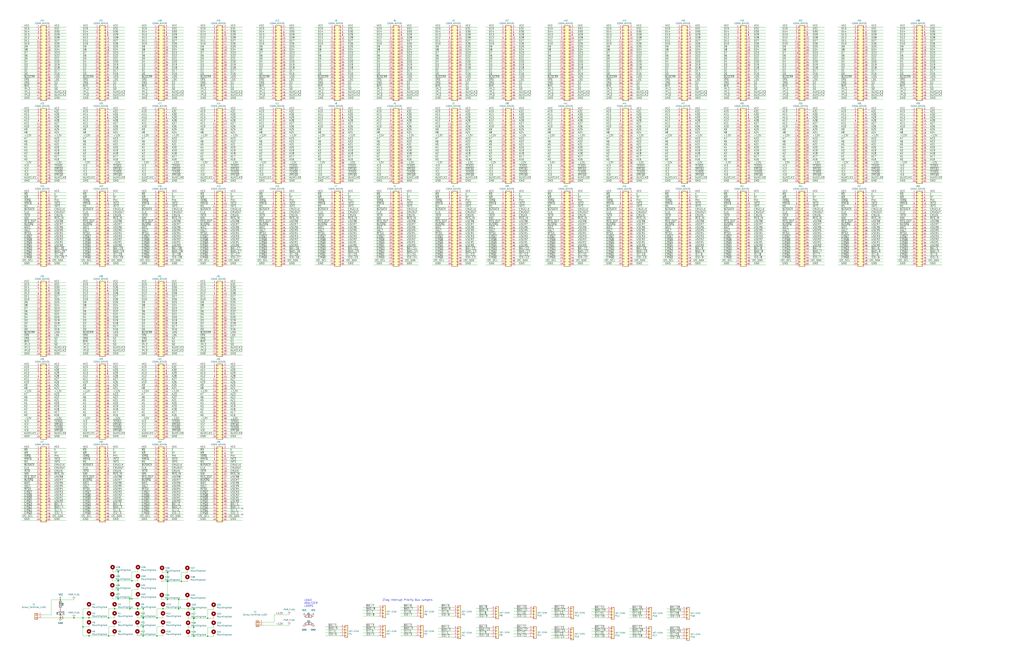
<source format=kicad_sch>
(kicad_sch (version 20211123) (generator eeschema)
  (paper "D")
  (title_block (date "2024-10-28") (rev "V1.0"))
  (lib_symbols
    (symbol "Connector:Screw_Terminal_01x02" (pin_names (offset 1.016) hide)
      (property "Reference" "J" (at 0 2.54 0))
      (property "Value" "Screw_Terminal_01x02" (at 0 -5.08 0))
      (symbol "Screw_Terminal_01x02_1_1"
        (pin passive line (at -5.08 0 0) (length 3.81) (name "Pin_1") (number "1"))
        (pin passive line (at -5.08 -2.54 0) (length 3.81) (name "Pin_2") (number "2"))
      )
    )
    (symbol "Connector_Generic:Conn_01x04" (pin_names (offset 1.016) hide)
      (property "Reference" "J" (at 0 5.08 0))
      (property "Value" "Conn_01x04" (at 0 -7.62 0))
      (symbol "Conn_01x04_1_1"
        (pin passive line (at -5.08 2.54 0) (length 3.81) (name "Pin_1") (number "1"))
        (pin passive line (at -5.08 0 0) (length 3.81) (name "Pin_2") (number "2"))
        (pin passive line (at -5.08 -2.54 0) (length 3.81) (name "Pin_3") (number "3"))
        (pin passive line (at -5.08 -5.08 0) (length 3.81) (name "Pin_4") (number "4"))
      )
    )
    (symbol "Connector_Generic:Conn_02x25_Odd_Even" (pin_names (offset 1.016) hide)
      (property "Reference" "J" (at 1.27 33.02 0))
      (property "Value" "Conn_02x25_Odd_Even" (at 1.27 -33.02 0))
      (symbol "Conn_02x25_Odd_Even_1_1"
        (pin passive line (at -5.08 30.48 0) (length 3.81) (name "Pin_1") (number "1"))
        (pin passive line (at 7.62 20.32 180) (length 3.81) (name "Pin_10") (number "10"))
        (pin passive line (at -5.08 17.78 0) (length 3.81) (name "Pin_11") (number "11"))
        (pin passive line (at 7.62 17.78 180) (length 3.81) (name "Pin_12") (number "12"))
        (pin passive line (at -5.08 15.24 0) (length 3.81) (name "Pin_13") (number "13"))
        (pin passive line (at 7.62 15.24 180) (length 3.81) (name "Pin_14") (number "14"))
        (pin passive line (at -5.08 12.7 0) (length 3.81) (name "Pin_15") (number "15"))
        (pin passive line (at 7.62 12.7 180) (length 3.81) (name "Pin_16") (number "16"))
        (pin passive line (at -5.08 10.16 0) (length 3.81) (name "Pin_17") (number "17"))
        (pin passive line (at 7.62 10.16 180) (length 3.81) (name "Pin_18") (number "18"))
        (pin passive line (at -5.08 7.62 0) (length 3.81) (name "Pin_19") (number "19"))
        (pin passive line (at 7.62 30.48 180) (length 3.81) (name "Pin_2") (number "2"))
        (pin passive line (at 7.62 7.62 180) (length 3.81) (name "Pin_20") (number "20"))
        (pin passive line (at -5.08 5.08 0) (length 3.81) (name "Pin_21") (number "21"))
        (pin passive line (at 7.62 5.08 180) (length 3.81) (name "Pin_22") (number "22"))
        (pin passive line (at -5.08 2.54 0) (length 3.81) (name "Pin_23") (number "23"))
        (pin passive line (at 7.62 2.54 180) (length 3.81) (name "Pin_24") (number "24"))
        (pin passive line (at -5.08 0 0) (length 3.81) (name "Pin_25") (number "25"))
        (pin passive line (at 7.62 0 180) (length 3.81) (name "Pin_26") (number "26"))
        (pin passive line (at -5.08 -2.54 0) (length 3.81) (name "Pin_27") (number "27"))
        (pin passive line (at 7.62 -2.54 180) (length 3.81) (name "Pin_28") (number "28"))
        (pin passive line (at -5.08 -5.08 0) (length 3.81) (name "Pin_29") (number "29"))
        (pin passive line (at -5.08 27.94 0) (length 3.81) (name "Pin_3") (number "3"))
        (pin passive line (at 7.62 -5.08 180) (length 3.81) (name "Pin_30") (number "30"))
        (pin passive line (at -5.08 -7.62 0) (length 3.81) (name "Pin_31") (number "31"))
        (pin passive line (at 7.62 -7.62 180) (length 3.81) (name "Pin_32") (number "32"))
        (pin passive line (at -5.08 -10.16 0) (length 3.81) (name "Pin_33") (number "33"))
        (pin passive line (at 7.62 -10.16 180) (length 3.81) (name "Pin_34") (number "34"))
        (pin passive line (at -5.08 -12.7 0) (length 3.81) (name "Pin_35") (number "35"))
        (pin passive line (at 7.62 -12.7 180) (length 3.81) (name "Pin_36") (number "36"))
        (pin passive line (at -5.08 -15.24 0) (length 3.81) (name "Pin_37") (number "37"))
        (pin passive line (at 7.62 -15.24 180) (length 3.81) (name "Pin_38") (number "38"))
        (pin passive line (at -5.08 -17.78 0) (length 3.81) (name "Pin_39") (number "39"))
        (pin passive line (at 7.62 27.94 180) (length 3.81) (name "Pin_4") (number "4"))
        (pin passive line (at 7.62 -17.78 180) (length 3.81) (name "Pin_40") (number "40"))
        (pin passive line (at -5.08 -20.32 0) (length 3.81) (name "Pin_41") (number "41"))
        (pin passive line (at 7.62 -20.32 180) (length 3.81) (name "Pin_42") (number "42"))
        (pin passive line (at -5.08 -22.86 0) (length 3.81) (name "Pin_43") (number "43"))
        (pin passive line (at 7.62 -22.86 180) (length 3.81) (name "Pin_44") (number "44"))
        (pin passive line (at -5.08 -25.4 0) (length 3.81) (name "Pin_45") (number "45"))
        (pin passive line (at 7.62 -25.4 180) (length 3.81) (name "Pin_46") (number "46"))
        (pin passive line (at -5.08 -27.94 0) (length 3.81) (name "Pin_47") (number "47"))
        (pin passive line (at 7.62 -27.94 180) (length 3.81) (name "Pin_48") (number "48"))
        (pin passive line (at -5.08 -30.48 0) (length 3.81) (name "Pin_49") (number "49"))
        (pin passive line (at -5.08 25.4 0) (length 3.81) (name "Pin_5") (number "5"))
        (pin passive line (at 7.62 -30.48 180) (length 3.81) (name "Pin_50") (number "50"))
        (pin passive line (at 7.62 25.4 180) (length 3.81) (name "Pin_6") (number "6"))
        (pin passive line (at -5.08 22.86 0) (length 3.81) (name "Pin_7") (number "7"))
        (pin passive line (at 7.62 22.86 180) (length 3.81) (name "Pin_8") (number "8"))
        (pin passive line (at -5.08 20.32 0) (length 3.81) (name "Pin_9") (number "9"))
      )
    )
    (symbol "Device:LED" (pin_numbers hide) (pin_names (offset 1.016) hide)
      (property "Reference" "D" (at 0 2.54 0))
      (property "Value" "LED" (at 0 -2.54 0))
      (symbol "LED_1_1"
        (pin passive line (at -3.81 0 0) (length 2.54) (name "K") (number "1"))
        (pin passive line (at 3.81 0 180) (length 2.54) (name "A") (number "2"))
      )
    )
    (symbol "Device:R" (pin_numbers hide) (pin_names (offset 0))
      (property "Reference" "R" (at 2.032 0 90))
      (property "Value" "R" (at 0 0 90))
      (symbol "R_1_1"
        (pin passive line (at 0 3.81 270) (length 1.27) (name "~") (number "1"))
        (pin passive line (at 0 -3.81 90) (length 1.27) (name "~") (number "2"))
      )
    )
    (symbol "Mechanical:MountingHole_Pad" (pin_numbers hide) (pin_names (offset 1.016) hide)
      (property "Reference" "H" (at 0 6.35 0))
      (property "Value" "MountingHole_Pad" (at 0 4.445 0))
      (symbol "MountingHole_Pad_1_1"
        (pin input line (at 0 -2.54 90) (length 2.54) (name "1") (number "1"))
      )
    )
    (symbol "power:GND" (power) (pin_names (offset 0))
      (property "Value" "GND" (at 0 -3.81 0))
      (symbol "GND_1_1"
        (pin power_in line (at 0 0 270) (length 0) hide (name "GND") (number "1"))
      )
    )
    (symbol "power:PWR_FLAG" (power) (pin_numbers hide) (pin_names (offset 0) hide)
      (property "Value" "PWR_FLAG" (at 0 3.81 0))
      (symbol "PWR_FLAG_0_0"
        (pin power_out line (at 0 0 90) (length 0) (name "pwr") (number "1"))
      )
    )
    (symbol "power:VCC" (power) (pin_names (offset 0))
      (property "Value" "VCC" (at 0 3.81 0))
      (symbol "VCC_1_1"
        (pin power_in line (at 0 0 90) (length 0) hide (name "VCC") (number "1"))
      )
    )
  )
  (junction (at 91.567 536.6766))
  (junction (at 120.6754 536.702))
  (junction (at 141.4526 483.108))
  (junction (at 163.6014 514.1468))
  (junction (at 163.3982 529.4122))
  (junction (at 69.977 529.0566))
  (junction (at 141.2494 490.728))
  (junction (at 163.6014 521.7922))
  (junction (at 132.3848 521.462))
  (junction (at 137.4648 513.842))
  (junction (at 99.7458 482.4984))
  (junction (at 91.567 521.4366))
  (junction (at 99.5426 490.093))
  (junction (at 163.3982 537.0322))
  (junction (at 132.3848 536.702))
  (junction (at 120.6754 529.082))
  (junction (at 120.8786 513.842))
  (junction (at 99.7458 490.1184))
  (junction (at 163.6014 514.1722))
  (junction (at 150.6728 513.842))
  (junction (at 141.4526 490.7534))
  (junction (at 141.2494 505.9934))
  (junction (at 141.4526 483.1334))
  (junction (at 75.057 521.4366))
  (junction (at 120.8786 521.462))
  (junction (at 111.252 505.3584))
  (junction (at 69.977 521.4366))
  (junction (at 163.3982 521.7668))
  (junction (at 62.357 521.4366))
  (junction (at 50.927 521.4366))
  (junction (at 120.8786 521.4366))
  (junction (at 150.6728 505.9934))
  (junction (at 109.5502 505.3584))
  (junction (at 120.6754 521.4366))
  (junction (at 175.1076 521.7922))
  (junction (at 116.1034 513.8166))
  (junction (at 99.7458 482.473))
  (junction (at 163.6014 521.7668))
  (junction (at 75.057 536.6766))
  (junction (at 99.7458 490.093))
  (junction (at 109.5502 513.8166))
  (junction (at 50.927 506.1966))
  (junction (at 99.5426 497.7384))
  (junction (at 141.4526 490.728))
  (junction (at 175.1076 537.0322))
  (junction (at 152.9588 490.7534))
  (junction (at 99.5426 505.3584))
  (junction (at 96.647 513.8166))
  (junction (at 111.252 490.1184))
  (no_connect (at 55.88 210.82))
  (no_connect (at 204.4192 434.213))
  (no_connect (at 204.4192 429.133))
  (no_connect (at 55.88 215.9))
  (wire (pts (xy 67.31 125.73) (xy 80.01 125.73)))
  (wire (pts (xy 55.8292 434.213) (xy 43.1292 434.213)))
  (wire (pts (xy 558.2158 63.5) (xy 570.9158 63.5)))
  (wire (pts (xy 657.2758 33.02) (xy 669.9758 33.02)))
  (wire (pts (xy 17.78 53.34) (xy 30.48 53.34)))
  (wire (pts (xy 389.89 208.28) (xy 402.59 208.28)))
  (wire (pts (xy 80.01 78.74) (xy 67.31 78.74)))
  (wire (pts (xy 191.7192 351.663) (xy 204.4192 351.663)))
  (wire (pts (xy 484.5558 102.87) (xy 497.2558 102.87)))
  (wire (pts (xy 435.0258 146.05) (xy 447.7258 146.05)))
  (wire (pts (xy 116.84 33.02) (xy 129.54 33.02)))
  (wire (pts (xy 409.6258 35.56) (xy 422.3258 35.56)))
  (wire (pts (xy 163.6014 513.842) (xy 163.6014 514.1468)))
  (wire (pts (xy 142.1892 351.663) (xy 154.8892 351.663)))
  (wire (pts (xy 389.89 95.25) (xy 402.59 95.25)))
  (wire (pts (xy 607.7458 113.03) (xy 620.4458 113.03)))
  (wire (pts (xy 142.1892 248.793) (xy 154.8892 248.793)))
  (wire (pts (xy 508.6858 195.58) (xy 521.3858 195.58)))
  (wire (pts (xy 340.36 45.72) (xy 353.06 45.72)))
  (wire (pts (xy 43.18 118.11) (xy 55.88 118.11)))
  (wire (pts (xy 241.3 138.43) (xy 254 138.43)))
  (wire (pts (xy 241.3 198.12) (xy 254 198.12)))
  (wire (pts (xy 231.1654 518.8204) (xy 231.1654 525.1704)))
  (wire (pts (xy 241.3 223.52) (xy 254 223.52)))
  (wire (pts (xy 129.54 148.59) (xy 116.84 148.59)))
  (wire (pts (xy 92.71 53.34) (xy 105.41 53.34)))
  (wire (pts (xy 364.49 203.2) (xy 377.19 203.2)))
  (wire (pts (xy 116.7892 308.483) (xy 129.4892 308.483)))
  (wire (pts (xy 484.5558 25.4) (xy 497.2558 25.4)))
  (wire (pts (xy 17.7292 328.803) (xy 30.4292 328.803)))
  (wire (pts (xy 92.6592 411.353) (xy 105.3592 411.353)))
  (wire (pts (xy 682.6758 118.11) (xy 695.3758 118.11)))
  (wire (pts (xy 204.4192 429.133) (xy 191.7192 429.133)))
  (wire (pts (xy 179.0192 436.753) (xy 166.3192 436.753)))
  (wire (pts (xy 17.7292 393.573) (xy 30.4292 393.573)))
  (wire (pts (xy 732.2058 100.33) (xy 744.9058 100.33)))
  (wire (pts (xy 191.7192 299.593) (xy 204.4192 299.593)))
  (wire (pts (xy 719.5058 73.66) (xy 706.8058 73.66)))
  (wire (pts (xy 781.7358 205.74) (xy 794.4358 205.74)))
  (wire (pts (xy 558.2158 38.1) (xy 570.9158 38.1)))
  (wire (pts (xy 633.1458 200.66) (xy 645.8458 200.66)))
  (wire (pts (xy 265.43 102.87) (xy 278.13 102.87)))
  (wire (pts (xy 179.07 66.04) (xy 166.37 66.04)))
  (wire (pts (xy 105.41 218.44) (xy 92.71 218.44)))
  (wire (pts (xy 340.36 83.82) (xy 353.06 83.82)))
  (wire (pts (xy 116.7892 411.353) (xy 129.4892 411.353)))
  (wire (pts (xy 340.36 195.58) (xy 353.06 195.58)))
  (wire (pts (xy 459.1558 35.56) (xy 471.8558 35.56)))
  (wire (pts (xy 17.7292 351.663) (xy 30.4292 351.663)))
  (wire (pts (xy 364.49 123.19) (xy 377.19 123.19)))
  (wire (pts (xy 508.6858 218.44) (xy 521.3858 218.44)))
  (wire (pts (xy 435.0258 198.12) (xy 447.7258 198.12)))
  (wire (pts (xy 756.3358 30.48) (xy 769.0358 30.48)))
  (wire (pts (xy 67.31 83.82) (xy 80.01 83.82)))
  (wire (pts (xy 43.1292 266.573) (xy 55.8292 266.573)))
  (wire (pts (xy 306.0954 517.5504) (xy 318.7954 517.5504)))
  (wire (pts (xy 484.5558 180.34) (xy 497.2558 180.34)))
  (wire (pts (xy 508.6858 170.18) (xy 521.3858 170.18)))
  (wire (pts (xy 17.78 55.88) (xy 30.48 55.88)))
  (wire (pts (xy 290.83 58.42) (xy 303.53 58.42)))
  (wire (pts (xy 67.2592 333.883) (xy 79.9592 333.883)))
  (wire (pts (xy 166.3192 411.353) (xy 179.0192 411.353)))
  (wire (pts (xy 484.5558 208.28) (xy 497.2558 208.28)))
  (wire (pts (xy 215.9 58.42) (xy 228.6 58.42)))
  (wire (pts (xy 191.7192 411.353) (xy 204.4192 411.353)))
  (wire (pts (xy 166.3192 418.973) (xy 179.0192 418.973)))
  (wire (pts (xy 756.3358 213.36) (xy 769.0358 213.36)))
  (wire (pts (xy 340.36 115.57) (xy 353.06 115.57)))
  (wire (pts (xy 306.0954 534.0604) (xy 318.7954 534.0604)))
  (wire (pts (xy 67.2592 369.443) (xy 79.9592 369.443)))
  (wire (pts (xy 17.7292 313.563) (xy 30.4292 313.563)))
  (wire (pts (xy 459.1558 43.18) (xy 471.8558 43.18)))
  (wire (pts (xy 558.2158 223.52) (xy 570.9158 223.52)))
  (wire (pts (xy 290.83 133.35) (xy 303.53 133.35)))
  (wire (pts (xy 314.96 43.18) (xy 327.66 43.18)))
  (wire (pts (xy 154.8892 391.033) (xy 142.1892 391.033)))
  (wire (pts (xy 459.1558 38.1) (xy 471.8558 38.1)))
  (wire (pts (xy 116.84 63.5) (xy 129.54 63.5)))
  (wire (pts (xy 30.4292 281.813) (xy 17.7292 281.813)))
  (wire (pts (xy 179.0192 284.353) (xy 166.3192 284.353)))
  (wire (pts (xy 314.96 125.73) (xy 327.66 125.73)))
  (wire (pts (xy 497.2558 172.72) (xy 484.5558 172.72)))
  (wire (pts (xy 179.0192 297.053) (xy 166.3192 297.053)))
  (wire (pts (xy 484.5558 48.26) (xy 497.2558 48.26)))
  (wire (pts (xy 116.84 115.57) (xy 129.54 115.57)))
  (wire (pts (xy 389.89 120.65) (xy 402.59 120.65)))
  (wire (pts (xy 498.856 518.8458) (xy 511.556 518.8458)))
  (wire (pts (xy 706.8058 177.8) (xy 719.5058 177.8)))
  (wire (pts (xy 35.687 518.8966) (xy 43.307 518.8966)))
  (wire (pts (xy 508.6858 135.89) (xy 521.3858 135.89)))
  (wire (pts (xy 142.1892 369.443) (xy 154.8892 369.443)))
  (wire (pts (xy 191.7192 418.973) (xy 204.4192 418.973)))
  (wire (pts (xy 781.7358 27.94) (xy 794.4358 27.94)))
  (wire (pts (xy 30.4292 294.513) (xy 17.7292 294.513)))
  (wire (pts (xy 79.9592 286.893) (xy 67.2592 286.893)))
  (wire (pts (xy 756.3358 100.33) (xy 769.0358 100.33)))
  (wire (pts (xy 166.3192 383.413) (xy 179.0192 383.413)))
  (wire (pts (xy 620.4458 76.2) (xy 607.7458 76.2)))
  (wire (pts (xy 166.37 38.1) (xy 179.07 38.1)))
  (wire (pts (xy 558.2158 43.18) (xy 570.9158 43.18)))
  (wire (pts (xy 265.43 208.28) (xy 278.13 208.28)))
  (wire (pts (xy 116.84 27.94) (xy 129.54 27.94)))
  (wire (pts (xy 17.7292 396.113) (xy 30.4292 396.113)))
  (wire (pts (xy 166.3192 269.113) (xy 179.0192 269.113)))
  (wire (pts (xy 91.567 513.8166) (xy 91.567 521.4366)))
  (wire (pts (xy 389.89 138.43) (xy 402.59 138.43)))
  (wire (pts (xy 191.77 133.35) (xy 204.47 133.35)))
  (wire (pts (xy 241.3 76.2) (xy 254 76.2)))
  (wire (pts (xy 191.77 33.02) (xy 204.47 33.02)))
  (wire (pts (xy 459.1558 45.72) (xy 471.8558 45.72)))
  (wire (pts (xy 781.7358 198.12) (xy 794.4358 198.12)))
  (wire (pts (xy 274.3454 534.0604) (xy 287.0454 534.0604)))
  (wire (pts (xy 435.0258 203.2) (xy 447.7258 203.2)))
  (wire (pts (xy 142.24 50.8) (xy 154.94 50.8)))
  (wire (pts (xy 17.7292 333.883) (xy 30.4292 333.883)))
  (wire (pts (xy 141.4526 490.7534) (xy 141.4526 490.728)))
  (wire (pts (xy 508.6858 198.12) (xy 521.3858 198.12)))
  (wire (pts (xy 79.9592 291.973) (xy 67.2592 291.973)))
  (wire (pts (xy 92.6592 413.893) (xy 105.3592 413.893)))
  (wire (pts (xy 657.2758 130.81) (xy 669.9758 130.81)))
  (wire (pts (xy 241.3 200.66) (xy 254 200.66)))
  (wire (pts (xy 534.0858 97.79) (xy 546.7858 97.79)))
  (wire (pts (xy 142.24 208.28) (xy 154.94 208.28)))
  (wire (pts (xy 67.31 175.26) (xy 80.01 175.26)))
  (wire (pts (xy 265.43 53.34) (xy 278.13 53.34)))
  (wire (pts (xy 215.9 45.72) (xy 228.6 45.72)))
  (wire (pts (xy 682.6758 68.58) (xy 695.3758 68.58)))
  (wire (pts (xy 682.6758 25.4) (xy 695.3758 25.4)))
  (wire (pts (xy 30.48 68.58) (xy 17.78 68.58)))
  (wire (pts (xy 142.1892 396.113) (xy 154.8892 396.113)))
  (wire (pts (xy 558.2158 30.48) (xy 570.9158 30.48)))
  (wire (pts (xy 43.18 198.12) (xy 55.88 198.12)))
  (wire (pts (xy 17.78 172.72) (xy 30.48 172.72)))
  (wire (pts (xy 67.2592 308.483) (xy 79.9592 308.483)))
  (wire (pts (xy 290.83 50.8) (xy 303.53 50.8)))
  (wire (pts (xy 179.0192 294.513) (xy 166.3192 294.513)))
  (wire (pts (xy 402.59 165.1) (xy 389.89 165.1)))
  (wire (pts (xy 191.7192 326.263) (xy 204.4192 326.263)))
  (wire (pts (xy 254 78.74) (xy 241.3 78.74)))
  (wire (pts (xy 732.2058 140.97) (xy 744.9058 140.97)))
  (wire (pts (xy 17.7292 341.503) (xy 30.4292 341.503)))
  (wire (pts (xy 30.48 140.97) (xy 17.78 140.97)))
  (wire (pts (xy 166.3192 333.883) (xy 179.0192 333.883)))
  (wire (pts (xy 92.71 115.57) (xy 105.41 115.57)))
  (wire (pts (xy 142.24 68.58) (xy 154.94 68.58)))
  (wire (pts (xy 99.7458 482.473) (xy 99.7458 482.4984)))
  (wire (pts (xy 732.2058 38.1) (xy 744.9058 38.1)))
  (wire (pts (xy 222.2754 527.7104) (xy 243.8654 527.7104)))
  (wire (pts (xy 67.2592 429.133) (xy 79.9592 429.133)))
  (wire (pts (xy 732.2058 195.58) (xy 744.9058 195.58)))
  (wire (pts (xy 142.24 60.96) (xy 154.94 60.96)))
  (wire (pts (xy 558.2158 53.34) (xy 570.9158 53.34)))
  (wire (pts (xy 706.8058 110.49) (xy 719.5058 110.49)))
  (wire (pts (xy 657.2758 223.52) (xy 669.9758 223.52)))
  (wire (pts (xy 781.7358 180.34) (xy 794.4358 180.34)))
  (wire (pts (xy 633.1458 130.81) (xy 645.8458 130.81)))
  (wire (pts (xy 265.43 110.49) (xy 278.13 110.49)))
  (wire (pts (xy 17.78 162.56) (xy 30.48 162.56)))
  (wire (pts (xy 732.2058 53.34) (xy 744.9058 53.34)))
  (wire (pts (xy 732.2058 97.79) (xy 744.9058 97.79)))
  (wire (pts (xy 215.9 167.64) (xy 228.6 167.64)))
  (wire (pts (xy 92.71 40.64) (xy 105.41 40.64)))
  (wire (pts (xy 154.8892 426.593) (xy 142.1892 426.593)))
  (wire (pts (xy 265.43 105.41) (xy 278.13 105.41)))
  (wire (pts (xy 166.37 133.35) (xy 179.07 133.35)))
  (wire (pts (xy 163.3982 529.4122) (xy 163.3982 537.0322)))
  (wire (pts (xy 180.1876 514.1722) (xy 175.1076 514.1722)))
  (wire (pts (xy 141.4526 482.8032) (xy 141.4526 483.108)))
  (wire (pts (xy 607.7458 107.95) (xy 620.4458 107.95)))
  (wire (pts (xy 534.0858 115.57) (xy 546.7858 115.57)))
  (wire (pts (xy 732.2058 153.67) (xy 744.9058 153.67)))
  (wire (pts (xy 534.0858 180.34) (xy 546.7858 180.34)))
  (wire (pts (xy 558.2158 27.94) (xy 570.9158 27.94)))
  (wire (pts (xy 422.3258 140.97) (xy 409.6258 140.97)))
  (wire (pts (xy 508.6858 200.66) (xy 521.3858 200.66)))
  (wire (pts (xy 422.3258 71.12) (xy 409.6258 71.12)))
  (wire (pts (xy 241.3 187.96) (xy 254 187.96)))
  (wire (pts (xy 116.84 213.36) (xy 129.54 213.36)))
  (wire (pts (xy 17.78 58.42) (xy 30.48 58.42)))
  (wire (pts (xy 109.5502 505.3584) (xy 111.252 505.3584)))
  (wire (pts (xy 67.31 30.48) (xy 80.01 30.48)))
  (wire (pts (xy 534.0858 110.49) (xy 546.7858 110.49)))
  (wire (pts (xy 340.36 133.35) (xy 353.06 133.35)))
  (wire (pts (xy 92.71 48.26) (xy 105.41 48.26)))
  (wire (pts (xy 732.2058 203.2) (xy 744.9058 203.2)))
  (wire (pts (xy 306.0954 531.5204) (xy 318.7954 531.5204)))
  (wire (pts (xy 215.9 22.86) (xy 228.6 22.86)))
  (wire (pts (xy 43.18 66.04) (xy 55.88 66.04)))
  (wire (pts (xy 191.7192 333.883) (xy 204.4192 333.883)))
  (wire (pts (xy 116.7892 380.873) (xy 129.4892 380.873)))
  (wire (pts (xy 435.0258 71.12) (xy 447.7258 71.12)))
  (wire (pts (xy 241.3 27.94) (xy 254 27.94)))
  (wire (pts (xy 558.2158 208.28) (xy 570.9158 208.28)))
  (wire (pts (xy 402.59 78.74) (xy 389.89 78.74)))
  (wire (pts (xy 340.36 30.48) (xy 353.06 30.48)))
  (wire (pts (xy 781.7358 60.96) (xy 794.4358 60.96)))
  (wire (pts (xy 43.18 102.87) (xy 55.88 102.87)))
  (wire (pts (xy 435.0258 43.18) (xy 447.7258 43.18)))
  (wire (pts (xy 508.6858 30.48) (xy 521.3858 30.48)))
  (wire (pts (xy 433.1462 521.0302) (xy 445.8462 521.0302)))
  (wire (pts (xy 435.0258 200.66) (xy 447.7258 200.66)))
  (wire (pts (xy 105.3592 393.573) (xy 92.6592 393.573)))
  (wire (pts (xy 508.6858 92.71) (xy 521.3858 92.71)))
  (wire (pts (xy 657.2758 203.2) (xy 669.9758 203.2)))
  (wire (pts (xy 204.4192 391.033) (xy 191.7192 391.033)))
  (wire (pts (xy 215.9 53.34) (xy 228.6 53.34)))
  (wire (pts (xy 669.9758 68.58) (xy 657.2758 68.58)))
  (wire (pts (xy 67.31 151.13) (xy 80.01 151.13)))
  (wire (pts (xy 706.8058 208.28) (xy 719.5058 208.28)))
  (wire (pts (xy 353.06 215.9) (xy 340.36 215.9)))
  (wire (pts (xy 583.6158 25.4) (xy 596.3158 25.4)))
  (wire (pts (xy 17.78 105.41) (xy 30.48 105.41)))
  (wire (pts (xy 435.0258 81.28) (xy 447.7258 81.28)))
  (wire (pts (xy 459.1558 175.26) (xy 471.8558 175.26)))
  (wire (pts (xy 781.7358 195.58) (xy 794.4358 195.58)))
  (wire (pts (xy 215.9 172.72) (xy 228.6 172.72)))
  (wire (pts (xy 534.0858 125.73) (xy 546.7858 125.73)))
  (wire (pts (xy 508.6858 27.94) (xy 521.3858 27.94)))
  (wire (pts (xy 464.8962 513.4102) (xy 477.5962 513.4102)))
  (wire (pts (xy 558.2158 167.64) (xy 570.9158 167.64)))
  (wire (pts (xy 498.856 535.3558) (xy 511.556 535.3558)))
  (wire (pts (xy 583.6158 95.25) (xy 596.3158 95.25)))
  (wire (pts (xy 17.7292 349.123) (xy 30.4292 349.123)))
  (wire (pts (xy 744.9058 215.9) (xy 732.2058 215.9)))
  (wire (pts (xy 94.742 490.1184) (xy 99.7458 490.1184)))
  (wire (pts (xy 682.6758 102.87) (xy 695.3758 102.87)))
  (wire (pts (xy 191.7192 281.813) (xy 204.4192 281.813)))
  (wire (pts (xy 67.31 102.87) (xy 80.01 102.87)))
  (wire (pts (xy 290.83 43.18) (xy 303.53 43.18)))
  (wire (pts (xy 459.1558 213.36) (xy 471.8558 213.36)))
  (wire (pts (xy 30.48 73.66) (xy 17.78 73.66)))
  (wire (pts (xy 17.7292 246.253) (xy 30.4292 246.253)))
  (wire (pts (xy 43.1292 297.053) (xy 55.8292 297.053)))
  (wire (pts (xy 17.78 165.1) (xy 30.48 165.1)))
  (wire (pts (xy 228.6 68.58) (xy 215.9 68.58)))
  (wire (pts (xy 669.9758 66.04) (xy 657.2758 66.04)))
  (wire (pts (xy 340.36 208.28) (xy 353.06 208.28)))
  (wire (pts (xy 142.1892 411.353) (xy 154.8892 411.353)))
  (wire (pts (xy 583.6158 185.42) (xy 596.3158 185.42)))
  (wire (pts (xy 67.2592 256.413) (xy 79.9592 256.413)))
  (wire (pts (xy 464.8962 518.4902) (xy 477.5962 518.4902)))
  (wire (pts (xy 562.356 516.3058) (xy 575.056 516.3058)))
  (wire (pts (xy 67.31 27.94) (xy 80.01 27.94)))
  (wire (pts (xy 657.2758 151.13) (xy 669.9758 151.13)))
  (wire (pts (xy 67.31 95.25) (xy 80.01 95.25)))
  (wire (pts (xy 179.0192 361.823) (xy 166.3192 361.823)))
  (wire (pts (xy 191.77 43.18) (xy 204.47 43.18)))
  (wire (pts (xy 116.84 76.2) (xy 129.54 76.2)))
  (wire (pts (xy 781.7358 120.65) (xy 794.4358 120.65)))
  (wire (pts (xy 166.3192 338.963) (xy 179.0192 338.963)))
  (wire (pts (xy 756.3358 107.95) (xy 769.0358 107.95)))
  (wire (pts (xy 781.7358 55.88) (xy 794.4358 55.88)))
  (wire (pts (xy 17.7292 299.593) (xy 30.4292 299.593)))
  (wire (pts (xy 43.18 203.2) (xy 55.88 203.2)))
  (wire (pts (xy 150.6728 505.9934) (xy 150.6728 513.842)))
  (wire (pts (xy 278.13 220.98) (xy 265.43 220.98)))
  (wire (pts (xy 67.2592 346.583) (xy 79.9592 346.583)))
  (wire (pts (xy 459.1558 195.58) (xy 471.8558 195.58)))
  (wire (pts (xy 435.0258 125.73) (xy 447.7258 125.73)))
  (wire (pts (xy 80.01 220.98) (xy 67.31 220.98)))
  (wire (pts (xy 191.77 123.19) (xy 204.47 123.19)))
  (wire (pts (xy 17.7292 429.133) (xy 30.4292 429.133)))
  (wire (pts (xy 534.0858 102.87) (xy 546.7858 102.87)))
  (wire (pts (xy 364.49 53.34) (xy 377.19 53.34)))
  (wire (pts (xy 290.83 193.04) (xy 303.53 193.04)))
  (wire (pts (xy 43.1292 396.113) (xy 55.8292 396.113)))
  (wire (pts (xy 92.6592 271.653) (xy 105.3592 271.653)))
  (wire (pts (xy 435.0258 107.95) (xy 447.7258 107.95)))
  (wire (pts (xy 459.1558 123.19) (xy 471.8558 123.19)))
  (wire (pts (xy 191.77 76.2) (xy 204.47 76.2)))
  (wire (pts (xy 657.2758 162.56) (xy 669.9758 162.56)))
  (wire (pts (xy 364.49 153.67) (xy 377.19 153.67)))
  (wire (pts (xy 116.84 60.96) (xy 129.54 60.96)))
  (wire (pts (xy 166.3192 349.123) (xy 179.0192 349.123)))
  (wire (pts (xy 142.24 53.34) (xy 154.94 53.34)))
  (wire (pts (xy 706.8058 45.72) (xy 719.5058 45.72)))
  (wire (pts (xy 459.1558 185.42) (xy 471.8558 185.42)))
  (wire (pts (xy 204.47 177.8) (xy 191.77 177.8)))
  (wire (pts (xy 706.8058 165.1) (xy 719.5058 165.1)))
  (wire (pts (xy 79.9592 356.743) (xy 67.2592 356.743)))
  (wire (pts (xy 17.7292 434.213) (xy 30.4292 434.213)))
  (wire (pts (xy 756.3358 105.41) (xy 769.0358 105.41)))
  (wire (pts (xy 92.71 25.4) (xy 105.41 25.4)))
  (wire (pts (xy 657.2758 22.86) (xy 669.9758 22.86)))
  (wire (pts (xy 402.59 167.64) (xy 389.89 167.64)))
  (wire (pts (xy 435.0258 185.42) (xy 447.7258 185.42)))
  (wire (pts (xy 191.77 27.94) (xy 204.47 27.94)))
  (wire (pts (xy 142.1892 251.333) (xy 154.8892 251.333)))
  (wire (pts (xy 484.5558 205.74) (xy 497.2558 205.74)))
  (wire (pts (xy 706.8058 205.74) (xy 719.5058 205.74)))
  (wire (pts (xy 17.7292 318.643) (xy 30.4292 318.643)))
  (wire (pts (xy 116.7892 351.663) (xy 129.4892 351.663)))
  (wire (pts (xy 534.0858 198.12) (xy 546.7858 198.12)))
  (wire (pts (xy 657.2758 170.18) (xy 669.9758 170.18)))
  (wire (pts (xy 265.43 223.52) (xy 278.13 223.52)))
  (wire (pts (xy 241.3 195.58) (xy 254 195.58)))
  (wire (pts (xy 633.1458 60.96) (xy 645.8458 60.96)))
  (wire (pts (xy 290.83 146.05) (xy 303.53 146.05)))
  (wire (pts (xy 409.6258 58.42) (xy 422.3258 58.42)))
  (wire (pts (xy 166.37 153.67) (xy 179.07 153.67)))
  (wire (pts (xy 389.89 130.81) (xy 402.59 130.81)))
  (wire (pts (xy 633.1458 140.97) (xy 645.8458 140.97)))
  (wire (pts (xy 166.3192 238.633) (xy 179.0192 238.633)))
  (wire (pts (xy 116.84 40.64) (xy 129.54 40.64)))
  (wire (pts (xy 364.49 27.94) (xy 377.19 27.94)))
  (wire (pts (xy 154.8892 385.953) (xy 142.1892 385.953)))
  (wire (pts (xy 43.18 182.88) (xy 55.88 182.88)))
  (wire (pts (xy 781.7358 45.72) (xy 794.4358 45.72)))
  (wire (pts (xy 534.0858 58.42) (xy 546.7858 58.42)))
  (wire (pts (xy 732.2058 81.28) (xy 744.9058 81.28)))
  (wire (pts (xy 67.31 43.18) (xy 80.01 43.18)))
  (wire (pts (xy 471.8558 143.51) (xy 459.1558 143.51)))
  (wire (pts (xy 43.1292 256.413) (xy 55.8292 256.413)))
  (wire (pts (xy 179.07 143.51) (xy 166.37 143.51)))
  (wire (pts (xy 422.3258 148.59) (xy 409.6258 148.59)))
  (wire (pts (xy 447.7258 78.74) (xy 435.0258 78.74)))
  (wire (pts (xy 706.8058 97.79) (xy 719.5058 97.79)))
  (wire (pts (xy 142.24 95.25) (xy 154.94 95.25)))
  (wire (pts (xy 583.6158 148.59) (xy 596.3158 148.59)))
  (wire (pts (xy 116.7892 243.713) (xy 129.4892 243.713)))
  (wire (pts (xy 558.2158 162.56) (xy 570.9158 162.56)))
  (wire (pts (xy 682.6758 38.1) (xy 695.3758 38.1)))
  (wire (pts (xy 105.41 172.72) (xy 92.71 172.72)))
  (wire (pts (xy 142.24 128.27) (xy 154.94 128.27)))
  (wire (pts (xy 179.07 68.58) (xy 166.37 68.58)))
  (wire (pts (xy 633.1458 25.4) (xy 645.8458 25.4)))
  (wire (pts (xy 314.96 210.82) (xy 327.66 210.82)))
  (wire (pts (xy 142.24 71.12) (xy 154.94 71.12)))
  (wire (pts (xy 142.24 223.52) (xy 154.94 223.52)))
  (wire (pts (xy 756.3358 187.96) (xy 769.0358 187.96)))
  (wire (pts (xy 484.5558 27.94) (xy 497.2558 27.94)))
  (wire (pts (xy 116.7892 398.653) (xy 129.4892 398.653)))
  (wire (pts (xy 67.2592 338.963) (xy 79.9592 338.963)))
  (wire (pts (xy 191.77 63.5) (xy 204.47 63.5)))
  (wire (pts (xy 583.6158 208.28) (xy 596.3158 208.28)))
  (wire (pts (xy 546.7858 220.98) (xy 534.0858 220.98)))
  (wire (pts (xy 142.1892 341.503) (xy 154.8892 341.503)))
  (wire (pts (xy 116.332 505.3584) (xy 111.252 505.3584)))
  (wire (pts (xy 314.96 193.04) (xy 327.66 193.04)))
  (wire (pts (xy 534.0858 27.94) (xy 546.7858 27.94)))
  (wire (pts (xy 75.057 536.6766) (xy 91.567 536.6766)))
  (wire (pts (xy 682.6758 100.33) (xy 695.3758 100.33)))
  (wire (pts (xy 657.2758 92.71) (xy 669.9758 92.71)))
  (wire (pts (xy 191.77 203.2) (xy 204.47 203.2)))
  (wire (pts (xy 781.7358 208.28) (xy 794.4358 208.28)))
  (wire (pts (xy 69.977 513.8166) (xy 69.977 521.4366)))
  (wire (pts (xy 92.71 92.71) (xy 105.41 92.71)))
  (wire (pts (xy 265.43 100.33) (xy 278.13 100.33)))
  (wire (pts (xy 340.36 102.87) (xy 353.06 102.87)))
  (wire (pts (xy 154.8892 429.133) (xy 142.1892 429.133)))
  (wire (pts (xy 17.78 50.8) (xy 30.48 50.8)))
  (wire (pts (xy 756.3358 195.58) (xy 769.0358 195.58)))
  (wire (pts (xy 327.66 143.51) (xy 314.96 143.51)))
  (wire (pts (xy 43.1292 328.803) (xy 55.8292 328.803)))
  (wire (pts (xy 583.6158 58.42) (xy 596.3158 58.42)))
  (wire (pts (xy 92.6592 349.123) (xy 105.3592 349.123)))
  (wire (pts (xy 657.2758 50.8) (xy 669.9758 50.8)))
  (wire (pts (xy 116.7892 369.443) (xy 129.4892 369.443)))
  (wire (pts (xy 67.2592 411.353) (xy 79.9592 411.353)))
  (wire (pts (xy 67.2592 398.653) (xy 79.9592 398.653)))
  (wire (pts (xy 682.6758 185.42) (xy 695.3758 185.42)))
  (wire (pts (xy 484.5558 113.03) (xy 497.2558 113.03)))
  (wire (pts (xy 620.4458 146.05) (xy 607.7458 146.05)))
  (wire (pts (xy 744.9058 177.8) (xy 732.2058 177.8)))
  (wire (pts (xy 546.7858 170.18) (xy 534.0858 170.18)))
  (wire (pts (xy 142.24 185.42) (xy 154.94 185.42)))
  (wire (pts (xy 166.37 213.36) (xy 179.07 213.36)))
  (wire (pts (xy 92.71 143.51) (xy 105.41 143.51)))
  (wire (pts (xy 706.8058 223.52) (xy 719.5058 223.52)))
  (wire (pts (xy 781.7358 68.58) (xy 794.4358 68.58)))
  (wire (pts (xy 508.6858 165.1) (xy 521.3858 165.1)))
  (wire (pts (xy 695.3758 220.98) (xy 682.6758 220.98)))
  (wire (pts (xy 389.89 73.66) (xy 402.59 73.66)))
  (wire (pts (xy 191.77 198.12) (xy 204.47 198.12)))
  (wire (pts (xy 570.9158 68.58) (xy 558.2158 68.58)))
  (wire (pts (xy 94.742 505.3584) (xy 99.5426 505.3584)))
  (wire (pts (xy 706.8058 48.26) (xy 719.5058 48.26)))
  (wire (pts (xy 116.84 58.42) (xy 129.54 58.42)))
  (wire (pts (xy 633.1458 133.35) (xy 645.8458 133.35)))
  (wire (pts (xy 30.4292 359.283) (xy 17.7292 359.283)))
  (wire (pts (xy 314.96 177.8) (xy 327.66 177.8)))
  (wire (pts (xy 67.2592 388.493) (xy 79.9592 388.493)))
  (wire (pts (xy 116.7892 354.203) (xy 129.4892 354.203)))
  (wire (pts (xy 215.9 113.03) (xy 228.6 113.03)))
  (wire (pts (xy 794.4358 172.72) (xy 781.7358 172.72)))
  (wire (pts (xy 166.37 27.94) (xy 179.07 27.94)))
  (wire (pts (xy 116.84 187.96) (xy 129.54 187.96)))
  (wire (pts (xy 435.0258 115.57) (xy 447.7258 115.57)))
  (wire (pts (xy 508.6858 95.25) (xy 521.3858 95.25)))
  (wire (pts (xy 558.2158 110.49) (xy 570.9158 110.49)))
  (wire (pts (xy 142.24 100.33) (xy 154.94 100.33)))
  (wire (pts (xy 17.78 203.2) (xy 30.48 203.2)))
  (wire (pts (xy 17.7292 411.353) (xy 30.4292 411.353)))
  (wire (pts (xy 241.3 81.28) (xy 254 81.28)))
  (wire (pts (xy 583.6158 138.43) (xy 596.3158 138.43)))
  (wire (pts (xy 215.9 105.41) (xy 228.6 105.41)))
  (wire (pts (xy 534.0858 208.28) (xy 546.7858 208.28)))
  (wire (pts (xy 17.7292 248.793) (xy 30.4292 248.793)))
  (wire (pts (xy 30.4292 284.353) (xy 17.7292 284.353)))
  (wire (pts (xy 92.6592 291.973) (xy 105.3592 291.973)))
  (wire (pts (xy 607.7458 97.79) (xy 620.4458 97.79)))
  (wire (pts (xy 756.3358 203.2) (xy 769.0358 203.2)))
  (wire (pts (xy 303.53 177.8) (xy 290.83 177.8)))
  (wire (pts (xy 756.3358 180.34) (xy 769.0358 180.34)))
  (wire (pts (xy 607.7458 33.02) (xy 620.4458 33.02)))
  (wire (pts (xy 116.7892 426.593) (xy 129.4892 426.593)))
  (wire (pts (xy 447.7258 165.1) (xy 435.0258 165.1)))
  (wire (pts (xy 364.49 113.03) (xy 377.19 113.03)))
  (wire (pts (xy 607.7458 210.82) (xy 620.4458 210.82)))
  (wire (pts (xy 115.8748 536.702) (xy 120.6754 536.702)))
  (wire (pts (xy 409.6258 48.26) (xy 422.3258 48.26)))
  (wire (pts (xy 633.1458 208.28) (xy 645.8458 208.28)))
  (wire (pts (xy 781.7358 38.1) (xy 794.4358 38.1)))
  (wire (pts (xy 484.5558 33.02) (xy 497.2558 33.02)))
  (wire (pts (xy 706.8058 118.11) (xy 719.5058 118.11)))
  (wire (pts (xy 364.49 210.82) (xy 377.19 210.82)))
  (wire (pts (xy 433.1462 535.0002) (xy 445.8462 535.0002)))
  (wire (pts (xy 471.8558 66.04) (xy 459.1558 66.04)))
  (wire (pts (xy 314.96 53.34) (xy 327.66 53.34)))
  (wire (pts (xy 409.6258 218.44) (xy 422.3258 218.44)))
  (wire (pts (xy 43.1292 243.713) (xy 55.8292 243.713)))
  (wire (pts (xy 166.3192 246.253) (xy 179.0192 246.253)))
  (wire (pts (xy 142.24 133.35) (xy 154.94 133.35)))
  (wire (pts (xy 364.49 190.5) (xy 377.19 190.5)))
  (wire (pts (xy 435.0258 187.96) (xy 447.7258 187.96)))
  (wire (pts (xy 43.1292 344.043) (xy 55.8292 344.043)))
  (wire (pts (xy 179.07 71.12) (xy 166.37 71.12)))
  (wire (pts (xy 534.0858 130.81) (xy 546.7858 130.81)))
  (wire (pts (xy 163.6014 521.7922) (xy 175.1076 521.7922)))
  (wire (pts (xy 314.96 60.96) (xy 327.66 60.96)))
  (wire (pts (xy 508.6858 22.86) (xy 521.3858 22.86)))
  (wire (pts (xy 69.977 529.0566) (xy 69.977 536.6766)))
  (wire (pts (xy 92.6592 323.723) (xy 105.3592 323.723)))
  (wire (pts (xy 596.3158 167.64) (xy 583.6158 167.64)))
  (wire (pts (xy 657.2758 198.12) (xy 669.9758 198.12)))
  (wire (pts (xy 732.2058 30.48) (xy 744.9058 30.48)))
  (wire (pts (xy 166.3192 393.573) (xy 179.0192 393.573)))
  (wire (pts (xy 142.24 55.88) (xy 154.94 55.88)))
  (wire (pts (xy 116.84 100.33) (xy 129.54 100.33)))
  (wire (pts (xy 607.7458 200.66) (xy 620.4458 200.66)))
  (wire (pts (xy 657.2758 115.57) (xy 669.9758 115.57)))
  (wire (pts (xy 116.84 55.88) (xy 129.54 55.88)))
  (wire (pts (xy 498.856 513.7658) (xy 511.556 513.7658)))
  (wire (pts (xy 92.6592 313.563) (xy 105.3592 313.563)))
  (wire (pts (xy 142.24 138.43) (xy 154.94 138.43)))
  (wire (pts (xy 92.71 68.58) (xy 105.41 68.58)))
  (wire (pts (xy 43.1292 276.733) (xy 55.8292 276.733)))
  (wire (pts (xy 92.71 95.25) (xy 105.41 95.25)))
  (wire (pts (xy 719.5058 66.04) (xy 706.8058 66.04)))
  (wire (pts (xy 695.3758 167.64) (xy 682.6758 167.64)))
  (wire (pts (xy 120.8786 521.4366) (xy 120.6754 521.4366)))
  (wire (pts (xy 534.0858 185.42) (xy 546.7858 185.42)))
  (wire (pts (xy 17.7292 279.273) (xy 30.4292 279.273)))
  (wire (pts (xy 607.7458 43.18) (xy 620.4458 43.18)))
  (wire (pts (xy 781.7358 48.26) (xy 794.4358 48.26)))
  (wire (pts (xy 92.6592 398.653) (xy 105.3592 398.653)))
  (wire (pts (xy 364.49 223.52) (xy 377.19 223.52)))
  (wire (pts (xy 682.6758 123.19) (xy 695.3758 123.19)))
  (wire (pts (xy 265.43 177.8) (xy 278.13 177.8)))
  (wire (pts (xy 558.2158 105.41) (xy 570.9158 105.41)))
  (wire (pts (xy 43.18 128.27) (xy 55.88 128.27)))
  (wire (pts (xy 154.8892 388.493) (xy 142.1892 388.493)))
  (wire (pts (xy 191.7192 276.733) (xy 204.4192 276.733)))
  (wire (pts (xy 314.96 30.48) (xy 327.66 30.48)))
  (wire (pts (xy 657.2758 58.42) (xy 669.9758 58.42)))
  (wire (pts (xy 340.36 105.41) (xy 353.06 105.41)))
  (wire (pts (xy 682.6758 92.71) (xy 695.3758 92.71)))
  (wire (pts (xy 67.2592 323.723) (xy 79.9592 323.723)))
  (wire (pts (xy 43.1292 284.353) (xy 55.8292 284.353)))
  (wire (pts (xy 254 213.36) (xy 241.3 213.36)))
  (wire (pts (xy 706.8058 27.94) (xy 719.5058 27.94)))
  (wire (pts (xy 435.0258 53.34) (xy 447.7258 53.34)))
  (wire (pts (xy 464.8962 521.0302) (xy 477.5962 521.0302)))
  (wire (pts (xy 706.8058 190.5) (xy 719.5058 190.5)))
  (wire (pts (xy 116.84 30.48) (xy 129.54 30.48)))
  (wire (pts (xy 17.78 110.49) (xy 30.48 110.49)))
  (wire (pts (xy 67.2592 326.263) (xy 79.9592 326.263)))
  (wire (pts (xy 215.9 185.42) (xy 228.6 185.42)))
  (wire (pts (xy 314.96 120.65) (xy 327.66 120.65)))
  (wire (pts (xy 314.96 200.66) (xy 327.66 200.66)))
  (wire (pts (xy 30.48 81.28) (xy 17.78 81.28)))
  (wire (pts (xy 583.6158 115.57) (xy 596.3158 115.57)))
  (wire (pts (xy 633.1458 148.59) (xy 645.8458 148.59)))
  (wire (pts (xy 340.36 162.56) (xy 353.06 162.56)))
  (wire (pts (xy 92.71 151.13) (xy 105.41 151.13)))
  (wire (pts (xy 116.7892 276.733) (xy 129.4892 276.733)))
  (wire (pts (xy 43.18 140.97) (xy 55.88 140.97)))
  (wire (pts (xy 695.3758 218.44) (xy 682.6758 218.44)))
  (wire (pts (xy 92.71 138.43) (xy 105.41 138.43)))
  (wire (pts (xy 265.43 27.94) (xy 278.13 27.94)))
  (wire (pts (xy 459.1558 120.65) (xy 471.8558 120.65)))
  (wire (pts (xy 142.1892 359.283) (xy 154.8892 359.283)))
  (wire (pts (xy 290.83 73.66) (xy 303.53 73.66)))
  (wire (pts (xy 92.71 100.33) (xy 105.41 100.33)))
  (wire (pts (xy 314.96 170.18) (xy 327.66 170.18)))
  (wire (pts (xy 166.3192 434.213) (xy 179.0192 434.213)))
  (wire (pts (xy 116.84 92.71) (xy 129.54 92.71)))
  (wire (pts (xy 265.43 125.73) (xy 278.13 125.73)))
  (wire (pts (xy 116.7892 238.633) (xy 129.4892 238.633)))
  (wire (pts (xy 116.84 102.87) (xy 129.54 102.87)))
  (wire (pts (xy 17.78 115.57) (xy 30.48 115.57)))
  (wire (pts (xy 191.7192 243.713) (xy 204.4192 243.713)))
  (wire (pts (xy 409.6258 107.95) (xy 422.3258 107.95)))
  (wire (pts (xy 669.9758 81.28) (xy 657.2758 81.28)))
  (wire (pts (xy 607.7458 208.28) (xy 620.4458 208.28)))
  (wire (pts (xy 508.6858 153.67) (xy 521.3858 153.67)))
  (wire (pts (xy 484.5558 60.96) (xy 497.2558 60.96)))
  (wire (pts (xy 50.927 506.1966) (xy 62.357 506.1966)))
  (wire (pts (xy 142.1892 366.903) (xy 154.8892 366.903)))
  (wire (pts (xy 67.31 123.19) (xy 80.01 123.19)))
  (wire (pts (xy 116.7892 385.953) (xy 129.4892 385.953)))
  (wire (pts (xy 166.3192 398.653) (xy 179.0192 398.653)))
  (wire (pts (xy 459.1558 167.64) (xy 471.8558 167.64)))
  (wire (pts (xy 191.7192 271.653) (xy 204.4192 271.653)))
  (wire (pts (xy 17.7292 276.733) (xy 30.4292 276.733)))
  (wire (pts (xy 17.78 128.27) (xy 30.48 128.27)))
  (wire (pts (xy 558.2158 125.73) (xy 570.9158 125.73)))
  (wire (pts (xy 409.6258 210.82) (xy 422.3258 210.82)))
  (wire (pts (xy 290.83 115.57) (xy 303.53 115.57)))
  (wire (pts (xy 583.6158 110.49) (xy 596.3158 110.49)))
  (wire (pts (xy 459.1558 210.82) (xy 471.8558 210.82)))
  (wire (pts (xy 116.7892 291.973) (xy 129.4892 291.973)))
  (wire (pts (xy 96.647 536.6766) (xy 91.567 536.6766)))
  (wire (pts (xy 719.5058 78.74) (xy 706.8058 78.74)))
  (wire (pts (xy 706.8058 58.42) (xy 719.5058 58.42)))
  (wire (pts (xy 389.89 92.71) (xy 402.59 92.71)))
  (wire (pts (xy 657.2758 195.58) (xy 669.9758 195.58)))
  (wire (pts (xy 43.1292 316.103) (xy 55.8292 316.103)))
  (wire (pts (xy 756.3358 218.44) (xy 769.0358 218.44)))
  (wire (pts (xy 484.5558 123.19) (xy 497.2558 123.19)))
  (wire (pts (xy 369.5954 537.8704) (xy 382.2954 537.8704)))
  (wire (pts (xy 109.5502 505.3584) (xy 109.5502 513.8166)))
  (wire (pts (xy 166.37 97.79) (xy 179.07 97.79)))
  (wire (pts (xy 353.06 165.1) (xy 340.36 165.1)))
  (wire (pts (xy 435.0258 33.02) (xy 447.7258 33.02)))
  (wire (pts (xy 191.7192 354.203) (xy 204.4192 354.203)))
  (wire (pts (xy 290.83 60.96) (xy 303.53 60.96)))
  (wire (pts (xy 719.5058 148.59) (xy 706.8058 148.59)))
  (wire (pts (xy 142.1892 328.803) (xy 154.8892 328.803)))
  (wire (pts (xy 105.3592 385.953) (xy 92.6592 385.953)))
  (wire (pts (xy 558.2158 83.82) (xy 570.9158 83.82)))
  (wire (pts (xy 92.6592 261.493) (xy 105.3592 261.493)))
  (wire (pts (xy 265.43 162.56) (xy 278.13 162.56)))
  (wire (pts (xy 607.7458 30.48) (xy 620.4458 30.48)))
  (wire (pts (xy 633.1458 203.2) (xy 645.8458 203.2)))
  (wire (pts (xy 129.4892 364.363) (xy 116.7892 364.363)))
  (wire (pts (xy 17.7292 243.713) (xy 30.4292 243.713)))
  (wire (pts (xy 364.49 193.04) (xy 377.19 193.04)))
  (wire (pts (xy 657.2758 113.03) (xy 669.9758 113.03)))
  (wire (pts (xy 67.31 40.64) (xy 80.01 40.64)))
  (wire (pts (xy 215.9 33.02) (xy 228.6 33.02)))
  (wire (pts (xy 17.7292 326.263) (xy 30.4292 326.263)))
  (wire (pts (xy 657.2758 193.04) (xy 669.9758 193.04)))
  (wire (pts (xy 191.7192 378.333) (xy 204.4192 378.333)))
  (wire (pts (xy 327.66 68.58) (xy 314.96 68.58)))
  (wire (pts (xy 116.7892 439.293) (xy 129.4892 439.293)))
  (wire (pts (xy 215.9 133.35) (xy 228.6 133.35)))
  (wire (pts (xy 163.6014 521.7668) (xy 163.6014 514.1722)))
  (wire (pts (xy 92.6592 308.483) (xy 105.3592 308.483)))
  (wire (pts (xy 166.37 198.12) (xy 179.07 198.12)))
  (wire (pts (xy 409.6258 100.33) (xy 422.3258 100.33)))
  (wire (pts (xy 142.24 182.88) (xy 154.94 182.88)))
  (wire (pts (xy 756.3358 83.82) (xy 769.0358 83.82)))
  (wire (pts (xy 67.2592 366.903) (xy 79.9592 366.903)))
  (wire (pts (xy 154.94 175.26) (xy 142.24 175.26)))
  (wire (pts (xy 459.1558 187.96) (xy 471.8558 187.96)))
  (wire (pts (xy 241.3 123.19) (xy 254 123.19)))
  (wire (pts (xy 30.48 146.05) (xy 17.78 146.05)))
  (wire (pts (xy 116.7892 406.273) (xy 129.4892 406.273)))
  (wire (pts (xy 116.84 210.82) (xy 129.54 210.82)))
  (wire (pts (xy 706.8058 33.02) (xy 719.5058 33.02)))
  (wire (pts (xy 657.2758 177.8) (xy 669.9758 177.8)))
  (wire (pts (xy 314.96 175.26) (xy 327.66 175.26)))
  (wire (pts (xy 92.71 162.56) (xy 105.41 162.56)))
  (wire (pts (xy 43.18 43.18) (xy 55.88 43.18)))
  (wire (pts (xy 732.2058 143.51) (xy 744.9058 143.51)))
  (wire (pts (xy 732.2058 58.42) (xy 744.9058 58.42)))
  (wire (pts (xy 314.96 190.5) (xy 327.66 190.5)))
  (wire (pts (xy 17.7292 378.333) (xy 30.4292 378.333)))
  (wire (pts (xy 570.9158 146.05) (xy 558.2158 146.05)))
  (wire (pts (xy 657.2758 25.4) (xy 669.9758 25.4)))
  (wire (pts (xy 314.96 203.2) (xy 327.66 203.2)))
  (wire (pts (xy 17.7292 338.963) (xy 30.4292 338.963)))
  (wire (pts (xy 92.6592 316.103) (xy 105.3592 316.103)))
  (wire (pts (xy 116.7892 424.053) (xy 129.4892 424.053)))
  (wire (pts (xy 17.78 182.88) (xy 30.48 182.88)))
  (wire (pts (xy 158.0388 490.7534) (xy 152.9588 490.7534)))
  (wire (pts (xy 166.37 110.49) (xy 179.07 110.49)))
  (wire (pts (xy 314.96 105.41) (xy 327.66 105.41)))
  (wire (pts (xy 459.1558 170.18) (xy 471.8558 170.18)))
  (wire (pts (xy 228.6 220.98) (xy 215.9 220.98)))
  (wire (pts (xy 484.5558 76.2) (xy 497.2558 76.2)))
  (wire (pts (xy 314.96 118.11) (xy 327.66 118.11)))
  (wire (pts (xy 116.7892 286.893) (xy 129.4892 286.893)))
  (wire (pts (xy 669.9758 78.74) (xy 657.2758 78.74)))
  (wire (pts (xy 191.77 30.48) (xy 204.47 30.48)))
  (wire (pts (xy 67.31 60.96) (xy 80.01 60.96)))
  (wire (pts (xy 215.9 170.18) (xy 228.6 170.18)))
  (wire (pts (xy 215.9 43.18) (xy 228.6 43.18)))
  (wire (pts (xy 353.06 172.72) (xy 340.36 172.72)))
  (wire (pts (xy 364.49 45.72) (xy 377.19 45.72)))
  (wire (pts (xy 204.4192 431.673) (xy 191.7192 431.673)))
  (wire (pts (xy 435.0258 133.35) (xy 447.7258 133.35)))
  (wire (pts (xy 337.8454 534.0604) (xy 350.5454 534.0604)))
  (wire (pts (xy 719.5058 146.05) (xy 706.8058 146.05)))
  (wire (pts (xy 215.9 125.73) (xy 228.6 125.73)))
  (wire (pts (xy 290.83 148.59) (xy 303.53 148.59)))
  (wire (pts (xy 769.0358 146.05) (xy 756.3358 146.05)))
  (wire (pts (xy 459.1558 102.87) (xy 471.8558 102.87)))
  (wire (pts (xy 706.8058 38.1) (xy 719.5058 38.1)))
  (wire (pts (xy 364.49 125.73) (xy 377.19 125.73)))
  (wire (pts (xy 116.1034 513.8166) (xy 120.8786 513.8166)))
  (wire (pts (xy 682.6758 205.74) (xy 695.3758 205.74)))
  (wire (pts (xy 265.43 138.43) (xy 278.13 138.43)))
  (wire (pts (xy 364.49 165.1) (xy 377.19 165.1)))
  (wire (pts (xy 43.1292 408.813) (xy 55.8292 408.813)))
  (wire (pts (xy 43.1292 238.633) (xy 55.8292 238.633)))
  (wire (pts (xy 99.7458 482.1682) (xy 99.7458 482.473)))
  (wire (pts (xy 657.2758 83.82) (xy 669.9758 83.82)))
  (wire (pts (xy 191.7192 251.333) (xy 204.4192 251.333)))
  (wire (pts (xy 314.96 27.94) (xy 327.66 27.94)))
  (wire (pts (xy 129.4892 361.823) (xy 116.7892 361.823)))
  (wire (pts (xy 241.3 205.74) (xy 254 205.74)))
  (wire (pts (xy 732.2058 110.49) (xy 744.9058 110.49)))
  (wire (pts (xy 166.3192 366.903) (xy 179.0192 366.903)))
  (wire (pts (xy 92.71 130.81) (xy 105.41 130.81)))
  (wire (pts (xy 67.2592 408.813) (xy 79.9592 408.813)))
  (wire (pts (xy 67.2592 413.893) (xy 79.9592 413.893)))
  (wire (pts (xy 508.6858 63.5) (xy 521.3858 63.5)))
  (wire (pts (xy 340.36 107.95) (xy 353.06 107.95)))
  (wire (pts (xy 191.77 185.42) (xy 204.47 185.42)))
  (wire (pts (xy 92.71 76.2) (xy 105.41 76.2)))
  (wire (pts (xy 67.2592 313.563) (xy 79.9592 313.563)))
  (wire (pts (xy 558.2158 128.27) (xy 570.9158 128.27)))
  (wire (pts (xy 657.2758 185.42) (xy 669.9758 185.42)))
  (wire (pts (xy 340.36 148.59) (xy 353.06 148.59)))
  (wire (pts (xy 607.7458 63.5) (xy 620.4458 63.5)))
  (wire (pts (xy 657.2758 97.79) (xy 669.9758 97.79)))
  (wire (pts (xy 116.84 120.65) (xy 129.54 120.65)))
  (wire (pts (xy 508.6858 123.19) (xy 521.3858 123.19)))
  (wire (pts (xy 409.6258 198.12) (xy 422.3258 198.12)))
  (wire (pts (xy 364.49 215.9) (xy 377.19 215.9)))
  (wire (pts (xy 191.77 105.41) (xy 204.47 105.41)))
  (wire (pts (xy 43.1292 258.953) (xy 55.8292 258.953)))
  (wire (pts (xy 337.8454 528.9804) (xy 350.5454 528.9804)))
  (wire (pts (xy 620.4458 140.97) (xy 607.7458 140.97)))
  (wire (pts (xy 534.0858 187.96) (xy 546.7858 187.96)))
  (wire (pts (xy 154.94 220.98) (xy 142.24 220.98)))
  (wire (pts (xy 583.6158 107.95) (xy 596.3158 107.95)))
  (wire (pts (xy 120.6754 536.702) (xy 132.3848 536.702)))
  (wire (pts (xy 756.3358 43.18) (xy 769.0358 43.18)))
  (wire (pts (xy 191.77 151.13) (xy 204.47 151.13)))
  (wire (pts (xy 241.3 162.56) (xy 254 162.56)))
  (wire (pts (xy 142.1892 418.973) (xy 154.8892 418.973)))
  (wire (pts (xy 116.84 45.72) (xy 129.54 45.72)))
  (wire (pts (xy 459.1558 22.86) (xy 471.8558 22.86)))
  (wire (pts (xy 781.7358 73.66) (xy 794.4358 73.66)))
  (wire (pts (xy 43.1292 313.563) (xy 55.8292 313.563)))
  (wire (pts (xy 92.71 200.66) (xy 105.41 200.66)))
  (wire (pts (xy 142.1892 258.953) (xy 154.8892 258.953)))
  (wire (pts (xy 570.9158 220.98) (xy 558.2158 220.98)))
  (wire (pts (xy 389.89 151.13) (xy 402.59 151.13)))
  (wire (pts (xy 756.3358 200.66) (xy 769.0358 200.66)))
  (wire (pts (xy 191.77 115.57) (xy 204.47 115.57)))
  (wire (pts (xy 142.1892 336.423) (xy 154.8892 336.423)))
  (wire (pts (xy 166.37 165.1) (xy 179.07 165.1)))
  (wire (pts (xy 459.1558 92.71) (xy 471.8558 92.71)))
  (wire (pts (xy 583.6158 60.96) (xy 596.3158 60.96)))
  (wire (pts (xy 67.31 208.28) (xy 80.01 208.28)))
  (wire (pts (xy 265.43 92.71) (xy 278.13 92.71)))
  (wire (pts (xy 607.7458 180.34) (xy 620.4458 180.34)))
  (wire (pts (xy 389.89 63.5) (xy 402.59 63.5)))
  (wire (pts (xy 290.83 45.72) (xy 303.53 45.72)))
  (wire (pts (xy 706.8058 60.96) (xy 719.5058 60.96)))
  (wire (pts (xy 55.8292 431.673) (xy 43.1292 431.673)))
  (wire (pts (xy 116.84 105.41) (xy 129.54 105.41)))
  (wire (pts (xy 389.89 143.51) (xy 402.59 143.51)))
  (wire (pts (xy 92.71 223.52) (xy 105.41 223.52)))
  (wire (pts (xy 756.3358 215.9) (xy 769.0358 215.9)))
  (wire (pts (xy 105.41 213.36) (xy 92.71 213.36)))
  (wire (pts (xy 92.71 195.58) (xy 105.41 195.58)))
  (wire (pts (xy 166.37 118.11) (xy 179.07 118.11)))
  (wire (pts (xy 409.6258 27.94) (xy 422.3258 27.94)))
  (wire (pts (xy 265.43 123.19) (xy 278.13 123.19)))
  (wire (pts (xy 364.49 35.56) (xy 377.19 35.56)))
  (wire (pts (xy 166.37 210.82) (xy 179.07 210.82)))
  (wire (pts (xy 682.6758 105.41) (xy 695.3758 105.41)))
  (wire (pts (xy 314.96 55.88) (xy 327.66 55.88)))
  (wire (pts (xy 92.71 60.96) (xy 105.41 60.96)))
  (wire (pts (xy 67.31 35.56) (xy 80.01 35.56)))
  (wire (pts (xy 290.83 195.58) (xy 303.53 195.58)))
  (wire (pts (xy 116.84 138.43) (xy 129.54 138.43)))
  (wire (pts (xy 657.2758 45.72) (xy 669.9758 45.72)))
  (wire (pts (xy 105.3592 380.873) (xy 92.6592 380.873)))
  (wire (pts (xy 508.6858 25.4) (xy 521.3858 25.4)))
  (wire (pts (xy 756.3358 66.04) (xy 769.0358 66.04)))
  (wire (pts (xy 583.6158 151.13) (xy 596.3158 151.13)))
  (wire (pts (xy 92.6592 354.203) (xy 105.3592 354.203)))
  (wire (pts (xy 781.7358 138.43) (xy 794.4358 138.43)))
  (wire (pts (xy 204.47 167.64) (xy 191.77 167.64)))
  (wire (pts (xy 30.4292 289.433) (xy 17.7292 289.433)))
  (wire (pts (xy 43.18 193.04) (xy 55.88 193.04)))
  (wire (pts (xy 340.36 193.04) (xy 353.06 193.04)))
  (wire (pts (xy 204.4192 380.873) (xy 191.7192 380.873)))
  (wire (pts (xy 558.2158 133.35) (xy 570.9158 133.35)))
  (wire (pts (xy 732.2058 125.73) (xy 744.9058 125.73)))
  (wire (pts (xy 459.1558 177.8) (xy 471.8558 177.8)))
  (wire (pts (xy 116.7892 266.573) (xy 129.4892 266.573)))
  (wire (pts (xy 116.7892 299.593) (xy 129.4892 299.593)))
  (wire (pts (xy 459.1558 190.5) (xy 471.8558 190.5)))
  (wire (pts (xy 306.0954 536.6004) (xy 318.7954 536.6004)))
  (wire (pts (xy 657.2758 30.48) (xy 669.9758 30.48)))
  (wire (pts (xy 497.2558 213.36) (xy 484.5558 213.36)))
  (wire (pts (xy 645.8458 213.36) (xy 633.1458 213.36)))
  (wire (pts (xy 241.3 95.25) (xy 254 95.25)))
  (wire (pts (xy 105.41 170.18) (xy 92.71 170.18)))
  (wire (pts (xy 241.3 43.18) (xy 254 43.18)))
  (wire (pts (xy 67.31 105.41) (xy 80.01 105.41)))
  (wire (pts (xy 166.37 40.64) (xy 179.07 40.64)))
  (wire (pts (xy 633.1458 92.71) (xy 645.8458 92.71)))
  (wire (pts (xy 645.8458 170.18) (xy 633.1458 170.18)))
  (wire (pts (xy 607.7458 102.87) (xy 620.4458 102.87)))
  (wire (pts (xy 534.0858 48.26) (xy 546.7858 48.26)))
  (wire (pts (xy 508.6858 128.27) (xy 521.3858 128.27)))
  (wire (pts (xy 290.83 30.48) (xy 303.53 30.48)))
  (wire (pts (xy 137.4648 513.842) (xy 132.3848 513.842)))
  (wire (pts (xy 166.3192 421.513) (xy 179.0192 421.513)))
  (wire (pts (xy 435.0258 151.13) (xy 447.7258 151.13)))
  (wire (pts (xy 142.24 190.5) (xy 154.94 190.5)))
  (wire (pts (xy 706.8058 22.86) (xy 719.5058 22.86)))
  (wire (pts (xy 241.3 120.65) (xy 254 120.65)))
  (wire (pts (xy 43.1292 359.283) (xy 55.8292 359.283)))
  (wire (pts (xy 166.37 58.42) (xy 179.07 58.42)))
  (wire (pts (xy 744.9058 213.36) (xy 732.2058 213.36)))
  (wire (pts (xy 137.4648 521.462) (xy 132.3848 521.462)))
  (wire (pts (xy 756.3358 81.28) (xy 769.0358 81.28)))
  (wire (pts (xy 327.66 76.2) (xy 314.96 76.2)))
  (wire (pts (xy 433.1462 537.5402) (xy 445.8462 537.5402)))
  (wire (pts (xy 142.1892 356.743) (xy 154.8892 356.743)))
  (wire (pts (xy 92.6592 366.903) (xy 105.3592 366.903)))
  (wire (pts (xy 43.1292 318.643) (xy 55.8292 318.643)))
  (wire (pts (xy 377.19 220.98) (xy 364.49 220.98)))
  (wire (pts (xy 682.6758 83.82) (xy 695.3758 83.82)))
  (wire (pts (xy 497.2558 78.74) (xy 484.5558 78.74)))
  (wire (pts (xy 327.66 73.66) (xy 314.96 73.66)))
  (wire (pts (xy 340.36 151.13) (xy 353.06 151.13)))
  (wire (pts (xy 116.7892 326.263) (xy 129.4892 326.263)))
  (wire (pts (xy 534.0858 146.05) (xy 546.7858 146.05)))
  (wire (pts (xy 180.1876 521.7922) (xy 175.1076 521.7922)))
  (wire (pts (xy 92.71 33.02) (xy 105.41 33.02)))
  (wire (pts (xy 142.24 25.4) (xy 154.94 25.4)))
  (wire (pts (xy 265.43 182.88) (xy 278.13 182.88)))
  (wire (pts (xy 43.18 33.02) (xy 55.88 33.02)))
  (wire (pts (xy 435.0258 148.59) (xy 447.7258 148.59)))
  (wire (pts (xy 17.7292 354.203) (xy 30.4292 354.203)))
  (wire (pts (xy 607.7458 25.4) (xy 620.4458 25.4)))
  (wire (pts (xy 67.31 133.35) (xy 80.01 133.35)))
  (wire (pts (xy 67.2592 393.573) (xy 79.9592 393.573)))
  (wire (pts (xy 583.6158 97.79) (xy 596.3158 97.79)))
  (wire (pts (xy 756.3358 92.71) (xy 769.0358 92.71)))
  (wire (pts (xy 583.6158 190.5) (xy 596.3158 190.5)))
  (wire (pts (xy 657.2758 165.1) (xy 669.9758 165.1)))
  (wire (pts (xy 340.36 68.58) (xy 353.06 68.58)))
  (wire (pts (xy 92.71 97.79) (xy 105.41 97.79)))
  (wire (pts (xy 409.6258 97.79) (xy 422.3258 97.79)))
  (wire (pts (xy 116.7892 418.973) (xy 129.4892 418.973)))
  (wire (pts (xy 534.0858 118.11) (xy 546.7858 118.11)))
  (wire (pts (xy 191.7192 279.273) (xy 204.4192 279.273)))
  (wire (pts (xy 314.96 218.44) (xy 327.66 218.44)))
  (wire (pts (xy 756.3358 193.04) (xy 769.0358 193.04)))
  (wire (pts (xy 191.7192 297.053) (xy 204.4192 297.053)))
  (wire (pts (xy 340.36 100.33) (xy 353.06 100.33)))
  (wire (pts (xy 682.6758 223.52) (xy 695.3758 223.52)))
  (wire (pts (xy 80.01 71.12) (xy 67.31 71.12)))
  (wire (pts (xy 215.9 175.26) (xy 228.6 175.26)))
  (wire (pts (xy 191.7192 403.733) (xy 204.4192 403.733)))
  (wire (pts (xy 43.1292 406.273) (xy 55.8292 406.273)))
  (wire (pts (xy 484.5558 125.73) (xy 497.2558 125.73)))
  (wire (pts (xy 116.7892 344.043) (xy 129.4892 344.043)))
  (wire (pts (xy 364.49 120.65) (xy 377.19 120.65)))
  (wire (pts (xy 389.89 107.95) (xy 402.59 107.95)))
  (wire (pts (xy 136.4488 505.9934) (xy 141.2494 505.9934)))
  (wire (pts (xy 67.31 180.34) (xy 80.01 180.34)))
  (wire (pts (xy 781.7358 22.86) (xy 794.4358 22.86)))
  (wire (pts (xy 191.77 148.59) (xy 204.47 148.59)))
  (wire (pts (xy 337.8454 520.0904) (xy 350.5454 520.0904)))
  (wire (pts (xy 447.7258 215.9) (xy 435.0258 215.9)))
  (wire (pts (xy 290.83 92.71) (xy 303.53 92.71)))
  (wire (pts (xy 756.3358 60.96) (xy 769.0358 60.96)))
  (wire (pts (xy 191.7192 274.193) (xy 204.4192 274.193)))
  (wire (pts (xy 369.5954 517.5504) (xy 382.2954 517.5504)))
  (wire (pts (xy 67.31 153.67) (xy 80.01 153.67)))
  (wire (pts (xy 633.1458 118.11) (xy 645.8458 118.11)))
  (wire (pts (xy 756.3358 38.1) (xy 769.0358 38.1)))
  (wire (pts (xy 228.6 146.05) (xy 215.9 146.05)))
  (wire (pts (xy 794.4358 175.26) (xy 781.7358 175.26)))
  (wire (pts (xy 142.24 30.48) (xy 154.94 30.48)))
  (wire (pts (xy 116.84 162.56) (xy 129.54 162.56)))
  (wire (pts (xy 435.0258 110.49) (xy 447.7258 110.49)))
  (wire (pts (xy 633.1458 182.88) (xy 645.8458 182.88)))
  (wire (pts (xy 706.8058 83.82) (xy 719.5058 83.82)))
  (wire (pts (xy 732.2058 190.5) (xy 744.9058 190.5)))
  (wire (pts (xy 607.7458 167.64) (xy 620.4458 167.64)))
  (wire (pts (xy 682.6758 208.28) (xy 695.3758 208.28)))
  (wire (pts (xy 158.5976 537.0322) (xy 163.3982 537.0322)))
  (wire (pts (xy 278.13 148.59) (xy 265.43 148.59)))
  (wire (pts (xy 92.6592 344.043) (xy 105.3592 344.043)))
  (wire (pts (xy 369.5954 515.0104) (xy 382.2954 515.0104)))
  (wire (pts (xy 389.89 22.86) (xy 402.59 22.86)))
  (wire (pts (xy 435.0258 140.97) (xy 447.7258 140.97)))
  (wire (pts (xy 265.43 60.96) (xy 278.13 60.96)))
  (wire (pts (xy 116.7892 328.803) (xy 129.4892 328.803)))
  (wire (pts (xy 136.4488 490.7534) (xy 141.4526 490.7534)))
  (wire (pts (xy 191.77 120.65) (xy 204.47 120.65)))
  (wire (pts (xy 91.567 529.0566) (xy 91.567 536.6766)))
  (wire (pts (xy 314.96 100.33) (xy 327.66 100.33)))
  (wire (pts (xy 706.8058 40.64) (xy 719.5058 40.64)))
  (wire (pts (xy 402.59 220.98) (xy 389.89 220.98)))
  (wire (pts (xy 682.6758 43.18) (xy 695.3758 43.18)))
  (wire (pts (xy 409.6258 125.73) (xy 422.3258 125.73)))
  (wire (pts (xy 55.88 213.36) (xy 43.18 213.36)))
  (wire (pts (xy 215.9 208.28) (xy 228.6 208.28)))
  (wire (pts (xy 340.36 205.74) (xy 353.06 205.74)))
  (wire (pts (xy 43.1292 326.263) (xy 55.8292 326.263)))
  (wire (pts (xy 67.2592 421.513) (xy 79.9592 421.513)))
  (wire (pts (xy 116.84 165.1) (xy 129.54 165.1)))
  (wire (pts (xy 215.9 203.2) (xy 228.6 203.2)))
  (wire (pts (xy 583.6158 140.97) (xy 596.3158 140.97)))
  (wire (pts (xy 166.3192 391.033) (xy 179.0192 391.033)))
  (wire (pts (xy 682.6758 40.64) (xy 695.3758 40.64)))
  (wire (pts (xy 409.6258 195.58) (xy 422.3258 195.58)))
  (wire (pts (xy 732.2058 92.71) (xy 744.9058 92.71)))
  (wire (pts (xy 645.8458 165.1) (xy 633.1458 165.1)))
  (wire (pts (xy 732.2058 48.26) (xy 744.9058 48.26)))
  (wire (pts (xy 166.3192 354.203) (xy 179.0192 354.203)))
  (wire (pts (xy 530.606 535.3558) (xy 543.306 535.3558)))
  (wire (pts (xy 67.2592 248.793) (xy 79.9592 248.793)))
  (wire (pts (xy 706.8058 133.35) (xy 719.5058 133.35)))
  (wire (pts (xy 337.8454 512.4704) (xy 350.5454 512.4704)))
  (wire (pts (xy 435.0258 135.89) (xy 447.7258 135.89)))
  (wire (pts (xy 607.7458 182.88) (xy 620.4458 182.88)))
  (wire (pts (xy 732.2058 148.59) (xy 744.9058 148.59)))
  (wire (pts (xy 409.6258 33.02) (xy 422.3258 33.02)))
  (wire (pts (xy 530.606 532.8158) (xy 543.306 532.8158)))
  (wire (pts (xy 55.8292 391.033) (xy 43.1292 391.033)))
  (wire (pts (xy 530.606 521.3858) (xy 543.306 521.3858)))
  (wire (pts (xy 732.2058 45.72) (xy 744.9058 45.72)))
  (wire (pts (xy 447.7258 172.72) (xy 435.0258 172.72)))
  (wire (pts (xy 116.7892 393.573) (xy 129.4892 393.573)))
  (wire (pts (xy 389.89 205.74) (xy 402.59 205.74)))
  (wire (pts (xy 142.1892 439.293) (xy 154.8892 439.293)))
  (wire (pts (xy 732.2058 50.8) (xy 744.9058 50.8)))
  (wire (pts (xy 116.7892 401.193) (xy 129.4892 401.193)))
  (wire (pts (xy 163.3982 521.7668) (xy 163.3982 529.4122)))
  (wire (pts (xy 43.18 83.82) (xy 55.88 83.82)))
  (wire (pts (xy 435.0258 118.11) (xy 447.7258 118.11)))
  (wire (pts (xy 43.1292 369.443) (xy 55.8292 369.443)))
  (wire (pts (xy 781.7358 92.71) (xy 794.4358 92.71)))
  (wire (pts (xy 314.96 153.67) (xy 327.66 153.67)))
  (wire (pts (xy 92.6592 351.663) (xy 105.3592 351.663)))
  (wire (pts (xy 290.83 198.12) (xy 303.53 198.12)))
  (wire (pts (xy 67.31 187.96) (xy 80.01 187.96)))
  (wire (pts (xy 633.1458 27.94) (xy 645.8458 27.94)))
  (wire (pts (xy 546.7858 177.8) (xy 534.0858 177.8)))
  (wire (pts (xy 484.5558 50.8) (xy 497.2558 50.8)))
  (wire (pts (xy 166.3192 396.113) (xy 179.0192 396.113)))
  (wire (pts (xy 228.6 66.04) (xy 215.9 66.04)))
  (wire (pts (xy 17.7292 253.873) (xy 30.4292 253.873)))
  (wire (pts (xy 17.7292 269.113) (xy 30.4292 269.113)))
  (wire (pts (xy 583.6158 83.82) (xy 596.3158 83.82)))
  (wire (pts (xy 645.8458 177.8) (xy 633.1458 177.8)))
  (wire (pts (xy 471.8558 148.59) (xy 459.1558 148.59)))
  (wire (pts (xy 682.6758 71.12) (xy 695.3758 71.12)))
  (wire (pts (xy 558.2158 203.2) (xy 570.9158 203.2)))
  (wire (pts (xy 75.057 529.0566) (xy 69.977 529.0566)))
  (wire (pts (xy 706.8058 200.66) (xy 719.5058 200.66)))
  (wire (pts (xy 290.83 190.5) (xy 303.53 190.5)))
  (wire (pts (xy 781.7358 102.87) (xy 794.4358 102.87)))
  (wire (pts (xy 558.2158 215.9) (xy 570.9158 215.9)))
  (wire (pts (xy 695.3758 170.18) (xy 682.6758 170.18)))
  (wire (pts (xy 265.43 198.12) (xy 278.13 198.12)))
  (wire (pts (xy 92.71 180.34) (xy 105.41 180.34)))
  (wire (pts (xy 204.47 210.82) (xy 191.77 210.82)))
  (wire (pts (xy 191.7192 341.503) (xy 204.4192 341.503)))
  (wire (pts (xy 353.06 210.82) (xy 340.36 210.82)))
  (wire (pts (xy 732.2058 223.52) (xy 744.9058 223.52)))
  (wire (pts (xy 558.2158 113.03) (xy 570.9158 113.03)))
  (wire (pts (xy 290.83 185.42) (xy 303.53 185.42)))
  (wire (pts (xy 682.6758 128.27) (xy 695.3758 128.27)))
  (wire (pts (xy 17.78 45.72) (xy 30.48 45.72)))
  (wire (pts (xy 179.07 220.98) (xy 166.37 220.98)))
  (wire (pts (xy 17.7292 308.483) (xy 30.4292 308.483)))
  (wire (pts (xy 99.7458 490.093) (xy 99.7458 482.4984)))
  (wire (pts (xy 290.83 35.56) (xy 303.53 35.56)))
  (wire (pts (xy 303.53 210.82) (xy 290.83 210.82)))
  (wire (pts (xy 17.78 208.28) (xy 30.48 208.28)))
  (wire (pts (xy 306.0954 512.4704) (xy 318.7954 512.4704)))
  (wire (pts (xy 756.3358 78.74) (xy 769.0358 78.74)))
  (wire (pts (xy 607.7458 162.56) (xy 620.4458 162.56)))
  (wire (pts (xy 17.7292 403.733) (xy 30.4292 403.733)))
  (wire (pts (xy 115.8748 521.462) (xy 120.8786 521.462)))
  (wire (pts (xy 337.8454 536.6004) (xy 350.5454 536.6004)))
  (wire (pts (xy 583.6158 43.18) (xy 596.3158 43.18)))
  (wire (pts (xy 166.3192 248.793) (xy 179.0192 248.793)))
  (wire (pts (xy 215.9 83.82) (xy 228.6 83.82)))
  (wire (pts (xy 290.83 68.58) (xy 303.53 68.58)))
  (wire (pts (xy 92.6592 364.363) (xy 105.3592 364.363)))
  (wire (pts (xy 756.3358 138.43) (xy 769.0358 138.43)))
  (wire (pts (xy 534.0858 182.88) (xy 546.7858 182.88)))
  (wire (pts (xy 116.7892 403.733) (xy 129.4892 403.733)))
  (wire (pts (xy 314.96 133.35) (xy 327.66 133.35)))
  (wire (pts (xy 204.47 175.26) (xy 191.77 175.26)))
  (wire (pts (xy 116.7892 331.343) (xy 129.4892 331.343)))
  (wire (pts (xy 534.0858 95.25) (xy 546.7858 95.25)))
  (wire (pts (xy 377.19 140.97) (xy 364.49 140.97)))
  (wire (pts (xy 459.1558 83.82) (xy 471.8558 83.82)))
  (wire (pts (xy 116.84 81.28) (xy 129.54 81.28)))
  (wire (pts (xy 409.6258 53.34) (xy 422.3258 53.34)))
  (wire (pts (xy 484.5558 162.56) (xy 497.2558 162.56)))
  (wire (pts (xy 607.7458 115.57) (xy 620.4458 115.57)))
  (wire (pts (xy 67.2592 401.193) (xy 79.9592 401.193)))
  (wire (pts (xy 314.96 187.96) (xy 327.66 187.96)))
  (wire (pts (xy 484.5558 130.81) (xy 497.2558 130.81)))
  (wire (pts (xy 508.6858 151.13) (xy 521.3858 151.13)))
  (wire (pts (xy 781.7358 128.27) (xy 794.4358 128.27)))
  (wire (pts (xy 204.47 218.44) (xy 191.77 218.44)))
  (wire (pts (xy 80.01 140.97) (xy 67.31 140.97)))
  (wire (pts (xy 364.49 170.18) (xy 377.19 170.18)))
  (wire (pts (xy 497.2558 215.9) (xy 484.5558 215.9)))
  (wire (pts (xy 142.24 143.51) (xy 154.94 143.51)))
  (wire (pts (xy 744.9058 220.98) (xy 732.2058 220.98)))
  (wire (pts (xy 290.83 162.56) (xy 303.53 162.56)))
  (wire (pts (xy 116.84 35.56) (xy 129.54 35.56)))
  (wire (pts (xy 583.6158 180.34) (xy 596.3158 180.34)))
  (wire (pts (xy 389.89 102.87) (xy 402.59 102.87)))
  (wire (pts (xy 314.96 25.4) (xy 327.66 25.4)))
  (wire (pts (xy 142.1892 349.123) (xy 154.8892 349.123)))
  (wire (pts (xy 67.31 165.1) (xy 80.01 165.1)))
  (wire (pts (xy 67.2592 311.023) (xy 79.9592 311.023)))
  (wire (pts (xy 241.3 100.33) (xy 254 100.33)))
  (wire (pts (xy 435.0258 40.64) (xy 447.7258 40.64)))
  (wire (pts (xy 166.37 208.28) (xy 179.07 208.28)))
  (wire (pts (xy 337.8454 515.0104) (xy 350.5454 515.0104)))
  (wire (pts (xy 191.77 100.33) (xy 204.47 100.33)))
  (wire (pts (xy 657.2758 200.66) (xy 669.9758 200.66)))
  (wire (pts (xy 30.4292 436.753) (xy 17.7292 436.753)))
  (wire (pts (xy 166.3192 264.033) (xy 179.0192 264.033)))
  (wire (pts (xy 30.4292 364.363) (xy 17.7292 364.363)))
  (wire (pts (xy 92.6592 279.273) (xy 105.3592 279.273)))
  (wire (pts (xy 92.6592 281.813) (xy 105.3592 281.813)))
  (wire (pts (xy 633.1458 81.28) (xy 645.8458 81.28)))
  (wire (pts (xy 607.7458 138.43) (xy 620.4458 138.43)))
  (wire (pts (xy 682.6758 193.04) (xy 695.3758 193.04)))
  (wire (pts (xy 534.0858 63.5) (xy 546.7858 63.5)))
  (wire (pts (xy 265.43 135.89) (xy 278.13 135.89)))
  (wire (pts (xy 409.6258 138.43) (xy 422.3258 138.43)))
  (wire (pts (xy 92.6592 331.343) (xy 105.3592 331.343)))
  (wire (pts (xy 105.3592 434.213) (xy 92.6592 434.213)))
  (wire (pts (xy 732.2058 200.66) (xy 744.9058 200.66)))
  (wire (pts (xy 657.2758 167.64) (xy 669.9758 167.64)))
  (wire (pts (xy 142.1892 264.033) (xy 154.8892 264.033)))
  (wire (pts (xy 142.1892 416.433) (xy 154.8892 416.433)))
  (wire (pts (xy 353.06 218.44) (xy 340.36 218.44)))
  (wire (pts (xy 163.6014 521.7668) (xy 163.3982 521.7668)))
  (wire (pts (xy 116.7892 316.103) (xy 129.4892 316.103)))
  (wire (pts (xy 43.18 58.42) (xy 55.88 58.42)))
  (wire (pts (xy 191.7192 246.253) (xy 204.4192 246.253)))
  (wire (pts (xy 92.6592 341.503) (xy 105.3592 341.503)))
  (wire (pts (xy 583.6158 81.28) (xy 596.3158 81.28)))
  (wire (pts (xy 67.2592 318.643) (xy 79.9592 318.643)))
  (wire (pts (xy 241.3 110.49) (xy 254 110.49)))
  (wire (pts (xy 154.94 172.72) (xy 142.24 172.72)))
  (wire (pts (xy 389.89 60.96) (xy 402.59 60.96)))
  (wire (pts (xy 191.77 25.4) (xy 204.47 25.4)))
  (wire (pts (xy 459.1558 33.02) (xy 471.8558 33.02)))
  (wire (pts (xy 204.47 213.36) (xy 191.77 213.36)))
  (wire (pts (xy 17.78 125.73) (xy 30.48 125.73)))
  (wire (pts (xy 204.47 165.1) (xy 191.77 165.1)))
  (wire (pts (xy 191.77 190.5) (xy 204.47 190.5)))
  (wire (pts (xy 17.7292 336.423) (xy 30.4292 336.423)))
  (wire (pts (xy 364.49 115.57) (xy 377.19 115.57)))
  (wire (pts (xy 769.0358 220.98) (xy 756.3358 220.98)))
  (wire (pts (xy 290.83 81.28) (xy 303.53 81.28)))
  (wire (pts (xy 484.5558 143.51) (xy 497.2558 143.51)))
  (wire (pts (xy 484.5558 193.04) (xy 497.2558 193.04)))
  (wire (pts (xy 389.89 182.88) (xy 402.59 182.88)))
  (wire (pts (xy 521.3858 146.05) (xy 508.6858 146.05)))
  (wire (pts (xy 142.1892 421.513) (xy 154.8892 421.513)))
  (wire (pts (xy 794.4358 165.1) (xy 781.7358 165.1)))
  (wire (pts (xy 337.8454 517.5504) (xy 350.5454 517.5504)))
  (wire (pts (xy 682.6758 133.35) (xy 695.3758 133.35)))
  (wire (pts (xy 166.3192 328.803) (xy 179.0192 328.803)))
  (wire (pts (xy 17.7292 323.723) (xy 30.4292 323.723)))
  (wire (pts (xy 67.31 53.34) (xy 80.01 53.34)))
  (wire (pts (xy 166.3192 326.263) (xy 179.0192 326.263)))
  (wire (pts (xy 340.36 92.71) (xy 353.06 92.71)))
  (wire (pts (xy 303.53 220.98) (xy 290.83 220.98)))
  (wire (pts (xy 633.1458 55.88) (xy 645.8458 55.88)))
  (wire (pts (xy 340.36 81.28) (xy 353.06 81.28)))
  (wire (pts (xy 92.71 133.35) (xy 105.41 133.35)))
  (wire (pts (xy 756.3358 63.5) (xy 769.0358 63.5)))
  (wire (pts (xy 142.1892 361.823) (xy 154.8892 361.823)))
  (wire (pts (xy 558.2158 92.71) (xy 570.9158 92.71)))
  (wire (pts (xy 327.66 146.05) (xy 314.96 146.05)))
  (wire (pts (xy 17.7292 380.873) (xy 30.4292 380.873)))
  (wire (pts (xy 521.3858 140.97) (xy 508.6858 140.97)))
  (wire (pts (xy 314.96 45.72) (xy 327.66 45.72)))
  (wire (pts (xy 314.96 180.34) (xy 327.66 180.34)))
  (wire (pts (xy 179.07 146.05) (xy 166.37 146.05)))
  (wire (pts (xy 435.0258 182.88) (xy 447.7258 182.88)))
  (wire (pts (xy 744.9058 218.44) (xy 732.2058 218.44)))
  (wire (pts (xy 508.6858 133.35) (xy 521.3858 133.35)))
  (wire (pts (xy 508.6858 53.34) (xy 521.3858 53.34)))
  (wire (pts (xy 154.94 218.44) (xy 142.24 218.44)))
  (wire (pts (xy 43.1292 286.893) (xy 55.8292 286.893)))
  (wire (pts (xy 67.31 92.71) (xy 80.01 92.71)))
  (wire (pts (xy 471.8558 220.98) (xy 459.1558 220.98)))
  (wire (pts (xy 484.5558 30.48) (xy 497.2558 30.48)))
  (wire (pts (xy 732.2058 68.58) (xy 744.9058 68.58)))
  (wire (pts (xy 534.0858 113.03) (xy 546.7858 113.03)))
  (wire (pts (xy 142.24 97.79) (xy 154.94 97.79)))
  (wire (pts (xy 530.606 516.3058) (xy 543.306 516.3058)))
  (wire (pts (xy 265.43 25.4) (xy 278.13 25.4)))
  (wire (pts (xy 364.49 180.34) (xy 377.19 180.34)))
  (wire (pts (xy 401.3962 532.4602) (xy 414.0962 532.4602)))
  (wire (pts (xy 254 210.82) (xy 241.3 210.82)))
  (wire (pts (xy 389.89 162.56) (xy 402.59 162.56)))
  (wire (pts (xy 583.6158 113.03) (xy 596.3158 113.03)))
  (wire (pts (xy 435.0258 120.65) (xy 447.7258 120.65)))
  (wire (pts (xy 534.0858 68.58) (xy 546.7858 68.58)))
  (wire (pts (xy 558.2158 198.12) (xy 570.9158 198.12)))
  (wire (pts (xy 484.5558 128.27) (xy 497.2558 128.27)))
  (wire (pts (xy 409.6258 92.71) (xy 422.3258 92.71)))
  (wire (pts (xy 142.1892 346.583) (xy 154.8892 346.583)))
  (wire (pts (xy 389.89 195.58) (xy 402.59 195.58)))
  (wire (pts (xy 781.7358 115.57) (xy 794.4358 115.57)))
  (wire (pts (xy 30.48 78.74) (xy 17.78 78.74)))
  (wire (pts (xy 142.24 162.56) (xy 154.94 162.56)))
  (wire (pts (xy 17.78 92.71) (xy 30.48 92.71)))
  (wire (pts (xy 17.78 210.82) (xy 30.48 210.82)))
  (wire (pts (xy 116.84 218.44) (xy 129.54 218.44)))
  (wire (pts (xy 794.4358 213.36) (xy 781.7358 213.36)))
  (wire (pts (xy 781.7358 25.4) (xy 794.4358 25.4)))
  (wire (pts (xy 706.8058 25.4) (xy 719.5058 25.4)))
  (wire (pts (xy 389.89 68.58) (xy 402.59 68.58)))
  (wire (pts (xy 43.18 71.12) (xy 55.88 71.12)))
  (wire (pts (xy 43.18 138.43) (xy 55.88 138.43)))
  (wire (pts (xy 215.9 165.1) (xy 228.6 165.1)))
  (wire (pts (xy 116.7892 258.953) (xy 129.4892 258.953)))
  (wire (pts (xy 43.18 81.28) (xy 55.88 81.28)))
  (wire (pts (xy 43.307 506.1966) (xy 50.927 506.1966)))
  (wire (pts (xy 669.9758 140.97) (xy 657.2758 140.97)))
  (wire (pts (xy 67.2592 391.033) (xy 79.9592 391.033)))
  (wire (pts (xy 17.78 27.94) (xy 30.48 27.94)))
  (wire (pts (xy 43.18 105.41) (xy 55.88 105.41)))
  (wire (pts (xy 191.7192 264.033) (xy 204.4192 264.033)))
  (wire (pts (xy 116.84 78.74) (xy 129.54 78.74)))
  (wire (pts (xy 254 215.9) (xy 241.3 215.9)))
  (wire (pts (xy 570.9158 66.04) (xy 558.2158 66.04)))
  (wire (pts (xy 464.8962 531.1902) (xy 477.5962 531.1902)))
  (wire (pts (xy 142.1892 274.193) (xy 154.8892 274.193)))
  (wire (pts (xy 154.94 170.18) (xy 142.24 170.18)))
  (wire (pts (xy 67.31 200.66) (xy 80.01 200.66)))
  (wire (pts (xy 116.7892 318.643) (xy 129.4892 318.643)))
  (wire (pts (xy 534.0858 148.59) (xy 546.7858 148.59)))
  (wire (pts (xy 435.0258 66.04) (xy 447.7258 66.04)))
  (wire (pts (xy 142.1892 279.273) (xy 154.8892 279.273)))
  (wire (pts (xy 364.49 22.86) (xy 377.19 22.86)))
  (wire (pts (xy 67.2592 434.213) (xy 79.9592 434.213)))
  (wire (pts (xy 607.7458 35.56) (xy 620.4458 35.56)))
  (wire (pts (xy 105.41 220.98) (xy 92.71 220.98)))
  (wire (pts (xy 116.84 133.35) (xy 129.54 133.35)))
  (wire (pts (xy 228.6 81.28) (xy 215.9 81.28)))
  (wire (pts (xy 116.7892 294.513) (xy 129.4892 294.513)))
  (wire (pts (xy 116.7892 284.353) (xy 129.4892 284.353)))
  (wire (pts (xy 596.3158 165.1) (xy 583.6158 165.1)))
  (wire (pts (xy 215.9 110.49) (xy 228.6 110.49)))
  (wire (pts (xy 55.8292 436.753) (xy 43.1292 436.753)))
  (wire (pts (xy 583.6158 182.88) (xy 596.3158 182.88)))
  (wire (pts (xy 607.7458 110.49) (xy 620.4458 110.49)))
  (wire (pts (xy 17.7292 261.493) (xy 30.4292 261.493)))
  (wire (pts (xy 142.24 110.49) (xy 154.94 110.49)))
  (wire (pts (xy 435.0258 58.42) (xy 447.7258 58.42)))
  (wire (pts (xy 583.6158 66.04) (xy 596.3158 66.04)))
  (wire (pts (xy 55.88 215.9) (xy 43.18 215.9)))
  (wire (pts (xy 353.06 213.36) (xy 340.36 213.36)))
  (wire (pts (xy 471.8558 68.58) (xy 459.1558 68.58)))
  (wire (pts (xy 215.9 40.64) (xy 228.6 40.64)))
  (wire (pts (xy 521.3858 148.59) (xy 508.6858 148.59)))
  (wire (pts (xy 657.2758 43.18) (xy 669.9758 43.18)))
  (wire (pts (xy 607.7458 53.34) (xy 620.4458 53.34)))
  (wire (pts (xy 633.1458 22.86) (xy 645.8458 22.86)))
  (wire (pts (xy 43.1292 251.333) (xy 55.8292 251.333)))
  (wire (pts (xy 67.31 215.9) (xy 80.01 215.9)))
  (wire (pts (xy 558.2158 213.36) (xy 570.9158 213.36)))
  (wire (pts (xy 191.77 92.71) (xy 204.47 92.71)))
  (wire (pts (xy 409.6258 38.1) (xy 422.3258 38.1)))
  (wire (pts (xy 92.6592 424.053) (xy 105.3592 424.053)))
  (wire (pts (xy 215.9 92.71) (xy 228.6 92.71)))
  (wire (pts (xy 508.6858 40.64) (xy 521.3858 40.64)))
  (wire (pts (xy 657.2758 100.33) (xy 669.9758 100.33)))
  (wire (pts (xy 546.7858 172.72) (xy 534.0858 172.72)))
  (wire (pts (xy 67.2592 276.733) (xy 79.9592 276.733)))
  (wire (pts (xy 142.24 205.74) (xy 154.94 205.74)))
  (wire (pts (xy 340.36 35.56) (xy 353.06 35.56)))
  (wire (pts (xy 583.6158 120.65) (xy 596.3158 120.65)))
  (wire (pts (xy 166.37 55.88) (xy 179.07 55.88)))
  (wire (pts (xy 508.6858 125.73) (xy 521.3858 125.73)))
  (wire (pts (xy 105.41 167.64) (xy 92.71 167.64)))
  (wire (pts (xy 215.9 97.79) (xy 228.6 97.79)))
  (wire (pts (xy 191.7192 396.113) (xy 204.4192 396.113)))
  (wire (pts (xy 435.0258 143.51) (xy 447.7258 143.51)))
  (wire (pts (xy 17.7292 391.033) (xy 30.4292 391.033)))
  (wire (pts (xy 781.7358 43.18) (xy 794.4358 43.18)))
  (wire (pts (xy 534.0858 92.71) (xy 546.7858 92.71)))
  (wire (pts (xy 409.6258 185.42) (xy 422.3258 185.42)))
  (wire (pts (xy 353.06 177.8) (xy 340.36 177.8)))
  (wire (pts (xy 633.1458 40.64) (xy 645.8458 40.64)))
  (wire (pts (xy 657.2758 213.36) (xy 669.9758 213.36)))
  (wire (pts (xy 409.6258 187.96) (xy 422.3258 187.96)))
  (wire (pts (xy 508.6858 118.11) (xy 521.3858 118.11)))
  (wire (pts (xy 682.6758 120.65) (xy 695.3758 120.65)))
  (wire (pts (xy 682.6758 130.81) (xy 695.3758 130.81)))
  (wire (pts (xy 508.6858 113.03) (xy 521.3858 113.03)))
  (wire (pts (xy 340.36 203.2) (xy 353.06 203.2)))
  (wire (pts (xy 142.24 35.56) (xy 154.94 35.56)))
  (wire (pts (xy 215.9 102.87) (xy 228.6 102.87)))
  (wire (pts (xy 17.78 193.04) (xy 30.48 193.04)))
  (wire (pts (xy 67.2592 349.123) (xy 79.9592 349.123)))
  (wire (pts (xy 67.31 223.52) (xy 80.01 223.52)))
  (wire (pts (xy 191.77 162.56) (xy 204.47 162.56)))
  (wire (pts (xy 80.01 68.58) (xy 67.31 68.58)))
  (wire (pts (xy 389.89 140.97) (xy 402.59 140.97)))
  (wire (pts (xy 241.3 133.35) (xy 254 133.35)))
  (wire (pts (xy 166.37 180.34) (xy 179.07 180.34)))
  (wire (pts (xy 534.0858 83.82) (xy 546.7858 83.82)))
  (wire (pts (xy 534.0858 40.64) (xy 546.7858 40.64)))
  (wire (pts (xy 43.18 187.96) (xy 55.88 187.96)))
  (wire (pts (xy 781.7358 140.97) (xy 794.4358 140.97)))
  (wire (pts (xy 55.88 78.74) (xy 43.18 78.74)))
  (wire (pts (xy 433.1462 518.4902) (xy 445.8462 518.4902)))
  (wire (pts (xy 534.0858 22.86) (xy 546.7858 22.86)))
  (wire (pts (xy 447.7258 177.8) (xy 435.0258 177.8)))
  (wire (pts (xy 657.2758 208.28) (xy 669.9758 208.28)))
  (wire (pts (xy 17.7292 406.273) (xy 30.4292 406.273)))
  (wire (pts (xy 92.6592 253.873) (xy 105.3592 253.873)))
  (wire (pts (xy 116.7892 431.673) (xy 129.4892 431.673)))
  (wire (pts (xy 583.6158 187.96) (xy 596.3158 187.96)))
  (wire (pts (xy 389.89 148.59) (xy 402.59 148.59)))
  (wire (pts (xy 682.6758 198.12) (xy 695.3758 198.12)))
  (wire (pts (xy 191.77 50.8) (xy 204.47 50.8)))
  (wire (pts (xy 290.83 205.74) (xy 303.53 205.74)))
  (wire (pts (xy 17.78 170.18) (xy 30.48 170.18)))
  (wire (pts (xy 706.8058 151.13) (xy 719.5058 151.13)))
  (wire (pts (xy 558.2158 97.79) (xy 570.9158 97.79)))
  (wire (pts (xy 30.48 143.51) (xy 17.78 143.51)))
  (wire (pts (xy 435.0258 35.56) (xy 447.7258 35.56)))
  (wire (pts (xy 508.6858 162.56) (xy 521.3858 162.56)))
  (wire (pts (xy 92.71 153.67) (xy 105.41 153.67)))
  (wire (pts (xy 389.89 35.56) (xy 402.59 35.56)))
  (wire (pts (xy 633.1458 105.41) (xy 645.8458 105.41)))
  (wire (pts (xy 241.3 182.88) (xy 254 182.88)))
  (wire (pts (xy 508.6858 115.57) (xy 521.3858 115.57)))
  (wire (pts (xy 558.2158 118.11) (xy 570.9158 118.11)))
  (wire (pts (xy 409.6258 162.56) (xy 422.3258 162.56)))
  (wire (pts (xy 558.2158 45.72) (xy 570.9158 45.72)))
  (wire (pts (xy 534.0858 66.04) (xy 546.7858 66.04)))
  (wire (pts (xy 422.3258 81.28) (xy 409.6258 81.28)))
  (wire (pts (xy 166.3192 274.193) (xy 179.0192 274.193)))
  (wire (pts (xy 401.3962 513.4102) (xy 414.0962 513.4102)))
  (wire (pts (xy 92.71 55.88) (xy 105.41 55.88)))
  (wire (pts (xy 558.2158 195.58) (xy 570.9158 195.58)))
  (wire (pts (xy 17.78 100.33) (xy 30.48 100.33)))
  (wire (pts (xy 265.43 118.11) (xy 278.13 118.11)))
  (wire (pts (xy 166.3192 346.583) (xy 179.0192 346.583)))
  (wire (pts (xy 75.057 513.8166) (xy 69.977 513.8166)))
  (wire (pts (xy 435.0258 123.19) (xy 447.7258 123.19)))
  (wire (pts (xy 43.18 208.28) (xy 55.88 208.28)))
  (wire (pts (xy 142.1892 413.893) (xy 154.8892 413.893)))
  (wire (pts (xy 409.6258 50.8) (xy 422.3258 50.8)))
  (wire (pts (xy 191.77 180.34) (xy 204.47 180.34)))
  (wire (pts (xy 314.96 102.87) (xy 327.66 102.87)))
  (wire (pts (xy 530.606 537.8958) (xy 543.306 537.8958)))
  (wire (pts (xy 166.37 185.42) (xy 179.07 185.42)))
  (wire (pts (xy 732.2058 151.13) (xy 744.9058 151.13)))
  (wire (pts (xy 607.7458 215.9) (xy 620.4458 215.9)))
  (wire (pts (xy 43.1292 346.583) (xy 55.8292 346.583)))
  (wire (pts (xy 534.0858 60.96) (xy 546.7858 60.96)))
  (wire (pts (xy 508.6858 215.9) (xy 521.3858 215.9)))
  (wire (pts (xy 17.7292 311.023) (xy 30.4292 311.023)))
  (wire (pts (xy 166.3192 241.173) (xy 179.0192 241.173)))
  (wire (pts (xy 228.6 148.59) (xy 215.9 148.59)))
  (wire (pts (xy 607.7458 40.64) (xy 620.4458 40.64)))
  (wire (pts (xy 67.2592 431.673) (xy 79.9592 431.673)))
  (wire (pts (xy 756.3358 167.64) (xy 769.0358 167.64)))
  (wire (pts (xy 769.0358 148.59) (xy 756.3358 148.59)))
  (wire (pts (xy 521.3858 143.51) (xy 508.6858 143.51)))
  (wire (pts (xy 43.1292 281.813) (xy 55.8292 281.813)))
  (wire (pts (xy 116.7892 281.813) (xy 129.4892 281.813)))
  (wire (pts (xy 607.7458 172.72) (xy 620.4458 172.72)))
  (wire (pts (xy 191.77 128.27) (xy 204.47 128.27)))
  (wire (pts (xy 534.0858 100.33) (xy 546.7858 100.33)))
  (wire (pts (xy 498.856 521.3858) (xy 511.556 521.3858)))
  (wire (pts (xy 633.1458 162.56) (xy 645.8458 162.56)))
  (wire (pts (xy 657.2758 102.87) (xy 669.9758 102.87)))
  (wire (pts (xy 484.5558 146.05) (xy 497.2558 146.05)))
  (wire (pts (xy 756.3358 223.52) (xy 769.0358 223.52)))
  (wire (pts (xy 67.2592 279.273) (xy 79.9592 279.273)))
  (wire (pts (xy 142.24 195.58) (xy 154.94 195.58)))
  (wire (pts (xy 191.7192 328.803) (xy 204.4192 328.803)))
  (wire (pts (xy 92.6592 328.803) (xy 105.3592 328.803)))
  (wire (pts (xy 17.78 205.74) (xy 30.48 205.74)))
  (wire (pts (xy 706.8058 215.9) (xy 719.5058 215.9)))
  (wire (pts (xy 706.8058 218.44) (xy 719.5058 218.44)))
  (wire (pts (xy 781.7358 187.96) (xy 794.4358 187.96)))
  (wire (pts (xy 435.0258 95.25) (xy 447.7258 95.25)))
  (wire (pts (xy 43.18 130.81) (xy 55.88 130.81)))
  (wire (pts (xy 154.94 78.74) (xy 142.24 78.74)))
  (wire (pts (xy 116.84 195.58) (xy 129.54 195.58)))
  (wire (pts (xy 142.24 187.96) (xy 154.94 187.96)))
  (wire (pts (xy 682.6758 151.13) (xy 695.3758 151.13)))
  (wire (pts (xy 706.8058 167.64) (xy 719.5058 167.64)))
  (wire (pts (xy 92.71 187.96) (xy 105.41 187.96)))
  (wire (pts (xy 389.89 33.02) (xy 402.59 33.02)))
  (wire (pts (xy 129.54 140.97) (xy 116.84 140.97)))
  (wire (pts (xy 92.71 43.18) (xy 105.41 43.18)))
  (wire (pts (xy 706.8058 128.27) (xy 719.5058 128.27)))
  (wire (pts (xy 67.31 210.82) (xy 80.01 210.82)))
  (wire (pts (xy 484.5558 68.58) (xy 497.2558 68.58)))
  (wire (pts (xy 583.6158 50.8) (xy 596.3158 50.8)))
  (wire (pts (xy 79.9592 436.753) (xy 67.2592 436.753)))
  (wire (pts (xy 17.7292 271.653) (xy 30.4292 271.653)))
  (wire (pts (xy 558.2158 102.87) (xy 570.9158 102.87)))
  (wire (pts (xy 92.6592 266.573) (xy 105.3592 266.573)))
  (wire (pts (xy 116.7892 271.653) (xy 129.4892 271.653)))
  (wire (pts (xy 67.31 198.12) (xy 80.01 198.12)))
  (wire (pts (xy 179.07 140.97) (xy 166.37 140.97)))
  (wire (pts (xy 166.37 182.88) (xy 179.07 182.88)))
  (wire (pts (xy 562.356 518.8458) (xy 575.056 518.8458)))
  (wire (pts (xy 17.78 118.11) (xy 30.48 118.11)))
  (wire (pts (xy 607.7458 175.26) (xy 620.4458 175.26)))
  (wire (pts (xy 92.6592 401.193) (xy 105.3592 401.193)))
  (wire (pts (xy 105.41 175.26) (xy 92.71 175.26)))
  (wire (pts (xy 166.37 35.56) (xy 179.07 35.56)))
  (wire (pts (xy 389.89 190.5) (xy 402.59 190.5)))
  (wire (pts (xy 191.77 200.66) (xy 204.47 200.66)))
  (wire (pts (xy 241.3 83.82) (xy 254 83.82)))
  (wire (pts (xy 105.41 177.8) (xy 92.71 177.8)))
  (wire (pts (xy 756.3358 97.79) (xy 769.0358 97.79)))
  (wire (pts (xy 116.7892 434.213) (xy 129.4892 434.213)))
  (wire (pts (xy 265.43 213.36) (xy 278.13 213.36)))
  (wire (pts (xy 43.18 38.1) (xy 55.88 38.1)))
  (wire (pts (xy 558.2158 60.96) (xy 570.9158 60.96)))
  (wire (pts (xy 166.37 92.71) (xy 179.07 92.71)))
  (wire (pts (xy 241.3 38.1) (xy 254 38.1)))
  (wire (pts (xy 558.2158 35.56) (xy 570.9158 35.56)))
  (wire (pts (xy 158.8262 514.1468) (xy 163.6014 514.1468)))
  (wire (pts (xy 409.6258 223.52) (xy 422.3258 223.52)))
  (wire (pts (xy 508.6858 100.33) (xy 521.3858 100.33)))
  (wire (pts (xy 389.89 43.18) (xy 402.59 43.18)))
  (wire (pts (xy 732.2058 146.05) (xy 744.9058 146.05)))
  (wire (pts (xy 116.84 95.25) (xy 129.54 95.25)))
  (wire (pts (xy 67.2592 271.653) (xy 79.9592 271.653)))
  (wire (pts (xy 17.78 38.1) (xy 30.48 38.1)))
  (wire (pts (xy 17.7292 431.673) (xy 30.4292 431.673)))
  (wire (pts (xy 570.9158 140.97) (xy 558.2158 140.97)))
  (wire (pts (xy 719.5058 143.51) (xy 706.8058 143.51)))
  (wire (pts (xy 422.3258 68.58) (xy 409.6258 68.58)))
  (wire (pts (xy 508.6858 66.04) (xy 521.3858 66.04)))
  (wire (pts (xy 340.36 22.86) (xy 353.06 22.86)))
  (wire (pts (xy 583.6158 55.88) (xy 596.3158 55.88)))
  (wire (pts (xy 409.6258 55.88) (xy 422.3258 55.88)))
  (wire (pts (xy 409.6258 22.86) (xy 422.3258 22.86)))
  (wire (pts (xy 166.3192 243.713) (xy 179.0192 243.713)))
  (wire (pts (xy 422.3258 73.66) (xy 409.6258 73.66)))
  (wire (pts (xy 484.5558 66.04) (xy 497.2558 66.04)))
  (wire (pts (xy 558.2158 180.34) (xy 570.9158 180.34)))
  (wire (pts (xy 389.89 27.94) (xy 402.59 27.94)))
  (wire (pts (xy 314.96 33.02) (xy 327.66 33.02)))
  (wire (pts (xy 459.1558 218.44) (xy 471.8558 218.44)))
  (wire (pts (xy 794.4358 78.74) (xy 781.7358 78.74)))
  (wire (pts (xy 92.6592 264.033) (xy 105.3592 264.033)))
  (wire (pts (xy 459.1558 107.95) (xy 471.8558 107.95)))
  (wire (pts (xy 364.49 105.41) (xy 377.19 105.41)))
  (wire (pts (xy 215.9 213.36) (xy 228.6 213.36)))
  (wire (pts (xy 756.3358 210.82) (xy 769.0358 210.82)))
  (wire (pts (xy 732.2058 43.18) (xy 744.9058 43.18)))
  (wire (pts (xy 43.18 151.13) (xy 55.88 151.13)))
  (wire (pts (xy 142.1892 289.433) (xy 154.8892 289.433)))
  (wire (pts (xy 314.96 38.1) (xy 327.66 38.1)))
  (wire (pts (xy 92.6592 258.953) (xy 105.3592 258.953)))
  (wire (pts (xy 484.5558 107.95) (xy 497.2558 107.95)))
  (wire (pts (xy 546.7858 167.64) (xy 534.0858 167.64)))
  (wire (pts (xy 290.83 71.12) (xy 303.53 71.12)))
  (wire (pts (xy 265.43 218.44) (xy 278.13 218.44)))
  (wire (pts (xy 546.7858 218.44) (xy 534.0858 218.44)))
  (wire (pts (xy 43.1292 299.593) (xy 55.8292 299.593)))
  (wire (pts (xy 55.88 210.82) (xy 43.18 210.82)))
  (wire (pts (xy 166.37 190.5) (xy 179.07 190.5)))
  (wire (pts (xy 508.6858 167.64) (xy 521.3858 167.64)))
  (wire (pts (xy 191.7192 349.123) (xy 204.4192 349.123)))
  (wire (pts (xy 401.3962 537.5402) (xy 414.0962 537.5402)))
  (wire (pts (xy 191.7192 416.433) (xy 204.4192 416.433)))
  (wire (pts (xy 781.7358 105.41) (xy 794.4358 105.41)))
  (wire (pts (xy 435.0258 63.5) (xy 447.7258 63.5)))
  (wire (pts (xy 562.356 513.7658) (xy 575.056 513.7658)))
  (wire (pts (xy 583.6158 40.64) (xy 596.3158 40.64)))
  (wire (pts (xy 290.83 27.94) (xy 303.53 27.94)))
  (wire (pts (xy 484.5558 58.42) (xy 497.2558 58.42)))
  (wire (pts (xy 43.1292 321.183) (xy 55.8292 321.183)))
  (wire (pts (xy 327.66 78.74) (xy 314.96 78.74)))
  (wire (pts (xy 497.2558 218.44) (xy 484.5558 218.44)))
  (wire (pts (xy 756.3358 48.26) (xy 769.0358 48.26)))
  (wire (pts (xy 781.7358 50.8) (xy 794.4358 50.8)))
  (wire (pts (xy 129.54 220.98) (xy 116.84 220.98)))
  (wire (pts (xy 116.332 482.4984) (xy 111.252 482.4984)))
  (wire (pts (xy 215.9 107.95) (xy 228.6 107.95)))
  (wire (pts (xy 781.7358 190.5) (xy 794.4358 190.5)))
  (wire (pts (xy 534.0858 45.72) (xy 546.7858 45.72)))
  (wire (pts (xy 191.7192 248.793) (xy 204.4192 248.793)))
  (wire (pts (xy 340.36 185.42) (xy 353.06 185.42)))
  (wire (pts (xy 179.0192 359.283) (xy 166.3192 359.283)))
  (wire (pts (xy 558.2158 130.81) (xy 570.9158 130.81)))
  (wire (pts (xy 682.6758 30.48) (xy 695.3758 30.48)))
  (wire (pts (xy 409.6258 180.34) (xy 422.3258 180.34)))
  (wire (pts (xy 364.49 175.26) (xy 377.19 175.26)))
  (wire (pts (xy 92.6592 299.593) (xy 105.3592 299.593)))
  (wire (pts (xy 781.7358 135.89) (xy 794.4358 135.89)))
  (wire (pts (xy 706.8058 55.88) (xy 719.5058 55.88)))
  (wire (pts (xy 67.2592 243.713) (xy 79.9592 243.713)))
  (wire (pts (xy 340.36 135.89) (xy 353.06 135.89)))
  (wire (pts (xy 409.6258 60.96) (xy 422.3258 60.96)))
  (wire (pts (xy 633.1458 83.82) (xy 645.8458 83.82)))
  (wire (pts (xy 142.24 38.1) (xy 154.94 38.1)))
  (wire (pts (xy 364.49 198.12) (xy 377.19 198.12)))
  (wire (pts (xy 314.96 205.74) (xy 327.66 205.74)))
  (wire (pts (xy 508.6858 71.12) (xy 521.3858 71.12)))
  (wire (pts (xy 471.8558 140.97) (xy 459.1558 140.97)))
  (wire (pts (xy 732.2058 95.25) (xy 744.9058 95.25)))
  (wire (pts (xy 154.94 177.8) (xy 142.24 177.8)))
  (wire (pts (xy 129.4892 436.753) (xy 116.7892 436.753)))
  (wire (pts (xy 409.6258 170.18) (xy 422.3258 170.18)))
  (wire (pts (xy 105.3592 426.593) (xy 92.6592 426.593)))
  (wire (pts (xy 154.8892 294.513) (xy 142.1892 294.513)))
  (wire (pts (xy 633.1458 68.58) (xy 645.8458 68.58)))
  (wire (pts (xy 166.3192 429.133) (xy 179.0192 429.133)))
  (wire (pts (xy 241.3 118.11) (xy 254 118.11)))
  (wire (pts (xy 340.36 53.34) (xy 353.06 53.34)))
  (wire (pts (xy 781.7358 223.52) (xy 794.4358 223.52)))
  (wire (pts (xy 409.6258 83.82) (xy 422.3258 83.82)))
  (wire (pts (xy 215.9 115.57) (xy 228.6 115.57)))
  (wire (pts (xy 756.3358 71.12) (xy 769.0358 71.12)))
  (wire (pts (xy 96.647 513.8166) (xy 109.5502 513.8166)))
  (wire (pts (xy 215.9 95.25) (xy 228.6 95.25)))
  (wire (pts (xy 265.43 55.88) (xy 278.13 55.88)))
  (wire (pts (xy 166.37 128.27) (xy 179.07 128.27)))
  (wire (pts (xy 508.6858 138.43) (xy 521.3858 138.43)))
  (wire (pts (xy 756.3358 33.02) (xy 769.0358 33.02)))
  (wire (pts (xy 558.2158 165.1) (xy 570.9158 165.1)))
  (wire (pts (xy 534.0858 140.97) (xy 546.7858 140.97)))
  (wire (pts (xy 583.6158 22.86) (xy 596.3158 22.86)))
  (wire (pts (xy 278.13 140.97) (xy 265.43 140.97)))
  (wire (pts (xy 484.5558 182.88) (xy 497.2558 182.88)))
  (wire (pts (xy 314.96 58.42) (xy 327.66 58.42)))
  (wire (pts (xy 290.83 107.95) (xy 303.53 107.95)))
  (wire (pts (xy 17.78 185.42) (xy 30.48 185.42)))
  (wire (pts (xy 55.8292 385.953) (xy 43.1292 385.953)))
  (wire (pts (xy 756.3358 118.11) (xy 769.0358 118.11)))
  (wire (pts (xy 166.37 215.9) (xy 179.07 215.9)))
  (wire (pts (xy 67.31 213.36) (xy 80.01 213.36)))
  (wire (pts (xy 228.6 76.2) (xy 215.9 76.2)))
  (wire (pts (xy 163.3982 537.0322) (xy 175.1076 537.0322)))
  (wire (pts (xy 534.0858 151.13) (xy 546.7858 151.13)))
  (wire (pts (xy 719.5058 81.28) (xy 706.8058 81.28)))
  (wire (pts (xy 732.2058 187.96) (xy 744.9058 187.96)))
  (wire (pts (xy 669.9758 71.12) (xy 657.2758 71.12)))
  (wire (pts (xy 633.1458 115.57) (xy 645.8458 115.57)))
  (wire (pts (xy 409.6258 40.64) (xy 422.3258 40.64)))
  (wire (pts (xy 142.24 107.95) (xy 154.94 107.95)))
  (wire (pts (xy 30.48 66.04) (xy 17.78 66.04)))
  (wire (pts (xy 508.6858 35.56) (xy 521.3858 35.56)))
  (wire (pts (xy 116.84 190.5) (xy 129.54 190.5)))
  (wire (pts (xy 633.1458 110.49) (xy 645.8458 110.49)))
  (wire (pts (xy 756.3358 50.8) (xy 769.0358 50.8)))
  (wire (pts (xy 781.7358 153.67) (xy 794.4358 153.67)))
  (wire (pts (xy 706.8058 130.81) (xy 719.5058 130.81)))
  (wire (pts (xy 497.2558 175.26) (xy 484.5558 175.26)))
  (wire (pts (xy 17.7292 266.573) (xy 30.4292 266.573)))
  (wire (pts (xy 389.89 25.4) (xy 402.59 25.4)))
  (wire (pts (xy 92.71 203.2) (xy 105.41 203.2)))
  (wire (pts (xy 241.3 50.8) (xy 254 50.8)))
  (wire (pts (xy 166.3192 385.953) (xy 179.0192 385.953)))
  (wire (pts (xy 166.37 63.5) (xy 179.07 63.5)))
  (wire (pts (xy 67.31 185.42) (xy 80.01 185.42)))
  (wire (pts (xy 142.24 76.2) (xy 154.94 76.2)))
  (wire (pts (xy 633.1458 38.1) (xy 645.8458 38.1)))
  (wire (pts (xy 116.84 128.27) (xy 129.54 128.27)))
  (wire (pts (xy 340.36 43.18) (xy 353.06 43.18)))
  (wire (pts (xy 92.6592 311.023) (xy 105.3592 311.023)))
  (wire (pts (xy 364.49 58.42) (xy 377.19 58.42)))
  (wire (pts (xy 756.3358 151.13) (xy 769.0358 151.13)))
  (wire (pts (xy 191.7192 286.893) (xy 204.4192 286.893)))
  (wire (pts (xy 706.8058 92.71) (xy 719.5058 92.71)))
  (wire (pts (xy 508.6858 38.1) (xy 521.3858 38.1)))
  (wire (pts (xy 92.6592 369.443) (xy 105.3592 369.443)))
  (wire (pts (xy 583.6158 105.41) (xy 596.3158 105.41)))
  (wire (pts (xy 583.6158 30.48) (xy 596.3158 30.48)))
  (wire (pts (xy 241.3 185.42) (xy 254 185.42)))
  (wire (pts (xy 756.3358 172.72) (xy 769.0358 172.72)))
  (wire (pts (xy 17.7292 385.953) (xy 30.4292 385.953)))
  (wire (pts (xy 191.7192 284.353) (xy 204.4192 284.353)))
  (wire (pts (xy 166.3192 439.293) (xy 179.0192 439.293)))
  (wire (pts (xy 530.606 518.8458) (xy 543.306 518.8458)))
  (wire (pts (xy 191.7192 364.363) (xy 204.4192 364.363)))
  (wire (pts (xy 657.2758 172.72) (xy 669.9758 172.72)))
  (wire (pts (xy 607.7458 100.33) (xy 620.4458 100.33)))
  (wire (pts (xy 364.49 43.18) (xy 377.19 43.18)))
  (wire (pts (xy 377.19 148.59) (xy 364.49 148.59)))
  (wire (pts (xy 215.9 48.26) (xy 228.6 48.26)))
  (wire (pts (xy 191.7192 311.023) (xy 204.4192 311.023)))
  (wire (pts (xy 241.3 203.2) (xy 254 203.2)))
  (wire (pts (xy 364.49 138.43) (xy 377.19 138.43)))
  (wire (pts (xy 166.3192 258.953) (xy 179.0192 258.953)))
  (wire (pts (xy 142.24 45.72) (xy 154.94 45.72)))
  (wire (pts (xy 92.6592 243.713) (xy 105.3592 243.713)))
  (wire (pts (xy 546.7858 213.36) (xy 534.0858 213.36)))
  (wire (pts (xy 116.84 123.19) (xy 129.54 123.19)))
  (wire (pts (xy 116.84 167.64) (xy 129.54 167.64)))
  (wire (pts (xy 43.18 143.51) (xy 55.88 143.51)))
  (wire (pts (xy 583.6158 100.33) (xy 596.3158 100.33)))
  (wire (pts (xy 558.2158 193.04) (xy 570.9158 193.04)))
  (wire (pts (xy 364.49 107.95) (xy 377.19 107.95)))
  (wire (pts (xy 433.1462 513.4102) (xy 445.8462 513.4102)))
  (wire (pts (xy 43.1292 241.173) (xy 55.8292 241.173)))
  (wire (pts (xy 116.84 118.11) (xy 129.54 118.11)))
  (wire (pts (xy 265.43 115.57) (xy 278.13 115.57)))
  (wire (pts (xy 265.43 203.2) (xy 278.13 203.2)))
  (wire (pts (xy 389.89 55.88) (xy 402.59 55.88)))
  (wire (pts (xy 534.0858 205.74) (xy 546.7858 205.74)))
  (wire (pts (xy 231.1654 518.8204) (xy 243.8654 518.8204)))
  (wire (pts (xy 306.0954 528.9804) (xy 318.7954 528.9804)))
  (wire (pts (xy 116.7892 289.433) (xy 129.4892 289.433)))
  (wire (pts (xy 498.856 516.3058) (xy 511.556 516.3058)))
  (wire (pts (xy 290.83 63.5) (xy 303.53 63.5)))
  (wire (pts (xy 534.0858 50.8) (xy 546.7858 50.8)))
  (wire (pts (xy 67.2592 246.253) (xy 79.9592 246.253)))
  (wire (pts (xy 744.9058 167.64) (xy 732.2058 167.64)))
  (wire (pts (xy 583.6158 130.81) (xy 596.3158 130.81)))
  (wire (pts (xy 67.2592 261.493) (xy 79.9592 261.493)))
  (wire (pts (xy 558.2158 175.26) (xy 570.9158 175.26)))
  (wire (pts (xy 67.2592 344.043) (xy 79.9592 344.043)))
  (wire (pts (xy 508.6858 105.41) (xy 521.3858 105.41)))
  (wire (pts (xy 191.7192 316.103) (xy 204.4192 316.103)))
  (wire (pts (xy 290.83 223.52) (xy 303.53 223.52)))
  (wire (pts (xy 732.2058 76.2) (xy 744.9058 76.2)))
  (wire (pts (xy 620.4458 78.74) (xy 607.7458 78.74)))
  (wire (pts (xy 290.83 200.66) (xy 303.53 200.66)))
  (wire (pts (xy 706.8058 100.33) (xy 719.5058 100.33)))
  (wire (pts (xy 607.7458 38.1) (xy 620.4458 38.1)))
  (wire (pts (xy 43.18 95.25) (xy 55.88 95.25)))
  (wire (pts (xy 265.43 151.13) (xy 278.13 151.13)))
  (wire (pts (xy 191.77 35.56) (xy 204.47 35.56)))
  (wire (pts (xy 241.3 30.48) (xy 254 30.48)))
  (wire (pts (xy 435.0258 30.48) (xy 447.7258 30.48)))
  (wire (pts (xy 43.18 120.65) (xy 55.88 120.65)))
  (wire (pts (xy 191.7192 269.113) (xy 204.4192 269.113)))
  (wire (pts (xy 142.1892 271.653) (xy 154.8892 271.653)))
  (wire (pts (xy 534.0858 193.04) (xy 546.7858 193.04)))
  (wire (pts (xy 43.18 148.59) (xy 55.88 148.59)))
  (wire (pts (xy 756.3358 22.86) (xy 769.0358 22.86)))
  (wire (pts (xy 265.43 43.18) (xy 278.13 43.18)))
  (wire (pts (xy 204.4192 383.413) (xy 191.7192 383.413)))
  (wire (pts (xy 17.78 22.86) (xy 30.48 22.86)))
  (wire (pts (xy 92.71 125.73) (xy 105.41 125.73)))
  (wire (pts (xy 43.18 180.34) (xy 55.88 180.34)))
  (wire (pts (xy 116.84 83.82) (xy 129.54 83.82)))
  (wire (pts (xy 290.83 40.64) (xy 303.53 40.64)))
  (wire (pts (xy 204.47 170.18) (xy 191.77 170.18)))
  (wire (pts (xy 508.6858 177.8) (xy 521.3858 177.8)))
  (wire (pts (xy 120.8786 521.462) (xy 132.3848 521.462)))
  (wire (pts (xy 92.71 140.97) (xy 105.41 140.97)))
  (wire (pts (xy 166.37 105.41) (xy 179.07 105.41)))
  (wire (pts (xy 116.7892 429.133) (xy 129.4892 429.133)))
  (wire (pts (xy 191.77 45.72) (xy 204.47 45.72)))
  (wire (pts (xy 116.7892 391.033) (xy 129.4892 391.033)))
  (wire (pts (xy 409.6258 205.74) (xy 422.3258 205.74)))
  (wire (pts (xy 215.9 223.52) (xy 228.6 223.52)))
  (wire (pts (xy 105.3592 391.033) (xy 92.6592 391.033)))
  (wire (pts (xy 43.18 200.66) (xy 55.88 200.66)))
  (wire (pts (xy 732.2058 128.27) (xy 744.9058 128.27)))
  (wire (pts (xy 706.8058 162.56) (xy 719.5058 162.56)))
  (wire (pts (xy 92.6592 297.053) (xy 105.3592 297.053)))
  (wire (pts (xy 756.3358 25.4) (xy 769.0358 25.4)))
  (wire (pts (xy 43.18 107.95) (xy 55.88 107.95)))
  (wire (pts (xy 30.48 71.12) (xy 17.78 71.12)))
  (wire (pts (xy 179.07 148.59) (xy 166.37 148.59)))
  (wire (pts (xy 657.2758 218.44) (xy 669.9758 218.44)))
  (wire (pts (xy 241.3 180.34) (xy 254 180.34)))
  (wire (pts (xy 191.77 60.96) (xy 204.47 60.96)))
  (wire (pts (xy 497.2558 170.18) (xy 484.5558 170.18)))
  (wire (pts (xy 682.6758 33.02) (xy 695.3758 33.02)))
  (wire (pts (xy 215.9 63.5) (xy 228.6 63.5)))
  (wire (pts (xy 508.6858 33.02) (xy 521.3858 33.02)))
  (wire (pts (xy 191.7192 408.813) (xy 204.4192 408.813)))
  (wire (pts (xy 484.5558 95.25) (xy 497.2558 95.25)))
  (wire (pts (xy 265.43 35.56) (xy 278.13 35.56)))
  (wire (pts (xy 265.43 200.66) (xy 278.13 200.66)))
  (wire (pts (xy 67.2592 380.873) (xy 79.9592 380.873)))
  (wire (pts (xy 154.94 213.36) (xy 142.24 213.36)))
  (wire (pts (xy 402.59 172.72) (xy 389.89 172.72)))
  (wire (pts (xy 484.5558 198.12) (xy 497.2558 198.12)))
  (wire (pts (xy 166.3192 279.273) (xy 179.0192 279.273)))
  (wire (pts (xy 43.1292 246.253) (xy 55.8292 246.253)))
  (wire (pts (xy 80.01 81.28) (xy 67.31 81.28)))
  (wire (pts (xy 154.94 165.1) (xy 142.24 165.1)))
  (wire (pts (xy 794.4358 218.44) (xy 781.7358 218.44)))
  (wire (pts (xy 732.2058 60.96) (xy 744.9058 60.96)))
  (wire (pts (xy 204.47 78.74) (xy 191.77 78.74)))
  (wire (pts (xy 67.31 97.79) (xy 80.01 97.79)))
  (wire (pts (xy 314.96 151.13) (xy 327.66 151.13)))
  (wire (pts (xy 607.7458 128.27) (xy 620.4458 128.27)))
  (wire (pts (xy 435.0258 223.52) (xy 447.7258 223.52)))
  (wire (pts (xy 409.6258 203.2) (xy 422.3258 203.2)))
  (wire (pts (xy 607.7458 58.42) (xy 620.4458 58.42)))
  (wire (pts (xy 278.13 146.05) (xy 265.43 146.05)))
  (wire (pts (xy 756.3358 185.42) (xy 769.0358 185.42)))
  (wire (pts (xy 508.6858 190.5) (xy 521.3858 190.5)))
  (wire (pts (xy 389.89 135.89) (xy 402.59 135.89)))
  (wire (pts (xy 180.1876 537.0322) (xy 175.1076 537.0322)))
  (wire (pts (xy 17.78 218.44) (xy 30.48 218.44)))
  (wire (pts (xy 166.37 187.96) (xy 179.07 187.96)))
  (wire (pts (xy 241.3 58.42) (xy 254 58.42)))
  (wire (pts (xy 558.2158 185.42) (xy 570.9158 185.42)))
  (wire (pts (xy 191.77 195.58) (xy 204.47 195.58)))
  (wire (pts (xy 756.3358 73.66) (xy 769.0358 73.66)))
  (wire (pts (xy 570.9158 81.28) (xy 558.2158 81.28)))
  (wire (pts (xy 314.96 50.8) (xy 327.66 50.8)))
  (wire (pts (xy 781.7358 143.51) (xy 794.4358 143.51)))
  (wire (pts (xy 682.6758 73.66) (xy 695.3758 73.66)))
  (wire (pts (xy 166.3192 318.643) (xy 179.0192 318.643)))
  (wire (pts (xy 166.3192 251.333) (xy 179.0192 251.333)))
  (wire (pts (xy 682.6758 143.51) (xy 695.3758 143.51)))
  (wire (pts (xy 534.0858 53.34) (xy 546.7858 53.34)))
  (wire (pts (xy 166.3192 276.733) (xy 179.0192 276.733)))
  (wire (pts (xy 546.7858 175.26) (xy 534.0858 175.26)))
  (wire (pts (xy 633.1458 63.5) (xy 645.8458 63.5)))
  (wire (pts (xy 340.36 48.26) (xy 353.06 48.26)))
  (wire (pts (xy 389.89 40.64) (xy 402.59 40.64)))
  (wire (pts (xy 116.7892 269.113) (xy 129.4892 269.113)))
  (wire (pts (xy 222.2754 525.1704) (xy 231.1654 525.1704)))
  (wire (pts (xy 781.7358 35.56) (xy 794.4358 35.56)))
  (wire (pts (xy 67.2592 269.113) (xy 79.9592 269.113)))
  (wire (pts (xy 497.2558 165.1) (xy 484.5558 165.1)))
  (wire (pts (xy 558.2158 123.19) (xy 570.9158 123.19)))
  (wire (pts (xy 265.43 167.64) (xy 278.13 167.64)))
  (wire (pts (xy 116.84 203.2) (xy 129.54 203.2)))
  (wire (pts (xy 99.5426 497.7384) (xy 99.5426 505.3584)))
  (wire (pts (xy 67.2592 266.573) (xy 79.9592 266.573)))
  (wire (pts (xy 17.78 167.64) (xy 30.48 167.64)))
  (wire (pts (xy 116.84 193.04) (xy 129.54 193.04)))
  (wire (pts (xy 303.53 78.74) (xy 290.83 78.74)))
  (wire (pts (xy 459.1558 115.57) (xy 471.8558 115.57)))
  (wire (pts (xy 583.6158 35.56) (xy 596.3158 35.56)))
  (wire (pts (xy 508.6858 102.87) (xy 521.3858 102.87)))
  (wire (pts (xy 794.4358 210.82) (xy 781.7358 210.82)))
  (wire (pts (xy 534.0858 223.52) (xy 546.7858 223.52)))
  (wire (pts (xy 340.36 113.03) (xy 353.06 113.03)))
  (wire (pts (xy 43.1292 401.193) (xy 55.8292 401.193)))
  (wire (pts (xy 191.7192 338.963) (xy 204.4192 338.963)))
  (wire (pts (xy 508.6858 172.72) (xy 521.3858 172.72)))
  (wire (pts (xy 241.3 135.89) (xy 254 135.89)))
  (wire (pts (xy 682.6758 55.88) (xy 695.3758 55.88)))
  (wire (pts (xy 204.4192 385.953) (xy 191.7192 385.953)))
  (wire (pts (xy 67.2592 351.663) (xy 79.9592 351.663)))
  (wire (pts (xy 389.89 203.2) (xy 402.59 203.2)))
  (wire (pts (xy 732.2058 25.4) (xy 744.9058 25.4)))
  (wire (pts (xy 129.4892 359.283) (xy 116.7892 359.283)))
  (wire (pts (xy 191.77 97.79) (xy 204.47 97.79)))
  (wire (pts (xy 498.856 532.8158) (xy 511.556 532.8158)))
  (wire (pts (xy 657.2758 210.82) (xy 669.9758 210.82)))
  (wire (pts (xy 669.9758 146.05) (xy 657.2758 146.05)))
  (wire (pts (xy 464.8962 533.7302) (xy 477.5962 533.7302)))
  (wire (pts (xy 645.8458 172.72) (xy 633.1458 172.72)))
  (wire (pts (xy 290.83 97.79) (xy 303.53 97.79)))
  (wire (pts (xy 389.89 105.41) (xy 402.59 105.41)))
  (wire (pts (xy 67.31 110.49) (xy 80.01 110.49)))
  (wire (pts (xy 55.88 218.44) (xy 43.18 218.44)))
  (wire (pts (xy 706.8058 123.19) (xy 719.5058 123.19)))
  (wire (pts (xy 409.6258 135.89) (xy 422.3258 135.89)))
  (wire (pts (xy 657.2758 120.65) (xy 669.9758 120.65)))
  (wire (pts (xy 657.2758 138.43) (xy 669.9758 138.43)))
  (wire (pts (xy 116.84 50.8) (xy 129.54 50.8)))
  (wire (pts (xy 558.2158 177.8) (xy 570.9158 177.8)))
  (wire (pts (xy 657.2758 55.88) (xy 669.9758 55.88)))
  (wire (pts (xy 17.78 213.36) (xy 30.48 213.36)))
  (wire (pts (xy 17.78 63.5) (xy 30.48 63.5)))
  (wire (pts (xy 633.1458 146.05) (xy 645.8458 146.05)))
  (wire (pts (xy 459.1558 223.52) (xy 471.8558 223.52)))
  (wire (pts (xy 166.37 48.26) (xy 179.07 48.26)))
  (wire (pts (xy 179.0192 291.973) (xy 166.3192 291.973)))
  (wire (pts (xy 682.6758 60.96) (xy 695.3758 60.96)))
  (wire (pts (xy 794.4358 167.64) (xy 781.7358 167.64)))
  (wire (pts (xy 17.78 198.12) (xy 30.48 198.12)))
  (wire (pts (xy 43.1292 356.743) (xy 55.8292 356.743)))
  (wire (pts (xy 290.83 105.41) (xy 303.53 105.41)))
  (wire (pts (xy 607.7458 218.44) (xy 620.4458 218.44)))
  (wire (pts (xy 484.5558 105.41) (xy 497.2558 105.41)))
  (wire (pts (xy 340.36 182.88) (xy 353.06 182.88)))
  (wire (pts (xy 43.1292 248.793) (xy 55.8292 248.793)))
  (wire (pts (xy 732.2058 83.82) (xy 744.9058 83.82)))
  (wire (pts (xy 459.1558 203.2) (xy 471.8558 203.2)))
  (wire (pts (xy 215.9 182.88) (xy 228.6 182.88)))
  (wire (pts (xy 166.37 43.18) (xy 179.07 43.18)))
  (wire (pts (xy 43.18 153.67) (xy 55.88 153.67)))
  (wire (pts (xy 314.96 123.19) (xy 327.66 123.19)))
  (wire (pts (xy 43.18 92.71) (xy 55.88 92.71)))
  (wire (pts (xy 706.8058 213.36) (xy 719.5058 213.36)))
  (wire (pts (xy 435.0258 193.04) (xy 447.7258 193.04)))
  (wire (pts (xy 166.3192 344.043) (xy 179.0192 344.043)))
  (wire (pts (xy 290.83 128.27) (xy 303.53 128.27)))
  (wire (pts (xy 92.6592 256.413) (xy 105.3592 256.413)))
  (wire (pts (xy 265.43 210.82) (xy 278.13 210.82)))
  (wire (pts (xy 17.7292 388.493) (xy 30.4292 388.493)))
  (wire (pts (xy 142.24 102.87) (xy 154.94 102.87)))
  (wire (pts (xy 435.0258 48.26) (xy 447.7258 48.26)))
  (wire (pts (xy 142.24 198.12) (xy 154.94 198.12)))
  (wire (pts (xy 191.7192 344.043) (xy 204.4192 344.043)))
  (wire (pts (xy 364.49 60.96) (xy 377.19 60.96)))
  (wire (pts (xy 314.96 172.72) (xy 327.66 172.72)))
  (wire (pts (xy 340.36 146.05) (xy 353.06 146.05)))
  (wire (pts (xy 241.3 151.13) (xy 254 151.13)))
  (wire (pts (xy 435.0258 97.79) (xy 447.7258 97.79)))
  (wire (pts (xy 17.78 113.03) (xy 30.48 113.03)))
  (wire (pts (xy 682.6758 135.89) (xy 695.3758 135.89)))
  (wire (pts (xy 534.0858 123.19) (xy 546.7858 123.19)))
  (wire (pts (xy 459.1558 165.1) (xy 471.8558 165.1)))
  (wire (pts (xy 67.2592 251.333) (xy 79.9592 251.333)))
  (wire (pts (xy 314.96 182.88) (xy 327.66 182.88)))
  (wire (pts (xy 389.89 187.96) (xy 402.59 187.96)))
  (wire (pts (xy 241.3 143.51) (xy 254 143.51)))
  (wire (pts (xy 459.1558 162.56) (xy 471.8558 162.56)))
  (wire (pts (xy 274.3454 531.5204) (xy 287.0454 531.5204)))
  (wire (pts (xy 596.3158 215.9) (xy 583.6158 215.9)))
  (wire (pts (xy 364.49 83.82) (xy 377.19 83.82)))
  (wire (pts (xy 116.84 180.34) (xy 129.54 180.34)))
  (wire (pts (xy 179.07 76.2) (xy 166.37 76.2)))
  (wire (pts (xy 732.2058 35.56) (xy 744.9058 35.56)))
  (wire (pts (xy 657.2758 135.89) (xy 669.9758 135.89)))
  (wire (pts (xy 142.24 200.66) (xy 154.94 200.66)))
  (wire (pts (xy 781.7358 182.88) (xy 794.4358 182.88)))
  (wire (pts (xy 116.84 97.79) (xy 129.54 97.79)))
  (wire (pts (xy 17.7292 241.173) (xy 30.4292 241.173)))
  (wire (pts (xy 409.6258 95.25) (xy 422.3258 95.25)))
  (wire (pts (xy 314.96 198.12) (xy 327.66 198.12)))
  (wire (pts (xy 706.8058 120.65) (xy 719.5058 120.65)))
  (wire (pts (xy 409.6258 165.1) (xy 422.3258 165.1)))
  (wire (pts (xy 340.36 73.66) (xy 353.06 73.66)))
  (wire (pts (xy 290.83 55.88) (xy 303.53 55.88)))
  (wire (pts (xy 191.77 102.87) (xy 204.47 102.87)))
  (wire (pts (xy 682.6758 95.25) (xy 695.3758 95.25)))
  (wire (pts (xy 43.18 30.48) (xy 55.88 30.48)))
  (wire (pts (xy 105.41 165.1) (xy 92.71 165.1)))
  (wire (pts (xy 166.3192 351.663) (xy 179.0192 351.663)))
  (wire (pts (xy 756.3358 125.73) (xy 769.0358 125.73)))
  (wire (pts (xy 67.2592 406.273) (xy 79.9592 406.273)))
  (wire (pts (xy 17.78 60.96) (xy 30.48 60.96)))
  (wire (pts (xy 166.37 113.03) (xy 179.07 113.03)))
  (wire (pts (xy 142.1892 311.023) (xy 154.8892 311.023)))
  (wire (pts (xy 435.0258 73.66) (xy 447.7258 73.66)))
  (wire (pts (xy 142.24 66.04) (xy 154.94 66.04)))
  (wire (pts (xy 756.3358 102.87) (xy 769.0358 102.87)))
  (wire (pts (xy 67.31 115.57) (xy 80.01 115.57)))
  (wire (pts (xy 215.9 100.33) (xy 228.6 100.33)))
  (wire (pts (xy 781.7358 133.35) (xy 794.4358 133.35)))
  (wire (pts (xy 43.1292 274.193) (xy 55.8292 274.193)))
  (wire (pts (xy 756.3358 205.74) (xy 769.0358 205.74)))
  (wire (pts (xy 558.2158 138.43) (xy 570.9158 138.43)))
  (wire (pts (xy 67.31 113.03) (xy 80.01 113.03)))
  (wire (pts (xy 596.3158 172.72) (xy 583.6158 172.72)))
  (wire (pts (xy 92.6592 416.433) (xy 105.3592 416.433)))
  (wire (pts (xy 633.1458 48.26) (xy 645.8458 48.26)))
  (wire (pts (xy 732.2058 182.88) (xy 744.9058 182.88)))
  (wire (pts (xy 409.6258 30.48) (xy 422.3258 30.48)))
  (wire (pts (xy 92.6592 274.193) (xy 105.3592 274.193)))
  (wire (pts (xy 794.4358 170.18) (xy 781.7358 170.18)))
  (wire (pts (xy 142.24 146.05) (xy 154.94 146.05)))
  (wire (pts (xy 290.83 123.19) (xy 303.53 123.19)))
  (wire (pts (xy 290.83 38.1) (xy 303.53 38.1)))
  (wire (pts (xy 265.43 33.02) (xy 278.13 33.02)))
  (wire (pts (xy 389.89 193.04) (xy 402.59 193.04)))
  (wire (pts (xy 389.89 38.1) (xy 402.59 38.1)))
  (wire (pts (xy 389.89 115.57) (xy 402.59 115.57)))
  (wire (pts (xy 142.1892 321.183) (xy 154.8892 321.183)))
  (wire (pts (xy 484.5558 35.56) (xy 497.2558 35.56)))
  (wire (pts (xy 583.6158 123.19) (xy 596.3158 123.19)))
  (wire (pts (xy 191.7192 346.583) (xy 204.4192 346.583)))
  (wire (pts (xy 583.6158 128.27) (xy 596.3158 128.27)))
  (wire (pts (xy 534.0858 81.28) (xy 546.7858 81.28)))
  (wire (pts (xy 43.18 48.26) (xy 55.88 48.26)))
  (wire (pts (xy 389.89 81.28) (xy 402.59 81.28)))
  (wire (pts (xy 340.36 50.8) (xy 353.06 50.8)))
  (wire (pts (xy 583.6158 63.5) (xy 596.3158 63.5)))
  (wire (pts (xy 508.6858 205.74) (xy 521.3858 205.74)))
  (wire (pts (xy 191.77 140.97) (xy 204.47 140.97)))
  (wire (pts (xy 166.3192 331.343) (xy 179.0192 331.343)))
  (wire (pts (xy 105.3592 383.413) (xy 92.6592 383.413)))
  (wire (pts (xy 484.5558 151.13) (xy 497.2558 151.13)))
  (wire (pts (xy 67.31 55.88) (xy 80.01 55.88)))
  (wire (pts (xy 508.6858 68.58) (xy 521.3858 68.58)))
  (wire (pts (xy 435.0258 92.71) (xy 447.7258 92.71)))
  (wire (pts (xy 435.0258 50.8) (xy 447.7258 50.8)))
  (wire (pts (xy 166.37 175.26) (xy 179.07 175.26)))
  (wire (pts (xy 191.77 107.95) (xy 204.47 107.95)))
  (wire (pts (xy 447.7258 220.98) (xy 435.0258 220.98)))
  (wire (pts (xy 116.84 25.4) (xy 129.54 25.4)))
  (wire (pts (xy 389.89 180.34) (xy 402.59 180.34)))
  (wire (pts (xy 435.0258 113.03) (xy 447.7258 113.03)))
  (wire (pts (xy 682.6758 66.04) (xy 695.3758 66.04)))
  (wire (pts (xy 695.3758 210.82) (xy 682.6758 210.82)))
  (wire (pts (xy 534.0858 143.51) (xy 546.7858 143.51)))
  (wire (pts (xy 732.2058 40.64) (xy 744.9058 40.64)))
  (wire (pts (xy 67.31 38.1) (xy 80.01 38.1)))
  (wire (pts (xy 369.5954 532.7904) (xy 382.2954 532.7904)))
  (wire (pts (xy 67.31 130.81) (xy 80.01 130.81)))
  (wire (pts (xy 459.1558 200.66) (xy 471.8558 200.66)))
  (wire (pts (xy 781.7358 107.95) (xy 794.4358 107.95)))
  (wire (pts (xy 92.6592 251.333) (xy 105.3592 251.333)))
  (wire (pts (xy 92.6592 439.293) (xy 105.3592 439.293)))
  (wire (pts (xy 67.2592 316.103) (xy 79.9592 316.103)))
  (wire (pts (xy 657.2758 182.88) (xy 669.9758 182.88)))
  (wire (pts (xy 142.1892 269.113) (xy 154.8892 269.113)))
  (wire (pts (xy 409.6258 120.65) (xy 422.3258 120.65)))
  (wire (pts (xy 166.3192 321.183) (xy 179.0192 321.183)))
  (wire (pts (xy 55.88 170.18) (xy 43.18 170.18)))
  (wire (pts (xy 484.5558 195.58) (xy 497.2558 195.58)))
  (wire (pts (xy 558.2158 22.86) (xy 570.9158 22.86)))
  (wire (pts (xy 290.83 76.2) (xy 303.53 76.2)))
  (wire (pts (xy 17.78 120.65) (xy 30.48 120.65)))
  (wire (pts (xy 781.7358 81.28) (xy 794.4358 81.28)))
  (wire (pts (xy 756.3358 55.88) (xy 769.0358 55.88)))
  (wire (pts (xy 142.24 130.81) (xy 154.94 130.81)))
  (wire (pts (xy 558.2158 187.96) (xy 570.9158 187.96)))
  (wire (pts (xy 435.0258 83.82) (xy 447.7258 83.82)))
  (wire (pts (xy 191.7192 266.573) (xy 204.4192 266.573)))
  (wire (pts (xy 409.6258 113.03) (xy 422.3258 113.03)))
  (wire (pts (xy 633.1458 33.02) (xy 645.8458 33.02)))
  (wire (pts (xy 17.7292 346.583) (xy 30.4292 346.583)))
  (wire (pts (xy 204.4192 393.573) (xy 191.7192 393.573)))
  (wire (pts (xy 254 172.72) (xy 241.3 172.72)))
  (wire (pts (xy 191.77 138.43) (xy 204.47 138.43)))
  (wire (pts (xy 17.78 130.81) (xy 30.48 130.81)))
  (wire (pts (xy 116.7892 346.583) (xy 129.4892 346.583)))
  (wire (pts (xy 633.1458 76.2) (xy 645.8458 76.2)))
  (wire (pts (xy 422.3258 66.04) (xy 409.6258 66.04)))
  (wire (pts (xy 633.1458 58.42) (xy 645.8458 58.42)))
  (wire (pts (xy 327.66 148.59) (xy 314.96 148.59)))
  (wire (pts (xy 132.3848 529.082) (xy 132.3848 536.702)))
  (wire (pts (xy 166.3192 341.503) (xy 179.0192 341.503)))
  (wire (pts (xy 682.6758 180.34) (xy 695.3758 180.34)))
  (wire (pts (xy 265.43 130.81) (xy 278.13 130.81)))
  (wire (pts (xy 364.49 33.02) (xy 377.19 33.02)))
  (wire (pts (xy 191.77 40.64) (xy 204.47 40.64)))
  (wire (pts (xy 435.0258 205.74) (xy 447.7258 205.74)))
  (wire (pts (xy 141.4526 483.108) (xy 141.4526 483.1334)))
  (wire (pts (xy 781.7358 97.79) (xy 794.4358 97.79)))
  (wire (pts (xy 116.7892 261.493) (xy 129.4892 261.493)))
  (wire (pts (xy 769.0358 143.51) (xy 756.3358 143.51)))
  (wire (pts (xy 92.6592 286.893) (xy 105.3592 286.893)))
  (wire (pts (xy 756.3358 162.56) (xy 769.0358 162.56)))
  (wire (pts (xy 682.6758 182.88) (xy 695.3758 182.88)))
  (wire (pts (xy 116.84 200.66) (xy 129.54 200.66)))
  (wire (pts (xy 657.2758 187.96) (xy 669.9758 187.96)))
  (wire (pts (xy 364.49 208.28) (xy 377.19 208.28)))
  (wire (pts (xy 633.1458 138.43) (xy 645.8458 138.43)))
  (wire (pts (xy 154.8892 431.673) (xy 142.1892 431.673)))
  (wire (pts (xy 435.0258 128.27) (xy 447.7258 128.27)))
  (wire (pts (xy 116.84 172.72) (xy 129.54 172.72)))
  (wire (pts (xy 17.7292 316.103) (xy 30.4292 316.103)))
  (wire (pts (xy 67.2592 238.633) (xy 79.9592 238.633)))
  (wire (pts (xy 706.8058 35.56) (xy 719.5058 35.56)))
  (wire (pts (xy 607.7458 223.52) (xy 620.4458 223.52)))
  (wire (pts (xy 583.6158 193.04) (xy 596.3158 193.04)))
  (wire (pts (xy 43.1292 261.493) (xy 55.8292 261.493)))
  (wire (pts (xy 471.8558 81.28) (xy 459.1558 81.28)))
  (wire (pts (xy 340.36 187.96) (xy 353.06 187.96)))
  (wire (pts (xy 583.6158 45.72) (xy 596.3158 45.72)))
  (wire (pts (xy 43.18 25.4) (xy 55.88 25.4)))
  (wire (pts (xy 409.6258 172.72) (xy 422.3258 172.72)))
  (wire (pts (xy 80.01 76.2) (xy 67.31 76.2)))
  (wire (pts (xy 43.18 146.05) (xy 55.88 146.05)))
  (wire (pts (xy 228.6 78.74) (xy 215.9 78.74)))
  (wire (pts (xy 75.057 521.4366) (xy 69.977 521.4366)))
  (wire (pts (xy 43.307 506.1966) (xy 43.307 518.8966)))
  (wire (pts (xy 116.84 125.73) (xy 129.54 125.73)))
  (wire (pts (xy 241.3 107.95) (xy 254 107.95)))
  (wire (pts (xy 314.96 115.57) (xy 327.66 115.57)))
  (wire (pts (xy 508.6858 223.52) (xy 521.3858 223.52)))
  (wire (pts (xy 484.5558 38.1) (xy 497.2558 38.1)))
  (wire (pts (xy 17.7292 344.043) (xy 30.4292 344.043)))
  (wire (pts (xy 254 220.98) (xy 241.3 220.98)))
  (wire (pts (xy 447.7258 218.44) (xy 435.0258 218.44)))
  (wire (pts (xy 534.0858 190.5) (xy 546.7858 190.5)))
  (wire (pts (xy 401.3962 521.0302) (xy 414.0962 521.0302)))
  (wire (pts (xy 116.7892 297.053) (xy 129.4892 297.053)))
  (wire (pts (xy 129.54 146.05) (xy 116.84 146.05)))
  (wire (pts (xy 508.6858 130.81) (xy 521.3858 130.81)))
  (wire (pts (xy 215.9 200.66) (xy 228.6 200.66)))
  (wire (pts (xy 67.2592 336.423) (xy 79.9592 336.423)))
  (wire (pts (xy 583.6158 195.58) (xy 596.3158 195.58)))
  (wire (pts (xy 116.7892 421.513) (xy 129.4892 421.513)))
  (wire (pts (xy 43.1292 354.203) (xy 55.8292 354.203)))
  (wire (pts (xy 94.742 497.7384) (xy 99.5426 497.7384)))
  (wire (pts (xy 781.7358 130.81) (xy 794.4358 130.81)))
  (wire (pts (xy 116.84 215.9) (xy 129.54 215.9)))
  (wire (pts (xy 142.24 193.04) (xy 154.94 193.04)))
  (wire (pts (xy 484.5558 153.67) (xy 497.2558 153.67)))
  (wire (pts (xy 706.8058 170.18) (xy 719.5058 170.18)))
  (wire (pts (xy 409.6258 153.67) (xy 422.3258 153.67)))
  (wire (pts (xy 435.0258 45.72) (xy 447.7258 45.72)))
  (wire (pts (xy 706.8058 172.72) (xy 719.5058 172.72)))
  (wire (pts (xy 154.8892 383.413) (xy 142.1892 383.413)))
  (wire (pts (xy 43.18 223.52) (xy 55.88 223.52)))
  (wire (pts (xy 215.9 38.1) (xy 228.6 38.1)))
  (wire (pts (xy 43.1292 333.883) (xy 55.8292 333.883)))
  (wire (pts (xy 142.24 22.86) (xy 154.94 22.86)))
  (wire (pts (xy 409.6258 215.9) (xy 422.3258 215.9)))
  (wire (pts (xy 409.6258 115.57) (xy 422.3258 115.57)))
  (wire (pts (xy 116.84 22.86) (xy 129.54 22.86)))
  (wire (pts (xy 166.3192 316.103) (xy 179.0192 316.103)))
  (wire (pts (xy 204.47 220.98) (xy 191.77 220.98)))
  (wire (pts (xy 92.71 81.28) (xy 105.41 81.28)))
  (wire (pts (xy 92.71 120.65) (xy 105.41 120.65)))
  (wire (pts (xy 115.8748 529.082) (xy 120.6754 529.082)))
  (wire (pts (xy 69.977 521.4366) (xy 69.977 529.0566)))
  (wire (pts (xy 67.2592 321.183) (xy 79.9592 321.183)))
  (wire (pts (xy 99.7458 490.093) (xy 99.5426 490.093)))
  (wire (pts (xy 166.37 125.73) (xy 179.07 125.73)))
  (wire (pts (xy 166.3192 424.053) (xy 179.0192 424.053)))
  (wire (pts (xy 633.1458 107.95) (xy 645.8458 107.95)))
  (wire (pts (xy 389.89 200.66) (xy 402.59 200.66)))
  (wire (pts (xy 508.6858 180.34) (xy 521.3858 180.34)))
  (wire (pts (xy 67.31 128.27) (xy 80.01 128.27)))
  (wire (pts (xy 570.9158 76.2) (xy 558.2158 76.2)))
  (wire (pts (xy 67.31 120.65) (xy 80.01 120.65)))
  (wire (pts (xy 497.2558 210.82) (xy 484.5558 210.82)))
  (wire (pts (xy 498.856 530.2758) (xy 511.556 530.2758)))
  (wire (pts (xy 154.8892 436.753) (xy 142.1892 436.753)))
  (wire (pts (xy 17.7292 401.193) (xy 30.4292 401.193)))
  (wire (pts (xy 422.3258 78.74) (xy 409.6258 78.74)))
  (wire (pts (xy 314.96 130.81) (xy 327.66 130.81)))
  (wire (pts (xy 327.66 71.12) (xy 314.96 71.12)))
  (wire (pts (xy 92.71 66.04) (xy 105.41 66.04)))
  (wire (pts (xy 435.0258 180.34) (xy 447.7258 180.34)))
  (wire (pts (xy 92.71 123.19) (xy 105.41 123.19)))
  (wire (pts (xy 142.1892 313.563) (xy 154.8892 313.563)))
  (wire (pts (xy 80.01 148.59) (xy 67.31 148.59)))
  (wire (pts (xy 43.1292 323.723) (xy 55.8292 323.723)))
  (wire (pts (xy 67.31 162.56) (xy 80.01 162.56)))
  (wire (pts (xy 92.71 190.5) (xy 105.41 190.5)))
  (wire (pts (xy 116.7892 323.723) (xy 129.4892 323.723)))
  (wire (pts (xy 596.3158 175.26) (xy 583.6158 175.26)))
  (wire (pts (xy 79.9592 297.053) (xy 67.2592 297.053)))
  (wire (pts (xy 142.1892 281.813) (xy 154.8892 281.813)))
  (wire (pts (xy 17.78 138.43) (xy 30.48 138.43)))
  (wire (pts (xy 459.1558 205.74) (xy 471.8558 205.74)))
  (wire (pts (xy 633.1458 45.72) (xy 645.8458 45.72)))
  (wire (pts (xy 290.83 118.11) (xy 303.53 118.11)))
  (wire (pts (xy 191.7192 439.293) (xy 204.4192 439.293)))
  (wire (pts (xy 166.3192 369.443) (xy 179.0192 369.443)))
  (wire (pts (xy 290.83 140.97) (xy 303.53 140.97)))
  (wire (pts (xy 633.1458 153.67) (xy 645.8458 153.67)))
  (wire (pts (xy 55.8292 380.873) (xy 43.1292 380.873)))
  (wire (pts (xy 116.7892 248.793) (xy 129.4892 248.793)))
  (wire (pts (xy 43.1292 398.653) (xy 55.8292 398.653)))
  (wire (pts (xy 706.8058 175.26) (xy 719.5058 175.26)))
  (wire (pts (xy 534.0858 135.89) (xy 546.7858 135.89)))
  (wire (pts (xy 558.2158 58.42) (xy 570.9158 58.42)))
  (wire (pts (xy 92.71 107.95) (xy 105.41 107.95)))
  (wire (pts (xy 435.0258 130.81) (xy 447.7258 130.81)))
  (wire (pts (xy 142.24 135.89) (xy 154.94 135.89)))
  (wire (pts (xy 166.37 203.2) (xy 179.07 203.2)))
  (wire (pts (xy 43.18 125.73) (xy 55.88 125.73)))
  (wire (pts (xy 781.7358 30.48) (xy 794.4358 30.48)))
  (wire (pts (xy 99.7458 490.1184) (xy 111.252 490.1184)))
  (wire (pts (xy 254 165.1) (xy 241.3 165.1)))
  (wire (pts (xy 719.5058 71.12) (xy 706.8058 71.12)))
  (wire (pts (xy 43.1292 279.273) (xy 55.8292 279.273)))
  (wire (pts (xy 558.2158 170.18) (xy 570.9158 170.18)))
  (wire (pts (xy 706.8058 195.58) (xy 719.5058 195.58)))
  (wire (pts (xy 682.6758 48.26) (xy 695.3758 48.26)))
  (wire (pts (xy 215.9 190.5) (xy 228.6 190.5)))
  (wire (pts (xy 340.36 143.51) (xy 353.06 143.51)))
  (wire (pts (xy 116.84 53.34) (xy 129.54 53.34)))
  (wire (pts (xy 180.1876 529.4122) (xy 175.1076 529.4122)))
  (wire (pts (xy 166.3192 401.193) (xy 179.0192 401.193)))
  (wire (pts (xy 327.66 220.98) (xy 314.96 220.98)))
  (wire (pts (xy 607.7458 60.96) (xy 620.4458 60.96)))
  (wire (pts (xy 116.7892 349.123) (xy 129.4892 349.123)))
  (wire (pts (xy 92.71 58.42) (xy 105.41 58.42)))
  (wire (pts (xy 682.6758 35.56) (xy 695.3758 35.56)))
  (wire (pts (xy 756.3358 35.56) (xy 769.0358 35.56)))
  (wire (pts (xy 706.8058 107.95) (xy 719.5058 107.95)))
  (wire (pts (xy 166.3192 311.023) (xy 179.0192 311.023)))
  (wire (pts (xy 607.7458 118.11) (xy 620.4458 118.11)))
  (wire (pts (xy 17.78 135.89) (xy 30.48 135.89)))
  (wire (pts (xy 105.3592 436.753) (xy 92.6592 436.753)))
  (wire (pts (xy 508.6858 208.28) (xy 521.3858 208.28)))
  (wire (pts (xy 17.7292 418.973) (xy 30.4292 418.973)))
  (wire (pts (xy 682.6758 53.34) (xy 695.3758 53.34)))
  (wire (pts (xy 67.31 100.33) (xy 80.01 100.33)))
  (wire (pts (xy 353.06 175.26) (xy 340.36 175.26)))
  (wire (pts (xy 570.9158 148.59) (xy 558.2158 148.59)))
  (wire (pts (xy 435.0258 60.96) (xy 447.7258 60.96)))
  (wire (pts (xy 534.0858 35.56) (xy 546.7858 35.56)))
  (wire (pts (xy 265.43 215.9) (xy 278.13 215.9)))
  (wire (pts (xy 364.49 25.4) (xy 377.19 25.4)))
  (wire (pts (xy 105.3592 431.673) (xy 92.6592 431.673)))
  (wire (pts (xy 732.2058 138.43) (xy 744.9058 138.43)))
  (wire (pts (xy 756.3358 198.12) (xy 769.0358 198.12)))
  (wire (pts (xy 30.48 76.2) (xy 17.78 76.2)))
  (wire (pts (xy 43.1292 253.873) (xy 55.8292 253.873)))
  (wire (pts (xy 732.2058 133.35) (xy 744.9058 133.35)))
  (wire (pts (xy 596.3158 210.82) (xy 583.6158 210.82)))
  (wire (pts (xy 116.84 113.03) (xy 129.54 113.03)))
  (wire (pts (xy 55.88 172.72) (xy 43.18 172.72)))
  (wire (pts (xy 633.1458 123.19) (xy 645.8458 123.19)))
  (wire (pts (xy 756.3358 170.18) (xy 769.0358 170.18)))
  (wire (pts (xy 484.5558 135.89) (xy 497.2558 135.89)))
  (wire (pts (xy 340.36 138.43) (xy 353.06 138.43)))
  (wire (pts (xy 67.2592 418.973) (xy 79.9592 418.973)))
  (wire (pts (xy 215.9 135.89) (xy 228.6 135.89)))
  (wire (pts (xy 191.77 208.28) (xy 204.47 208.28)))
  (wire (pts (xy 290.83 187.96) (xy 303.53 187.96)))
  (wire (pts (xy 94.9706 482.473) (xy 99.7458 482.473)))
  (wire (pts (xy 142.24 140.97) (xy 154.94 140.97)))
  (wire (pts (xy 409.6258 182.88) (xy 422.3258 182.88)))
  (wire (pts (xy 756.3358 58.42) (xy 769.0358 58.42)))
  (wire (pts (xy 534.0858 120.65) (xy 546.7858 120.65)))
  (wire (pts (xy 191.7192 366.903) (xy 204.4192 366.903)))
  (wire (pts (xy 706.8058 138.43) (xy 719.5058 138.43)))
  (wire (pts (xy 732.2058 185.42) (xy 744.9058 185.42)))
  (wire (pts (xy 435.0258 76.2) (xy 447.7258 76.2)))
  (wire (pts (xy 265.43 185.42) (xy 278.13 185.42)))
  (wire (pts (xy 142.24 118.11) (xy 154.94 118.11)))
  (wire (pts (xy 389.89 48.26) (xy 402.59 48.26)))
  (wire (pts (xy 17.78 187.96) (xy 30.48 187.96)))
  (wire (pts (xy 142.1892 401.193) (xy 154.8892 401.193)))
  (wire (pts (xy 484.5558 97.79) (xy 497.2558 97.79)))
  (wire (pts (xy 17.78 195.58) (xy 30.48 195.58)))
  (wire (pts (xy 364.49 50.8) (xy 377.19 50.8)))
  (wire (pts (xy 116.84 68.58) (xy 129.54 68.58)))
  (wire (pts (xy 120.8786 521.4366) (xy 120.8786 513.842)))
  (wire (pts (xy 756.3358 45.72) (xy 769.0358 45.72)))
  (wire (pts (xy 75.057 536.6766) (xy 69.977 536.6766)))
  (wire (pts (xy 596.3158 78.74) (xy 583.6158 78.74)))
  (wire (pts (xy 92.71 110.49) (xy 105.41 110.49)))
  (wire (pts (xy 422.3258 143.51) (xy 409.6258 143.51)))
  (wire (pts (xy 645.8458 175.26) (xy 633.1458 175.26)))
  (wire (pts (xy 756.3358 40.64) (xy 769.0358 40.64)))
  (wire (pts (xy 558.2158 50.8) (xy 570.9158 50.8)))
  (wire (pts (xy 306.0954 520.0904) (xy 318.7954 520.0904)))
  (wire (pts (xy 99.7458 490.1184) (xy 99.7458 490.093)))
  (wire (pts (xy 314.96 135.89) (xy 327.66 135.89)))
  (wire (pts (xy 191.7192 398.653) (xy 204.4192 398.653)))
  (wire (pts (xy 657.2758 40.64) (xy 669.9758 40.64)))
  (wire (pts (xy 67.2592 396.113) (xy 79.9592 396.113)))
  (wire (pts (xy 682.6758 110.49) (xy 695.3758 110.49)))
  (wire (pts (xy 120.8786 513.8166) (xy 120.8786 513.842)))
  (wire (pts (xy 43.18 195.58) (xy 55.88 195.58)))
  (wire (pts (xy 67.2592 354.203) (xy 79.9592 354.203)))
  (wire (pts (xy 756.3358 68.58) (xy 769.0358 68.58)))
  (wire (pts (xy 215.9 215.9) (xy 228.6 215.9)))
  (wire (pts (xy 484.5558 81.28) (xy 497.2558 81.28)))
  (wire (pts (xy 265.43 153.67) (xy 278.13 153.67)))
  (wire (pts (xy 484.5558 148.59) (xy 497.2558 148.59)))
  (wire (pts (xy 67.31 25.4) (xy 80.01 25.4)))
  (wire (pts (xy 116.84 135.89) (xy 129.54 135.89)))
  (wire (pts (xy 30.4292 286.893) (xy 17.7292 286.893)))
  (wire (pts (xy 484.5558 203.2) (xy 497.2558 203.2)))
  (wire (pts (xy 340.36 125.73) (xy 353.06 125.73)))
  (wire (pts (xy 732.2058 105.41) (xy 744.9058 105.41)))
  (wire (pts (xy 142.1892 378.333) (xy 154.8892 378.333)))
  (wire (pts (xy 67.2592 385.953) (xy 79.9592 385.953)))
  (wire (pts (xy 67.31 48.26) (xy 80.01 48.26)))
  (wire (pts (xy 562.356 531.5458) (xy 575.056 531.5458)))
  (wire (pts (xy 92.71 208.28) (xy 105.41 208.28)))
  (wire (pts (xy 620.4458 66.04) (xy 607.7458 66.04)))
  (wire (pts (xy 633.1458 53.34) (xy 645.8458 53.34)))
  (wire (pts (xy 546.7858 210.82) (xy 534.0858 210.82)))
  (wire (pts (xy 204.4192 426.593) (xy 191.7192 426.593)))
  (wire (pts (xy 163.6014 514.1468) (xy 163.6014 514.1722)))
  (wire (pts (xy 67.2592 258.953) (xy 79.9592 258.953)))
  (wire (pts (xy 137.4648 536.702) (xy 132.3848 536.702)))
  (wire (pts (xy 633.1458 151.13) (xy 645.8458 151.13)))
  (wire (pts (xy 583.6158 68.58) (xy 596.3158 68.58)))
  (wire (pts (xy 142.1892 286.893) (xy 154.8892 286.893)))
  (wire (pts (xy 340.36 110.49) (xy 353.06 110.49)))
  (wire (pts (xy 756.3358 153.67) (xy 769.0358 153.67)))
  (wire (pts (xy 484.5558 63.5) (xy 497.2558 63.5)))
  (wire (pts (xy 732.2058 107.95) (xy 744.9058 107.95)))
  (wire (pts (xy 142.1892 323.723) (xy 154.8892 323.723)))
  (wire (pts (xy 706.8058 30.48) (xy 719.5058 30.48)))
  (wire (pts (xy 402.59 177.8) (xy 389.89 177.8)))
  (wire (pts (xy 459.1558 110.49) (xy 471.8558 110.49)))
  (wire (pts (xy 719.5058 140.97) (xy 706.8058 140.97)))
  (wire (pts (xy 166.3192 406.273) (xy 179.0192 406.273)))
  (wire (pts (xy 607.7458 27.94) (xy 620.4458 27.94)))
  (wire (pts (xy 43.18 45.72) (xy 55.88 45.72)))
  (wire (pts (xy 607.7458 92.71) (xy 620.4458 92.71)))
  (wire (pts (xy 191.77 125.73) (xy 204.47 125.73)))
  (wire (pts (xy 389.89 97.79) (xy 402.59 97.79)))
  (wire (pts (xy 116.7892 279.273) (xy 129.4892 279.273)))
  (wire (pts (xy 732.2058 130.81) (xy 744.9058 130.81)))
  (wire (pts (xy 657.2758 60.96) (xy 669.9758 60.96)))
  (wire (pts (xy 657.2758 53.34) (xy 669.9758 53.34)))
  (wire (pts (xy 633.1458 95.25) (xy 645.8458 95.25)))
  (wire (pts (xy 142.1892 403.733) (xy 154.8892 403.733)))
  (wire (pts (xy 17.78 177.8) (xy 30.48 177.8)))
  (wire (pts (xy 596.3158 213.36) (xy 583.6158 213.36)))
  (wire (pts (xy 265.43 113.03) (xy 278.13 113.03)))
  (wire (pts (xy 706.8058 102.87) (xy 719.5058 102.87)))
  (wire (pts (xy 682.6758 50.8) (xy 695.3758 50.8)))
  (wire (pts (xy 150.6728 505.9934) (xy 158.0388 505.9934)))
  (wire (pts (xy 484.5558 185.42) (xy 497.2558 185.42)))
  (wire (pts (xy 179.0192 281.813) (xy 166.3192 281.813)))
  (wire (pts (xy 179.0192 356.743) (xy 166.3192 356.743)))
  (wire (pts (xy 179.07 73.66) (xy 166.37 73.66)))
  (wire (pts (xy 364.49 102.87) (xy 377.19 102.87)))
  (wire (pts (xy 781.7358 83.82) (xy 794.4358 83.82)))
  (wire (pts (xy 92.71 182.88) (xy 105.41 182.88)))
  (wire (pts (xy 43.1292 341.503) (xy 55.8292 341.503)))
  (wire (pts (xy 92.6592 241.173) (xy 105.3592 241.173)))
  (wire (pts (xy 459.1558 58.42) (xy 471.8558 58.42)))
  (wire (pts (xy 142.24 120.65) (xy 154.94 120.65)))
  (wire (pts (xy 546.7858 215.9) (xy 534.0858 215.9)))
  (wire (pts (xy 142.1892 364.363) (xy 154.8892 364.363)))
  (wire (pts (xy 142.1892 344.043) (xy 154.8892 344.043)))
  (wire (pts (xy 120.8786 521.462) (xy 120.8786 521.4366)))
  (wire (pts (xy 215.9 30.48) (xy 228.6 30.48)))
  (wire (pts (xy 558.2158 153.67) (xy 570.9158 153.67)))
  (wire (pts (xy 191.7192 331.343) (xy 204.4192 331.343)))
  (wire (pts (xy 265.43 63.5) (xy 278.13 63.5)))
  (wire (pts (xy 340.36 118.11) (xy 353.06 118.11)))
  (wire (pts (xy 191.77 205.74) (xy 204.47 205.74)))
  (wire (pts (xy 141.4526 490.728) (xy 141.4526 483.1334)))
  (wire (pts (xy 215.9 177.8) (xy 228.6 177.8)))
  (wire (pts (xy 657.2758 95.25) (xy 669.9758 95.25)))
  (wire (pts (xy 389.89 113.03) (xy 402.59 113.03)))
  (wire (pts (xy 166.37 102.87) (xy 179.07 102.87)))
  (wire (pts (xy 389.89 100.33) (xy 402.59 100.33)))
  (wire (pts (xy 142.24 27.94) (xy 154.94 27.94)))
  (wire (pts (xy 389.89 223.52) (xy 402.59 223.52)))
  (wire (pts (xy 166.37 115.57) (xy 179.07 115.57)))
  (wire (pts (xy 92.6592 406.273) (xy 105.3592 406.273)))
  (wire (pts (xy 215.9 180.34) (xy 228.6 180.34)))
  (wire (pts (xy 204.4192 388.493) (xy 191.7192 388.493)))
  (wire (pts (xy 191.77 95.25) (xy 204.47 95.25)))
  (wire (pts (xy 116.7892 416.433) (xy 129.4892 416.433)))
  (wire (pts (xy 657.2758 105.41) (xy 669.9758 105.41)))
  (wire (pts (xy 369.5954 520.0904) (xy 382.2954 520.0904)))
  (wire (pts (xy 340.36 198.12) (xy 353.06 198.12)))
  (wire (pts (xy 303.53 167.64) (xy 290.83 167.64)))
  (wire (pts (xy 732.2058 27.94) (xy 744.9058 27.94)))
  (wire (pts (xy 166.37 33.02) (xy 179.07 33.02)))
  (wire (pts (xy 534.0858 133.35) (xy 546.7858 133.35)))
  (wire (pts (xy 67.31 172.72) (xy 80.01 172.72)))
  (wire (pts (xy 265.43 195.58) (xy 278.13 195.58)))
  (wire (pts (xy 154.8892 380.873) (xy 142.1892 380.873)))
  (wire (pts (xy 92.6592 338.963) (xy 105.3592 338.963)))
  (wire (pts (xy 695.3758 213.36) (xy 682.6758 213.36)))
  (wire (pts (xy 583.6158 203.2) (xy 596.3158 203.2)))
  (wire (pts (xy 105.3592 294.513) (xy 92.6592 294.513)))
  (wire (pts (xy 166.37 25.4) (xy 179.07 25.4)))
  (wire (pts (xy 55.88 167.64) (xy 43.18 167.64)))
  (wire (pts (xy 508.6858 55.88) (xy 521.3858 55.88)))
  (wire (pts (xy 340.36 140.97) (xy 353.06 140.97)))
  (wire (pts (xy 521.3858 220.98) (xy 508.6858 220.98)))
  (wire (pts (xy 43.1292 349.123) (xy 55.8292 349.123)))
  (wire (pts (xy 534.0858 43.18) (xy 546.7858 43.18)))
  (wire (pts (xy 508.6858 120.65) (xy 521.3858 120.65)))
  (wire (pts (xy 781.7358 125.73) (xy 794.4358 125.73)))
  (wire (pts (xy 191.7192 318.643) (xy 204.4192 318.643)))
  (wire (pts (xy 80.01 146.05) (xy 67.31 146.05)))
  (wire (pts (xy 459.1558 130.81) (xy 471.8558 130.81)))
  (wire (pts (xy 92.6592 359.283) (xy 105.3592 359.283)))
  (wire (pts (xy 340.36 63.5) (xy 353.06 63.5)))
  (wire (pts (xy 340.36 190.5) (xy 353.06 190.5)))
  (wire (pts (xy 43.18 22.86) (xy 55.88 22.86)))
  (wire (pts (xy 191.7192 291.973) (xy 204.4192 291.973)))
  (wire (pts (xy 562.356 536.6258) (xy 575.056 536.6258)))
  (wire (pts (xy 364.49 118.11) (xy 377.19 118.11)))
  (wire (pts (xy 254 170.18) (xy 241.3 170.18)))
  (wire (pts (xy 633.1458 43.18) (xy 645.8458 43.18)))
  (wire (pts (xy 175.1076 514.1722) (xy 175.1076 521.7922)))
  (wire (pts (xy 756.3358 110.49) (xy 769.0358 110.49)))
  (wire (pts (xy 163.6014 521.7922) (xy 163.6014 521.7668)))
  (wire (pts (xy 241.3 25.4) (xy 254 25.4)))
  (wire (pts (xy 116.7892 378.333) (xy 129.4892 378.333)))
  (wire (pts (xy 364.49 130.81) (xy 377.19 130.81)))
  (wire (pts (xy 43.18 27.94) (xy 55.88 27.94)))
  (wire (pts (xy 204.4192 434.213) (xy 191.7192 434.213)))
  (wire (pts (xy 562.356 521.3858) (xy 575.056 521.3858)))
  (wire (pts (xy 43.1292 416.433) (xy 55.8292 416.433)))
  (wire (pts (xy 364.49 177.8) (xy 377.19 177.8)))
  (wire (pts (xy 409.6258 177.8) (xy 422.3258 177.8)))
  (wire (pts (xy 166.37 195.58) (xy 179.07 195.58)))
  (wire (pts (xy 290.83 151.13) (xy 303.53 151.13)))
  (wire (pts (xy 142.1892 238.633) (xy 154.8892 238.633)))
  (wire (pts (xy 389.89 133.35) (xy 402.59 133.35)))
  (wire (pts (xy 43.1292 338.963) (xy 55.8292 338.963)))
  (wire (pts (xy 67.31 107.95) (xy 80.01 107.95)))
  (wire (pts (xy 607.7458 190.5) (xy 620.4458 190.5)))
  (wire (pts (xy 290.83 48.26) (xy 303.53 48.26)))
  (wire (pts (xy 166.37 130.81) (xy 179.07 130.81)))
  (wire (pts (xy 166.37 177.8) (xy 179.07 177.8)))
  (wire (pts (xy 314.96 63.5) (xy 327.66 63.5)))
  (wire (pts (xy 508.6858 175.26) (xy 521.3858 175.26)))
  (wire (pts (xy 409.6258 45.72) (xy 422.3258 45.72)))
  (wire (pts (xy 607.7458 45.72) (xy 620.4458 45.72)))
  (wire (pts (xy 364.49 151.13) (xy 377.19 151.13)))
  (wire (pts (xy 67.2592 416.433) (xy 79.9592 416.433)))
  (wire (pts (xy 471.8558 76.2) (xy 459.1558 76.2)))
  (wire (pts (xy 67.31 58.42) (xy 80.01 58.42)))
  (wire (pts (xy 43.1292 424.053) (xy 55.8292 424.053)))
  (wire (pts (xy 43.1292 351.663) (xy 55.8292 351.663)))
  (wire (pts (xy 607.7458 151.13) (xy 620.4458 151.13)))
  (wire (pts (xy 278.13 76.2) (xy 265.43 76.2)))
  (wire (pts (xy 241.3 45.72) (xy 254 45.72)))
  (wire (pts (xy 706.8058 203.2) (xy 719.5058 203.2)))
  (wire (pts (xy 558.2158 205.74) (xy 570.9158 205.74)))
  (wire (pts (xy 92.71 45.72) (xy 105.41 45.72)))
  (wire (pts (xy 402.59 213.36) (xy 389.89 213.36)))
  (wire (pts (xy 55.8292 294.513) (xy 43.1292 294.513)))
  (wire (pts (xy 558.2158 151.13) (xy 570.9158 151.13)))
  (wire (pts (xy 142.1892 398.653) (xy 154.8892 398.653)))
  (wire (pts (xy 92.71 102.87) (xy 105.41 102.87)))
  (wire (pts (xy 732.2058 162.56) (xy 744.9058 162.56)))
  (wire (pts (xy 116.7892 396.113) (xy 129.4892 396.113)))
  (wire (pts (xy 706.8058 50.8) (xy 719.5058 50.8)))
  (wire (pts (xy 142.1892 246.253) (xy 154.8892 246.253)))
  (wire (pts (xy 682.6758 153.67) (xy 695.3758 153.67)))
  (wire (pts (xy 116.7892 246.253) (xy 129.4892 246.253)))
  (wire (pts (xy 364.49 213.36) (xy 377.19 213.36)))
  (wire (pts (xy 67.2592 426.593) (xy 79.9592 426.593)))
  (wire (pts (xy 732.2058 115.57) (xy 744.9058 115.57)))
  (wire (pts (xy 142.24 180.34) (xy 154.94 180.34)))
  (wire (pts (xy 290.83 83.82) (xy 303.53 83.82)))
  (wire (pts (xy 620.4458 143.51) (xy 607.7458 143.51)))
  (wire (pts (xy 17.78 83.82) (xy 30.48 83.82)))
  (wire (pts (xy 17.7292 321.183) (xy 30.4292 321.183)))
  (wire (pts (xy 306.0954 515.0104) (xy 318.7954 515.0104)))
  (wire (pts (xy 389.89 45.72) (xy 402.59 45.72)))
  (wire (pts (xy 364.49 162.56) (xy 377.19 162.56)))
  (wire (pts (xy 497.2558 177.8) (xy 484.5558 177.8)))
  (wire (pts (xy 67.2592 299.593) (xy 79.9592 299.593)))
  (wire (pts (xy 364.49 110.49) (xy 377.19 110.49)))
  (wire (pts (xy 364.49 92.71) (xy 377.19 92.71)))
  (wire (pts (xy 558.2158 33.02) (xy 570.9158 33.02)))
  (wire (pts (xy 80.01 73.66) (xy 67.31 73.66)))
  (wire (pts (xy 633.1458 100.33) (xy 645.8458 100.33)))
  (wire (pts (xy 142.24 153.67) (xy 154.94 153.67)))
  (wire (pts (xy 67.31 167.64) (xy 80.01 167.64)))
  (wire (pts (xy 303.53 215.9) (xy 290.83 215.9)))
  (wire (pts (xy 744.9058 172.72) (xy 732.2058 172.72)))
  (wire (pts (xy 241.3 40.64) (xy 254 40.64)))
  (wire (pts (xy 459.1558 133.35) (xy 471.8558 133.35)))
  (wire (pts (xy 607.7458 170.18) (xy 620.4458 170.18)))
  (wire (pts (xy 484.5558 115.57) (xy 497.2558 115.57)))
  (wire (pts (xy 756.3358 133.35) (xy 769.0358 133.35)))
  (wire (pts (xy 558.2158 200.66) (xy 570.9158 200.66)))
  (wire (pts (xy 142.1892 256.413) (xy 154.8892 256.413)))
  (wire (pts (xy 154.94 167.64) (xy 142.24 167.64)))
  (wire (pts (xy 409.6258 193.04) (xy 422.3258 193.04)))
  (wire (pts (xy 142.1892 253.873) (xy 154.8892 253.873)))
  (wire (pts (xy 17.78 95.25) (xy 30.48 95.25)))
  (wire (pts (xy 265.43 48.26) (xy 278.13 48.26)))
  (wire (pts (xy 657.2758 123.19) (xy 669.9758 123.19)))
  (wire (pts (xy 464.8962 538.8102) (xy 477.5962 538.8102)))
  (wire (pts (xy 67.31 177.8) (xy 80.01 177.8)))
  (wire (pts (xy 645.8458 167.64) (xy 633.1458 167.64)))
  (wire (pts (xy 166.37 223.52) (xy 179.07 223.52)))
  (wire (pts (xy 558.2158 95.25) (xy 570.9158 95.25)))
  (wire (pts (xy 142.24 33.02) (xy 154.94 33.02)))
  (wire (pts (xy 756.3358 27.94) (xy 769.0358 27.94)))
  (wire (pts (xy 583.6158 205.74) (xy 596.3158 205.74)))
  (wire (pts (xy 364.49 195.58) (xy 377.19 195.58)))
  (wire (pts (xy 364.49 185.42) (xy 377.19 185.42)))
  (wire (pts (xy 154.8892 434.213) (xy 142.1892 434.213)))
  (wire (pts (xy 314.96 223.52) (xy 327.66 223.52)))
  (wire (pts (xy 92.6592 418.973) (xy 105.3592 418.973)))
  (wire (pts (xy 340.36 60.96) (xy 353.06 60.96)))
  (wire (pts (xy 43.18 76.2) (xy 55.88 76.2)))
  (wire (pts (xy 459.1558 113.03) (xy 471.8558 113.03)))
  (wire (pts (xy 142.1892 284.353) (xy 154.8892 284.353)))
  (wire (pts (xy 116.7892 338.963) (xy 129.4892 338.963)))
  (wire (pts (xy 92.6592 333.883) (xy 105.3592 333.883)))
  (wire (pts (xy 657.2758 63.5) (xy 669.9758 63.5)))
  (wire (pts (xy 607.7458 105.41) (xy 620.4458 105.41)))
  (wire (pts (xy 43.1292 411.353) (xy 55.8292 411.353)))
  (wire (pts (xy 191.77 130.81) (xy 204.47 130.81)))
  (wire (pts (xy 290.83 138.43) (xy 303.53 138.43)))
  (wire (pts (xy 92.71 38.1) (xy 105.41 38.1)))
  (wire (pts (xy 290.83 135.89) (xy 303.53 135.89)))
  (wire (pts (xy 43.1292 311.023) (xy 55.8292 311.023)))
  (wire (pts (xy 657.2758 175.26) (xy 669.9758 175.26)))
  (wire (pts (xy 401.3962 535.0002) (xy 414.0962 535.0002)))
  (wire (pts (xy 314.96 165.1) (xy 327.66 165.1)))
  (wire (pts (xy 17.78 153.67) (xy 30.48 153.67)))
  (wire (pts (xy 191.77 110.49) (xy 204.47 110.49)))
  (wire (pts (xy 129.4892 356.743) (xy 116.7892 356.743)))
  (wire (pts (xy 43.18 68.58) (xy 55.88 68.58)))
  (wire (pts (xy 228.6 73.66) (xy 215.9 73.66)))
  (wire (pts (xy 732.2058 22.86) (xy 744.9058 22.86)))
  (wire (pts (xy 607.7458 198.12) (xy 620.4458 198.12)))
  (wire (pts (xy 142.24 63.5) (xy 154.94 63.5)))
  (wire (pts (xy 389.89 76.2) (xy 402.59 76.2)))
  (wire (pts (xy 141.4526 490.728) (xy 141.2494 490.728)))
  (wire (pts (xy 92.71 185.42) (xy 105.41 185.42)))
  (wire (pts (xy 290.83 182.88) (xy 303.53 182.88)))
  (wire (pts (xy 166.37 120.65) (xy 179.07 120.65)))
  (wire (pts (xy 116.7892 274.193) (xy 129.4892 274.193)))
  (wire (pts (xy 781.7358 151.13) (xy 794.4358 151.13)))
  (wire (pts (xy 166.37 172.72) (xy 179.07 172.72)))
  (wire (pts (xy 17.78 40.64) (xy 30.48 40.64)))
  (wire (pts (xy 290.83 53.34) (xy 303.53 53.34)))
  (wire (pts (xy 290.83 25.4) (xy 303.53 25.4)))
  (wire (pts (xy 401.3962 518.4902) (xy 414.0962 518.4902)))
  (wire (pts (xy 364.49 182.88) (xy 377.19 182.88)))
  (wire (pts (xy 67.31 63.5) (xy 80.01 63.5)))
  (wire (pts (xy 142.24 40.64) (xy 154.94 40.64)))
  (wire (pts (xy 435.0258 27.94) (xy 447.7258 27.94)))
  (wire (pts (xy 314.96 48.26) (xy 327.66 48.26)))
  (wire (pts (xy 142.24 148.59) (xy 154.94 148.59)))
  (wire (pts (xy 191.7192 313.563) (xy 204.4192 313.563)))
  (wire (pts (xy 340.36 33.02) (xy 353.06 33.02)))
  (wire (pts (xy 265.43 170.18) (xy 278.13 170.18)))
  (wire (pts (xy 142.1892 241.173) (xy 154.8892 241.173)))
  (wire (pts (xy 682.6758 107.95) (xy 695.3758 107.95)))
  (wire (pts (xy 682.6758 22.86) (xy 695.3758 22.86)))
  (wire (pts (xy 215.9 195.58) (xy 228.6 195.58)))
  (wire (pts (xy 508.6858 193.04) (xy 521.3858 193.04)))
  (wire (pts (xy 116.84 130.81) (xy 129.54 130.81)))
  (wire (pts (xy 43.18 135.89) (xy 55.88 135.89)))
  (wire (pts (xy 484.5558 100.33) (xy 497.2558 100.33)))
  (wire (pts (xy 364.49 200.66) (xy 377.19 200.66)))
  (wire (pts (xy 17.7292 424.053) (xy 30.4292 424.053)))
  (wire (pts (xy 596.3158 177.8) (xy 583.6158 177.8)))
  (wire (pts (xy 109.5502 513.8166) (xy 116.1034 513.8166)))
  (wire (pts (xy 265.43 30.48) (xy 278.13 30.48)))
  (wire (pts (xy 142.1892 408.813) (xy 154.8892 408.813)))
  (wire (pts (xy 794.4358 177.8) (xy 781.7358 177.8)))
  (wire (pts (xy 471.8558 73.66) (xy 459.1558 73.66)))
  (wire (pts (xy 67.31 195.58) (xy 80.01 195.58)))
  (wire (pts (xy 303.53 170.18) (xy 290.83 170.18)))
  (wire (pts (xy 657.2758 48.26) (xy 669.9758 48.26)))
  (wire (pts (xy 314.96 215.9) (xy 327.66 215.9)))
  (wire (pts (xy 364.49 71.12) (xy 377.19 71.12)))
  (wire (pts (xy 633.1458 135.89) (xy 645.8458 135.89)))
  (wire (pts (xy 340.36 153.67) (xy 353.06 153.67)))
  (wire (pts (xy 79.9592 294.513) (xy 67.2592 294.513)))
  (wire (pts (xy 67.2592 253.873) (xy 79.9592 253.873)))
  (wire (pts (xy 497.2558 167.64) (xy 484.5558 167.64)))
  (wire (pts (xy 435.0258 195.58) (xy 447.7258 195.58)))
  (wire (pts (xy 43.18 162.56) (xy 55.88 162.56)))
  (wire (pts (xy 43.18 40.64) (xy 55.88 40.64)))
  (wire (pts (xy 682.6758 195.58) (xy 695.3758 195.58)))
  (wire (pts (xy 142.24 92.71) (xy 154.94 92.71)))
  (wire (pts (xy 166.3192 403.733) (xy 179.0192 403.733)))
  (wire (pts (xy 43.18 50.8) (xy 55.88 50.8)))
  (wire (pts (xy 558.2158 115.57) (xy 570.9158 115.57)))
  (wire (pts (xy 409.6258 110.49) (xy 422.3258 110.49)))
  (wire (pts (xy 570.9158 143.51) (xy 558.2158 143.51)))
  (wire (pts (xy 241.3 60.96) (xy 254 60.96)))
  (wire (pts (xy 241.3 125.73) (xy 254 125.73)))
  (wire (pts (xy 92.71 128.27) (xy 105.41 128.27)))
  (wire (pts (xy 166.3192 256.413) (xy 179.0192 256.413)))
  (wire (pts (xy 67.31 170.18) (xy 80.01 170.18)))
  (wire (pts (xy 377.19 146.05) (xy 364.49 146.05)))
  (wire (pts (xy 92.71 105.41) (xy 105.41 105.41)))
  (wire (pts (xy 781.7358 63.5) (xy 794.4358 63.5)))
  (wire (pts (xy 314.96 22.86) (xy 327.66 22.86)))
  (wire (pts (xy 80.01 66.04) (xy 67.31 66.04)))
  (wire (pts (xy 389.89 30.48) (xy 402.59 30.48)))
  (wire (pts (xy 530.606 513.7658) (xy 543.306 513.7658)))
  (wire (pts (xy 364.49 63.5) (xy 377.19 63.5)))
  (wire (pts (xy 142.24 58.42) (xy 154.94 58.42)))
  (wire (pts (xy 583.6158 33.02) (xy 596.3158 33.02)))
  (wire (pts (xy 781.7358 193.04) (xy 794.4358 193.04)))
  (wire (pts (xy 459.1558 198.12) (xy 471.8558 198.12)))
  (wire (pts (xy 92.6592 408.813) (xy 105.3592 408.813)))
  (wire (pts (xy 620.4458 81.28) (xy 607.7458 81.28)))
  (wire (pts (xy 534.0858 203.2) (xy 546.7858 203.2)))
  (wire (pts (xy 401.3962 529.9202) (xy 414.0962 529.9202)))
  (wire (pts (xy 274.3454 528.9804) (xy 287.0454 528.9804)))
  (wire (pts (xy 633.1458 187.96) (xy 645.8458 187.96)))
  (wire (pts (xy 570.9158 78.74) (xy 558.2158 78.74)))
  (wire (pts (xy 435.0258 162.56) (xy 447.7258 162.56)))
  (wire (pts (xy 43.18 73.66) (xy 55.88 73.66)))
  (wire (pts (xy 744.9058 170.18) (xy 732.2058 170.18)))
  (wire (pts (xy 278.13 78.74) (xy 265.43 78.74)))
  (wire (pts (xy 166.37 53.34) (xy 179.07 53.34)))
  (wire (pts (xy 92.71 22.86) (xy 105.41 22.86)))
  (wire (pts (xy 340.36 25.4) (xy 353.06 25.4)))
  (wire (pts (xy 43.18 113.03) (xy 55.88 113.03)))
  (wire (pts (xy 337.8454 531.5204) (xy 350.5454 531.5204)))
  (wire (pts (xy 583.6158 162.56) (xy 596.3158 162.56)))
  (wire (pts (xy 314.96 195.58) (xy 327.66 195.58)))
  (wire (pts (xy 756.3358 165.1) (xy 769.0358 165.1)))
  (wire (pts (xy 534.0858 30.48) (xy 546.7858 30.48)))
  (wire (pts (xy 79.9592 361.823) (xy 67.2592 361.823)))
  (wire (pts (xy 657.2758 107.95) (xy 669.9758 107.95)))
  (wire (pts (xy 558.2158 55.88) (xy 570.9158 55.88)))
  (wire (pts (xy 79.9592 359.283) (xy 67.2592 359.283)))
  (wire (pts (xy 314.96 138.43) (xy 327.66 138.43)))
  (wire (pts (xy 290.83 180.34) (xy 303.53 180.34)))
  (wire (pts (xy 706.8058 105.41) (xy 719.5058 105.41)))
  (wire (pts (xy 43.18 97.79) (xy 55.88 97.79)))
  (wire (pts (xy 534.0858 105.41) (xy 546.7858 105.41)))
  (wire (pts (xy 191.77 187.96) (xy 204.47 187.96)))
  (wire (pts (xy 781.7358 40.64) (xy 794.4358 40.64)))
  (wire (pts (xy 241.3 66.04) (xy 254 66.04)))
  (wire (pts (xy 92.6592 246.253) (xy 105.3592 246.253)))
  (wire (pts (xy 409.6258 151.13) (xy 422.3258 151.13)))
  (wire (pts (xy 17.7292 426.593) (xy 30.4292 426.593)))
  (wire (pts (xy 459.1558 63.5) (xy 471.8558 63.5)))
  (wire (pts (xy 303.53 165.1) (xy 290.83 165.1)))
  (wire (pts (xy 79.9592 281.813) (xy 67.2592 281.813)))
  (wire (pts (xy 583.6158 73.66) (xy 596.3158 73.66)))
  (wire (pts (xy 92.71 83.82) (xy 105.41 83.82)))
  (wire (pts (xy 290.83 125.73) (xy 303.53 125.73)))
  (wire (pts (xy 447.7258 175.26) (xy 435.0258 175.26)))
  (wire (pts (xy 340.36 38.1) (xy 353.06 38.1)))
  (wire (pts (xy 265.43 83.82) (xy 278.13 83.82)))
  (wire (pts (xy 303.53 175.26) (xy 290.83 175.26)))
  (wire (pts (xy 620.4458 220.98) (xy 607.7458 220.98)))
  (wire (pts (xy 607.7458 153.67) (xy 620.4458 153.67)))
  (wire (pts (xy 142.24 48.26) (xy 154.94 48.26)))
  (wire (pts (xy 583.6158 71.12) (xy 596.3158 71.12)))
  (wire (pts (xy 17.7292 413.893) (xy 30.4292 413.893)))
  (wire (pts (xy 166.37 205.74) (xy 179.07 205.74)))
  (wire (pts (xy 92.71 198.12) (xy 105.41 198.12)))
  (wire (pts (xy 732.2058 102.87) (xy 744.9058 102.87)))
  (wire (pts (xy 484.5558 120.65) (xy 497.2558 120.65)))
  (wire (pts (xy 447.7258 167.64) (xy 435.0258 167.64)))
  (wire (pts (xy 105.41 215.9) (xy 92.71 215.9)))
  (wire (pts (xy 191.77 118.11) (xy 204.47 118.11)))
  (wire (pts (xy 633.1458 50.8) (xy 645.8458 50.8)))
  (wire (pts (xy 706.8058 63.5) (xy 719.5058 63.5)))
  (wire (pts (xy 732.2058 198.12) (xy 744.9058 198.12)))
  (wire (pts (xy 92.71 135.89) (xy 105.41 135.89)))
  (wire (pts (xy 364.49 135.89) (xy 377.19 135.89)))
  (wire (pts (xy 364.49 205.74) (xy 377.19 205.74)))
  (wire (pts (xy 620.4458 71.12) (xy 607.7458 71.12)))
  (wire (pts (xy 241.3 190.5) (xy 254 190.5)))
  (wire (pts (xy 116.7892 321.183) (xy 129.4892 321.183)))
  (wire (pts (xy 756.3358 128.27) (xy 769.0358 128.27)))
  (wire (pts (xy 17.7292 398.653) (xy 30.4292 398.653)))
  (wire (pts (xy 204.47 172.72) (xy 191.77 172.72)))
  (wire (pts (xy 508.6858 60.96) (xy 521.3858 60.96)))
  (wire (pts (xy 508.6858 203.2) (xy 521.3858 203.2)))
  (wire (pts (xy 558.2158 120.65) (xy 570.9158 120.65)))
  (wire (pts (xy 290.83 203.2) (xy 303.53 203.2)))
  (wire (pts (xy 459.1558 172.72) (xy 471.8558 172.72)))
  (wire (pts (xy 620.4458 68.58) (xy 607.7458 68.58)))
  (wire (pts (xy 534.0858 25.4) (xy 546.7858 25.4)))
  (wire (pts (xy 459.1558 25.4) (xy 471.8558 25.4)))
  (wire (pts (xy 290.83 110.49) (xy 303.53 110.49)))
  (wire (pts (xy 389.89 58.42) (xy 402.59 58.42)))
  (wire (pts (xy 290.83 130.81) (xy 303.53 130.81)))
  (wire (pts (xy 389.89 198.12) (xy 402.59 198.12)))
  (wire (pts (xy 116.7892 256.413) (xy 129.4892 256.413)))
  (wire (pts (xy 67.2592 341.503) (xy 79.9592 341.503)))
  (wire (pts (xy 17.78 123.19) (xy 30.48 123.19)))
  (wire (pts (xy 92.71 71.12) (xy 105.41 71.12)))
  (wire (pts (xy 484.5558 110.49) (xy 497.2558 110.49)))
  (wire (pts (xy 389.89 125.73) (xy 402.59 125.73)))
  (wire (pts (xy 498.856 537.8958) (xy 511.556 537.8958)))
  (wire (pts (xy 314.96 40.64) (xy 327.66 40.64)))
  (wire (pts (xy 732.2058 66.04) (xy 744.9058 66.04)))
  (wire (pts (xy 92.6592 346.583) (xy 105.3592 346.583)))
  (wire (pts (xy 484.5558 55.88) (xy 497.2558 55.88)))
  (wire (pts (xy 43.18 123.19) (xy 55.88 123.19)))
  (wire (pts (xy 562.356 539.1658) (xy 575.056 539.1658)))
  (wire (pts (xy 781.7358 200.66) (xy 794.4358 200.66)))
  (wire (pts (xy 459.1558 193.04) (xy 471.8558 193.04)))
  (wire (pts (xy 364.49 97.79) (xy 377.19 97.79)))
  (wire (pts (xy 241.3 148.59) (xy 254 148.59)))
  (wire (pts (xy 105.3592 388.493) (xy 92.6592 388.493)))
  (wire (pts (xy 484.5558 223.52) (xy 497.2558 223.52)))
  (wire (pts (xy 215.9 138.43) (xy 228.6 138.43)))
  (wire (pts (xy 228.6 143.51) (xy 215.9 143.51)))
  (wire (pts (xy 340.36 180.34) (xy 353.06 180.34)))
  (wire (pts (xy 166.37 123.19) (xy 179.07 123.19)))
  (wire (pts (xy 314.96 128.27) (xy 327.66 128.27)))
  (wire (pts (xy 116.7892 333.883) (xy 129.4892 333.883)))
  (wire (pts (xy 116.7892 311.023) (xy 129.4892 311.023)))
  (wire (pts (xy 142.24 113.03) (xy 154.94 113.03)))
  (wire (pts (xy 756.3358 120.65) (xy 769.0358 120.65)))
  (wire (pts (xy 17.7292 366.903) (xy 30.4292 366.903)))
  (wire (pts (xy 389.89 110.49) (xy 402.59 110.49)))
  (wire (pts (xy 92.6592 336.423) (xy 105.3592 336.423)))
  (wire (pts (xy 389.89 123.19) (xy 402.59 123.19)))
  (wire (pts (xy 583.6158 48.26) (xy 596.3158 48.26)))
  (wire (pts (xy 314.96 95.25) (xy 327.66 95.25)))
  (wire (pts (xy 67.31 33.02) (xy 80.01 33.02)))
  (wire (pts (xy 92.6592 289.433) (xy 105.3592 289.433)))
  (wire (pts (xy 215.9 205.74) (xy 228.6 205.74)))
  (wire (pts (xy 67.31 45.72) (xy 80.01 45.72)))
  (wire (pts (xy 92.6592 326.263) (xy 105.3592 326.263)))
  (wire (pts (xy 43.18 110.49) (xy 55.88 110.49)))
  (wire (pts (xy 682.6758 125.73) (xy 695.3758 125.73)))
  (wire (pts (xy 756.3358 115.57) (xy 769.0358 115.57)))
  (wire (pts (xy 166.3192 308.483) (xy 179.0192 308.483)))
  (wire (pts (xy 340.36 55.88) (xy 353.06 55.88)))
  (wire (pts (xy 75.057 521.4366) (xy 91.567 521.4366)))
  (wire (pts (xy 265.43 107.95) (xy 278.13 107.95)))
  (wire (pts (xy 265.43 50.8) (xy 278.13 50.8)))
  (wire (pts (xy 682.6758 140.97) (xy 695.3758 140.97)))
  (wire (pts (xy 464.8962 515.9502) (xy 477.5962 515.9502)))
  (wire (pts (xy 756.3358 190.5) (xy 769.0358 190.5)))
  (wire (pts (xy 116.84 198.12) (xy 129.54 198.12)))
  (wire (pts (xy 534.0858 128.27) (xy 546.7858 128.27)))
  (wire (pts (xy 142.24 123.19) (xy 154.94 123.19)))
  (wire (pts (xy 154.94 210.82) (xy 142.24 210.82)))
  (wire (pts (xy 116.7892 408.813) (xy 129.4892 408.813)))
  (wire (pts (xy 401.3962 515.9502) (xy 414.0962 515.9502)))
  (wire (pts (xy 55.88 220.98) (xy 43.18 220.98)))
  (wire (pts (xy 17.7292 369.443) (xy 30.4292 369.443)))
  (wire (pts (xy 30.48 148.59) (xy 17.78 148.59)))
  (wire (pts (xy 781.7358 33.02) (xy 794.4358 33.02)))
  (wire (pts (xy 67.31 218.44) (xy 80.01 218.44)))
  (wire (pts (xy 116.332 490.1184) (xy 111.252 490.1184)))
  (wire (pts (xy 558.2158 135.89) (xy 570.9158 135.89)))
  (wire (pts (xy 116.7892 241.173) (xy 129.4892 241.173)))
  (wire (pts (xy 43.18 63.5) (xy 55.88 63.5)))
  (wire (pts (xy 303.53 218.44) (xy 290.83 218.44)))
  (wire (pts (xy 607.7458 135.89) (xy 620.4458 135.89)))
  (wire (pts (xy 459.1558 105.41) (xy 471.8558 105.41)))
  (wire (pts (xy 290.83 120.65) (xy 303.53 120.65)))
  (wire (pts (xy 116.84 73.66) (xy 129.54 73.66)))
  (wire (pts (xy 67.31 138.43) (xy 80.01 138.43)))
  (wire (pts (xy 17.7292 383.413) (xy 30.4292 383.413)))
  (wire (pts (xy 781.7358 66.04) (xy 794.4358 66.04)))
  (wire (pts (xy 558.2158 48.26) (xy 570.9158 48.26)))
  (wire (pts (xy 340.36 130.81) (xy 353.06 130.81)))
  (wire (pts (xy 508.6858 185.42) (xy 521.3858 185.42)))
  (wire (pts (xy 756.3358 177.8) (xy 769.0358 177.8)))
  (wire (pts (xy 142.24 43.18) (xy 154.94 43.18)))
  (wire (pts (xy 92.6592 403.733) (xy 105.3592 403.733)))
  (wire (pts (xy 781.7358 148.59) (xy 794.4358 148.59)))
  (wire (pts (xy 744.9058 78.74) (xy 732.2058 78.74)))
  (wire (pts (xy 657.2758 215.9) (xy 669.9758 215.9)))
  (wire (pts (xy 191.77 53.34) (xy 204.47 53.34)))
  (wire (pts (xy 459.1558 135.89) (xy 471.8558 135.89)))
  (wire (pts (xy 781.7358 53.34) (xy 794.4358 53.34)))
  (wire (pts (xy 191.7192 406.273) (xy 204.4192 406.273)))
  (wire (pts (xy 191.7192 421.513) (xy 204.4192 421.513)))
  (wire (pts (xy 166.3192 408.813) (xy 179.0192 408.813)))
  (wire (pts (xy 471.8558 146.05) (xy 459.1558 146.05)))
  (wire (pts (xy 241.3 193.04) (xy 254 193.04)))
  (wire (pts (xy 607.7458 83.82) (xy 620.4458 83.82)))
  (wire (pts (xy 215.9 60.96) (xy 228.6 60.96)))
  (wire (pts (xy 191.77 71.12) (xy 204.47 71.12)))
  (wire (pts (xy 756.3358 182.88) (xy 769.0358 182.88)))
  (wire (pts (xy 657.2758 118.11) (xy 669.9758 118.11)))
  (wire (pts (xy 43.1292 403.733) (xy 55.8292 403.733)))
  (wire (pts (xy 756.3358 175.26) (xy 769.0358 175.26)))
  (wire (pts (xy 607.7458 213.36) (xy 620.4458 213.36)))
  (wire (pts (xy 459.1558 151.13) (xy 471.8558 151.13)))
  (wire (pts (xy 607.7458 165.1) (xy 620.4458 165.1)))
  (wire (pts (xy 657.2758 128.27) (xy 669.9758 128.27)))
  (wire (pts (xy 215.9 193.04) (xy 228.6 193.04)))
  (wire (pts (xy 17.7292 256.413) (xy 30.4292 256.413)))
  (wire (pts (xy 67.31 205.74) (xy 80.01 205.74)))
  (wire (pts (xy 67.2592 378.333) (xy 79.9592 378.333)))
  (wire (pts (xy 633.1458 223.52) (xy 645.8458 223.52)))
  (wire (pts (xy 633.1458 128.27) (xy 645.8458 128.27)))
  (wire (pts (xy 364.49 66.04) (xy 377.19 66.04)))
  (wire (pts (xy 364.49 76.2) (xy 377.19 76.2)))
  (wire (pts (xy 314.96 110.49) (xy 327.66 110.49)))
  (wire (pts (xy 706.8058 198.12) (xy 719.5058 198.12)))
  (wire (pts (xy 303.53 213.36) (xy 290.83 213.36)))
  (wire (pts (xy 116.84 107.95) (xy 129.54 107.95)))
  (wire (pts (xy 142.24 125.73) (xy 154.94 125.73)))
  (wire (pts (xy 732.2058 73.66) (xy 744.9058 73.66)))
  (wire (pts (xy 484.5558 45.72) (xy 497.2558 45.72)))
  (wire (pts (xy 583.6158 27.94) (xy 596.3158 27.94)))
  (wire (pts (xy 327.66 66.04) (xy 314.96 66.04)))
  (wire (pts (xy 508.6858 213.36) (xy 521.3858 213.36)))
  (wire (pts (xy 92.6592 396.113) (xy 105.3592 396.113)))
  (wire (pts (xy 43.18 35.56) (xy 55.88 35.56)))
  (wire (pts (xy 191.77 66.04) (xy 204.47 66.04)))
  (wire (pts (xy 508.6858 110.49) (xy 521.3858 110.49)))
  (wire (pts (xy 67.31 182.88) (xy 80.01 182.88)))
  (wire (pts (xy 92.6592 284.353) (xy 105.3592 284.353)))
  (wire (pts (xy 17.7292 258.953) (xy 30.4292 258.953)))
  (wire (pts (xy 191.77 68.58) (xy 204.47 68.58)))
  (wire (pts (xy 43.1292 361.823) (xy 55.8292 361.823)))
  (wire (pts (xy 633.1458 102.87) (xy 645.8458 102.87)))
  (wire (pts (xy 191.77 38.1) (xy 204.47 38.1)))
  (wire (pts (xy 92.6592 356.743) (xy 105.3592 356.743)))
  (wire (pts (xy 43.1292 413.893) (xy 55.8292 413.893)))
  (wire (pts (xy 265.43 58.42) (xy 278.13 58.42)))
  (wire (pts (xy 67.31 118.11) (xy 80.01 118.11)))
  (wire (pts (xy 706.8058 125.73) (xy 719.5058 125.73)))
  (wire (pts (xy 92.6592 321.183) (xy 105.3592 321.183)))
  (wire (pts (xy 136.6774 483.108) (xy 141.4526 483.108)))
  (wire (pts (xy 459.1558 40.64) (xy 471.8558 40.64)))
  (wire (pts (xy 340.36 95.25) (xy 353.06 95.25)))
  (wire (pts (xy 142.24 203.2) (xy 154.94 203.2)))
  (wire (pts (xy 215.9 198.12) (xy 228.6 198.12)))
  (wire (pts (xy 137.4648 513.842) (xy 150.6728 513.842)))
  (wire (pts (xy 191.77 193.04) (xy 204.47 193.04)))
  (wire (pts (xy 166.37 60.96) (xy 179.07 60.96)))
  (wire (pts (xy 508.6858 43.18) (xy 521.3858 43.18)))
  (wire (pts (xy 17.78 35.56) (xy 30.48 35.56)))
  (wire (pts (xy 314.96 185.42) (xy 327.66 185.42)))
  (wire (pts (xy 43.18 100.33) (xy 55.88 100.33)))
  (wire (pts (xy 607.7458 205.74) (xy 620.4458 205.74)))
  (wire (pts (xy 142.1892 318.643) (xy 154.8892 318.643)))
  (wire (pts (xy 732.2058 63.5) (xy 744.9058 63.5)))
  (wire (pts (xy 215.9 25.4) (xy 228.6 25.4)))
  (wire (pts (xy 340.36 128.27) (xy 353.06 128.27)))
  (wire (pts (xy 55.88 165.1) (xy 43.18 165.1)))
  (wire (pts (xy 43.18 115.57) (xy 55.88 115.57)))
  (wire (pts (xy 607.7458 48.26) (xy 620.4458 48.26)))
  (wire (pts (xy 459.1558 48.26) (xy 471.8558 48.26)))
  (wire (pts (xy 706.8058 115.57) (xy 719.5058 115.57)))
  (wire (pts (xy 607.7458 130.81) (xy 620.4458 130.81)))
  (wire (pts (xy 508.6858 48.26) (xy 521.3858 48.26)))
  (wire (pts (xy 191.7192 359.283) (xy 204.4192 359.283)))
  (wire (pts (xy 314.96 35.56) (xy 327.66 35.56)))
  (wire (pts (xy 484.5558 43.18) (xy 497.2558 43.18)))
  (wire (pts (xy 633.1458 205.74) (xy 645.8458 205.74)))
  (wire (pts (xy 389.89 53.34) (xy 402.59 53.34)))
  (wire (pts (xy 96.647 529.0566) (xy 91.567 529.0566)))
  (wire (pts (xy 447.7258 210.82) (xy 435.0258 210.82)))
  (wire (pts (xy 781.7358 71.12) (xy 794.4358 71.12)))
  (wire (pts (xy 682.6758 148.59) (xy 695.3758 148.59)))
  (wire (pts (xy 508.6858 45.72) (xy 521.3858 45.72)))
  (wire (pts (xy 166.37 138.43) (xy 179.07 138.43)))
  (wire (pts (xy 364.49 48.26) (xy 377.19 48.26)))
  (wire (pts (xy 706.8058 180.34) (xy 719.5058 180.34)))
  (wire (pts (xy 497.2558 220.98) (xy 484.5558 220.98)))
  (wire (pts (xy 459.1558 125.73) (xy 471.8558 125.73)))
  (wire (pts (xy 695.3758 177.8) (xy 682.6758 177.8)))
  (wire (pts (xy 241.3 68.58) (xy 254 68.58)))
  (wire (pts (xy 657.2758 205.74) (xy 669.9758 205.74)))
  (wire (pts (xy 241.3 55.88) (xy 254 55.88)))
  (wire (pts (xy 142.1892 308.483) (xy 154.8892 308.483)))
  (wire (pts (xy 402.59 215.9) (xy 389.89 215.9)))
  (wire (pts (xy 657.2758 38.1) (xy 669.9758 38.1)))
  (wire (pts (xy 732.2058 113.03) (xy 744.9058 113.03)))
  (wire (pts (xy 116.84 38.1) (xy 129.54 38.1)))
  (wire (pts (xy 633.1458 190.5) (xy 645.8458 190.5)))
  (wire (pts (xy 67.2592 264.033) (xy 79.9592 264.033)))
  (wire (pts (xy 459.1558 27.94) (xy 471.8558 27.94)))
  (wire (pts (xy 756.3358 135.89) (xy 769.0358 135.89)))
  (wire (pts (xy 340.36 120.65) (xy 353.06 120.65)))
  (wire (pts (xy 17.78 180.34) (xy 30.48 180.34)))
  (wire (pts (xy 142.1892 338.963) (xy 154.8892 338.963)))
  (wire (pts (xy 158.0388 483.1334) (xy 152.9588 483.1334)))
  (wire (pts (xy 422.3258 220.98) (xy 409.6258 220.98)))
  (wire (pts (xy 364.49 218.44) (xy 377.19 218.44)))
  (wire (pts (xy 96.647 521.4366) (xy 91.567 521.4366)))
  (wire (pts (xy 562.356 534.0858) (xy 575.056 534.0858)))
  (wire (pts (xy 484.5558 53.34) (xy 497.2558 53.34)))
  (wire (pts (xy 92.71 63.5) (xy 105.41 63.5)))
  (wire (pts (xy 43.18 55.88) (xy 55.88 55.88)))
  (wire (pts (xy 781.7358 110.49) (xy 794.4358 110.49)))
  (wire (pts (xy 459.1558 95.25) (xy 471.8558 95.25)))
  (wire (pts (xy 781.7358 113.03) (xy 794.4358 113.03)))
  (wire (pts (xy 265.43 175.26) (xy 278.13 175.26)))
  (wire (pts (xy 215.9 130.81) (xy 228.6 130.81)))
  (wire (pts (xy 607.7458 50.8) (xy 620.4458 50.8)))
  (wire (pts (xy 67.31 135.89) (xy 80.01 135.89)))
  (wire (pts (xy 179.0192 286.893) (xy 166.3192 286.893)))
  (wire (pts (xy 607.7458 133.35) (xy 620.4458 133.35)))
  (wire (pts (xy 657.2758 190.5) (xy 669.9758 190.5)))
  (wire (pts (xy 69.977 521.4366) (xy 62.357 521.4366)))
  (wire (pts (xy 166.3192 266.573) (xy 179.0192 266.573)))
  (wire (pts (xy 781.7358 146.05) (xy 794.4358 146.05)))
  (wire (pts (xy 215.9 118.11) (xy 228.6 118.11)))
  (wire (pts (xy 732.2058 135.89) (xy 744.9058 135.89)))
  (wire (pts (xy 327.66 140.97) (xy 314.96 140.97)))
  (wire (pts (xy 695.3758 78.74) (xy 682.6758 78.74)))
  (wire (pts (xy 508.6858 76.2) (xy 521.3858 76.2)))
  (wire (pts (xy 409.6258 200.66) (xy 422.3258 200.66)))
  (wire (pts (xy 558.2158 182.88) (xy 570.9158 182.88)))
  (wire (pts (xy 583.6158 118.11) (xy 596.3158 118.11)))
  (wire (pts (xy 781.7358 123.19) (xy 794.4358 123.19)))
  (wire (pts (xy 546.7858 78.74) (xy 534.0858 78.74)))
  (wire (pts (xy 142.24 151.13) (xy 154.94 151.13)))
  (wire (pts (xy 99.5426 490.093) (xy 99.5426 497.7384)))
  (wire (pts (xy 369.5954 535.3304) (xy 382.2954 535.3304)))
  (wire (pts (xy 215.9 55.88) (xy 228.6 55.88)))
  (wire (pts (xy 17.7292 408.813) (xy 30.4292 408.813)))
  (wire (pts (xy 116.84 177.8) (xy 129.54 177.8)))
  (wire (pts (xy 459.1558 50.8) (xy 471.8558 50.8)))
  (wire (pts (xy 669.9758 148.59) (xy 657.2758 148.59)))
  (wire (pts (xy 92.71 30.48) (xy 105.41 30.48)))
  (wire (pts (xy 142.1892 261.493) (xy 154.8892 261.493)))
  (wire (pts (xy 756.3358 76.2) (xy 769.0358 76.2)))
  (wire (pts (xy 340.36 97.79) (xy 353.06 97.79)))
  (wire (pts (xy 55.8292 383.413) (xy 43.1292 383.413)))
  (wire (pts (xy 645.8458 78.74) (xy 633.1458 78.74)))
  (wire (pts (xy 402.59 210.82) (xy 389.89 210.82)))
  (wire (pts (xy 706.8058 95.25) (xy 719.5058 95.25)))
  (wire (pts (xy 116.7892 264.033) (xy 129.4892 264.033)))
  (wire (pts (xy 422.3258 76.2) (xy 409.6258 76.2)))
  (wire (pts (xy 142.1892 297.053) (xy 154.8892 297.053)))
  (wire (pts (xy 719.5058 76.2) (xy 706.8058 76.2)))
  (wire (pts (xy 154.8892 393.573) (xy 142.1892 393.573)))
  (wire (pts (xy 43.18 60.96) (xy 55.88 60.96)))
  (wire (pts (xy 116.7892 341.503) (xy 129.4892 341.503)))
  (wire (pts (xy 340.36 40.64) (xy 353.06 40.64)))
  (wire (pts (xy 166.3192 388.493) (xy 179.0192 388.493)))
  (wire (pts (xy 732.2058 71.12) (xy 744.9058 71.12)))
  (wire (pts (xy 583.6158 200.66) (xy 596.3158 200.66)))
  (wire (pts (xy 706.8058 210.82) (xy 719.5058 210.82)))
  (wire (pts (xy 682.6758 187.96) (xy 695.3758 187.96)))
  (wire (pts (xy 682.6758 138.43) (xy 695.3758 138.43)))
  (wire (pts (xy 508.6858 83.82) (xy 521.3858 83.82)))
  (wire (pts (xy 92.71 193.04) (xy 105.41 193.04)))
  (wire (pts (xy 265.43 95.25) (xy 278.13 95.25)))
  (wire (pts (xy 120.6754 529.082) (xy 120.6754 536.702)))
  (wire (pts (xy 583.6158 53.34) (xy 596.3158 53.34)))
  (wire (pts (xy 290.83 33.02) (xy 303.53 33.02)))
  (wire (pts (xy 191.7192 336.423) (xy 204.4192 336.423)))
  (wire (pts (xy 166.37 193.04) (xy 179.07 193.04)))
  (wire (pts (xy 607.7458 55.88) (xy 620.4458 55.88)))
  (wire (pts (xy 79.9592 289.433) (xy 67.2592 289.433)))
  (wire (pts (xy 142.1892 424.053) (xy 154.8892 424.053)))
  (wire (pts (xy 92.71 50.8) (xy 105.41 50.8)))
  (wire (pts (xy 241.3 48.26) (xy 254 48.26)))
  (wire (pts (xy 265.43 38.1) (xy 278.13 38.1)))
  (wire (pts (xy 191.7192 369.443) (xy 204.4192 369.443)))
  (wire (pts (xy 645.8458 210.82) (xy 633.1458 210.82)))
  (wire (pts (xy 508.6858 182.88) (xy 521.3858 182.88)))
  (wire (pts (xy 657.2758 133.35) (xy 669.9758 133.35)))
  (wire (pts (xy 142.24 83.82) (xy 154.94 83.82)))
  (wire (pts (xy 265.43 180.34) (xy 278.13 180.34)))
  (wire (pts (xy 241.3 33.02) (xy 254 33.02)))
  (wire (pts (xy 459.1558 30.48) (xy 471.8558 30.48)))
  (wire (pts (xy 583.6158 198.12) (xy 596.3158 198.12)))
  (wire (pts (xy 706.8058 187.96) (xy 719.5058 187.96)))
  (wire (pts (xy 459.1558 215.9) (xy 471.8558 215.9)))
  (wire (pts (xy 435.0258 25.4) (xy 447.7258 25.4)))
  (wire (pts (xy 43.18 205.74) (xy 55.88 205.74)))
  (wire (pts (xy 353.06 220.98) (xy 340.36 220.98)))
  (wire (pts (xy 645.8458 220.98) (xy 633.1458 220.98)))
  (wire (pts (xy 682.6758 63.5) (xy 695.3758 63.5)))
  (wire (pts (xy 583.6158 153.67) (xy 596.3158 153.67)))
  (wire (pts (xy 116.7892 336.423) (xy 129.4892 336.423)))
  (wire (pts (xy 166.3192 253.873) (xy 179.0192 253.873)))
  (wire (pts (xy 278.13 66.04) (xy 265.43 66.04)))
  (wire (pts (xy 409.6258 123.19) (xy 422.3258 123.19)))
  (wire (pts (xy 596.3158 220.98) (xy 583.6158 220.98)))
  (wire (pts (xy 191.7192 258.953) (xy 204.4192 258.953)))
  (wire (pts (xy 484.5558 22.86) (xy 497.2558 22.86)))
  (wire (pts (xy 633.1458 97.79) (xy 645.8458 97.79)))
  (wire (pts (xy 17.78 215.9) (xy 30.48 215.9)))
  (wire (pts (xy 464.8962 536.2702) (xy 477.5962 536.2702)))
  (wire (pts (xy 67.31 190.5) (xy 80.01 190.5)))
  (wire (pts (xy 657.2758 125.73) (xy 669.9758 125.73)))
  (wire (pts (xy 364.49 38.1) (xy 377.19 38.1)))
  (wire (pts (xy 92.6592 269.113) (xy 105.3592 269.113)))
  (wire (pts (xy 290.83 113.03) (xy 303.53 113.03)))
  (wire (pts (xy 191.77 223.52) (xy 204.47 223.52)))
  (wire (pts (xy 191.77 113.03) (xy 204.47 113.03)))
  (wire (pts (xy 484.5558 40.64) (xy 497.2558 40.64)))
  (wire (pts (xy 142.1892 291.973) (xy 154.8892 291.973)))
  (wire (pts (xy 389.89 146.05) (xy 402.59 146.05)))
  (wire (pts (xy 166.3192 336.423) (xy 179.0192 336.423)))
  (wire (pts (xy 67.2592 274.193) (xy 79.9592 274.193)))
  (wire (pts (xy 435.0258 68.58) (xy 447.7258 68.58)))
  (wire (pts (xy 142.24 81.28) (xy 154.94 81.28)))
  (wire (pts (xy 558.2158 107.95) (xy 570.9158 107.95)))
  (wire (pts (xy 534.0858 200.66) (xy 546.7858 200.66)))
  (wire (pts (xy 55.8292 393.573) (xy 43.1292 393.573)))
  (wire (pts (xy 508.6858 210.82) (xy 521.3858 210.82)))
  (wire (pts (xy 191.7192 308.483) (xy 204.4192 308.483)))
  (wire (pts (xy 116.84 110.49) (xy 129.54 110.49)))
  (wire (pts (xy 142.1892 243.713) (xy 154.8892 243.713)))
  (wire (pts (xy 607.7458 185.42) (xy 620.4458 185.42)))
  (wire (pts (xy 191.77 182.88) (xy 204.47 182.88)))
  (wire (pts (xy 484.5558 140.97) (xy 497.2558 140.97)))
  (wire (pts (xy 191.77 83.82) (xy 204.47 83.82)))
  (wire (pts (xy 657.2758 35.56) (xy 669.9758 35.56)))
  (wire (pts (xy 459.1558 53.34) (xy 471.8558 53.34)))
  (wire (pts (xy 340.36 123.19) (xy 353.06 123.19)))
  (wire (pts (xy 92.6592 276.733) (xy 105.3592 276.733)))
  (wire (pts (xy 166.3192 431.673) (xy 179.0192 431.673)))
  (wire (pts (xy 744.9058 175.26) (xy 732.2058 175.26)))
  (wire (pts (xy 706.8058 193.04) (xy 719.5058 193.04)))
  (wire (pts (xy 142.1892 299.593) (xy 154.8892 299.593)))
  (wire (pts (xy 62.357 521.4366) (xy 50.927 521.4366)))
  (wire (pts (xy 254 218.44) (xy 241.3 218.44)))
  (wire (pts (xy 369.5954 530.2504) (xy 382.2954 530.2504)))
  (wire (pts (xy 732.2058 205.74) (xy 744.9058 205.74)))
  (wire (pts (xy 241.3 115.57) (xy 254 115.57)))
  (wire (pts (xy 191.7192 238.633) (xy 204.4192 238.633)))
  (wire (pts (xy 17.7292 274.193) (xy 30.4292 274.193)))
  (wire (pts (xy 142.1892 406.273) (xy 154.8892 406.273)))
  (wire (pts (xy 459.1558 182.88) (xy 471.8558 182.88)))
  (wire (pts (xy 756.3358 130.81) (xy 769.0358 130.81)))
  (wire (pts (xy 17.7292 421.513) (xy 30.4292 421.513)))
  (wire (pts (xy 781.7358 76.2) (xy 794.4358 76.2)))
  (wire (pts (xy 215.9 123.19) (xy 228.6 123.19)))
  (wire (pts (xy 409.6258 175.26) (xy 422.3258 175.26)))
  (wire (pts (xy 241.3 113.03) (xy 254 113.03)))
  (wire (pts (xy 191.7192 241.173) (xy 204.4192 241.173)))
  (wire (pts (xy 508.6858 73.66) (xy 521.3858 73.66)))
  (wire (pts (xy 706.8058 113.03) (xy 719.5058 113.03)))
  (wire (pts (xy 17.78 175.26) (xy 30.48 175.26)))
  (wire (pts (xy 583.6158 143.51) (xy 596.3158 143.51)))
  (wire (pts (xy 657.2758 110.49) (xy 669.9758 110.49)))
  (wire (pts (xy 290.83 208.28) (xy 303.53 208.28)))
  (wire (pts (xy 645.8458 215.9) (xy 633.1458 215.9)))
  (wire (pts (xy 389.89 71.12) (xy 402.59 71.12)))
  (wire (pts (xy 364.49 167.64) (xy 377.19 167.64)))
  (wire (pts (xy 116.84 223.52) (xy 129.54 223.52)))
  (wire (pts (xy 314.96 162.56) (xy 327.66 162.56)))
  (wire (pts (xy 732.2058 120.65) (xy 744.9058 120.65)))
  (wire (pts (xy 166.3192 380.873) (xy 179.0192 380.873)))
  (wire (pts (xy 459.1558 60.96) (xy 471.8558 60.96)))
  (wire (pts (xy 682.6758 45.72) (xy 695.3758 45.72)))
  (wire (pts (xy 67.2592 241.173) (xy 79.9592 241.173)))
  (wire (pts (xy 389.89 83.82) (xy 402.59 83.82)))
  (wire (pts (xy 389.89 128.27) (xy 402.59 128.27)))
  (wire (pts (xy 695.3758 215.9) (xy 682.6758 215.9)))
  (wire (pts (xy 340.36 27.94) (xy 353.06 27.94)))
  (wire (pts (xy 116.84 175.26) (xy 129.54 175.26)))
  (wire (pts (xy 583.6158 146.05) (xy 596.3158 146.05)))
  (wire (pts (xy 265.43 193.04) (xy 278.13 193.04)))
  (wire (pts (xy 17.78 102.87) (xy 30.48 102.87)))
  (wire (pts (xy 150.6728 513.842) (xy 163.6014 513.842)))
  (wire (pts (xy 67.2592 383.413) (xy 79.9592 383.413)))
  (wire (pts (xy 534.0858 76.2) (xy 546.7858 76.2)))
  (wire (pts (xy 116.84 66.04) (xy 129.54 66.04)))
  (wire (pts (xy 191.7192 424.053) (xy 204.4192 424.053)))
  (wire (pts (xy 682.6758 76.2) (xy 695.3758 76.2)))
  (wire (pts (xy 116.7892 388.493) (xy 129.4892 388.493)))
  (wire (pts (xy 583.6158 92.71) (xy 596.3158 92.71)))
  (wire (pts (xy 719.5058 68.58) (xy 706.8058 68.58)))
  (wire (pts (xy 96.647 513.8166) (xy 91.567 513.8166)))
  (wire (pts (xy 43.1292 364.363) (xy 55.8292 364.363)))
  (wire (pts (xy 241.3 208.28) (xy 254 208.28)))
  (wire (pts (xy 152.9588 483.1334) (xy 152.9588 490.7534)))
  (wire (pts (xy 204.4192 294.513) (xy 191.7192 294.513)))
  (wire (pts (xy 314.96 92.71) (xy 327.66 92.71)))
  (wire (pts (xy 435.0258 208.28) (xy 447.7258 208.28)))
  (wire (pts (xy 166.37 95.25) (xy 179.07 95.25)))
  (wire (pts (xy 166.3192 378.333) (xy 179.0192 378.333)))
  (wire (pts (xy 570.9158 71.12) (xy 558.2158 71.12)))
  (wire (pts (xy 67.2592 403.733) (xy 79.9592 403.733)))
  (wire (pts (xy 215.9 162.56) (xy 228.6 162.56)))
  (wire (pts (xy 364.49 78.74) (xy 377.19 78.74)))
  (wire (pts (xy 314.96 213.36) (xy 327.66 213.36)))
  (wire (pts (xy 166.3192 413.893) (xy 179.0192 413.893)))
  (wire (pts (xy 30.4292 297.053) (xy 17.7292 297.053)))
  (wire (pts (xy 254 175.26) (xy 241.3 175.26)))
  (wire (pts (xy 364.49 73.66) (xy 377.19 73.66)))
  (wire (pts (xy 17.7292 416.433) (xy 30.4292 416.433)))
  (wire (pts (xy 633.1458 120.65) (xy 645.8458 120.65)))
  (wire (pts (xy 314.96 97.79) (xy 327.66 97.79)))
  (wire (pts (xy 364.49 40.64) (xy 377.19 40.64)))
  (wire (pts (xy 274.3454 536.6004) (xy 287.0454 536.6004)))
  (wire (pts (xy 215.9 27.94) (xy 228.6 27.94)))
  (wire (pts (xy 215.9 210.82) (xy 228.6 210.82)))
  (wire (pts (xy 340.36 71.12) (xy 353.06 71.12)))
  (wire (pts (xy 265.43 128.27) (xy 278.13 128.27)))
  (wire (pts (xy 17.7292 264.033) (xy 30.4292 264.033)))
  (wire (pts (xy 534.0858 195.58) (xy 546.7858 195.58)))
  (wire (pts (xy 265.43 190.5) (xy 278.13 190.5)))
  (wire (pts (xy 241.3 97.79) (xy 254 97.79)))
  (wire (pts (xy 409.6258 25.4) (xy 422.3258 25.4)))
  (wire (pts (xy 389.89 66.04) (xy 402.59 66.04)))
  (wire (pts (xy 265.43 205.74) (xy 278.13 205.74)))
  (wire (pts (xy 508.6858 78.74) (xy 521.3858 78.74)))
  (wire (pts (xy 92.6592 248.793) (xy 105.3592 248.793)))
  (wire (pts (xy 433.1462 532.4602) (xy 445.8462 532.4602)))
  (wire (pts (xy 142.24 115.57) (xy 154.94 115.57)))
  (wire (pts (xy 17.7292 331.343) (xy 30.4292 331.343)))
  (wire (pts (xy 116.7892 313.563) (xy 129.4892 313.563)))
  (wire (pts (xy 402.59 175.26) (xy 389.89 175.26)))
  (wire (pts (xy 471.8558 71.12) (xy 459.1558 71.12)))
  (wire (pts (xy 459.1558 138.43) (xy 471.8558 138.43)))
  (wire (pts (xy 633.1458 125.73) (xy 645.8458 125.73)))
  (wire (pts (xy 191.77 146.05) (xy 204.47 146.05)))
  (wire (pts (xy 43.1292 336.423) (xy 55.8292 336.423)))
  (wire (pts (xy 607.7458 193.04) (xy 620.4458 193.04)))
  (wire (pts (xy 116.332 497.7384) (xy 111.252 497.7384)))
  (wire (pts (xy 409.6258 105.41) (xy 422.3258 105.41)))
  (wire (pts (xy 191.77 55.88) (xy 204.47 55.88)))
  (wire (pts (xy 389.89 50.8) (xy 402.59 50.8)))
  (wire (pts (xy 706.8058 185.42) (xy 719.5058 185.42)))
  (wire (pts (xy 620.4458 148.59) (xy 607.7458 148.59)))
  (wire (pts (xy 459.1558 128.27) (xy 471.8558 128.27)))
  (wire (pts (xy 67.2592 331.343) (xy 79.9592 331.343)))
  (wire (pts (xy 558.2158 40.64) (xy 570.9158 40.64)))
  (wire (pts (xy 570.9158 73.66) (xy 558.2158 73.66)))
  (wire (pts (xy 43.18 53.34) (xy 55.88 53.34)))
  (wire (pts (xy 166.3192 313.563) (xy 179.0192 313.563)))
  (wire (pts (xy 55.88 175.26) (xy 43.18 175.26)))
  (wire (pts (xy 409.6258 102.87) (xy 422.3258 102.87)))
  (wire (pts (xy 484.5558 138.43) (xy 497.2558 138.43)))
  (wire (pts (xy 340.36 76.2) (xy 353.06 76.2)))
  (wire (pts (xy 657.2758 180.34) (xy 669.9758 180.34)))
  (wire (pts (xy 484.5558 200.66) (xy 497.2558 200.66)))
  (wire (pts (xy 80.01 143.51) (xy 67.31 143.51)))
  (wire (pts (xy 682.6758 162.56) (xy 695.3758 162.56)))
  (wire (pts (xy 364.49 100.33) (xy 377.19 100.33)))
  (wire (pts (xy 744.9058 210.82) (xy 732.2058 210.82)))
  (wire (pts (xy 534.0858 162.56) (xy 546.7858 162.56)))
  (wire (pts (xy 719.5058 220.98) (xy 706.8058 220.98)))
  (wire (pts (xy 265.43 97.79) (xy 278.13 97.79)))
  (wire (pts (xy 191.7192 401.193) (xy 204.4192 401.193)))
  (wire (pts (xy 596.3158 218.44) (xy 583.6158 218.44)))
  (wire (pts (xy 265.43 187.96) (xy 278.13 187.96)))
  (wire (pts (xy 241.3 146.05) (xy 254 146.05)))
  (wire (pts (xy 92.6592 361.823) (xy 105.3592 361.823)))
  (wire (pts (xy 682.6758 190.5) (xy 695.3758 190.5)))
  (wire (pts (xy 228.6 140.97) (xy 215.9 140.97)))
  (wire (pts (xy 215.9 35.56) (xy 228.6 35.56)))
  (wire (pts (xy 389.89 153.67) (xy 402.59 153.67)))
  (wire (pts (xy 732.2058 193.04) (xy 744.9058 193.04)))
  (wire (pts (xy 633.1458 185.42) (xy 645.8458 185.42)))
  (wire (pts (xy 633.1458 73.66) (xy 645.8458 73.66)))
  (wire (pts (xy 17.7292 251.333) (xy 30.4292 251.333)))
  (wire (pts (xy 116.84 71.12) (xy 129.54 71.12)))
  (wire (pts (xy 191.7192 413.893) (xy 204.4192 413.893)))
  (wire (pts (xy 191.7192 253.873) (xy 204.4192 253.873)))
  (wire (pts (xy 79.9592 364.363) (xy 67.2592 364.363)))
  (wire (pts (xy 116.7892 383.413) (xy 129.4892 383.413)))
  (wire (pts (xy 92.6592 238.633) (xy 105.3592 238.633)))
  (wire (pts (xy 17.78 97.79) (xy 30.48 97.79)))
  (wire (pts (xy 633.1458 66.04) (xy 645.8458 66.04)))
  (wire (pts (xy 583.6158 38.1) (xy 596.3158 38.1)))
  (wire (pts (xy 706.8058 153.67) (xy 719.5058 153.67)))
  (wire (pts (xy 215.9 218.44) (xy 228.6 218.44)))
  (wire (pts (xy 409.6258 213.36) (xy 422.3258 213.36)))
  (wire (pts (xy 435.0258 55.88) (xy 447.7258 55.88)))
  (wire (pts (xy 732.2058 123.19) (xy 744.9058 123.19)))
  (wire (pts (xy 682.6758 200.66) (xy 695.3758 200.66)))
  (wire (pts (xy 508.6858 107.95) (xy 521.3858 107.95)))
  (wire (pts (xy 92.71 35.56) (xy 105.41 35.56)))
  (wire (pts (xy 290.83 143.51) (xy 303.53 143.51)))
  (wire (pts (xy 447.7258 213.36) (xy 435.0258 213.36)))
  (wire (pts (xy 364.49 133.35) (xy 377.19 133.35)))
  (wire (pts (xy 558.2158 25.4) (xy 570.9158 25.4)))
  (wire (pts (xy 645.8458 218.44) (xy 633.1458 218.44)))
  (wire (pts (xy 278.13 68.58) (xy 265.43 68.58)))
  (wire (pts (xy 166.37 22.86) (xy 179.07 22.86)))
  (wire (pts (xy 508.6858 97.79) (xy 521.3858 97.79)))
  (wire (pts (xy 166.37 135.89) (xy 179.07 135.89)))
  (wire (pts (xy 179.07 78.74) (xy 166.37 78.74)))
  (wire (pts (xy 241.3 63.5) (xy 254 63.5)))
  (wire (pts (xy 484.5558 118.11) (xy 497.2558 118.11)))
  (wire (pts (xy 30.48 220.98) (xy 17.78 220.98)))
  (wire (pts (xy 409.6258 190.5) (xy 422.3258 190.5)))
  (wire (pts (xy 303.53 172.72) (xy 290.83 172.72)))
  (wire (pts (xy 508.6858 81.28) (xy 521.3858 81.28)))
  (wire (pts (xy 682.6758 203.2) (xy 695.3758 203.2)))
  (wire (pts (xy 290.83 22.86) (xy 303.53 22.86)))
  (wire (pts (xy 364.49 128.27) (xy 377.19 128.27)))
  (wire (pts (xy 682.6758 81.28) (xy 695.3758 81.28)))
  (wire (pts (xy 17.78 133.35) (xy 30.48 133.35)))
  (wire (pts (xy 241.3 71.12) (xy 254 71.12)))
  (wire (pts (xy 781.7358 203.2) (xy 794.4358 203.2)))
  (wire (pts (xy 353.06 78.74) (xy 340.36 78.74)))
  (wire (pts (xy 17.78 151.13) (xy 30.48 151.13)))
  (wire (pts (xy 166.3192 426.593) (xy 179.0192 426.593)))
  (wire (pts (xy 179.07 81.28) (xy 166.37 81.28)))
  (wire (pts (xy 706.8058 43.18) (xy 719.5058 43.18)))
  (wire (pts (xy 17.78 223.52) (xy 30.48 223.52)))
  (wire (pts (xy 669.9758 220.98) (xy 657.2758 220.98)))
  (wire (pts (xy 116.7892 251.333) (xy 129.4892 251.333)))
  (wire (pts (xy 92.71 118.11) (xy 105.41 118.11)))
  (wire (pts (xy 158.5976 521.7922) (xy 163.6014 521.7922)))
  (wire (pts (xy 459.1558 118.11) (xy 471.8558 118.11)))
  (wire (pts (xy 435.0258 190.5) (xy 447.7258 190.5)))
  (wire (pts (xy 43.18 190.5) (xy 55.88 190.5)))
  (wire (pts (xy 43.1292 291.973) (xy 55.8292 291.973)))
  (wire (pts (xy 781.7358 100.33) (xy 794.4358 100.33)))
  (wire (pts (xy 43.1292 289.433) (xy 55.8292 289.433)))
  (wire (pts (xy 409.6258 167.64) (xy 422.3258 167.64)))
  (wire (pts (xy 158.5976 529.4122) (xy 163.3982 529.4122)))
  (wire (pts (xy 17.78 48.26) (xy 30.48 48.26)))
  (wire (pts (xy 534.0858 55.88) (xy 546.7858 55.88)))
  (wire (pts (xy 43.1292 421.513) (xy 55.8292 421.513)))
  (wire (pts (xy 389.89 185.42) (xy 402.59 185.42)))
  (wire (pts (xy 409.6258 130.81) (xy 422.3258 130.81)))
  (wire (pts (xy 607.7458 123.19) (xy 620.4458 123.19)))
  (wire (pts (xy 166.37 162.56) (xy 179.07 162.56)))
  (wire (pts (xy 116.84 151.13) (xy 129.54 151.13)))
  (wire (pts (xy 116.7892 253.873) (xy 129.4892 253.873)))
  (wire (pts (xy 558.2158 190.5) (xy 570.9158 190.5)))
  (wire (pts (xy 116.84 43.18) (xy 129.54 43.18)))
  (wire (pts (xy 67.2592 424.053) (xy 79.9592 424.053)))
  (wire (pts (xy 364.49 30.48) (xy 377.19 30.48)))
  (wire (pts (xy 633.1458 143.51) (xy 645.8458 143.51)))
  (wire (pts (xy 154.94 215.9) (xy 142.24 215.9)))
  (wire (pts (xy 340.36 66.04) (xy 353.06 66.04)))
  (wire (pts (xy 191.7192 256.413) (xy 204.4192 256.413)))
  (wire (pts (xy 142.1892 331.343) (xy 154.8892 331.343)))
  (wire (pts (xy 265.43 172.72) (xy 278.13 172.72)))
  (wire (pts (xy 706.8058 182.88) (xy 719.5058 182.88)))
  (wire (pts (xy 241.3 140.97) (xy 254 140.97)))
  (wire (pts (xy 67.31 22.86) (xy 80.01 22.86)))
  (wire (pts (xy 191.7192 321.183) (xy 204.4192 321.183)))
  (wire (pts (xy 166.37 170.18) (xy 179.07 170.18)))
  (wire (pts (xy 633.1458 195.58) (xy 645.8458 195.58)))
  (wire (pts (xy 484.5558 133.35) (xy 497.2558 133.35)))
  (wire (pts (xy 132.3848 513.842) (xy 132.3848 521.462)))
  (wire (pts (xy 116.7892 413.893) (xy 129.4892 413.893)))
  (wire (pts (xy 35.687 521.4366) (xy 50.927 521.4366)))
  (wire (pts (xy 67.2592 439.293) (xy 79.9592 439.293)))
  (wire (pts (xy 377.19 143.51) (xy 364.49 143.51)))
  (wire (pts (xy 769.0358 140.97) (xy 756.3358 140.97)))
  (wire (pts (xy 620.4458 73.66) (xy 607.7458 73.66)))
  (wire (pts (xy 633.1458 198.12) (xy 645.8458 198.12)))
  (wire (pts (xy 409.6258 63.5) (xy 422.3258 63.5)))
  (wire (pts (xy 17.78 33.02) (xy 30.48 33.02)))
  (wire (pts (xy 191.77 73.66) (xy 204.47 73.66)))
  (wire (pts (xy 129.54 143.51) (xy 116.84 143.51)))
  (wire (pts (xy 340.36 58.42) (xy 353.06 58.42)))
  (wire (pts (xy 534.0858 73.66) (xy 546.7858 73.66)))
  (wire (pts (xy 732.2058 33.02) (xy 744.9058 33.02)))
  (wire (pts (xy 682.6758 27.94) (xy 695.3758 27.94)))
  (wire (pts (xy 191.77 22.86) (xy 204.47 22.86)))
  (wire (pts (xy 166.37 45.72) (xy 179.07 45.72)))
  (wire (pts (xy 142.1892 326.263) (xy 154.8892 326.263)))
  (wire (pts (xy 191.77 81.28) (xy 204.47 81.28)))
  (wire (pts (xy 17.78 107.95) (xy 30.48 107.95)))
  (wire (pts (xy 607.7458 195.58) (xy 620.4458 195.58)))
  (wire (pts (xy 43.1292 366.903) (xy 55.8292 366.903)))
  (wire (pts (xy 241.3 35.56) (xy 254 35.56)))
  (wire (pts (xy 459.1558 180.34) (xy 471.8558 180.34)))
  (wire (pts (xy 241.3 130.81) (xy 254 130.81)))
  (wire (pts (xy 409.6258 43.18) (xy 422.3258 43.18)))
  (wire (pts (xy 30.4292 361.823) (xy 17.7292 361.823)))
  (wire (pts (xy 290.83 102.87) (xy 303.53 102.87)))
  (wire (pts (xy 43.18 133.35) (xy 55.88 133.35)))
  (wire (pts (xy 116.84 182.88) (xy 129.54 182.88)))
  (wire (pts (xy 43.1292 269.113) (xy 55.8292 269.113)))
  (wire (pts (xy 265.43 165.1) (xy 278.13 165.1)))
  (wire (pts (xy 364.49 95.25) (xy 377.19 95.25)))
  (wire (pts (xy 137.4648 529.082) (xy 132.3848 529.082)))
  (wire (pts (xy 695.3758 165.1) (xy 682.6758 165.1)))
  (wire (pts (xy 99.5426 505.3584) (xy 109.5502 505.3584)))
  (wire (pts (xy 669.9758 73.66) (xy 657.2758 73.66)))
  (wire (pts (xy 695.3758 175.26) (xy 682.6758 175.26)))
  (wire (pts (xy 191.77 143.51) (xy 204.47 143.51)))
  (wire (pts (xy 191.77 48.26) (xy 204.47 48.26)))
  (wire (pts (xy 732.2058 180.34) (xy 744.9058 180.34)))
  (wire (pts (xy 534.0858 71.12) (xy 546.7858 71.12)))
  (wire (pts (xy 781.7358 162.56) (xy 794.4358 162.56)))
  (wire (pts (xy 111.252 482.4984) (xy 111.252 490.1184)))
  (wire (pts (xy 278.13 81.28) (xy 265.43 81.28)))
  (wire (pts (xy 43.1292 378.333) (xy 55.8292 378.333)))
  (wire (pts (xy 67.2592 328.803) (xy 79.9592 328.803)))
  (wire (pts (xy 175.1076 529.4122) (xy 175.1076 537.0322)))
  (wire (pts (xy 43.18 185.42) (xy 55.88 185.42)))
  (wire (pts (xy 116.84 48.26) (xy 129.54 48.26)))
  (wire (pts (xy 402.59 218.44) (xy 389.89 218.44)))
  (wire (pts (xy 682.6758 115.57) (xy 695.3758 115.57)))
  (wire (pts (xy 166.37 218.44) (xy 179.07 218.44)))
  (wire (pts (xy 744.9058 165.1) (xy 732.2058 165.1)))
  (wire (pts (xy 166.3192 416.433) (xy 179.0192 416.433)))
  (wire (pts (xy 43.1292 331.343) (xy 55.8292 331.343)))
  (wire (pts (xy 142.1892 316.103) (xy 154.8892 316.103)))
  (wire (pts (xy 633.1458 71.12) (xy 645.8458 71.12)))
  (wire (pts (xy 241.3 153.67) (xy 254 153.67)))
  (wire (pts (xy 204.47 215.9) (xy 191.77 215.9)))
  (wire (pts (xy 215.9 120.65) (xy 228.6 120.65)))
  (wire (pts (xy 111.252 497.7384) (xy 111.252 505.3584)))
  (wire (pts (xy 215.9 187.96) (xy 228.6 187.96)))
  (wire (pts (xy 583.6158 76.2) (xy 596.3158 76.2)))
  (wire (pts (xy 166.37 167.64) (xy 179.07 167.64)))
  (wire (pts (xy 682.6758 113.03) (xy 695.3758 113.03)))
  (wire (pts (xy 43.1292 308.483) (xy 55.8292 308.483)))
  (wire (pts (xy 756.3358 53.34) (xy 769.0358 53.34)))
  (wire (pts (xy 191.7192 361.823) (xy 204.4192 361.823)))
  (wire (pts (xy 228.6 71.12) (xy 215.9 71.12)))
  (wire (pts (xy 141.4526 490.7534) (xy 152.9588 490.7534)))
  (wire (pts (xy 794.4358 220.98) (xy 781.7358 220.98)))
  (wire (pts (xy 116.84 170.18) (xy 129.54 170.18)))
  (wire (pts (xy 166.37 50.8) (xy 179.07 50.8)))
  (wire (pts (xy 633.1458 180.34) (xy 645.8458 180.34)))
  (wire (pts (xy 142.1892 276.733) (xy 154.8892 276.733)))
  (wire (pts (xy 435.0258 102.87) (xy 447.7258 102.87)))
  (wire (pts (xy 166.37 100.33) (xy 179.07 100.33)))
  (wire (pts (xy 607.7458 125.73) (xy 620.4458 125.73)))
  (wire (pts (xy 364.49 187.96) (xy 377.19 187.96)))
  (wire (pts (xy 607.7458 120.65) (xy 620.4458 120.65)))
  (wire (pts (xy 633.1458 113.03) (xy 645.8458 113.03)))
  (wire (pts (xy 484.5558 73.66) (xy 497.2558 73.66)))
  (wire (pts (xy 254 167.64) (xy 241.3 167.64)))
  (wire (pts (xy 116.84 208.28) (xy 129.54 208.28)))
  (wire (pts (xy 141.2494 505.9934) (xy 150.6728 505.9934)))
  (wire (pts (xy 657.2758 153.67) (xy 669.9758 153.67)))
  (wire (pts (xy 314.96 167.64) (xy 327.66 167.64)))
  (wire (pts (xy 389.89 118.11) (xy 402.59 118.11)))
  (wire (pts (xy 55.88 177.8) (xy 43.18 177.8)))
  (wire (pts (xy 191.77 153.67) (xy 204.47 153.67)))
  (wire (pts (xy 682.6758 97.79) (xy 695.3758 97.79)))
  (wire (pts (xy 166.37 200.66) (xy 179.07 200.66)))
  (wire (pts (xy 241.3 128.27) (xy 254 128.27)))
  (wire (pts (xy 92.71 27.94) (xy 105.41 27.94)))
  (wire (pts (xy 92.71 148.59) (xy 105.41 148.59)))
  (wire (pts (xy 67.31 203.2) (xy 80.01 203.2)))
  (wire (pts (xy 204.4192 436.753) (xy 191.7192 436.753)))
  (wire (pts (xy 191.77 135.89) (xy 204.47 135.89)))
  (wire (pts (xy 17.78 190.5) (xy 30.48 190.5)))
  (wire (pts (xy 484.5558 92.71) (xy 497.2558 92.71)))
  (wire (pts (xy 459.1558 153.67) (xy 471.8558 153.67)))
  (wire (pts (xy 340.36 200.66) (xy 353.06 200.66)))
  (wire (pts (xy 290.83 95.25) (xy 303.53 95.25)))
  (wire (pts (xy 166.37 151.13) (xy 179.07 151.13)))
  (wire (pts (xy 534.0858 138.43) (xy 546.7858 138.43)))
  (wire (pts (xy 508.6858 58.42) (xy 521.3858 58.42)))
  (wire (pts (xy 30.4292 291.973) (xy 17.7292 291.973)))
  (wire (pts (xy 756.3358 123.19) (xy 769.0358 123.19)))
  (wire (pts (xy 30.4292 356.743) (xy 17.7292 356.743)))
  (wire (pts (xy 596.3158 170.18) (xy 583.6158 170.18)))
  (wire (pts (xy 471.8558 78.74) (xy 459.1558 78.74)))
  (wire (pts (xy 290.83 100.33) (xy 303.53 100.33)))
  (wire (pts (xy 484.5558 190.5) (xy 497.2558 190.5)))
  (wire (pts (xy 191.77 58.42) (xy 204.47 58.42)))
  (wire (pts (xy 756.3358 208.28) (xy 769.0358 208.28)))
  (wire (pts (xy 290.83 153.67) (xy 303.53 153.67)))
  (wire (pts (xy 459.1558 100.33) (xy 471.8558 100.33)))
  (wire (pts (xy 435.0258 138.43) (xy 447.7258 138.43)))
  (wire (pts (xy 459.1558 97.79) (xy 471.8558 97.79)))
  (wire (pts (xy 353.06 167.64) (xy 340.36 167.64)))
  (wire (pts (xy 583.6158 133.35) (xy 596.3158 133.35)))
  (wire (pts (xy 607.7458 22.86) (xy 620.4458 22.86)))
  (wire (pts (xy 484.5558 71.12) (xy 497.2558 71.12)))
  (wire (pts (xy 215.9 153.67) (xy 228.6 153.67)))
  (wire (pts (xy 314.96 107.95) (xy 327.66 107.95)))
  (wire (pts (xy 67.31 193.04) (xy 80.01 193.04)))
  (wire (pts (xy 669.9758 143.51) (xy 657.2758 143.51)))
  (wire (pts (xy 43.1292 418.973) (xy 55.8292 418.973)))
  (wire (pts (xy 116.84 153.67) (xy 129.54 153.67)))
  (wire (pts (xy 633.1458 193.04) (xy 645.8458 193.04)))
  (wire (pts (xy 435.0258 22.86) (xy 447.7258 22.86)))
  (wire (pts (xy 92.6592 378.333) (xy 105.3592 378.333)))
  (wire (pts (xy 546.7858 165.1) (xy 534.0858 165.1)))
  (wire (pts (xy 583.6158 135.89) (xy 596.3158 135.89)))
  (wire (pts (xy 241.3 22.86) (xy 254 22.86)))
  (wire (pts (xy 781.7358 58.42) (xy 794.4358 58.42)))
  (wire (pts (xy 241.3 92.71) (xy 254 92.71)))
  (wire (pts (xy 484.5558 187.96) (xy 497.2558 187.96)))
  (wire (pts (xy 141.2494 490.728) (xy 141.2494 505.9934)))
  (wire (pts (xy 364.49 172.72) (xy 377.19 172.72)))
  (wire (pts (xy 43.1292 264.033) (xy 55.8292 264.033)))
  (wire (pts (xy 364.49 55.88) (xy 377.19 55.88)))
  (wire (pts (xy 633.1458 30.48) (xy 645.8458 30.48)))
  (wire (pts (xy 241.3 53.34) (xy 254 53.34)))
  (wire (pts (xy 265.43 120.65) (xy 278.13 120.65)))
  (wire (pts (xy 191.7192 323.723) (xy 204.4192 323.723)))
  (wire (pts (xy 583.6158 223.52) (xy 596.3158 223.52)))
  (wire (pts (xy 17.78 30.48) (xy 30.48 30.48)))
  (wire (pts (xy 241.3 73.66) (xy 254 73.66)))
  (wire (pts (xy 633.1458 35.56) (xy 645.8458 35.56)))
  (wire (pts (xy 435.0258 153.67) (xy 447.7258 153.67)))
  (wire (pts (xy 534.0858 107.95) (xy 546.7858 107.95)))
  (wire (pts (xy 215.9 151.13) (xy 228.6 151.13)))
  (wire (pts (xy 314.96 113.03) (xy 327.66 113.03)))
  (wire (pts (xy 265.43 45.72) (xy 278.13 45.72)))
  (wire (pts (xy 314.96 83.82) (xy 327.66 83.82)))
  (wire (pts (xy 314.96 208.28) (xy 327.66 208.28)))
  (wire (pts (xy 241.3 102.87) (xy 254 102.87)))
  (wire (pts (xy 364.49 68.58) (xy 377.19 68.58)))
  (wire (pts (xy 116.84 185.42) (xy 129.54 185.42)))
  (wire (pts (xy 166.3192 323.723) (xy 179.0192 323.723)))
  (wire (pts (xy 756.3358 95.25) (xy 769.0358 95.25)))
  (wire (pts (xy 55.8292 429.133) (xy 43.1292 429.133)))
  (wire (pts (xy 459.1558 55.88) (xy 471.8558 55.88)))
  (wire (pts (xy 92.6592 318.643) (xy 105.3592 318.643)))
  (wire (pts (xy 166.37 107.95) (xy 179.07 107.95)))
  (wire (pts (xy 558.2158 218.44) (xy 570.9158 218.44)))
  (wire (pts (xy 435.0258 105.41) (xy 447.7258 105.41)))
  (wire (pts (xy 116.7892 366.903) (xy 129.4892 366.903)))
  (wire (pts (xy 530.606 530.2758) (xy 543.306 530.2758)))
  (wire (pts (xy 142.1892 333.883) (xy 154.8892 333.883)))
  (wire (pts (xy 534.0858 153.67) (xy 546.7858 153.67)))
  (wire (pts (xy 142.24 73.66) (xy 154.94 73.66)))
  (wire (pts (xy 191.7192 356.743) (xy 204.4192 356.743)))
  (wire (pts (xy 695.3758 172.72) (xy 682.6758 172.72)))
  (wire (pts (xy 265.43 133.35) (xy 278.13 133.35)))
  (wire (pts (xy 92.6592 421.513) (xy 105.3592 421.513)))
  (wire (pts (xy 105.41 78.74) (xy 92.71 78.74)))
  (wire (pts (xy 142.1892 266.573) (xy 154.8892 266.573)))
  (wire (pts (xy 732.2058 118.11) (xy 744.9058 118.11)))
  (wire (pts (xy 657.2758 27.94) (xy 669.9758 27.94)))
  (wire (pts (xy 166.3192 271.653) (xy 179.0192 271.653)))
  (wire (pts (xy 92.71 146.05) (xy 105.41 146.05)))
  (wire (pts (xy 781.7358 185.42) (xy 794.4358 185.42)))
  (wire (pts (xy 669.9758 76.2) (xy 657.2758 76.2)))
  (wire (pts (xy 409.6258 208.28) (xy 422.3258 208.28)))
  (wire (pts (xy 105.41 210.82) (xy 92.71 210.82)))
  (wire (pts (xy 215.9 50.8) (xy 228.6 50.8)))
  (wire (pts (xy 191.7192 289.433) (xy 204.4192 289.433)))
  (wire (pts (xy 278.13 143.51) (xy 265.43 143.51)))
  (wire (pts (xy 369.5954 512.4704) (xy 382.2954 512.4704)))
  (wire (pts (xy 484.5558 83.82) (xy 497.2558 83.82)))
  (wire (pts (xy 179.0192 289.433) (xy 166.3192 289.433)))
  (wire (pts (xy 409.6258 133.35) (xy 422.3258 133.35)))
  (wire (pts (xy 558.2158 210.82) (xy 570.9158 210.82)))
  (wire (pts (xy 92.71 205.74) (xy 105.41 205.74)))
  (wire (pts (xy 364.49 81.28) (xy 377.19 81.28)))
  (wire (pts (xy 166.37 83.82) (xy 179.07 83.82)))
  (wire (pts (xy 607.7458 187.96) (xy 620.4458 187.96)))
  (wire (pts (xy 558.2158 100.33) (xy 570.9158 100.33)))
  (wire (pts (xy 583.6158 102.87) (xy 596.3158 102.87)))
  (wire (pts (xy 191.7192 261.493) (xy 204.4192 261.493)))
  (wire (pts (xy 55.8292 426.593) (xy 43.1292 426.593)))
  (wire (pts (xy 166.37 30.48) (xy 179.07 30.48)))
  (wire (pts (xy 17.78 25.4) (xy 30.48 25.4)))
  (wire (pts (xy 607.7458 95.25) (xy 620.4458 95.25)))
  (wire (pts (xy 706.8058 53.34) (xy 719.5058 53.34)))
  (wire (pts (xy 254 177.8) (xy 241.3 177.8)))
  (wire (pts (xy 447.7258 170.18) (xy 435.0258 170.18)))
  (wire (pts (xy 67.31 50.8) (xy 80.01 50.8)))
  (wire (pts (xy 92.71 113.03) (xy 105.41 113.03)))
  (wire (pts (xy 435.0258 100.33) (xy 447.7258 100.33)))
  (wire (pts (xy 17.7292 238.633) (xy 30.4292 238.633)))
  (wire (pts (xy 732.2058 208.28) (xy 744.9058 208.28)))
  (wire (pts (xy 142.24 105.41) (xy 154.94 105.41)))
  (wire (pts (xy 508.6858 187.96) (xy 521.3858 187.96)))
  (wire (pts (xy 327.66 81.28) (xy 314.96 81.28)))
  (wire (pts (xy 17.78 200.66) (xy 30.48 200.66)))
  (wire (pts (xy 278.13 71.12) (xy 265.43 71.12)))
  (wire (pts (xy 215.9 128.27) (xy 228.6 128.27)))
  (wire (pts (xy 353.06 170.18) (xy 340.36 170.18)))
  (wire (pts (xy 756.3358 113.03) (xy 769.0358 113.03)))
  (wire (pts (xy 17.7292 439.293) (xy 30.4292 439.293)))
  (wire (pts (xy 55.8292 388.493) (xy 43.1292 388.493)))
  (wire (pts (xy 105.3592 429.133) (xy 92.6592 429.133)))
  (wire (pts (xy 794.4358 215.9) (xy 781.7358 215.9)))
  (wire (pts (xy 682.6758 146.05) (xy 695.3758 146.05)))
  (wire (pts (xy 290.83 66.04) (xy 303.53 66.04)))
  (wire (pts (xy 340.36 223.52) (xy 353.06 223.52)))
  (wire (pts (xy 166.3192 299.593) (xy 179.0192 299.593)))
  (wire (pts (xy 116.84 205.74) (xy 129.54 205.74)))
  (wire (pts (xy 166.3192 261.493) (xy 179.0192 261.493)))
  (wire (pts (xy 508.6858 50.8) (xy 521.3858 50.8)))
  (wire (pts (xy 682.6758 58.42) (xy 695.3758 58.42)))
  (wire (pts (xy 459.1558 208.28) (xy 471.8558 208.28)))
  (wire (pts (xy 435.0258 38.1) (xy 447.7258 38.1)))
  (wire (pts (xy 43.1292 271.653) (xy 55.8292 271.653)))
  (wire (pts (xy 278.13 73.66) (xy 265.43 73.66)))
  (wire (pts (xy 433.1462 515.9502) (xy 445.8462 515.9502)))
  (wire (pts (xy 409.6258 118.11) (xy 422.3258 118.11)))
  (wire (pts (xy 17.78 43.18) (xy 30.48 43.18)))
  (wire (pts (xy 781.7358 95.25) (xy 794.4358 95.25)))
  (wire (pts (xy 120.6754 521.4366) (xy 120.6754 529.082)))
  (wire (pts (xy 732.2058 55.88) (xy 744.9058 55.88)))
  (wire (pts (xy 781.7358 118.11) (xy 794.4358 118.11)))
  (wire (pts (xy 583.6158 125.73) (xy 596.3158 125.73)))
  (wire (pts (xy 179.0192 364.363) (xy 166.3192 364.363)))
  (wire (pts (xy 241.3 105.41) (xy 254 105.41)))
  (wire (pts (xy 402.59 170.18) (xy 389.89 170.18)))
  (wire (pts (xy 433.1462 529.9202) (xy 445.8462 529.9202)))
  (wire (pts (xy 409.6258 128.27) (xy 422.3258 128.27)))
  (wire (pts (xy 43.1292 439.293) (xy 55.8292 439.293)))
  (wire (pts (xy 534.0858 33.02) (xy 546.7858 33.02)))
  (wire (pts (xy 422.3258 146.05) (xy 409.6258 146.05)))
  (wire (pts (xy 142.1892 354.203) (xy 154.8892 354.203)))
  (wire (pts (xy 558.2158 172.72) (xy 570.9158 172.72)))
  (wire (pts (xy 265.43 40.64) (xy 278.13 40.64)))
  (wire (pts (xy 79.9592 284.353) (xy 67.2592 284.353)))
  (wire (pts (xy 607.7458 203.2) (xy 620.4458 203.2)))
  (wire (pts (xy 706.8058 135.89) (xy 719.5058 135.89)))
  (wire (pts (xy 92.71 73.66) (xy 105.41 73.66)))
  (wire (pts (xy 534.0858 38.1) (xy 546.7858 38.1)))
  (wire (pts (xy 607.7458 177.8) (xy 620.4458 177.8)))
  (wire (pts (xy 265.43 22.86) (xy 278.13 22.86)))
  (text "Zilog Interrupt Priority Bus Jumpers" (at 322.6054 507.3904 0) (effects (font (size 1.524 1.524)) (justify left bottom)))
  (text "LOGIC\nANALYZER\nLOOPS" (at 256.5654 512.4704 0) (effects (font (size 1.524 1.524)) (justify left bottom)))
  (label "ST" (at 487.0958 167.64 0) (effects (font (size 1.524 1.524))))
  (label "A4" (at 659.8158 125.73 0) (effects (font (size 1.524 1.524))))
  (label "PHI" (at 95.1992 385.953 0) (effects (font (size 1.524 1.524))))
  (label "A8" (at 560.7558 113.03 0) (effects (font (size 1.524 1.524))))
  (label "~{HALT}" (at 168.8592 411.353 0) (effects (font (size 1.524 1.524))))
  (label "~{EIRQ6}" (at 758.8758 203.2 0) (effects (font (size 1.524 1.524))))
  (label "USER4" (at 685.2158 198.12 0) (effects (font (size 1.524 1.524))))
  (label "D2" (at 412.1658 58.42 0) (effects (font (size 1.524 1.524))))
  (label "A8" (at 168.8592 328.803 0) (effects (font (size 1.524 1.524))))
  (label "-12V" (at 45.6692 354.203 0) (effects (font (size 1.524 1.524))))
  (label "USER5" (at 144.78 195.58 0) (effects (font (size 1.524 1.524))))
  (label "~{EIRQ4}" (at 758.8758 208.28 0) (effects (font (size 1.524 1.524))))
  (label "A1" (at 119.3292 349.123 0) (effects (font (size 1.524 1.524))))
  (label "~{EIRQ2}" (at 168.91 213.36 0) (effects (font (size 1.524 1.524))))
  (label "D4" (at 119.3292 269.113 0) (effects (font (size 1.524 1.524))))
  (label "A27" (at 45.6692 321.183 0) (effects (font (size 1.524 1.524))))
  (label "GND" (at 267.97 83.82 0) (effects (font (size 1.524 1.524))))
  (label "USER8" (at 45.6692 403.733 0) (effects (font (size 1.524 1.524))))
  (label "UDS" (at 144.7292 281.813 0) (effects (font (size 1.524 1.524))))
  (label "~{VMA}" (at 168.91 71.12 0) (effects (font (size 1.524 1.524))))
  (label "IC0" (at 758.8758 148.59 0) (effects (font (size 1.524 1.524))))
  (label "S0" (at 194.31 76.2 0) (effects (font (size 1.524 1.524))))
  (label "A25" (at 144.78 110.49 0) (effects (font (size 1.524 1.524))))
  (label "~{RES_IN}" (at 342.9 185.42 0) (effects (font (size 1.524 1.524))))
  (label "A27" (at 734.7458 105.41 0) (effects (font (size 1.524 1.524))))
  (label "GND" (at 194.2592 369.443 0) (effects (font (size 1.524 1.524))))
  (label "A11" (at 119.3292 321.183 0) (effects (font (size 1.524 1.524))))
  (label "~{HALT}" (at 610.2858 195.58 0) (effects (font (size 1.524 1.524))))
  (label "USER7" (at 342.9 190.5 0) (effects (font (size 1.524 1.524))))
  (label "USER7" (at 536.6258 190.5 0) (effects (font (size 1.524 1.524))))
  (label "GND" (at 218.44 153.67 0) (effects (font (size 1.524 1.524))))
  (label "~{INT2}" (at 784.2758 172.72 0) (effects (font (size 1.524 1.524))))
  (label "~{BAI-10}" (at 536.6258 210.82 0) (effects (font (size 1.524 1.524))))
  (label "D3" (at 69.85 55.88 0) (effects (font (size 1.524 1.524))))
  (label "~{NMI}" (at 511.2258 185.42 0) (effects (font (size 1.524 1.524))))
  (label "D4" (at 69.85 53.34 0) (effects (font (size 1.524 1.524))))
  (label "D7" (at 119.38 45.72 0) (effects (font (size 1.524 1.524))))
  (label "~{VPA}" (at 69.7992 284.353 0) (effects (font (size 1.524 1.524))))
  (label "~{WAIT}" (at 412.1658 193.04 0) (effects (font (size 1.524 1.524))))
  (label "~{IEO-7}" (at 685.2158 218.44 0) (effects (font (size 1.524 1.524))))
  (label "~{IEO-11}" (at 487.0958 218.44 0) (effects (font (size 1.524 1.524))))
  (label "A29" (at 342.9 100.33 0) (effects (font (size 1.524 1.524))))
  (label "~{INT0}" (at 758.8758 182.88 0) (effects (font (size 1.524 1.524))))
  (label "~{EIRQ1}" (at 511.2258 215.9 0) (effects (font (size 1.524 1.524))))
  (label "VCC" (at 734.7458 162.56 0) (effects (font (size 1.524 1.524))))
  (label "~{RES_OUT}" (at 119.38 187.96 0) (effects (font (size 1.524 1.524))))
  (label "CLK" (at 20.32 180.34 0) (effects (font (size 1.524 1.524))))
  (label "D24" (at 586.1558 43.18 0) (effects (font (size 1.524 1.524))))
  (label "~{VMA}" (at 317.5 71.12 0) (effects (font (size 1.524 1.524))))
  (label "VCC" (at 218.44 92.71 0) (effects (font (size 1.524 1.524))))
  (label "VCC" (at 119.3292 238.633 0) (effects (font (size 1.524 1.524))))
  (label "~{EIRQ4}" (at 511.2258 208.28 0) (effects (font (size 1.524 1.524))))
  (label "~{IEO-2}" (at 144.7292 434.213 0) (effects (font (size 1.524 1.524))))
  (label "A29" (at 194.31 100.33 0) (effects (font (size 1.524 1.524))))
  (label "IPL0" (at 317.5 81.28 0) (effects (font (size 1.524 1.524))))
  (label "I2C_SCL" (at 176.53 220.98 180) (effects (font (size 1.524 1.524))))
  (label "~{VPA}" (at 69.85 68.58 0) (effects (font (size 1.524 1.524))))
  (label "A20" (at 392.43 125.73 0) (effects (font (size 1.524 1.524))))
  (label "ST" (at 144.78 167.64 0) (effects (font (size 1.524 1.524))))
  (label "CRUOUT" (at 194.2592 396.113 0) (effects (font (size 1.524 1.524))))
  (label "I2C_SCL" (at 716.9658 220.98 180) (effects (font (size 1.524 1.524))))
  (label "~{IEO-9}" (at 586.1558 218.44 0) (effects (font (size 1.524 1.524))))
  (label "CRUIN" (at 144.7292 398.653 0) (effects (font (size 1.524 1.524))))
  (label "IC3" (at 267.97 140.97 0) (effects (font (size 1.524 1.524))))
  (label "~{EIRQ3}" (at 119.3292 426.593 0) (effects (font (size 1.524 1.524))))
  (label "-12V" (at 487.0958 138.43 0) (effects (font (size 1.524 1.524))))
  (label "A8" (at 511.2258 113.03 0) (effects (font (size 1.524 1.524))))
  (label "AUXCLK1" (at 69.85 151.13 0) (effects (font (size 1.524 1.524))))
  (label "A31" (at 437.5658 95.25 0) (effects (font (size 1.524 1.524))))
  (label "D25" (at 144.7292 256.413 0) (effects (font (size 1.524 1.524))))
  (label "~{IEO-13}" (at 392.43 218.44 0) (effects (font (size 1.524 1.524))))
  (label "~{INT0}" (at 168.8592 398.653 0) (effects (font (size 1.524 1.524))))
  (label "D5" (at 461.6958 50.8 0) (effects (font (size 1.524 1.524))))
  (label "IC1" (at 69.85 146.05 0) (effects (font (size 1.524 1.524))))
  (label "A12" (at 560.7558 102.87 0) (effects (font (size 1.524 1.524))))
  (label "USER1" (at 784.2758 205.74 0) (effects (font (size 1.524 1.524))))
  (label "D25" (at 194.31 40.64 0) (effects (font (size 1.524 1.524))))
  (label "A21" (at 635.6858 123.19 0) (effects (font (size 1.524 1.524))))
  (label "A13" (at 69.85 100.33 0) (effects (font (size 1.524 1.524))))
  (label "VCC" (at 586.1558 92.71 0) (effects (font (size 1.524 1.524))))
  (label "A24" (at 734.7458 113.03 0) (effects (font (size 1.524 1.524))))
  (label "A2" (at 218.44 130.81 0) (effects (font (size 1.524 1.524))))
  (label "~{WR}" (at 119.38 167.64 0) (effects (font (size 1.524 1.524))))
  (label "A31" (at 342.9 95.25 0) (effects (font (size 1.524 1.524))))
  (label "D5" (at 20.2692 266.573 0) (effects (font (size 1.524 1.524))))
  (label "VCC" (at 536.6258 22.86 0) (effects (font (size 1.524 1.524))))
  (label "USER8" (at 45.72 187.96 0) (effects (font (size 1.524 1.524))))
  (label "USER4" (at 784.2758 198.12 0) (effects (font (size 1.524 1.524))))
  (label "A18" (at 45.72 130.81 0) (effects (font (size 1.524 1.524))))
  (label "S0" (at 487.0958 76.2 0) (effects (font (size 1.524 1.524))))
  (label "IPL2" (at 267.97 76.2 0) (effects (font (size 1.524 1.524))))
  (label "~{DREQ0}" (at 45.72 148.59 0) (effects (font (size 1.524 1.524))))
  (label "~{EIRQ0}" (at 317.5 218.44 0) (effects (font (size 1.524 1.524))))
  (label "D28" (at 635.6858 33.02 0) (effects (font (size 1.524 1.524))))
  (label "D8" (at 560.7558 43.18 0) (effects (font (size 1.524 1.524))))
  (label "D8" (at 367.03 43.18 0) (effects (font (size 1.524 1.524))))
  (label "D5" (at 267.97 50.8 0) (effects (font (size 1.524 1.524))))
  (label "D30" (at 784.2758 27.94 0) (effects (font (size 1.524 1.524))))
  (label "A14" (at 511.2258 97.79 0) (effects (font (size 1.524 1.524))))
  (label "CLK" (at 461.6958 180.34 0) (effects (font (size 1.524 1.524))))
  (label "~{DREQ1}" (at 536.6258 143.51 0) (effects (font (size 1.524 1.524))))
  (label "~{BAI-15}" (at 293.37 210.82 0) (effects (font (size 1.524 1.524))))
  (label "~{INT2}" (at 342.9 172.72 0) (effects (font (size 1.524 1.524))))
  (label "AUXCLK1" (at 709.3458 151.13 0) (effects (font (size 1.524 1.524))))
  (label "A22" (at 243.84 120.65 0) (effects (font (size 1.524 1.524))))
  (label "GND" (at 461.6958 83.82 0) (effects (font (size 1.524 1.524))))
  (label "~{VPA}" (at 317.5 68.58 0) (effects (font (size 1.524 1.524))))
  (label "A11" (at 511.2258 105.41 0) (effects (font (size 1.524 1.524))))
  (label "~{IEI-19}" (at 564.896 536.6258 0) (effects (font (size 1.524 1.524))))
  (label "D31" (at 144.7292 241.173 0) (effects (font (size 1.524 1.524))))
  (label "D17" (at 586.1558 60.96 0) (effects (font (size 1.524 1.524))))
  (label "GND" (at 45.6692 439.293 0) (effects (font (size 1.524 1.524))))
  (label "D9" (at 367.03 40.64 0) (effects (font (size 1.524 1.524))))
  (label "USER4" (at 342.9 198.12 0) (effects (font (size 1.524 1.524))))
  (label "A3" (at 20.32 128.27 0) (effects (font (size 1.524 1.524))))
  (label "A23" (at 734.7458 118.11 0) (effects (font (size 1.524 1.524))))
  (label "I2C_SCL" (at 176.4792 436.753 180) (effects (font (size 1.524 1.524))))
  (label "D30" (at 194.2592 243.713 0) (effects (font (size 1.524 1.524))))
  (label "IC3" (at 119.38 140.97 0) (effects (font (size 1.524 1.524))))
  (label "AUXCLK1" (at 218.44 151.13 0) (effects (font (size 1.524 1.524))))
  (label "~{TEND1}" (at 734.7458 140.97 0) (effects (font (size 1.524 1.524))))
  (label "D13" (at 560.7558 30.48 0) (effects (font (size 1.524 1.524))))
  (label "A25" (at 144.7292 326.263 0) (effects (font (size 1.524 1.524))))
  (label "~{VMA}" (at 20.32 71.12 0) (effects (font (size 1.524 1.524))))
  (label "USER5" (at 293.37 195.58 0) (effects (font (size 1.524 1.524))))
  (label "A13" (at 267.97 100.33 0) (effects (font (size 1.524 1.524))))
  (label "~{EIRQ0}" (at 218.44 218.44 0) (effects (font (size 1.524 1.524))))
  (label "IC3" (at 659.8158 140.97 0) (effects (font (size 1.524 1.524))))
  (label "A15" (at 659.8158 95.25 0) (effects (font (size 1.524 1.524))))
  (label "A19" (at 487.0958 128.27 0) (effects (font (size 1.524 1.524))))
  (label "A11" (at 560.7558 105.41 0) (effects (font (size 1.524 1.524))))
  (label "I2C_SCL" (at 127 220.98 180) (effects (font (size 1.524 1.524))))
  (label "USER7" (at 144.78 190.5 0) (effects (font (size 1.524 1.524))))
  (label "~{EIRQ3}" (at 659.8158 210.82 0) (effects (font (size 1.524 1.524))))
  (label "A3" (at 461.6958 128.27 0) (effects (font (size 1.524 1.524))))
  (label "PHI" (at 293.37 170.18 0) (effects (font (size 1.524 1.524))))
  (label "VCC" (at 95.1992 378.333 0) (effects (font (size 1.524 1.524))))
  (label "A19" (at 45.6692 344.043 0) (effects (font (size 1.524 1.524))))
  (label "D6" (at 119.3292 264.033 0) (effects (font (size 1.524 1.524))))
  (label "~{BUSERR}" (at 412.1658 66.04 0) (effects (font (size 1.524 1.524))))
  (label "D2" (at 267.97 58.42 0) (effects (font (size 1.524 1.524))))
  (label "IPL0" (at 461.6958 81.28 0) (effects (font (size 1.524 1.524))))
  (label "A3" (at 659.8158 128.27 0) (effects (font (size 1.524 1.524))))
  (label "GND" (at 685.2158 83.82 0) (effects (font (size 1.524 1.524))))
  (label "A28" (at 144.78 102.87 0) (effects (font (size 1.524 1.524))))
  (label "~{EIRQ7}" (at 511.2258 200.66 0) (effects (font (size 1.524 1.524))))
  (label "A29" (at 437.5658 100.33 0) (effects (font (size 1.524 1.524))))
  (label "VCC" (at 168.8592 308.483 0) (effects (font (size 1.524 1.524))))
  (label "A31" (at 45.6692 311.023 0) (effects (font (size 1.524 1.524))))
  (label "D12" (at 317.5 33.02 0) (effects (font (size 1.524 1.524))))
  (label "IC2" (at 20.32 143.51 0) (effects (font (size 1.524 1.524))))
  (label "A3" (at 218.44 128.27 0) (effects (font (size 1.524 1.524))))
  (label "VCC" (at 586.1558 162.56 0) (effects (font (size 1.524 1.524))))
  (label "A20" (at 95.25 125.73 0) (effects (font (size 1.524 1.524))))
  (label "~{BUSRQ}" (at 367.03 190.5 0) (effects (font (size 1.524 1.524))))
  (label "D6" (at 218.44 48.26 0) (effects (font (size 1.524 1.524))))
  (label "A3" (at 758.8758 128.27 0) (effects (font (size 1.524 1.524))))
  (label "D26" (at 194.2592 253.873 0) (effects (font (size 1.524 1.524))))
  (label "A5" (at 461.6958 123.19 0) (effects (font (size 1.524 1.524))))
  (label "D23" (at 734.7458 45.72 0) (effects (font (size 1.524 1.524))))
  (label "A9" (at 20.32 110.49 0) (effects (font (size 1.524 1.524))))
  (label "VCC" (at 659.8158 92.71 0) (effects (font (size 1.524 1.524))))
  (label "~{NMI}" (at 412.1658 185.42 0) (effects (font (size 1.524 1.524))))
  (label "D8" (at 317.5 43.18 0) (effects (font (size 1.524 1.524))))
  (label "D24" (at 95.25 43.18 0) (effects (font (size 1.524 1.524))))
  (label "D12" (at 69.85 33.02 0) (effects (font (size 1.524 1.524))))
  (label "A16" (at 437.5658 135.89 0) (effects (font (size 1.524 1.524))))
  (label "ST" (at 45.72 167.64 0) (effects (font (size 1.524 1.524))))
  (label "CRUIN" (at 45.6692 398.653 0) (effects (font (size 1.524 1.524))))
  (label "A2" (at 20.32 130.81 0) (effects (font (size 1.524 1.524))))
  (label "~{RES_OUT}" (at 168.91 187.96 0) (effects (font (size 1.524 1.524))))
  (label "~{BUSERR}" (at 709.3458 66.04 0) (effects (font (size 1.524 1.524))))
  (label "~{TEND0}" (at 95.1992 361.823 0) (effects (font (size 1.524 1.524))))
  (label "VCC" (at 367.03 162.56 0) (effects (font (size 1.524 1.524))))
  (label "A5" (at 20.2692 338.963 0) (effects (font (size 1.524 1.524))))
  (label "A19" (at 95.25 128.27 0) (effects (font (size 1.524 1.524))))
  (label "A8" (at 758.8758 113.03 0) (effects (font (size 1.524 1.524))))
  (label "D26" (at 293.37 38.1 0) (effects (font (size 1.524 1.524))))
  (label "~{BUSRQ}" (at 412.1658 190.5 0) (effects (font (size 1.524 1.524))))
  (label "A4" (at 168.8592 341.503 0) (effects (font (size 1.524 1.524))))
  (label "A28" (at 734.7458 102.87 0) (effects (font (size 1.524 1.524))))
  (label "USER5" (at 45.72 195.58 0) (effects (font (size 1.524 1.524))))
  (label "~{WR}" (at 412.1658 167.64 0) (effects (font (size 1.524 1.524))))
  (label "IPL2" (at 69.7992 291.973 0) (effects (font (size 1.524 1.524))))
  (label "~{BAI-11}" (at 435.6862 529.9202 0) (effects (font (size 1.524 1.524))))
  (label "D19" (at 784.2758 55.88 0) (effects (font (size 1.524 1.524))))
  (label "~{DREQ0}" (at 95.25 148.59 0) (effects (font (size 1.524 1.524))))
  (label "A23" (at 144.78 118.11 0) (effects (font (size 1.524 1.524))))
  (label "IC2" (at 119.38 143.51 0) (effects (font (size 1.524 1.524))))
  (label "~{HALT}" (at 20.2692 411.353 0) (effects (font (size 1.524 1.524))))
  (label "~{EIRQ5}" (at 20.32 205.74 0) (effects (font (size 1.524 1.524))))
  (label "AUXCLK1" (at 511.2258 151.13 0) (effects (font (size 1.524 1.524))))
  (label "-12V" (at 119.38 138.43 0) (effects (font (size 1.524 1.524))))
  (label "~{BAO-1}" (at 194.2592 429.133 0) (effects (font (size 1.524 1.524))))
  (label "AUXCLK2" (at 45.6692 297.053 0) (effects (font (size 1.524 1.524))))
  (label "D18" (at 437.5658 58.42 0) (effects (font (size 1.524 1.524))))
  (label "I2C_SCL" (at 766.4958 220.98 180) (effects (font (size 1.524 1.524))))
  (label "~{EIRQ5}" (at 511.2258 205.74 0) (effects (font (size 1.524 1.524))))
  (label "D31" (at 586.1558 25.4 0) (effects (font (size 1.524 1.524))))
  (label "S2" (at 586.1558 71.12 0) (effects (font (size 1.524 1.524))))
  (label "~{DREQ1}" (at 293.37 143.51 0) (effects (font (size 1.524 1.524))))
  (label "A28" (at 635.6858 102.87 0) (effects (font (size 1.524 1.524))))
  (label "~{RES_IN}" (at 635.6858 185.42 0) (effects (font (size 1.524 1.524))))
  (label "~{EIRQ2}" (at 119.3292 429.133 0) (effects (font (size 1.524 1.524))))
  (label "USER1" (at 487.0958 205.74 0) (effects (font (size 1.524 1.524))))
  (label "~{EIRQ0}" (at 267.97 218.44 0) (effects (font (size 1.524 1.524))))
  (label "USER1" (at 144.78 205.74 0) (effects (font (size 1.524 1.524))))
  (label "~{BUSERR}" (at 69.7992 281.813 0) (effects (font (size 1.524 1.524))))
  (label "A22" (at 487.0958 120.65 0) (effects (font (size 1.524 1.524))))
  (label "VCC" (at 194.31 92.71 0) (effects (font (size 1.524 1.524))))
  (label "~{BAO-18}" (at 533.146 532.8158 0) (effects (font (size 1.524 1.524))))
  (label "~{BAO-2}" (at 144.7292 429.133 0) (effects (font (size 1.524 1.524))))
  (label "D1" (at 168.91 60.96 0) (effects (font (size 1.524 1.524))))
  (label "A12" (at 168.91 102.87 0) (effects (font (size 1.524 1.524))))
  (label "~{IEO-11}" (at 435.6862 521.0302 0) (effects (font (size 1.524 1.524))))
  (label "A20" (at 194.2592 341.503 0) (effects (font (size 1.524 1.524))))
  (label "~{RD}" (at 20.32 165.1 0) (effects (font (size 1.524 1.524))))
  (label "A29" (at 784.2758 100.33 0) (effects (font (size 1.524 1.524))))
  (label "D11" (at 560.7558 35.56 0) (effects (font (size 1.524 1.524))))
  (label "~{BAI-12}" (at 467.4362 513.4102 0) (effects (font (size 1.524 1.524))))
  (label "A9" (at 168.8592 326.263 0) (effects (font (size 1.524 1.524))))
  (label "~{EIRQ0}" (at 610.2858 218.44 0) (effects (font (size 1.524 1.524))))
  (label "D16" (at 194.31 63.5 0) (effects (font (size 1.524 1.524))))
  (label "~{DREQ0}" (at 194.31 148.59 0) (effects (font (size 1.524 1.524))))
  (label "VCC" (at 784.2758 22.86 0) (effects (font (size 1.524 1.524))))
  (label "AUXCLK0" (at 293.37 151.13 0) (effects (font (size 1.524 1.524))))
  (label "A20" (at 194.31 125.73 0) (effects (font (size 1.524 1.524))))
  (label "~{M1}" (at 610.2858 175.26 0) (effects (font (size 1.524 1.524))))
  (label "D3" (at 367.03 55.88 0) (effects (font (size 1.524 1.524))))
  (label "~{EIRQ6}" (at 412.1658 203.2 0) (effects (font (size 1.524 1.524))))
  (label "A22" (at 685.2158 120.65 0) (effects (font (size 1.524 1.524))))
  (label "A30" (at 392.43 97.79 0) (effects (font (size 1.524 1.524))))
  (label "USER1" (at 685.2158 205.74 0) (effects (font (size 1.524 1.524))))
  (label "A30" (at 734.7458 97.79 0) (effects (font (size 1.524 1.524))))
  (label "D10" (at 659.8158 38.1 0) (effects (font (size 1.524 1.524))))
  (label "USER5" (at 194.31 195.58 0) (effects (font (size 1.524 1.524))))
  (label "A15" (at 20.32 95.25 0) (effects (font (size 1.524 1.524))))
  (label "~{IEO-8}" (at 635.6858 218.44 0) (effects (font (size 1.524 1.524))))
  (label "S0" (at 437.5658 76.2 0) (effects (font (size 1.524 1.524))))
  (label "A0" (at 659.8158 135.89 0) (effects (font (size 1.524 1.524))))
  (label "USER5" (at 685.2158 195.58 0) (effects (font (size 1.524 1.524))))
  (label "~{EIRQ1}" (at 69.85 215.9 0) (effects (font (size 1.524 1.524))))
  (label "D9" (at 168.91 40.64 0) (effects (font (size 1.524 1.524))))
  (label "D13" (at 267.97 30.48 0) (effects (font (size 1.524 1.524))))
  (label "D16" (at 144.78 63.5 0) (effects (font (size 1.524 1.524))))
  (label "A31" (at 685.2158 95.25 0) (effects (font (size 1.524 1.524))))
  (label "~{BAI-7}" (at 308.6354 512.4704 0) (effects (font (size 1.524 1.524))))
  (label "I2C_SDA" (at 201.8792 436.753 180) (effects (font (size 1.524 1.524))))
  (label "A21" (at 586.1558 123.19 0) (effects (font (size 1.524 1.524))))
  (label "D20" (at 95.25 53.34 0) (effects (font (size 1.524 1.524))))
  (label "~{BAO-15}" (at 293.37 213.36 0) (effects (font (size 1.524 1.524))))
  (label "D17" (at 95.25 60.96 0) (effects (font (size 1.524 1.524))))
  (label "AUXCLK3" (at 95.25 78.74 0) (effects (font (size 1.524 1.524))))
  (label "~{INT1}" (at 194.2592 391.033 0) (effects (font (size 1.524 1.524))))
  (label "A28" (at 536.6258 102.87 0) (effects (font (size 1.524 1.524))))
  (label "A19" (at 194.2592 344.043 0) (effects (font (size 1.524 1.524))))
  (label "GND" (at 243.84 153.67 0) (effects (font (size 1.524 1.524))))
  (label "+12V" (at 610.2858 115.57 0) (effects (font (size 1.524 1.524))))
  (label "~{BAO-13}" (at 392.43 213.36 0) (effects (font (size 1.524 1.524))))
  (label "D27" (at 487.0958 35.56 0) (effects (font (size 1.524 1.524))))
  (label "E" (at 734.7458 165.1 0) (effects (font (size 1.524 1.524))))
  (label "AUXCLK2" (at 586.1558 81.28 0) (effects (font (size 1.524 1.524))))
  (label "D20" (at 734.7458 53.34 0) (effects (font (size 1.524 1.524))))
  (label "D3" (at 119.3292 271.653 0) (effects (font (size 1.524 1.524))))
  (label "S1" (at 392.43 73.66 0) (effects (font (size 1.524 1.524))))
  (label "~{EIRQ3}" (at 511.2258 210.82 0) (effects (font (size 1.524 1.524))))
  (label "A10" (at 317.5 107.95 0) (effects (font (size 1.524 1.524))))
  (label "D5" (at 69.7992 266.573 0) (effects (font (size 1.524 1.524))))
  (label "~{TEND0}" (at 635.6858 146.05 0) (effects (font (size 1.524 1.524))))
  (label "A0" (at 461.6958 135.89 0) (effects (font (size 1.524 1.524))))
  (label "IC3" (at 119.3292 356.743 0) (effects (font (size 1.524 1.524))))
  (label "UDS" (at 437.5658 66.04 0) (effects (font (size 1.524 1.524))))
  (label "A30" (at 194.2592 313.563 0) (effects (font (size 1.524 1.524))))
  (label "VCC" (at 437.5658 162.56 0) (effects (font (size 1.524 1.524))))
  (label "VCC" (at 20.32 22.86 0) (effects (font (size 1.524 1.524))))
  (label "A20" (at 734.7458 125.73 0) (effects (font (size 1.524 1.524))))
  (label "IPL0" (at 560.7558 81.28 0) (effects (font (size 1.524 1.524))))
  (label "~{RES_IN}" (at 45.72 185.42 0) (effects (font (size 1.524 1.524))))
  (label "~{IEI-4}" (at 276.8854 534.0604 0) (effects (font (size 1.524 1.524))))
  (label "D1" (at 709.3458 60.96 0) (effects (font (size 1.524 1.524))))
  (label "A29" (at 194.2592 316.103 0) (effects (font (size 1.524 1.524))))
  (label "~{IEI-6}" (at 734.7458 215.9 0) (effects (font (size 1.524 1.524))))
  (label "D2" (at 367.03 58.42 0) (effects (font (size 1.524 1.524))))
  (label "D4" (at 69.7992 269.113 0) (effects (font (size 1.524 1.524))))
  (label "S1" (at 586.1558 73.66 0) (effects (font (size 1.524 1.524))))
  (label "A17" (at 437.5658 133.35 0) (effects (font (size 1.524 1.524))))
  (label "D23" (at 95.25 45.72 0) (effects (font (size 1.524 1.524))))
  (label "A8" (at 317.5 113.03 0) (effects (font (size 1.524 1.524))))
  (label "~{VMA}" (at 560.7558 71.12 0) (effects (font (size 1.524 1.524))))
  (label "D1" (at 367.03 60.96 0) (effects (font (size 1.524 1.524))))
  (label "AUXCLK3" (at 487.0958 78.74 0) (effects (font (size 1.524 1.524))))
  (label "CLK" (at 119.38 180.34 0) (effects (font (size 1.524 1.524))))
  (label "USER8" (at 784.2758 187.96 0) (effects (font (size 1.524 1.524))))
  (label "~{VMA}" (at 367.03 71.12 0) (effects (font (size 1.524 1.524))))
  (label "~{TEND1}" (at 635.6858 140.97 0) (effects (font (size 1.524 1.524))))
  (label "AUXCLK2" (at 293.37 81.28 0) (effects (font (size 1.524 1.524))))
  (label "A10" (at 20.32 107.95 0) (effects (font (size 1.524 1.524))))
  (label "A6" (at 69.7992 336.423 0) (effects (font (size 1.524 1.524))))
  (label "A1" (at 659.8158 133.35 0) (effects (font (size 1.524 1.524))))
  (label "D2" (at 758.8758 58.42 0) (effects (font (size 1.524 1.524))))
  (label "~{WAIT}" (at 168.91 193.04 0) (effects (font (size 1.524 1.524))))
  (label "~{BAI-3}" (at 308.6354 528.9804 0) (effects (font (size 1.524 1.524))))
  (label "~{RES_IN}" (at 95.25 185.42 0) (effects (font (size 1.524 1.524))))
  (label "A18" (at 536.6258 130.81 0) (effects (font (size 1.524 1.524))))
  (label "D20" (at 784.2758 53.34 0) (effects (font (size 1.524 1.524))))
  (label "IC3" (at 168.91 140.97 0) (effects (font (size 1.524 1.524))))
  (label "A30" (at 293.37 97.79 0) (effects (font (size 1.524 1.524))))
  (label "LDS" (at 734.7458 68.58 0) (effects (font (size 1.524 1.524))))
  (label "CRUIN" (at 437.5658 182.88 0) (effects (font (size 1.524 1.524))))
  (label "D22" (at 487.0958 48.26 0) (effects (font (size 1.524 1.524))))
  (label "A18" (at 243.84 130.81 0) (effects (font (size 1.524 1.524))))
  (label "A18" (at 586.1558 130.81 0) (effects (font (size 1.524 1.524))))
  (label "IC1" (at 610.2858 146.05 0) (effects (font (size 1.524 1.524))))
  (label "D28" (at 685.2158 33.02 0) (effects (font (size 1.524 1.524))))
  (label "A26" (at 45.72 107.95 0) (effects (font (size 1.524 1.524))))
  (label "~{WR}" (at 560.7558 167.64 0) (effects (font (size 1.524 1.524))))
  (label "A19" (at 685.2158 128.27 0) (effects (font (size 1.524 1.524))))
  (label "A26" (at 144.78 107.95 0) (effects (font (size 1.524 1.524))))
  (label "UDS" (at 392.43 66.04 0) (effects (font (size 1.524 1.524))))
  (label "A19" (at 734.7458 128.27 0) (effects (font (size 1.524 1.524))))
  (label "~{NMI}" (at 69.7992 401.193 0) (effects (font (size 1.524 1.524))))
  (label "A31" (at 45.72 95.25 0) (effects (font (size 1.524 1.524))))
  (label "S1" (at 437.5658 73.66 0) (effects (font (size 1.524 1.524))))
  (label "A26" (at 685.2158 107.95 0) (effects (font (size 1.524 1.524))))
  (label "~{RD}" (at 461.6958 165.1 0) (effects (font (size 1.524 1.524))))
  (label "D18" (at 293.37 58.42 0) (effects (font (size 1.524 1.524))))
  (label "~{EIRQ3}" (at 560.7558 210.82 0) (effects (font (size 1.524 1.524))))
  (label "A13" (at 709.3458 100.33 0) (effects (font (size 1.524 1.524))))
  (label "PHI" (at 342.9 170.18 0) (effects (font (size 1.524 1.524))))
  (label "~{EIRQ6}" (at 317.5 203.2 0) (effects (font (size 1.524 1.524))))
  (label "GND" (at 119.3292 369.443 0) (effects (font (size 1.524 1.524))))
  (label "D11" (at 709.3458 35.56 0) (effects (font (size 1.524 1.524))))
  (label "A26" (at 734.7458 107.95 0) (effects (font (size 1.524 1.524))))
  (label "-12V" (at 218.44 138.43 0) (effects (font (size 1.524 1.524))))
  (label "-12V" (at 784.2758 138.43 0) (effects (font (size 1.524 1.524))))
  (label "~{WAIT}" (at 168.8592 408.813 0) (effects (font (size 1.524 1.524))))
  (label "~{DREQ0}" (at 734.7458 148.59 0) (effects (font (size 1.524 1.524))))
  (label "~{BAO-4}" (at 308.6354 531.5204 0) (effects (font (size 1.524 1.524))))
  (label "D6" (at 168.8592 264.033 0) (effects (font (size 1.524 1.524))))
  (label "~{DREQ1}" (at 487.0958 143.51 0) (effects (font (size 1.524 1.524))))
  (label "VCC" (at 659.8158 162.56 0) (effects (font (size 1.524 1.524))))
  (label "D25" (at 45.72 40.64 0) (effects (font (size 1.524 1.524))))
  (label "~{IEI-6}" (at 340.3854 517.5504 0) (effects (font (size 1.524 1.524))))
  (label "E" (at 586.1558 165.1 0) (effects (font (size 1.524 1.524))))
  (label "~{BAI-10}" (at 435.6862 513.4102 0) (effects (font (size 1.524 1.524))))
  (label "~{MREQ}" (at 119.38 172.72 0) (effects (font (size 1.524 1.524))))
  (label "USER8" (at 144.78 187.96 0) (effects (font (size 1.524 1.524))))
  (label "A31" (at 536.6258 95.25 0) (effects (font (size 1.524 1.524))))
  (label "D25" (at 536.6258 40.64 0) (effects (font (size 1.524 1.524))))
  (label "A3" (at 412.1658 128.27 0) (effects (font (size 1.524 1.524))))
  (label "~{M1}" (at 461.6958 175.26 0) (effects (font (size 1.524 1.524))))
  (label "VCC" (at 784.2758 162.56 0) (effects (font (size 1.524 1.524))))
  (label "IPL1" (at 218.44 78.74 0) (effects (font (size 1.524 1.524))))
  (label "S1" (at 95.1992 289.433 0) (effects (font (size 1.524 1.524))))
  (label "GND" (at 144.7292 369.443 0) (effects (font (size 1.524 1.524))))
  (label "D7" (at 511.2258 45.72 0) (effects (font (size 1.524 1.524))))
  (label "~{IEI-13}" (at 467.4362 536.2702 0) (effects (font (size 1.524 1.524))))
  (label "ST" (at 95.25 167.64 0) (effects (font (size 1.524 1.524))))
  (label "CRUOUT" (at 586.1558 180.34 0) (effects (font (size 1.524 1.524))))
  (label "VCC" (at 560.7558 92.71 0) (effects (font (size 1.524 1.524))))
  (label "A22" (at 437.5658 120.65 0) (effects (font (size 1.524 1.524))))
  (label "USER4" (at 293.37 198.12 0) (effects (font (size 1.524 1.524))))
  (label "D26" (at 144.78 38.1 0) (effects (font (size 1.524 1.524))))
  (label "+12V" (at 685.2158 115.57 0) (effects (font (size 1.524 1.524))))
  (label "A28" (at 243.84 102.87 0) (effects (font (size 1.524 1.524))))
  (label "GND" (at 69.85 83.82 0) (effects (font (size 1.524 1.524))))
  (label "A12" (at 168.8592 318.643 0) (effects (font (size 1.524 1.524))))
  (label "VCC" (at 95.25 92.71 0) (effects (font (size 1.524 1.524))))
  (label "IC2" (at 69.85 143.51 0) (effects (font (size 1.524 1.524))))
  (label "D9" (at 317.5 40.64 0) (effects (font (size 1.524 1.524))))
  (label "USER1" (at 342.9 205.74 0) (effects (font (size 1.524 1.524))))
  (label "D4" (at 461.6958 53.34 0) (effects (font (size 1.524 1.524))))
  (label "A12" (at 461.6958 102.87 0) (effects (font (size 1.524 1.524))))
  (label "D17" (at 95.1992 276.733 0) (effects (font (size 1.524 1.524))))
  (label "D28" (at 392.43 33.02 0) (effects (font (size 1.524 1.524))))
  (label "D13" (at 709.3458 30.48 0) (effects (font (size 1.524 1.524))))
  (label "USER5" (at 95.25 195.58 0) (effects (font (size 1.524 1.524))))
  (label "A10" (at 69.85 107.95 0) (effects (font (size 1.524 1.524))))
  (label "VCC" (at 194.31 162.56 0) (effects (font (size 1.524 1.524))))
  (label "D25" (at 392.43 40.64 0) (effects (font (size 1.524 1.524))))
  (label "IC2" (at 511.2258 143.51 0) (effects (font (size 1.524 1.524))))
  (label "~{INT1}" (at 635.6858 175.26 0) (effects (font (size 1.524 1.524))))
  (label "D17" (at 293.37 60.96 0) (effects (font (size 1.524 1.524))))
  (label "D29" (at 437.5658 30.48 0) (effects (font (size 1.524 1.524))))
  (label "A18" (at 95.1992 346.583 0) (effects (font (size 1.524 1.524))))
  (label "USER3" (at 243.84 200.66 0) (effects (font (size 1.524 1.524))))
  (label "D2" (at 69.85 58.42 0) (effects (font (size 1.524 1.524))))
  (label "VCC" (at 635.6858 22.86 0) (effects (font (size 1.524 1.524))))
  (label "GND" (at 610.2858 83.82 0) (effects (font (size 1.524 1.524))))
  (label "USER5" (at 144.7292 411.353 0) (effects (font (size 1.524 1.524))))
  (label "GND" (at 511.2258 83.82 0) (effects (font (size 1.524 1.524))))
  (label "IC2" (at 709.3458 143.51 0) (effects (font (size 1.524 1.524))))
  (label "+12V" (at 194.2592 331.343 0) (effects (font (size 1.524 1.524))))
  (label "~{EIRQ6}" (at 461.6958 203.2 0) (effects (font (size 1.524 1.524))))
  (label "A28" (at 144.7292 318.643 0) (effects (font (size 1.524 1.524))))
  (label "A29" (at 144.7292 316.103 0) (effects (font (size 1.524 1.524))))
  (label "S2" (at 487.0958 71.12 0) (effects (font (size 1.524 1.524))))
  (label "A17" (at 243.84 133.35 0) (effects (font (size 1.524 1.524))))
  (label "A15" (at 69.7992 311.023 0) (effects (font (size 1.524 1.524))))
  (label "~{IEI-15}" (at 501.396 535.3558 0) (effects (font (size 1.524 1.524))))
  (label "VCC" (at 610.2858 22.86 0) (effects (font (size 1.524 1.524))))
  (label "~{NMI}" (at 267.97 185.42 0) (effects (font (size 1.524 1.524))))
  (label "A15" (at 367.03 95.25 0) (effects (font (size 1.524 1.524))))
  (label "~{EIRQ1}" (at 20.32 215.9 0) (effects (font (size 1.524 1.524))))
  (label "GND" (at 20.32 83.82 0) (effects (font (size 1.524 1.524))))
  (label "A3" (at 267.97 128.27 0) (effects (font (size 1.524 1.524))))
  (label "A2" (at 69.85 130.81 0) (effects (font (size 1.524 1.524))))
  (label "D20" (at 487.0958 53.34 0) (effects (font (size 1.524 1.524))))
  (label "D19" (at 635.6858 55.88 0) (effects (font (size 1.524 1.524))))
  (label "IC0" (at 20.32 148.59 0) (effects (font (size 1.524 1.524))))
  (label "~{MREQ}" (at 511.2258 172.72 0) (effects (font (size 1.524 1.524))))
  (label "-12V" (at 461.6958 138.43 0) (effects (font (size 1.524 1.524))))
  (label "~{EIRQ7}" (at 20.2692 416.433 0) (effects (font (size 1.524 1.524))))
  (label "UDS" (at 635.6858 66.04 0) (effects (font (size 1.524 1.524))))
  (label "D25" (at 194.2592 256.413 0) (effects (font (size 1.524 1.524))))
  (label "D3" (at 267.97 55.88 0) (effects (font (size 1.524 1.524))))
  (label "D26" (at 635.6858 38.1 0) (effects (font (size 1.524 1.524))))
  (label "D10" (at 69.85 38.1 0) (effects (font (size 1.524 1.524))))
  (label "D23" (at 144.7292 261.493 0) (effects (font (size 1.524 1.524))))
  (label "~{EIRQ2}" (at 610.2858 213.36 0) (effects (font (size 1.524 1.524))))
  (label "~{TEND1}" (at 45.6692 356.743 0) (effects (font (size 1.524 1.524))))
  (label "A20" (at 293.37 125.73 0) (effects (font (size 1.524 1.524))))
  (label "VCC" (at 168.8592 378.333 0) (effects (font (size 1.524 1.524))))
  (label "~{RES_OUT}" (at 709.3458 187.96 0) (effects (font (size 1.524 1.524))))
  (label "A2" (at 168.91 130.81 0) (effects (font (size 1.524 1.524))))
  (label "E" (at 392.43 165.1 0) (effects (font (size 1.524 1.524))))
  (label "D9" (at 412.1658 40.64 0) (effects (font (size 1.524 1.524))))
  (label "D18" (at 734.7458 58.42 0) (effects (font (size 1.524 1.524))))
  (label "UDS" (at 734.7458 66.04 0) (effects (font (size 1.524 1.524))))
  (label "~{TEND0}" (at 293.37 146.05 0) (effects (font (size 1.524 1.524))))
  (label "D15" (at 218.44 25.4 0) (effects (font (size 1.524 1.524))))
  (label "+12V" (at 758.8758 115.57 0) (effects (font (size 1.524 1.524))))
  (label "CRUCLK" (at 45.6692 393.573 0) (effects (font (size 1.524 1.524))))
  (label "~{EIRQ7}" (at 69.85 200.66 0) (effects (font (size 1.524 1.524))))
  (label "VCC" (at 560.7558 22.86 0) (effects (font (size 1.524 1.524))))
  (label "D4" (at 218.44 53.34 0) (effects (font (size 1.524 1.524))))
  (label "~{BHE}" (at 119.3292 289.433 0) (effects (font (size 1.524 1.524))))
  (label "D30" (at 144.7292 243.713 0) (effects (font (size 1.524 1.524))))
  (label "~{EIRQ0}" (at 20.32 218.44 0) (effects (font (size 1.524 1.524))))
  (label "D14" (at 119.38 27.94 0) (effects (font (size 1.524 1.524))))
  (label "A18" (at 144.78 130.81 0) (effects (font (size 1.524 1.524))))
  (label "A13" (at 659.8158 100.33 0) (effects (font (size 1.524 1.524))))
  (label "~{BAO-7}" (at 340.3854 515.0104 0) (effects (font (size 1.524 1.524))))
  (label "A22" (at 784.2758 120.65 0) (effects (font (size 1.524 1.524))))
  (label "USER3" (at 144.78 200.66 0) (effects (font (size 1.524 1.524))))
  (label "A6" (at 511.2258 120.65 0) (effects (font (size 1.524 1.524))))
  (label "USER3" (at 437.5658 200.66 0) (effects (font (size 1.524 1.524))))
  (label "D8" (at 709.3458 43.18 0) (effects (font (size 1.524 1.524))))
  (label "A18" (at 437.5658 130.81 0) (effects (font (size 1.524 1.524))))
  (label "IPL1" (at 367.03 78.74 0) (effects (font (size 1.524 1.524))))
  (label "IPL2" (at 218.44 76.2 0) (effects (font (size 1.524 1.524))))
  (label "A25" (at 194.2592 326.263 0) (effects (font (size 1.524 1.524))))
  (label "A3" (at 69.85 128.27 0) (effects (font (size 1.524 1.524))))
  (label "GND" (at 20.32 153.67 0) (effects (font (size 1.524 1.524))))
  (label "~{RFSH}" (at 119.38 198.12 0) (effects (font (size 1.524 1.524))))
  (label "A13" (at 69.7992 316.103 0) (effects (font (size 1.524 1.524))))
  (label "~{EIRQ1}" (at 119.3292 431.673 0) (effects (font (size 1.524 1.524))))
  (label "USER2" (at 392.43 203.2 0) (effects (font (size 1.524 1.524))))
  (label "D22" (at 194.31 48.26 0) (effects (font (size 1.524 1.524))))
  (label "PHI" (at 194.31 170.18 0) (effects (font (size 1.524 1.524))))
  (label "D3" (at 560.7558 55.88 0) (effects (font (size 1.524 1.524))))
  (label "D21" (at 342.9 50.8 0) (effects (font (size 1.524 1.524))))
  (label "A5" (at 168.8592 338.963 0) (effects (font (size 1.524 1.524))))
  (label "~{DREQ1}" (at 45.6692 359.283 0) (effects (font (size 1.524 1.524))))
  (label "A6" (at 709.3458 120.65 0) (effects (font (size 1.524 1.524))))
  (label "D5" (at 69.85 50.8 0) (effects (font (size 1.524 1.524))))
  (label "~{WR}" (at 659.8158 167.64 0) (effects (font (size 1.524 1.524))))
  (label "PHI" (at 392.43 170.18 0) (effects (font (size 1.524 1.524))))
  (label "~{EIRQ0}" (at 511.2258 218.44 0) (effects (font (size 1.524 1.524))))
  (label "D5" (at 610.2858 50.8 0) (effects (font (size 1.524 1.524))))
  (label "~{BHE}" (at 659.8158 73.66 0) (effects (font (size 1.524 1.524))))
  (label "A13" (at 560.7558 100.33 0) (effects (font (size 1.524 1.524))))
  (label "~{IEI-12}" (at 437.5658 215.9 0) (effects (font (size 1.524 1.524))))
  (label "A1" (at 758.8758 133.35 0) (effects (font (size 1.524 1.524))))
  (label "USER8" (at 95.1992 403.733 0) (effects (font (size 1.524 1.524))))
  (label "~{EIRQ0}" (at 168.8592 434.213 0) (effects (font (size 1.524 1.524))))
  (label "A24" (at 635.6858 113.03 0) (effects (font (size 1.524 1.524))))
  (label "~{RFSH}" (at 511.2258 198.12 0) (effects (font (size 1.524 1.524))))
  (label "IPL1" (at 119.3292 294.513 0) (effects (font (size 1.524 1.524))))
  (label "USER8" (at 437.5658 187.96 0) (effects (font (size 1.524 1.524))))
  (label "A4" (at 511.2258 125.73 0) (effects (font (size 1.524 1.524))))
  (label "IC1" (at 412.1658 146.05 0) (effects (font (size 1.524 1.524))))
  (label "D3" (at 168.91 55.88 0) (effects (font (size 1.524 1.524))))
  (label "~{IORQ}" (at 610.2858 170.18 0) (effects (font (size 1.524 1.524))))
  (label "USER2" (at 243.84 203.2 0) (effects (font (size 1.524 1.524))))
  (label "~{TEND1}" (at 95.1992 356.743 0) (effects (font (size 1.524 1.524))))
  (label "~{RD}" (at 659.8158 165.1 0) (effects (font (size 1.524 1.524))))
  (label "~{BAI-4}" (at 45.6692 426.593 0) (effects (font (size 1.524 1.524))))
  (label "D29" (at 536.6258 30.48 0) (effects (font (size 1.524 1.524))))
  (label "IC2" (at 168.91 143.51 0) (effects (font (size 1.524 1.524))))
  (label "D31" (at 243.84 25.4 0) (effects (font (size 1.524 1.524))))
  (label "D28" (at 243.84 33.02 0) (effects (font (size 1.524 1.524))))
  (label "A27" (at 144.7292 321.183 0) (effects (font (size 1.524 1.524))))
  (label "~{RES_IN}" (at 734.7458 185.42 0) (effects (font (size 1.524 1.524))))
  (label "USER5" (at 734.7458 195.58 0) (effects (font (size 1.524 1.524))))
  (label "D9" (at 659.8158 40.64 0) (effects (font (size 1.524 1.524))))
  (label "D16" (at 392.43 63.5 0) (effects (font (size 1.524 1.524))))
  (label "ST" (at 586.1558 167.64 0) (effects (font (size 1.524 1.524))))
  (label "~{DREQ1}" (at 437.5658 143.51 0) (effects (font (size 1.524 1.524))))
  (label "~{BUSRQ}" (at 659.8158 190.5 0) (effects (font (size 1.524 1.524))))
  (label "~{BAI-13}" (at 467.4362 531.1902 0) (effects (font (size 1.524 1.524))))
  (label "D0" (at 659.8158 63.5 0) (effects (font (size 1.524 1.524))))
  (label "~{EIRQ0}" (at 367.03 218.44 0) (effects (font (size 1.524 1.524))))
  (label "~{EIRQ0}" (at 461.6958 218.44 0) (effects (font (size 1.524 1.524))))
  (label "D12" (at 511.2258 33.02 0) (effects (font (size 1.524 1.524))))
  (label "S2" (at 536.6258 71.12 0) (effects (font (size 1.524 1.524))))
  (label "GND" (at 342.9 223.52 0) (effects (font (size 1.524 1.524))))
  (label "GND" (at 586.1558 83.82 0) (effects (font (size 1.524 1.524))))
  (label "~{BAO-3}" (at 340.3854 531.5204 0) (effects (font (size 1.524 1.524))))
  (label "S0" (at 95.25 76.2 0) (effects (font (size 1.524 1.524))))
  (label "A14" (at 119.3292 313.563 0) (effects (font (size 1.524 1.524))))
  (label "USER0" (at 144.7292 424.053 0) (effects (font (size 1.524 1.524))))
  (label "A28" (at 45.72 102.87 0) (effects (font (size 1.524 1.524))))
  (label "A9" (at 461.6958 110.49 0) (effects (font (size 1.524 1.524))))
  (label "~{BAI-9}" (at 586.1558 210.82 0) (effects (font (size 1.524 1.524))))
  (label "D27" (at 95.25 35.56 0) (effects (font (size 1.524 1.524))))
  (label "~{EIRQ5}" (at 659.8158 205.74 0) (effects (font (size 1.524 1.524))))
  (label "~{RES_IN}" (at 536.6258 185.42 0) (effects (font (size 1.524 1.524))))
  (label "VCC" (at 194.2592 238.633 0) (effects (font (size 1.524 1.524))))
  (label "GND" (at 95.1992 439.293 0) (effects (font (size 1.524 1.524))))
  (label "D1" (at 317.5 60.96 0) (effects (font (size 1.524 1.524))))
  (label "S0" (at 536.6258 76.2 0) (effects (font (size 1.524 1.524))))
  (label "USER3" (at 685.2158 200.66 0) (effects (font (size 1.524 1.524))))
  (label "IC0" (at 119.38 148.59 0) (effects (font (size 1.524 1.524))))
  (label "~{EIRQ0}" (at 20.2692 434.213 0) (effects (font (size 1.524 1.524))))
  (label "D11" (at 367.03 35.56 0) (effects (font (size 1.524 1.524))))
  (label "~{INT1}" (at 392.43 175.26 0) (effects (font (size 1.524 1.524))))
  (label "AUXCLK1" (at 412.1658 151.13 0) (effects (font (size 1.524 1.524))))
  (label "D24" (at 144.78 43.18 0) (effects (font (size 1.524 1.524))))
  (label "ST" (at 635.6858 167.64 0) (effects (font (size 1.524 1.524))))
  (label "~{BUSACK}" (at 168.91 177.8 0) (effects (font (size 1.524 1.524))))
  (label "IC3" (at 511.2258 140.97 0) (effects (font (size 1.524 1.524))))
  (label "A7" (at 20.32 118.11 0) (effects (font (size 1.524 1.524))))
  (label "~{EIRQ5}" (at 267.97 205.74 0) (effects (font (size 1.524 1.524))))
  (label "D4" (at 267.97 53.34 0) (effects (font (size 1.524 1.524))))
  (label "GND" (at 45.72 223.52 0) (effects (font (size 1.524 1.524))))
  (label "S2" (at 194.2592 286.893 0) (effects (font (size 1.524 1.524))))
  (label "AUXCLK3" (at 685.2158 78.74 0) (effects (font (size 1.524 1.524))))
  (label "PHI" (at 685.2158 170.18 0) (effects (font (size 1.524 1.524))))
  (label "D16" (at 45.72 63.5 0) (effects (font (size 1.524 1.524))))
  (label "A1" (at 610.2858 133.35 0) (effects (font (size 1.524 1.524))))
  (label "IC2" (at 461.6958 143.51 0) (effects (font (size 1.524 1.524))))
  (label "-12V" (at 342.9 138.43 0) (effects (font (size 1.524 1.524))))
  (label "~{BUSACK}" (at 317.5 177.8 0) (effects (font (size 1.524 1.524))))
  (label "A6" (at 119.38 120.65 0) (effects (font (size 1.524 1.524))))
  (label "IC0" (at 69.7992 364.363 0) (effects (font (size 1.524 1.524))))
  (label "A24" (at 95.25 113.03 0) (effects (font (size 1.524 1.524))))
  (label "A11" (at 758.8758 105.41 0) (effects (font (size 1.524 1.524))))
  (label "USER7" (at 194.2592 406.273 0) (effects (font (size 1.524 1.524))))
  (label "PHI" (at 536.6258 170.18 0) (effects (font (size 1.524 1.524))))
  (label "IC0" (at 168.91 148.59 0) (effects (font (size 1.524 1.524))))
  (label "VCC" (at 69.7992 238.633 0) (effects (font (size 1.524 1.524))))
  (label "USER0" (at 586.1558 208.28 0) (effects (font (size 1.524 1.524))))
  (label "D30" (at 194.31 27.94 0) (effects (font (size 1.524 1.524))))
  (label "LDS" (at 194.31 68.58 0) (effects (font (size 1.524 1.524))))
  (label "A14" (at 461.6958 97.79 0) (effects (font (size 1.524 1.524))))
  (label "D17" (at 194.2592 276.733 0) (effects (font (size 1.524 1.524))))
  (label "D9" (at 119.3292 256.413 0) (effects (font (size 1.524 1.524))))
  (label "D8" (at 168.8592 258.953 0) (effects (font (size 1.524 1.524))))
  (label "VCC" (at 119.3292 378.333 0) (effects (font (size 1.524 1.524))))
  (label "A27" (at 487.0958 105.41 0) (effects (font (size 1.524 1.524))))
  (label "D13" (at 317.5 30.48 0) (effects (font (size 1.524 1.524))))
  (label "GND" (at 610.2858 153.67 0) (effects (font (size 1.524 1.524))))
  (label "~{IEI-5}" (at 372.1354 517.5504 0) (effects (font (size 1.524 1.524))))
  (label "E" (at 194.31 165.1 0) (effects (font (size 1.524 1.524))))
  (label "A2" (at 119.3292 346.583 0) (effects (font (size 1.524 1.524))))
  (label "A0" (at 267.97 135.89 0) (effects (font (size 1.524 1.524))))
  (label "UDS" (at 194.31 66.04 0) (effects (font (size 1.524 1.524))))
  (label "~{EIRQ5}" (at 119.3292 421.513 0) (effects (font (size 1.524 1.524))))
  (label "~{INT2}" (at 734.7458 172.72 0) (effects (font (size 1.524 1.524))))
  (label "A0" (at 758.8758 135.89 0) (effects (font (size 1.524 1.524))))
  (label "A0" (at 168.8592 351.663 0) (effects (font (size 1.524 1.524))))
  (label "+12V" (at 511.2258 115.57 0) (effects (font (size 1.524 1.524))))
  (label "~{DREQ1}" (at 392.43 143.51 0) (effects (font (size 1.524 1.524))))
  (label "D16" (at 635.6858 63.5 0) (effects (font (size 1.524 1.524))))
  (label "D22" (at 95.1992 264.033 0) (effects (font (size 1.524 1.524))))
  (label "A15" (at 69.85 95.25 0) (effects (font (size 1.524 1.524))))
  (label "A8" (at 69.7992 328.803 0) (effects (font (size 1.524 1.524))))
  (label "~{VMA}" (at 119.38 71.12 0) (effects (font (size 1.524 1.524))))
  (label "D25" (at 635.6858 40.64 0) (effects (font (size 1.524 1.524))))
  (label "~{WR}" (at 511.2258 167.64 0) (effects (font (size 1.524 1.524))))
  (label "A7" (at 461.6958 118.11 0) (effects (font (size 1.524 1.524))))
  (label "E" (at 536.6258 165.1 0) (effects (font (size 1.524 1.524))))
  (label "~{MREQ}" (at 168.8592 388.493 0) (effects (font (size 1.524 1.524))))
  (label "D3" (at 119.38 55.88 0) (effects (font (size 1.524 1.524))))
  (label "A1" (at 20.32 133.35 0) (effects (font (size 1.524 1.524))))
  (label "USER2" (at 685.2158 203.2 0) (effects (font (size 1.524 1.524))))
  (label "A29" (at 144.78 100.33 0) (effects (font (size 1.524 1.524))))
  (label "D31" (at 784.2758 25.4 0) (effects (font (size 1.524 1.524))))
  (label "~{HALT}" (at 560.7558 195.58 0) (effects (font (size 1.524 1.524))))
  (label "A5" (at 267.97 123.19 0) (effects (font (size 1.524 1.524))))
  (label "VCC" (at 293.37 22.86 0) (effects (font (size 1.524 1.524))))
  (label "AUXCLK3" (at 784.2758 78.74 0) (effects (font (size 1.524 1.524))))
  (label "A3" (at 709.3458 128.27 0) (effects (font (size 1.524 1.524))))
  (label "A26" (at 487.0958 107.95 0) (effects (font (size 1.524 1.524))))
  (label "~{VPA}" (at 659.8158 68.58 0) (effects (font (size 1.524 1.524))))
  (label "D19" (at 45.72 55.88 0) (effects (font (size 1.524 1.524))))
  (label "D14" (at 461.6958 27.94 0) (effects (font (size 1.524 1.524))))
  (label "D23" (at 635.6858 45.72 0) (effects (font (size 1.524 1.524))))
  (label "D21" (at 685.2158 50.8 0) (effects (font (size 1.524 1.524))))
  (label "IC1" (at 20.2692 361.823 0) (effects (font (size 1.524 1.524))))
  (label "CLK" (at 218.44 180.34 0) (effects (font (size 1.524 1.524))))
  (label "I2C_SCL" (at 27.94 220.98 180) (effects (font (size 1.524 1.524))))
  (label "D5" (at 412.1658 50.8 0) (effects (font (size 1.524 1.524))))
  (label "D18" (at 784.2758 58.42 0) (effects (font (size 1.524 1.524))))
  (label "A17" (at 536.6258 133.35 0) (effects (font (size 1.524 1.524))))
  (label "USER6" (at 243.84 193.04 0) (effects (font (size 1.524 1.524))))
  (label "~{INT1}" (at 487.0958 175.26 0) (effects (font (size 1.524 1.524))))
  (label "GND" (at 95.1992 369.443 0) (effects (font (size 1.524 1.524))))
  (label "D7" (at 69.7992 261.493 0) (effects (font (size 1.524 1.524))))
  (label "IC1" (at 709.3458 146.05 0) (effects (font (size 1.524 1.524))))
  (label "D2" (at 168.8592 274.193 0) (effects (font (size 1.524 1.524))))
  (label "D31" (at 45.6692 241.173 0) (effects (font (size 1.524 1.524))))
  (label "A9" (at 511.2258 110.49 0) (effects (font (size 1.524 1.524))))
  (label "~{IEO-13}" (at 467.4362 521.0302 0) (effects (font (size 1.524 1.524))))
  (label "D0" (at 168.91 63.5 0) (effects (font (size 1.524 1.524))))
  (label "D0" (at 218.44 63.5 0) (effects (font (size 1.524 1.524))))
  (label "USER8" (at 392.43 187.96 0) (effects (font (size 1.524 1.524))))
  (label "USER5" (at 194.2592 411.353 0) (effects (font (size 1.524 1.524))))
  (label "USER3" (at 586.1558 200.66 0) (effects (font (size 1.524 1.524))))
  (label "A24" (at 685.2158 113.03 0) (effects (font (size 1.524 1.524))))
  (label "A30" (at 586.1558 97.79 0) (effects (font (size 1.524 1.524))))
  (label "A1" (at 317.5 133.35 0) (effects (font (size 1.524 1.524))))
  (label "~{BAI-17}" (at 533.146 530.2758 0) (effects (font (size 1.524 1.524))))
  (label "A7" (at 69.7992 333.883 0) (effects (font (size 1.524 1.524))))
  (label "~{BUSACK}" (at 412.1658 177.8 0) (effects (font (size 1.524 1.524))))
  (label "D25" (at 342.9 40.64 0) (effects (font (size 1.524 1.524))))
  (label "D15" (at 511.2258 25.4 0) (effects (font (size 1.524 1.524))))
  (label "~{BAI-6}" (at 734.7458 210.82 0) (effects (font (size 1.524 1.524))))
  (label "~{BUSRQ}" (at 267.97 190.5 0) (effects (font (size 1.524 1.524))))
  (label "D9" (at 511.2258 40.64 0) (effects (font (size 1.524 1.524))))
  (label "A24" (at 144.7292 328.803 0) (effects (font (size 1.524 1.524))))
  (label "D15" (at 69.85 25.4 0) (effects (font (size 1.524 1.524))))
  (label "IPL1" (at 119.38 78.74 0) (effects (font (size 1.524 1.524))))
  (label "A22" (at 45.72 120.65 0) (effects (font (size 1.524 1.524))))
  (label "~{BUSRQ}" (at 511.2258 190.5 0) (effects (font (size 1.524 1.524))))
  (label "~{RD}" (at 267.97 165.1 0) (effects (font (size 1.524 1.524))))
  (label "~{IEI-16}" (at 243.84 215.9 0) (effects (font (size 1.524 1.524))))
  (label "A11" (at 69.7992 321.183 0) (effects (font (size 1.524 1.524))))
  (label "D1" (at 20.2692 276.733 0) (effects (font (size 1.524 1.524))))
  (label "USER4" (at 487.0958 198.12 0) (effects (font (size 1.524 1.524))))
  (label "~{M1}" (at 709.3458 175.26 0) (effects (font (size 1.524 1.524))))
  (label "A23" (at 784.2758 118.11 0) (effects (font (size 1.524 1.524))))
  (label "VCC" (at 20.2692 378.333 0) (effects (font (size 1.524 1.524))))
  (label "A28" (at 437.5658 102.87 0) (effects (font (size 1.524 1.524))))
  (label "A0" (at 69.7992 351.663 0) (effects (font (size 1.524 1.524))))
  (label "I2C_SDA" (at 53.34 220.98 180) (effects (font (size 1.524 1.524))))
  (label "~{INT2}" (at 243.84 172.72 0) (effects (font (size 1.524 1.524))))
  (label "~{RES_OUT}" (at 119.3292 403.733 0) (effects (font (size 1.524 1.524))))
  (label "~{DREQ0}" (at 95.1992 364.363 0) (effects (font (size 1.524 1.524))))
  (label "D26" (at 586.1558 38.1 0) (effects (font (size 1.524 1.524))))
  (label "D11" (at 218.44 35.56 0) (effects (font (size 1.524 1.524))))
  (label "GND" (at 119.38 153.67 0) (effects (font (size 1.524 1.524))))
  (label "D17" (at 437.5658 60.96 0) (effects (font (size 1.524 1.524))))
  (label "CLK" (at 119.3292 396.113 0) (effects (font (size 1.524 1.524))))
  (label "~{EIRQ1}" (at 461.6958 215.9 0) (effects (font (size 1.524 1.524))))
  (label "D4" (at 511.2258 53.34 0) (effects (font (size 1.524 1.524))))
  (label "A21" (at 194.2592 338.963 0) (effects (font (size 1.524 1.524))))
  (label "~{RES_IN}" (at 487.0958 185.42 0) (effects (font (size 1.524 1.524))))
  (label "D27" (at 194.31 35.56 0) (effects (font (size 1.524 1.524))))
  (label "VCC" (at 243.84 92.71 0) (effects (font (size 1.524 1.524))))
  (label "~{DREQ1}" (at 95.1992 359.283 0) (effects (font (size 1.524 1.524))))
  (label "A16" (at 45.72 135.89 0) (effects (font (size 1.524 1.524))))
  (label "GND" (at 784.2758 83.82 0) (effects (font (size 1.524 1.524))))
  (label "E" (at 144.7292 380.873 0) (effects (font (size 1.524 1.524))))
  (label "VCC" (at 144.7292 238.633 0) (effects (font (size 1.524 1.524))))
  (label "~{WR}" (at 168.91 167.64 0) (effects (font (size 1.524 1.524))))
  (label "~{IEI-9}" (at 403.9362 535.0002 0) (effects (font (size 1.524 1.524))))
  (label "D16" (at 536.6258 63.5 0) (effects (font (size 1.524 1.524))))
  (label "D27" (at 392.43 35.56 0) (effects (font (size 1.524 1.524))))
  (label "A17" (at 342.9 133.35 0) (effects (font (size 1.524 1.524))))
  (label "LDS" (at 635.6858 68.58 0) (effects (font (size 1.524 1.524))))
  (label "IC1" (at 758.8758 146.05 0) (effects (font (size 1.524 1.524))))
  (label "~{EIRQ7}" (at 218.44 200.66 0) (effects (font (size 1.524 1.524))))
  (label "GND" (at 69.85 153.67 0) (effects (font (size 1.524 1.524))))
  (label "~{INT0}" (at 560.7558 182.88 0) (effects (font (size 1.524 1.524))))
  (label "D24" (at 392.43 43.18 0) (effects (font (size 1.524 1.524))))
  (label "VCC" (at 758.8758 162.56 0) (effects (font (size 1.524 1.524))))
  (label "+12V" (at 784.2758 115.57 0) (effects (font (size 1.524 1.524))))
  (label "-12V" (at 758.8758 138.43 0) (effects (font (size 1.524 1.524))))
  (label "D12" (at 367.03 33.02 0) (effects (font (size 1.524 1.524))))
  (label "~{NMI}" (at 168.91 185.42 0) (effects (font (size 1.524 1.524))))
  (label "~{MREQ}" (at 367.03 172.72 0) (effects (font (size 1.524 1.524))))
  (label "A2" (at 610.2858 130.81 0) (effects (font (size 1.524 1.524))))
  (label "IC2" (at 560.7558 143.51 0) (effects (font (size 1.524 1.524))))
  (label "+12V" (at 342.9 115.57 0) (effects (font (size 1.524 1.524))))
  (label "D11" (at 317.5 35.56 0) (effects (font (size 1.524 1.524))))
  (label "LDS" (at 586.1558 68.58 0) (effects (font (size 1.524 1.524))))
  (label "A27" (at 536.6258 105.41 0) (effects (font (size 1.524 1.524))))
  (label "D7" (at 20.2692 261.493 0) (effects (font (size 1.524 1.524))))
  (label "~{INT0}" (at 267.97 182.88 0) (effects (font (size 1.524 1.524))))
  (label "D5" (at 659.8158 50.8 0) (effects (font (size 1.524 1.524))))
  (label "~{INT1}" (at 734.7458 175.26 0) (effects (font (size 1.524 1.524))))
  (label "A24" (at 487.0958 113.03 0) (effects (font (size 1.524 1.524))))
  (label "D0" (at 119.3292 279.273 0) (effects (font (size 1.524 1.524))))
  (label "A14" (at 709.3458 97.79 0) (effects (font (size 1.524 1.524))))
  (label "~{BAO-5}" (at 276.8854 531.5204 0) (effects (font (size 1.524 1.524))))
  (label "A9" (at 412.1658 110.49 0) (effects (font (size 1.524 1.524))))
  (label "IC0" (at 69.85 148.59 0) (effects (font (size 1.524 1.524))))
  (label "+12V" (at 69.7992 331.343 0) (effects (font (size 1.524 1.524))))
  (label "GND" (at 69.7992 299.593 0) (effects (font (size 1.524 1.524))))
  (label "A21" (at 95.1992 338.963 0) (effects (font (size 1.524 1.524))))
  (label "I2C_SDA" (at 791.8958 220.98 180) (effects (font (size 1.524 1.524))))
  (label "A27" (at 586.1558 105.41 0) (effects (font (size 1.524 1.524))))
  (label "I2C_SDA" (at 593.7758 220.98 180) (effects (font (size 1.524 1.524))))
  (label "IPL1" (at 69.85 78.74 0) (effects (font (size 1.524 1.524))))
  (label "~{VPA}" (at 367.03 68.58 0) (effects (font (size 1.524 1.524))))
  (label "A7" (at 511.2258 118.11 0) (effects (font (size 1.524 1.524))))
  (label "VCC" (at 168.91 22.86 0) (effects (font (size 1.524 1.524))))
  (label "IC0" (at 168.8592 364.363 0) (effects (font (size 1.524 1.524))))
  (label "D16" (at 144.7292 279.273 0) (effects (font (size 1.524 1.524))))
  (label "IC1" (at 168.8592 361.823 0) (effects (font (size 1.524 1.524))))
  (label "USER5" (at 95.1992 411.353 0) (effects (font (size 1.524 1.524))))
  (label "S1" (at 293.37 73.66 0) (effects (font (size 1.524 1.524))))
  (label "D28" (at 342.9 33.02 0) (effects (font (size 1.524 1.524))))
  (label "CRUCLK" (at 784.2758 177.8 0) (effects (font (size 1.524 1.524))))
  (label "~{M1}" (at 511.2258 175.26 0) (effects (font (size 1.524 1.524))))
  (label "~{EIRQ7}" (at 267.97 200.66 0) (effects (font (size 1.524 1.524))))
  (label "D30" (at 144.78 27.94 0) (effects (font (size 1.524 1.524))))
  (label "CLK" (at 69.7992 396.113 0) (effects (font (size 1.524 1.524))))
  (label "VCC" (at 45.6692 378.333 0) (effects (font (size 1.524 1.524))))
  (label "~{WR}" (at 610.2858 167.64 0) (effects (font (size 1.524 1.524))))
  (label "D6" (at 758.8758 48.26 0) (effects (font (size 1.524 1.524))))
  (label "S0" (at 95.1992 291.973 0) (effects (font (size 1.524 1.524))))
  (label "D16" (at 45.6692 279.273 0) (effects (font (size 1.524 1.524))))
  (label "D13" (at 119.38 30.48 0) (effects (font (size 1.524 1.524))))
  (label "~{EIRQ5}" (at 412.1658 205.74 0) (effects (font (size 1.524 1.524))))
  (label "CRUIN" (at 293.37 182.88 0) (effects (font (size 1.524 1.524))))
  (label "A30" (at 635.6858 97.79 0) (effects (font (size 1.524 1.524))))
  (label "A14" (at 560.7558 97.79 0) (effects (font (size 1.524 1.524))))
  (label "PHI" (at 487.0958 170.18 0) (effects (font (size 1.524 1.524))))
  (label "A31" (at 293.37 95.25 0) (effects (font (size 1.524 1.524))))
  (label "~{DREQ0}" (at 685.2158 148.59 0) (effects (font (size 1.524 1.524))))
  (label "D9" (at 69.7992 256.413 0) (effects (font (size 1.524 1.524))))
  (label "IC0" (at 367.03 148.59 0) (effects (font (size 1.524 1.524))))
  (label "A19" (at 293.37 128.27 0) (effects (font (size 1.524 1.524))))
  (label "A29" (at 45.6692 316.103 0) (effects (font (size 1.524 1.524))))
  (label "VCC" (at 218.44 162.56 0) (effects (font (size 1.524 1.524))))
  (label "~{BAO-13}" (at 467.4362 515.9502 0) (effects (font (size 1.524 1.524))))
  (label "D20" (at 144.78 53.34 0) (effects (font (size 1.524 1.524))))
  (label "CRUOUT" (at 293.37 180.34 0) (effects (font (size 1.524 1.524))))
  (label "GND" (at 95.25 223.52 0) (effects (font (size 1.524 1.524))))
  (label "A1" (at 267.97 133.35 0) (effects (font (size 1.524 1.524))))
  (label "D29" (at 45.72 30.48 0) (effects (font (size 1.524 1.524))))
  (label "A6" (at 218.44 120.65 0) (effects (font (size 1.524 1.524))))
  (label "A8" (at 610.2858 113.03 0) (effects (font (size 1.524 1.524))))
  (label "USER4" (at 635.6858 198.12 0) (effects (font (size 1.524 1.524))))
  (label "~{BAO-11}" (at 435.6862 515.9502 0) (effects (font (size 1.524 1.524))))
  (label "D18" (at 95.1992 274.193 0) (effects (font (size 1.524 1.524))))
  (label "A14" (at 69.7992 313.563 0) (effects (font (size 1.524 1.524))))
  (label "IPL0" (at 709.3458 81.28 0) (effects (font (size 1.524 1.524))))
  (label "GND" (at 734.7458 83.82 0) (effects (font (size 1.524 1.524))))
  (label "USER0" (at 95.1992 424.053 0) (effects (font (size 1.524 1.524))))
  (label "D2" (at 709.3458 58.42 0) (effects (font (size 1.524 1.524))))
  (label "VCC" (at 511.2258 22.86 0) (effects (font (size 1.524 1.524))))
  (label "GND" (at 437.5658 223.52 0) (effects (font (size 1.524 1.524))))
  (label "A31" (at 784.2758 95.25 0) (effects (font (size 1.524 1.524))))
  (label "A10" (at 758.8758 107.95 0) (effects (font (size 1.524 1.524))))
  (label "~{EIRQ7}" (at 119.3292 416.433 0) (effects (font (size 1.524 1.524))))
  (label "AUXCLK3" (at 536.6258 78.74 0) (effects (font (size 1.524 1.524))))
  (label "-12V" (at 267.97 138.43 0) (effects (font (size 1.524 1.524))))
  (label "A7" (at 367.03 118.11 0) (effects (font (size 1.524 1.524))))
  (label "~{DREQ0}" (at 536.6258 148.59 0) (effects (font (size 1.524 1.524))))
  (label "~{BAI-19}" (at 95.25 210.82 0) (effects (font (size 1.524 1.524))))
  (label "D1" (at 412.1658 60.96 0) (effects (font (size 1.524 1.524))))
  (label "~{M1}" (at 267.97 175.26 0) (effects (font (size 1.524 1.524))))
  (label "D3" (at 610.2858 55.88 0) (effects (font (size 1.524 1.524))))
  (label "VCC" (at 317.5 22.86 0) (effects (font (size 1.524 1.524))))
  (label "CRUCLK" (at 243.84 177.8 0) (effects (font (size 1.524 1.524))))
  (label "-12V" (at 194.31 138.43 0) (effects (font (size 1.524 1.524))))
  (label "A25" (at 734.7458 110.49 0) (effects (font (size 1.524 1.524))))
  (label "A24" (at 194.31 113.03 0) (effects (font (size 1.524 1.524))))
  (label "VCC" (at 144.78 22.86 0) (effects (font (size 1.524 1.524))))
  (label "~{TEND1}" (at 144.7292 356.743 0) (effects (font (size 1.524 1.524))))
  (label "GND" (at 536.6258 223.52 0) (effects (font (size 1.524 1.524))))
  (label "~{INT0}" (at 119.3292 398.653 0) (effects (font (size 1.524 1.524))))
  (label "A0" (at 412.1658 135.89 0) (effects (font (size 1.524 1.524))))
  (label "A17" (at 144.78 133.35 0) (effects (font (size 1.524 1.524))))
  (label "A13" (at 20.32 100.33 0) (effects (font (size 1.524 1.524))))
  (label "~{M1}" (at 20.2692 391.033 0) (effects (font (size 1.524 1.524))))
  (label "USER2" (at 487.0958 203.2 0) (effects (font (size 1.524 1.524))))
  (label "~{BAI-1}" (at 372.1354 530.2504 0) (effects (font (size 1.524 1.524))))
  (label "VCC" (at 119.38 22.86 0) (effects (font (size 1.524 1.524))))
  (label "D6" (at 119.38 48.26 0) (effects (font (size 1.524 1.524))))
  (label "IC1" (at 560.7558 146.05 0) (effects (font (size 1.524 1.524))))
  (label "AUXCLK0" (at 144.7292 366.903 0) (effects (font (size 1.524 1.524))))
  (label "A5" (at 659.8158 123.19 0) (effects (font (size 1.524 1.524))))
  (label "~{NMI}" (at 119.3292 401.193 0) (effects (font (size 1.524 1.524))))
  (label "~{BUSACK}" (at 218.44 177.8 0) (effects (font (size 1.524 1.524))))
  (label "A21" (at 536.6258 123.19 0) (effects (font (size 1.524 1.524))))
  (label "~{TEND0}" (at 784.2758 146.05 0) (effects (font (size 1.524 1.524))))
  (label "~{TEND0}" (at 487.0958 146.05 0) (effects (font (size 1.524 1.524))))
  (label "E" (at 784.2758 165.1 0) (effects (font (size 1.524 1.524))))
  (label "~{EIRQ6}" (at 69.85 203.2 0) (effects (font (size 1.524 1.524))))
  (label "S2" (at 95.1992 286.893 0) (effects (font (size 1.524 1.524))))
  (label "-12V" (at 734.7458 138.43 0) (effects (font (size 1.524 1.524))))
  (label "A10" (at 511.2258 107.95 0) (effects (font (size 1.524 1.524))))
  (label "~{BAO-19}" (at 95.25 213.36 0) (effects (font (size 1.524 1.524))))
  (label "A29" (at 487.0958 100.33 0) (effects (font (size 1.524 1.524))))
  (label "~{MREQ}" (at 560.7558 172.72 0) (effects (font (size 1.524 1.524))))
  (label "~{TEND1}" (at 243.84 140.97 0) (effects (font (size 1.524 1.524))))
  (label "D25" (at 685.2158 40.64 0) (effects (font (size 1.524 1.524))))
  (label "A16" (at 784.2758 135.89 0) (effects (font (size 1.524 1.524))))
  (label "USER5" (at 635.6858 195.58 0) (effects (font (size 1.524 1.524))))
  (label "A3" (at 560.7558 128.27 0) (effects (font (size 1.524 1.524))))
  (label "D7" (at 659.8158 45.72 0) (effects (font (size 1.524 1.524))))
  (label "D27" (at 45.72 35.56 0) (effects (font (size 1.524 1.524))))
  (label "CRUOUT" (at 437.5658 180.34 0) (effects (font (size 1.524 1.524))))
  (label "~{IEI-1}" (at 372.1354 535.3304 0) (effects (font (size 1.524 1.524))))
  (label "VCC" (at 168.91 92.71 0) (effects (font (size 1.524 1.524))))
  (label "A27" (at 243.84 105.41 0) (effects (font (size 1.524 1.524))))
  (label "~{BUSERR}" (at 20.32 66.04 0) (effects (font (size 1.524 1.524))))
  (label "~{WAIT}" (at 20.2692 408.813 0) (effects (font (size 1.524 1.524))))
  (label "+12V" (at 144.78 115.57 0) (effects (font (size 1.524 1.524))))
  (label "D15" (at 119.3292 241.173 0) (effects (font (size 1.524 1.524))))
  (label "D21" (at 194.31 50.8 0) (effects (font (size 1.524 1.524))))
  (label "AUXCLK0" (at 144.78 151.13 0) (effects (font (size 1.524 1.524))))
  (label "A16" (at 342.9 135.89 0) (effects (font (size 1.524 1.524))))
  (label "IPL1" (at 659.8158 78.74 0) (effects (font (size 1.524 1.524))))
  (label "A10" (at 709.3458 107.95 0) (effects (font (size 1.524 1.524))))
  (label "A11" (at 317.5 105.41 0) (effects (font (size 1.524 1.524))))
  (label "~{EIRQ2}" (at 168.8592 429.133 0) (effects (font (size 1.524 1.524))))
  (label "D19" (at 144.7292 271.653 0) (effects (font (size 1.524 1.524))))
  (label "A8" (at 218.44 113.03 0) (effects (font (size 1.524 1.524))))
  (label "D4" (at 317.5 53.34 0) (effects (font (size 1.524 1.524))))
  (label "USER7" (at 734.7458 190.5 0) (effects (font (size 1.524 1.524))))
  (label "A30" (at 144.7292 313.563 0) (effects (font (size 1.524 1.524))))
  (label "~{INT1}" (at 293.37 175.26 0) (effects (font (size 1.524 1.524))))
  (label "A23" (at 95.1992 333.883 0) (effects (font (size 1.524 1.524))))
  (label "~{BAO-14}" (at 342.9 213.36 0) (effects (font (size 1.524 1.524))))
  (label "~{EIRQ4}" (at 412.1658 208.28 0) (effects (font (size 1.524 1.524))))
  (label "D29" (at 586.1558 30.48 0) (effects (font (size 1.524 1.524))))
  (label "~{BUSERR}" (at 560.7558 66.04 0) (effects (font (size 1.524 1.524))))
  (label "~{M1}" (at 168.91 175.26 0) (effects (font (size 1.524 1.524))))
  (label "AUXCLK2" (at 536.6258 81.28 0) (effects (font (size 1.524 1.524))))
  (label "~{EIRQ4}" (at 560.7558 208.28 0) (effects (font (size 1.524 1.524))))
  (label "A12" (at 758.8758 102.87 0) (effects (font (size 1.524 1.524))))
  (label "D17" (at 685.2158 60.96 0) (effects (font (size 1.524 1.524))))
  (label "D17" (at 45.72 60.96 0) (effects (font (size 1.524 1.524))))
  (label "A0" (at 168.91 135.89 0) (effects (font (size 1.524 1.524))))
  (label "~{TEND1}" (at 144.78 140.97 0) (effects (font (size 1.524 1.524))))
  (label "D9" (at 610.2858 40.64 0) (effects (font (size 1.524 1.524))))
  (label "A26" (at 95.25 107.95 0) (effects (font (size 1.524 1.524))))
  (label "~{TEND1}" (at 536.6258 140.97 0) (effects (font (size 1.524 1.524))))
  (label "D1" (at 659.8158 60.96 0) (effects (font (size 1.524 1.524))))
  (label "~{EIRQ6}" (at 367.03 203.2 0) (effects (font (size 1.524 1.524))))
  (label "VCC" (at 367.03 22.86 0) (effects (font (size 1.524 1.524))))
  (label "E" (at 45.72 165.1 0) (effects (font (size 1.524 1.524))))
  (label "D22" (at 293.37 48.26 0) (effects (font (size 1.524 1.524))))
  (label "~{IEI-5}" (at 784.2758 215.9 0) (effects (font (size 1.524 1.524))))
  (label "IPL0" (at 412.1658 81.28 0) (effects (font (size 1.524 1.524))))
  (label "D7" (at 317.5 45.72 0) (effects (font (size 1.524 1.524))))
  (label "~{IORQ}" (at 367.03 170.18 0) (effects (font (size 1.524 1.524))))
  (label "A23" (at 243.84 118.11 0) (effects (font (size 1.524 1.524))))
  (label "A15" (at 218.44 95.25 0) (effects (font (size 1.524 1.524))))
  (label "D12" (at 758.8758 33.02 0) (effects (font (size 1.524 1.524))))
  (label "I2C_SDA" (at 350.52 220.98 180) (effects (font (size 1.524 1.524))))
  (label "A12" (at 267.97 102.87 0) (effects (font (size 1.524 1.524))))
  (label "VCC" (at 45.6692 238.633 0) (effects (font (size 1.524 1.524))))
  (label "D7" (at 218.44 45.72 0) (effects (font (size 1.524 1.524))))
  (label "D21" (at 784.2758 50.8 0) (effects (font (size 1.524 1.524))))
  (label "A30" (at 784.2758 97.79 0) (effects (font (size 1.524 1.524))))
  (label "D24" (at 194.2592 258.953 0) (effects (font (size 1.524 1.524))))
  (label "~{TEND1}" (at 784.2758 140.97 0) (effects (font (size 1.524 1.524))))
  (label "+12V" (at 243.84 115.57 0) (effects (font (size 1.524 1.524))))
  (label "I2C_SDA" (at 102.8192 436.753 180) (effects (font (size 1.524 1.524))))
  (label "D6" (at 317.5 48.26 0) (effects (font (size 1.524 1.524))))
  (label "AUXCLK2" (at 194.31 81.28 0) (effects (font (size 1.524 1.524))))
  (label "VCC" (at 69.7992 378.333 0) (effects (font (size 1.524 1.524))))
  (label "D11" (at 69.85 35.56 0) (effects (font (size 1.524 1.524))))
  (label "D11" (at 511.2258 35.56 0) (effects (font (size 1.524 1.524))))
  (label "~{TEND0}" (at 685.2158 146.05 0) (effects (font (size 1.524 1.524))))
  (label "A27" (at 45.72 105.41 0) (effects (font (size 1.524 1.524))))
  (label "D27" (at 45.6692 251.333 0) (effects (font (size 1.524 1.524))))
  (label "AUXCLK2" (at 734.7458 81.28 0) (effects (font (size 1.524 1.524))))
  (label "VCC" (at 144.78 162.56 0) (effects (font (size 1.524 1.524))))
  (label "~{EIRQ6}" (at 119.3292 418.973 0) (effects (font (size 1.524 1.524))))
  (label "AUXCLK3" (at 734.7458 78.74 0) (effects (font (size 1.524 1.524))))
  (label "ST" (at 293.37 167.64 0) (effects (font (size 1.524 1.524))))
  (label "D7" (at 168.8592 261.493 0) (effects (font (size 1.524 1.524))))
  (label "~{EIRQ0}" (at 709.3458 218.44 0) (effects (font (size 1.524 1.524))))
  (label "D21" (at 734.7458 50.8 0) (effects (font (size 1.524 1.524))))
  (label "~{BUSACK}" (at 659.8158 177.8 0) (effects (font (size 1.524 1.524))))
  (label "-12V" (at 635.6858 138.43 0) (effects (font (size 1.524 1.524))))
  (label "~{DREQ1}" (at 685.2158 143.51 0) (effects (font (size 1.524 1.524))))
  (label "A26" (at 194.31 107.95 0) (effects (font (size 1.524 1.524))))
  (label "~{WAIT}" (at 461.6958 193.04 0) (effects (font (size 1.524 1.524))))
  (label "~{BAO-10}" (at 403.9362 532.4602 0) (effects (font (size 1.524 1.524))))
  (label "IPL1" (at 560.7558 78.74 0) (effects (font (size 1.524 1.524))))
  (label "~{BAI-16}" (at 243.84 210.82 0) (effects (font (size 1.524 1.524))))
  (label "A24" (at 194.2592 328.803 0) (effects (font (size 1.524 1.524))))
  (label "S1" (at 194.2592 289.433 0) (effects (font (size 1.524 1.524))))
  (label "~{MREQ}" (at 461.6958 172.72 0) (effects (font (size 1.524 1.524))))
  (label "AUXCLK1" (at 317.5 151.13 0) (effects (font (size 1.524 1.524))))
  (label "~{VMA}" (at 511.2258 71.12 0) (effects (font (size 1.524 1.524))))
  (label "~{INT2}" (at 45.6692 388.493 0) (effects (font (size 1.524 1.524))))
  (label "A1" (at 461.6958 133.35 0) (effects (font (size 1.524 1.524))))
  (label "A19" (at 194.31 128.27 0) (effects (font (size 1.524 1.524))))
  (label "~{IEO-8}" (at 308.6354 520.0904 0) (effects (font (size 1.524 1.524))))
  (label "A3" (at 20.2692 344.043 0) (effects (font (size 1.524 1.524))))
  (label "D16" (at 194.2592 279.273 0) (effects (font (size 1.524 1.524))))
  (label "USER6" (at 536.6258 193.04 0) (effects (font (size 1.524 1.524))))
  (label "USER6" (at 685.2158 193.04 0) (effects (font (size 1.524 1.524))))
  (label "D2" (at 168.91 58.42 0) (effects (font (size 1.524 1.524))))
  (label "D6" (at 267.97 48.26 0) (effects (font (size 1.524 1.524))))
  (label "~{BUSACK}" (at 267.97 177.8 0) (effects (font (size 1.524 1.524))))
  (label "~{TEND0}" (at 342.9 146.05 0) (effects (font (size 1.524 1.524))))
  (label "D27" (at 243.84 35.56 0) (effects (font (size 1.524 1.524))))
  (label "A19" (at 243.84 128.27 0) (effects (font (size 1.524 1.524))))
  (label "D2" (at 461.6958 58.42 0) (effects (font (size 1.524 1.524))))
  (label "A13" (at 168.91 100.33 0) (effects (font (size 1.524 1.524))))
  (label "D27" (at 95.1992 251.333 0) (effects (font (size 1.524 1.524))))
  (label "IC1" (at 367.03 146.05 0) (effects (font (size 1.524 1.524))))
  (label "A10" (at 367.03 107.95 0) (effects (font (size 1.524 1.524))))
  (label "D21" (at 45.6692 266.573 0) (effects (font (size 1.524 1.524))))
  (label "VCC" (at 511.2258 92.71 0) (effects (font (size 1.524 1.524))))
  (label "~{RES_OUT}" (at 461.6958 187.96 0) (effects (font (size 1.524 1.524))))
  (label "AUXCLK3" (at 95.1992 294.513 0) (effects (font (size 1.524 1.524))))
  (label "A30" (at 487.0958 97.79 0) (effects (font (size 1.524 1.524))))
  (label "D27" (at 784.2758 35.56 0) (effects (font (size 1.524 1.524))))
  (label "~{BAI-20}" (at 45.72 210.82 0) (effects (font (size 1.524 1.524))))
  (label "GND" (at 437.5658 83.82 0) (effects (font (size 1.524 1.524))))
  (label "VCC" (at 168.91 162.56 0) (effects (font (size 1.524 1.524))))
  (label "~{EIRQ2}" (at 367.03 213.36 0) (effects (font (size 1.524 1.524))))
  (label "~{IEO-12}" (at 437.5658 218.44 0) (effects (font (size 1.524 1.524))))
  (label "~{RES_IN}" (at 437.5658 185.42 0) (effects (font (size 1.524 1.524))))
  (label "D20" (at 685.2158 53.34 0) (effects (font (size 1.524 1.524))))
  (label "IPL0" (at 168.8592 297.053 0) (effects (font (size 1.524 1.524))))
  (label "A20" (at 342.9 125.73 0) (effects (font (size 1.524 1.524))))
  (label "D9" (at 267.97 40.64 0) (effects (font (size 1.524 1.524))))
  (label "AUXCLK1" (at 758.8758 151.13 0) (effects (font (size 1.524 1.524))))
  (label "A21" (at 734.7458 123.19 0) (effects (font (size 1.524 1.524))))
  (label "A15" (at 119.38 95.25 0) (effects (font (size 1.524 1.524))))
  (label "IPL2" (at 758.8758 76.2 0) (effects (font (size 1.524 1.524))))
  (label "~{M1}" (at 560.7558 175.26 0) (effects (font (size 1.524 1.524))))
  (label "D10" (at 511.2258 38.1 0) (effects (font (size 1.524 1.524))))
  (label "~{EIRQ5}" (at 20.2692 421.513 0) (effects (font (size 1.524 1.524))))
  (label "~{EIRQ6}" (at 709.3458 203.2 0) (effects (font (size 1.524 1.524))))
  (label "A16" (at 635.6858 135.89 0) (effects (font (size 1.524 1.524))))
  (label "~{EIRQ1}" (at 758.8758 215.9 0) (effects (font (size 1.524 1.524))))
  (label "A4" (at 317.5 125.73 0) (effects (font (size 1.524 1.524))))
  (label "S1" (at 487.0958 73.66 0) (effects (font (size 1.524 1.524))))
  (label "D4" (at 412.1658 53.34 0) (effects (font (size 1.524 1.524))))
  (label "A4" (at 461.6958 125.73 0) (effects (font (size 1.524 1.524))))
  (label "IPL1" (at 709.3458 78.74 0) (effects (font (size 1.524 1.524))))
  (label "D27" (at 144.78 35.56 0) (effects (font (size 1.524 1.524))))
  (label "AUXCLK3" (at 635.6858 78.74 0) (effects (font (size 1.524 1.524))))
  (label "USER5" (at 784.2758 195.58 0) (effects (font (size 1.524 1.524))))
  (label "~{EIRQ1}" (at 610.2858 215.9 0) (effects (font (size 1.524 1.524))))
  (label "A12" (at 69.7992 318.643 0) (effects (font (size 1.524 1.524))))
  (label "D17" (at 635.6858 60.96 0) (effects (font (size 1.524 1.524))))
  (label "ST" (at 194.31 167.64 0) (effects (font (size 1.524 1.524))))
  (label "CRUIN" (at 243.84 182.88 0) (effects (font (size 1.524 1.524))))
  (label "D22" (at 685.2158 48.26 0) (effects (font (size 1.524 1.524))))
  (label "~{BUSERR}" (at 168.91 66.04 0) (effects (font (size 1.524 1.524))))
  (label "A17" (at 45.72 133.35 0) (effects (font (size 1.524 1.524))))
  (label "VCC" (at 45.72 162.56 0) (effects (font (size 1.524 1.524))))
  (label "A24" (at 45.6692 328.803 0) (effects (font (size 1.524 1.524))))
  (label "A23" (at 45.72 118.11 0) (effects (font (size 1.524 1.524))))
  (label "IC3" (at 758.8758 140.97 0) (effects (font (size 1.524 1.524))))
  (label "~{BAI-8}" (at 403.9362 513.4102 0) (effects (font (size 1.524 1.524))))
  (label "D2" (at 610.2858 58.42 0) (effects (font (size 1.524 1.524))))
  (label "~{RFSH}" (at 610.2858 198.12 0) (effects (font (size 1.524 1.524))))
  (label "~{DREQ0}" (at 784.2758 148.59 0) (effects (font (size 1.524 1.524))))
  (label "A12" (at 317.5 102.87 0) (effects (font (size 1.524 1.524))))
  (label "GND" (at 367.03 223.52 0) (effects (font (size 1.524 1.524))))
  (label "A28" (at 293.37 102.87 0) (effects (font (size 1.524 1.524))))
  (label "D23" (at 437.5658 45.72 0) (effects (font (size 1.524 1.524))))
  (label "PHI" (at 243.84 170.18 0) (effects (font (size 1.524 1.524))))
  (label "A24" (at 784.2758 113.03 0) (effects (font (size 1.524 1.524))))
  (label "D29" (at 45.6692 246.253 0) (effects (font (size 1.524 1.524))))
  (label "~{IORQ}" (at 119.38 170.18 0) (effects (font (size 1.524 1.524))))
  (label "IC3" (at 168.8592 356.743 0) (effects (font (size 1.524 1.524))))
  (label "D18" (at 635.6858 58.42 0) (effects (font (size 1.524 1.524))))
  (label "A24" (at 95.1992 328.803 0) (effects (font (size 1.524 1.524))))
  (label "A20" (at 487.0958 125.73 0) (effects (font (size 1.524 1.524))))
  (label "D26" (at 45.6692 253.873 0) (effects (font (size 1.524 1.524))))
  (label "D28" (at 95.1992 248.793 0) (effects (font (size 1.524 1.524))))
  (label "USER8" (at 586.1558 187.96 0) (effects (font (size 1.524 1.524))))
  (label "D21" (at 95.25 50.8 0) (effects (font (size 1.524 1.524))))
  (label "D8" (at 218.44 43.18 0) (effects (font (size 1.524 1.524))))
  (label "A18" (at 685.2158 130.81 0) (effects (font (size 1.524 1.524))))
  (label "~{IEI-1}" (at 194.2592 431.673 0) (effects (font (size 1.524 1.524))))
  (label "D10" (at 119.38 38.1 0) (effects (font (size 1.524 1.524))))
  (label "~{BUSERR}" (at 20.2692 281.813 0) (effects (font (size 1.524 1.524))))
  (label "A5" (at 709.3458 123.19 0) (effects (font (size 1.524 1.524))))
  (label "USER6" (at 437.5658 193.04 0) (effects (font (size 1.524 1.524))))
  (label "IC1" (at 461.6958 146.05 0) (effects (font (size 1.524 1.524))))
  (label "~{BHE}" (at 168.8592 289.433 0) (effects (font (size 1.524 1.524))))
  (label "AUXCLK0" (at 194.31 151.13 0) (effects (font (size 1.524 1.524))))
  (label "~{DREQ1}" (at 45.72 143.51 0) (effects (font (size 1.524 1.524))))
  (label "AUXCLK1" (at 168.8592 366.903 0) (effects (font (size 1.524 1.524))))
  (label "~{IEO-16}" (at 501.396 537.8958 0) (effects (font (size 1.524 1.524))))
  (label "I2C_SCL" (at 275.59 220.98 180) (effects (font (size 1.524 1.524))))
  (label "~{WAIT}" (at 367.03 193.04 0) (effects (font (size 1.524 1.524))))
  (label "~{INT0}" (at 412.1658 182.88 0) (effects (font (size 1.524 1.524))))
  (label "I2C_SDA" (at 494.7158 220.98 180) (effects (font (size 1.524 1.524))))
  (label "~{MREQ}" (at 317.5 172.72 0) (effects (font (size 1.524 1.524))))
  (label "~{HALT}" (at 367.03 195.58 0) (effects (font (size 1.524 1.524))))
  (label "A17" (at 784.2758 133.35 0) (effects (font (size 1.524 1.524))))
  (label "D0" (at 317.5 63.5 0) (effects (font (size 1.524 1.524))))
  (label "D31" (at 95.1992 241.173 0) (effects (font (size 1.524 1.524))))
  (label "IPL1" (at 20.32 78.74 0) (effects (font (size 1.524 1.524))))
  (label "~{NMI}" (at 560.7558 185.42 0) (effects (font (size 1.524 1.524))))
  (label "USER4" (at 243.84 198.12 0) (effects (font (size 1.524 1.524))))
  (label "D0" (at 69.85 63.5 0) (effects (font (size 1.524 1.524))))
  (label "A16" (at 586.1558 135.89 0) (effects (font (size 1.524 1.524))))
  (label "A16" (at 685.2158 135.89 0) (effects (font (size 1.524 1.524))))
  (label "D16" (at 437.5658 63.5 0) (effects (font (size 1.524 1.524))))
  (label "~{VMA}" (at 412.1658 71.12 0) (effects (font (size 1.524 1.524))))
  (label "+12V" (at 119.3292 331.343 0) (effects (font (size 1.524 1.524))))
  (label "A15" (at 511.2258 95.25 0) (effects (font (size 1.524 1.524))))
  (label "A23" (at 45.6692 333.883 0) (effects (font (size 1.524 1.524))))
  (label "D27" (at 144.7292 251.333 0) (effects (font (size 1.524 1.524))))
  (label "VCC" (at 45.6692 308.483 0) (effects (font (size 1.524 1.524))))
  (label "GND" (at 168.91 83.82 0) (effects (font (size 1.524 1.524))))
  (label "~{BAO-2}" (at 372.1354 532.7904 0) (effects (font (size 1.524 1.524))))
  (label "D17" (at 487.0958 60.96 0) (effects (font (size 1.524 1.524))))
  (label "D3" (at 20.32 55.88 0) (effects (font (size 1.524 1.524))))
  (label "A2" (at 367.03 130.81 0) (effects (font (size 1.524 1.524))))
  (label "GND" (at 659.8158 223.52 0) (effects (font (size 1.524 1.524))))
  (label "A28" (at 685.2158 102.87 0) (effects (font (size 1.524 1.524))))
  (label "~{NMI}" (at 758.8758 185.42 0) (effects (font (size 1.524 1.524))))
  (label "+12V" (at 536.6258 115.57 0) (effects (font (size 1.524 1.524))))
  (label "A6" (at 367.03 120.65 0) (effects (font (size 1.524 1.524))))
  (label "VCC" (at 461.6958 92.71 0) (effects (font (size 1.524 1.524))))
  (label "A26" (at 784.2758 107.95 0) (effects (font (size 1.524 1.524))))
  (label "A17" (at 734.7458 133.35 0) (effects (font (size 1.524 1.524))))
  (label "~{BUSRQ}" (at 119.3292 406.273 0) (effects (font (size 1.524 1.524))))
  (label "~{BHE}" (at 610.2858 73.66 0) (effects (font (size 1.524 1.524))))
  (label "A5" (at 119.3292 338.963 0) (effects (font (size 1.524 1.524))))
  (label "A8" (at 367.03 113.03 0) (effects (font (size 1.524 1.524))))
  (label "D1" (at 20.32 60.96 0) (effects (font (size 1.524 1.524))))
  (label "~{BHE}" (at 20.2692 289.433 0) (effects (font (size 1.524 1.524))))
  (label "A22" (at 194.2592 336.423 0) (effects (font (size 1.524 1.524))))
  (label "ST" (at 45.6692 383.413 0) (effects (font (size 1.524 1.524))))
  (label "VCC" (at 267.97 92.71 0) (effects (font (size 1.524 1.524))))
  (label "D31" (at 536.6258 25.4 0) (effects (font (size 1.524 1.524))))
  (label "~{EIRQ7}" (at 412.1658 200.66 0) (effects (font (size 1.524 1.524))))
  (label "A21" (at 437.5658 123.19 0) (effects (font (size 1.524 1.524))))
  (label "A12" (at 367.03 102.87 0) (effects (font (size 1.524 1.524))))
  (label "AUXCLK0" (at 45.6692 366.903 0) (effects (font (size 1.524 1.524))))
  (label "~{INT0}" (at 610.2858 182.88 0) (effects (font (size 1.524 1.524))))
  (label "D19" (at 45.6692 271.653 0) (effects (font (size 1.524 1.524))))
  (label "~{NMI}" (at 367.03 185.42 0) (effects (font (size 1.524 1.524))))
  (label "~{RFSH}" (at 412.1658 198.12 0) (effects (font (size 1.524 1.524))))
  (label "D17" (at 243.84 60.96 0) (effects (font (size 1.524 1.524))))
  (label "D4" (at 168.91 53.34 0) (effects (font (size 1.524 1.524))))
  (label "~{BUSERR}" (at 758.8758 66.04 0) (effects (font (size 1.524 1.524))))
  (label "~{RD}" (at 119.3292 380.873 0) (effects (font (size 1.524 1.524))))
  (label "D0" (at 758.8758 63.5 0) (effects (font (size 1.524 1.524))))
  (label "D24" (at 784.2758 43.18 0) (effects (font (size 1.524 1.524))))
  (label "D25" (at 144.78 40.64 0) (effects (font (size 1.524 1.524))))
  (label "A5" (at 119.38 123.19 0) (effects (font (size 1.524 1.524))))
  (label "~{EIRQ3}" (at 412.1658 210.82 0) (effects (font (size 1.524 1.524))))
  (label "~{RFSH}" (at 709.3458 198.12 0) (effects (font (size 1.524 1.524))))
  (label "A17" (at 487.0958 133.35 0) (effects (font (size 1.524 1.524))))
  (label "UDS" (at 45.6692 281.813 0) (effects (font (size 1.524 1.524))))
  (label "D30" (at 437.5658 27.94 0) (effects (font (size 1.524 1.524))))
  (label "CRUIN" (at 144.78 182.88 0) (effects (font (size 1.524 1.524))))
  (label "~{RES_OUT}" (at 20.32 187.96 0) (effects (font (size 1.524 1.524))))
  (label "A26" (at 586.1558 107.95 0) (effects (font (size 1.524 1.524))))
  (label "IPL2" (at 168.8592 291.973 0) (effects (font (size 1.524 1.524))))
  (label "D8" (at 412.1658 43.18 0) (effects (font (size 1.524 1.524))))
  (label "GND" (at 511.2258 153.67 0) (effects (font (size 1.524 1.524))))
  (label "GND" (at 69.85 223.52 0) (effects (font (size 1.524 1.524))))
  (label "D4" (at 560.7558 53.34 0) (effects (font (size 1.524 1.524))))
  (label "USER1" (at 95.25 205.74 0) (effects (font (size 1.524 1.524))))
  (label "A31" (at 194.31 95.25 0) (effects (font (size 1.524 1.524))))
  (label "A10" (at 168.91 107.95 0) (effects (font (size 1.524 1.524))))
  (label "GND" (at 95.25 83.82 0) (effects (font (size 1.524 1.524))))
  (label "D21" (at 487.0958 50.8 0) (effects (font (size 1.524 1.524))))
  (label "~{RES_OUT}" (at 412.1658 187.96 0) (effects (font (size 1.524 1.524))))
  (label "D20" (at 45.6692 269.113 0) (effects (font (size 1.524 1.524))))
  (label "A5" (at 317.5 123.19 0) (effects (font (size 1.524 1.524))))
  (label "USER6" (at 784.2758 193.04 0) (effects (font (size 1.524 1.524))))
  (label "A21" (at 194.31 123.19 0) (effects (font (size 1.524 1.524))))
  (label "A11" (at 168.91 105.41 0) (effects (font (size 1.524 1.524))))
  (label "D12" (at 168.8592 248.793 0) (effects (font (size 1.524 1.524))))
  (label "S2" (at 437.5658 71.12 0) (effects (font (size 1.524 1.524))))
  (label "USER2" (at 95.25 203.2 0) (effects (font (size 1.524 1.524))))
  (label "A14" (at 610.2858 97.79 0) (effects (font (size 1.524 1.524))))
  (label "A6" (at 168.91 120.65 0) (effects (font (size 1.524 1.524))))
  (label "~{HALT}" (at 659.8158 195.58 0) (effects (font (size 1.524 1.524))))
  (label "USER1" (at 635.6858 205.74 0) (effects (font (size 1.524 1.524))))
  (label "USER3" (at 536.6258 200.66 0) (effects (font (size 1.524 1.524))))
  (label "-12V" (at 685.2158 138.43 0) (effects (font (size 1.524 1.524))))
  (label "~{EIRQ3}" (at 610.2858 210.82 0) (effects (font (size 1.524 1.524))))
  (label "~{EIRQ3}" (at 709.3458 210.82 0) (effects (font (size 1.524 1.524))))
  (label "D5" (at 511.2258 50.8 0) (effects (font (size 1.524 1.524))))
  (label "-12V" (at 69.85 138.43 0) (effects (font (size 1.524 1.524))))
  (label "A28" (at 784.2758 102.87 0) (effects (font (size 1.524 1.524))))
  (label "D14" (at 218.44 27.94 0) (effects (font (size 1.524 1.524))))
  (label "D1" (at 168.8592 276.733 0) (effects (font (size 1.524 1.524))))
  (label "A1" (at 69.7992 349.123 0) (effects (font (size 1.524 1.524))))
  (label "USER3" (at 144.7292 416.433 0) (effects (font (size 1.524 1.524))))
  (label "USER3" (at 95.25 200.66 0) (effects (font (size 1.524 1.524))))
  (label "D10" (at 119.3292 253.873 0) (effects (font (size 1.524 1.524))))
  (label "A4" (at 412.1658 125.73 0) (effects (font (size 1.524 1.524))))
  (label "D6" (at 69.7992 264.033 0) (effects (font (size 1.524 1.524))))
  (label "D6" (at 511.2258 48.26 0) (effects (font (size 1.524 1.524))))
  (label "~{IEI-7}" (at 308.6354 517.5504 0) (effects (font (size 1.524 1.524))))
  (label "~{RES_IN}" (at 685.2158 185.42 0) (effects (font (size 1.524 1.524))))
  (label "USER0" (at 784.2758 208.28 0) (effects (font (size 1.524 1.524))))
  (label "A21" (at 784.2758 123.19 0) (effects (font (size 1.524 1.524))))
  (label "~{IORQ}" (at 69.7992 385.953 0) (effects (font (size 1.524 1.524))))
  (label "~{BUSRQ}" (at 709.3458 190.5 0) (effects (font (size 1.524 1.524))))
  (label "D23" (at 45.72 45.72 0) (effects (font (size 1.524 1.524))))
  (label "A2" (at 69.7992 346.583 0) (effects (font (size 1.524 1.524))))
  (label "~{EIRQ1}" (at 119.38 215.9 0) (effects (font (size 1.524 1.524))))
  (label "~{EIRQ7}" (at 317.5 200.66 0) (effects (font (size 1.524 1.524))))
  (label "IC1" (at 317.5 146.05 0) (effects (font (size 1.524 1.524))))
  (label "I2C_SDA" (at 102.87 220.98 180) (effects (font (size 1.524 1.524))))
  (label "A22" (at 144.78 120.65 0) (effects (font (size 1.524 1.524))))
  (label "~{RD}" (at 317.5 165.1 0) (effects (font (size 1.524 1.524))))
  (label "GND" (at 659.8158 153.67 0) (effects (font (size 1.524 1.524))))
  (label "VCC" (at 317.5 92.71 0) (effects (font (size 1.524 1.524))))
  (label "~{TEND0}" (at 95.25 146.05 0) (effects (font (size 1.524 1.524))))
  (label "D10" (at 20.32 38.1 0) (effects (font (size 1.524 1.524))))
  (label "GND" (at 45.6692 369.443 0) (effects (font (size 1.524 1.524))))
  (label "USER2" (at 144.7292 418.973 0) (effects (font (size 1.524 1.524))))
  (label "VCC" (at 293.37 162.56 0) (effects (font (size 1.524 1.524))))
  (label "A29" (at 685.2158 100.33 0) (effects (font (size 1.524 1.524))))
  (label "IPL0" (at 367.03 81.28 0) (effects (font (size 1.524 1.524))))
  (label "A3" (at 168.91 128.27 0) (effects (font (size 1.524 1.524))))
  (label "AUXCLK0" (at 194.2592 366.903 0) (effects (font (size 1.524 1.524))))
  (label "~{EIRQ5}" (at 69.7992 421.513 0) (effects (font (size 1.524 1.524))))
  (label "VCC" (at 659.8158 22.86 0) (effects (font (size 1.524 1.524))))
  (label "~{BUSRQ}" (at 168.8592 406.273 0) (effects (font (size 1.524 1.524))))
  (label "USER4" (at 392.43 198.12 0) (effects (font (size 1.524 1.524))))
  (label "AUXCLK1" (at 610.2858 151.13 0) (effects (font (size 1.524 1.524))))
  (label "~{INT1}" (at 586.1558 175.26 0) (effects (font (size 1.524 1.524))))
  (label "USER7" (at 144.7292 406.273 0) (effects (font (size 1.524 1.524))))
  (label "~{INT2}" (at 536.6258 172.72 0) (effects (font (size 1.524 1.524))))
  (label "A10" (at 69.7992 323.723 0) (effects (font (size 1.524 1.524))))
  (label "IPL2" (at 560.7558 76.2 0) (effects (font (size 1.524 1.524))))
  (label "D7" (at 461.6958 45.72 0) (effects (font (size 1.524 1.524))))
  (label "USER7" (at 586.1558 190.5 0) (effects (font (size 1.524 1.524))))
  (label "E" (at 437.5658 165.1 0) (effects (font (size 1.524 1.524))))
  (label "~{EIRQ0}" (at 69.85 218.44 0) (effects (font (size 1.524 1.524))))
  (label "USER4" (at 45.72 198.12 0) (effects (font (size 1.524 1.524))))
  (label "D29" (at 635.6858 30.48 0) (effects (font (size 1.524 1.524))))
  (label "D14" (at 659.8158 27.94 0) (effects (font (size 1.524 1.524))))
  (label "D23" (at 243.84 45.72 0) (effects (font (size 1.524 1.524))))
  (label "D22" (at 586.1558 48.26 0) (effects (font (size 1.524 1.524))))
  (label "D31" (at 144.78 25.4 0) (effects (font (size 1.524 1.524))))
  (label "CLK" (at 168.8592 396.113 0) (effects (font (size 1.524 1.524))))
  (label "VCC" (at 168.8592 238.633 0) (effects (font (size 1.524 1.524))))
  (label "D12" (at 610.2858 33.02 0) (effects (font (size 1.524 1.524))))
  (label "IC3" (at 69.85 140.97 0) (effects (font (size 1.524 1.524))))
  (label "~{INT1}" (at 437.5658 175.26 0) (effects (font (size 1.524 1.524))))
  (label "D7" (at 367.03 45.72 0) (effects (font (size 1.524 1.524))))
  (label "A4" (at 218.44 125.73 0) (effects (font (size 1.524 1.524))))
  (label "IPL1" (at 758.8758 78.74 0) (effects (font (size 1.524 1.524))))
  (label "A23" (at 487.0958 118.11 0) (effects (font (size 1.524 1.524))))
  (label "D3" (at 20.2692 271.653 0) (effects (font (size 1.524 1.524))))
  (label "~{EIRQ7}" (at 560.7558 200.66 0) (effects (font (size 1.524 1.524))))
  (label "~{VPA}" (at 20.32 68.58 0) (effects (font (size 1.524 1.524))))
  (label "VCC" (at 758.8758 92.71 0) (effects (font (size 1.524 1.524))))
  (label "~{HALT}" (at 709.3458 195.58 0) (effects (font (size 1.524 1.524))))
  (label "A2" (at 659.8158 130.81 0) (effects (font (size 1.524 1.524))))
  (label "~{BAO-20}" (at 564.896 534.0858 0) (effects (font (size 1.524 1.524))))
  (label "A9" (at 610.2858 110.49 0) (effects (font (size 1.524 1.524))))
  (label "A5" (at 69.7992 338.963 0) (effects (font (size 1.524 1.524))))
  (label "D24" (at 487.0958 43.18 0) (effects (font (size 1.524 1.524))))
  (label "A7" (at 119.3292 333.883 0) (effects (font (size 1.524 1.524))))
  (label "D22" (at 144.78 48.26 0) (effects (font (size 1.524 1.524))))
  (label "~{M1}" (at 168.8592 391.033 0) (effects (font (size 1.524 1.524))))
  (label "A1" (at 412.1658 133.35 0) (effects (font (size 1.524 1.524))))
  (label "USER7" (at 95.25 190.5 0) (effects (font (size 1.524 1.524))))
  (label "USER8" (at 95.25 187.96 0) (effects (font (size 1.524 1.524))))
  (label "IC0" (at 610.2858 148.59 0) (effects (font (size 1.524 1.524))))
  (label "A21" (at 392.43 123.19 0) (effects (font (size 1.524 1.524))))
  (label "~{HALT}" (at 69.85 195.58 0) (effects (font (size 1.524 1.524))))
  (label "D18" (at 45.72 58.42 0) (effects (font (size 1.524 1.524))))
  (label "PHI" (at 635.6858 170.18 0) (effects (font (size 1.524 1.524))))
  (label "D0" (at 20.2692 279.273 0) (effects (font (size 1.524 1.524))))
  (label "ST" (at 685.2158 167.64 0) (effects (font (size 1.524 1.524))))
  (label "AUXCLK0" (at 45.72 151.13 0) (effects (font (size 1.524 1.524))))
  (label "IC0" (at 317.5 148.59 0) (effects (font (size 1.524 1.524))))
  (label "~{BAI-4}" (at 276.8854 528.9804 0) (effects (font (size 1.524 1.524))))
  (label "~{IEO-20}" (at 564.896 539.1658 0) (effects (font (size 1.524 1.524))))
  (label "GND" (at 709.3458 153.67 0) (effects (font (size 1.524 1.524))))
  (label "CRUOUT" (at 392.43 180.34 0) (effects (font (size 1.524 1.524))))
  (label "~{IORQ}" (at 69.85 170.18 0) (effects (font (size 1.524 1.524))))
  (label "D14" (at 758.8758 27.94 0) (effects (font (size 1.524 1.524))))
  (label "~{IEI-3}" (at 95.1992 431.673 0) (effects (font (size 1.524 1.524))))
  (label "~{EIRQ5}" (at 461.6958 205.74 0) (effects (font (size 1.524 1.524))))
  (label "A9" (at 20.2692 326.263 0) (effects (font (size 1.524 1.524))))
  (label "D20" (at 144.7292 269.113 0) (effects (font (size 1.524 1.524))))
  (label "USER6" (at 194.31 193.04 0) (effects (font (size 1.524 1.524))))
  (label "+12V" (at 586.1558 115.57 0) (effects (font (size 1.524 1.524))))
  (label "~{NMI}" (at 218.44 185.42 0) (effects (font (size 1.524 1.524))))
  (label "D2" (at 20.32 58.42 0) (effects (font (size 1.524 1.524))))
  (label "IPL0" (at 610.2858 81.28 0) (effects (font (size 1.524 1.524))))
  (label "~{HALT}" (at 317.5 195.58 0) (effects (font (size 1.524 1.524))))
  (label "D15" (at 758.8758 25.4 0) (effects (font (size 1.524 1.524))))
  (label "A23" (at 342.9 118.11 0) (effects (font (size 1.524 1.524))))
  (label "A7" (at 659.8158 118.11 0) (effects (font (size 1.524 1.524))))
  (label "~{RES_OUT}" (at 610.2858 187.96 0) (effects (font (size 1.524 1.524))))
  (label "IPL0" (at 20.32 81.28 0) (effects (font (size 1.524 1.524))))
  (label "A3" (at 119.38 128.27 0) (effects (font (size 1.524 1.524))))
  (label "~{BAO-8}" (at 308.6354 515.0104 0) (effects (font (size 1.524 1.524))))
  (label "-12V" (at 95.25 138.43 0) (effects (font (size 1.524 1.524))))
  (label "-12V" (at 412.1658 138.43 0) (effects (font (size 1.524 1.524))))
  (label "GND" (at 392.43 223.52 0) (effects (font (size 1.524 1.524))))
  (label "~{BAI-18}" (at 564.896 513.7658 0) (effects (font (size 1.524 1.524))))
  (label "D15" (at 20.32 25.4 0) (effects (font (size 1.524 1.524))))
  (label "PHI" (at 45.6692 385.953 0) (effects (font (size 1.524 1.524))))
  (label "GND" (at 536.6258 83.82 0) (effects (font (size 1.524 1.524))))
  (label "D11" (at 267.97 35.56 0) (effects (font (size 1.524 1.524))))
  (label "USER8" (at 144.7292 403.733 0) (effects (font (size 1.524 1.524))))
  (label "A1" (at 119.38 133.35 0) (effects (font (size 1.524 1.524))))
  (label "D11" (at 168.91 35.56 0) (effects (font (size 1.524 1.524))))
  (label "~{BAO-4}" (at 45.6692 429.133 0) (effects (font (size 1.524 1.524))))
  (label "+12V" (at 45.6692 331.343 0) (effects (font (size 1.524 1.524))))
  (label "VCC" (at 69.85 22.86 0) (effects (font (size 1.524 1.524))))
  (label "USER7" (at 194.31 190.5 0) (effects (font (size 1.524 1.524))))
  (label "USER8" (at 194.2592 403.733 0) (effects (font (size 1.524 1.524))))
  (label "USER4" (at 437.5658 198.12 0) (effects (font (size 1.524 1.524))))
  (label "~{M1}" (at 317.5 175.26 0) (effects (font (size 1.524 1.524))))
  (label "~{RFSH}" (at 168.91 198.12 0) (effects (font (size 1.524 1.524))))
  (label "A14" (at 317.5 97.79 0) (effects (font (size 1.524 1.524))))
  (label "VCC" (at 437.5658 22.86 0) (effects (font (size 1.524 1.524))))
  (label "AUXCLK0" (at 635.6858 151.13 0) (effects (font (size 1.524 1.524))))
  (label "D14" (at 367.03 27.94 0) (effects (font (size 1.524 1.524))))
  (label "~{BUSACK}" (at 20.32 177.8 0) (effects (font (size 1.524 1.524))))
  (label "~{IEO-9}" (at 403.9362 521.0302 0) (effects (font (size 1.524 1.524))))
  (label "AUXCLK1" (at 119.38 151.13 0) (effects (font (size 1.524 1.524))))
  (label "A7" (at 317.5 118.11 0) (effects (font (size 1.524 1.524))))
  (label "~{DREQ0}" (at 437.5658 148.59 0) (effects (font (size 1.524 1.524))))
  (label "~{RFSH}" (at 461.6958 198.12 0) (effects (font (size 1.524 1.524))))
  (label "~{VMA}" (at 119.3292 286.893 0) (effects (font (size 1.524 1.524))))
  (label "D24" (at 45.6692 258.953 0) (effects (font (size 1.524 1.524))))
  (label "A30" (at 144.78 97.79 0) (effects (font (size 1.524 1.524))))
  (label "~{EIRQ1}" (at 69.7992 431.673 0) (effects (font (size 1.524 1.524))))
  (label "IPL2" (at 412.1658 76.2 0) (effects (font (size 1.524 1.524))))
  (label "D14" (at 20.32 27.94 0) (effects (font (size 1.524 1.524))))
  (label "A23" (at 437.5658 118.11 0) (effects (font (size 1.524 1.524))))
  (label "D10" (at 20.2692 253.873 0) (effects (font (size 1.524 1.524))))
  (label "~{INT0}" (at 461.6958 182.88 0) (effects (font (size 1.524 1.524))))
  (label "VCC" (at 45.72 22.86 0) (effects (font (size 1.524 1.524))))
  (label "IC3" (at 317.5 140.97 0) (effects (font (size 1.524 1.524))))
  (label "IC0" (at 267.97 148.59 0) (effects (font (size 1.524 1.524))))
  (label "-12V" (at 95.1992 354.203 0) (effects (font (size 1.524 1.524))))
  (label "A31" (at 635.6858 95.25 0) (effects (font (size 1.524 1.524))))
  (label "D10" (at 168.91 38.1 0) (effects (font (size 1.524 1.524))))
  (label "USER2" (at 293.37 203.2 0) (effects (font (size 1.524 1.524))))
  (label "~{TEND0}" (at 144.7292 361.823 0) (effects (font (size 1.524 1.524))))
  (label "~{BUSACK}" (at 69.85 177.8 0) (effects (font (size 1.524 1.524))))
  (label "CLK" (at 659.8158 180.34 0) (effects (font (size 1.524 1.524))))
  (label "A17" (at 194.31 133.35 0) (effects (font (size 1.524 1.524))))
  (label "USER0" (at 437.5658 208.28 0) (effects (font (size 1.524 1.524))))
  (label "A18" (at 392.43 130.81 0) (effects (font (size 1.524 1.524))))
  (label "GND" (at 243.84 223.52 0) (effects (font (size 1.524 1.524))))
  (label "LDS" (at 45.6692 284.353 0) (effects (font (size 1.524 1.524))))
  (label "~{EIRQ4}" (at 610.2858 208.28 0) (effects (font (size 1.524 1.524))))
  (label "D7" (at 560.7558 45.72 0) (effects (font (size 1.524 1.524))))
  (label "CRUCLK" (at 144.78 177.8 0) (effects (font (size 1.524 1.524))))
  (label "D28" (at 293.37 33.02 0) (effects (font (size 1.524 1.524))))
  (label "A14" (at 69.85 97.79 0) (effects (font (size 1.524 1.524))))
  (label "D30" (at 635.6858 27.94 0) (effects (font (size 1.524 1.524))))
  (label "~{WAIT}" (at 511.2258 193.04 0) (effects (font (size 1.524 1.524))))
  (label "-12V" (at 317.5 138.43 0) (effects (font (size 1.524 1.524))))
  (label "D18" (at 45.6692 274.193 0) (effects (font (size 1.524 1.524))))
  (label "D29" (at 144.7292 246.253 0) (effects (font (size 1.524 1.524))))
  (label "LDS" (at 243.84 68.58 0) (effects (font (size 1.524 1.524))))
  (label "S2" (at 635.6858 71.12 0) (effects (font (size 1.524 1.524))))
  (label "~{RES_IN}" (at 586.1558 185.42 0) (effects (font (size 1.524 1.524))))
  (label "A14" (at 20.32 97.79 0) (effects (font (size 1.524 1.524))))
  (label "D25" (at 45.6692 256.413 0) (effects (font (size 1.524 1.524))))
  (label "VCC" (at 293.37 92.71 0) (effects (font (size 1.524 1.524))))
  (label "A2" (at 267.97 130.81 0) (effects (font (size 1.524 1.524))))
  (label "A11" (at 412.1658 105.41 0) (effects (font (size 1.524 1.524))))
  (label "PHI" (at 95.25 170.18 0) (effects (font (size 1.524 1.524))))
  (label "~{WR}" (at 119.3292 383.413 0) (effects (font (size 1.524 1.524))))
  (label "D11" (at 758.8758 35.56 0) (effects (font (size 1.524 1.524))))
  (label "I2C_SCL" (at 77.4192 436.753 180) (effects (font (size 1.524 1.524))))
  (label "USER8" (at 685.2158 187.96 0) (effects (font (size 1.524 1.524))))
  (label "IC2" (at 218.44 143.51 0) (effects (font (size 1.524 1.524))))
  (label "AUXCLK3" (at 194.31 78.74 0) (effects (font (size 1.524 1.524))))
  (label "D10" (at 367.03 38.1 0) (effects (font (size 1.524 1.524))))
  (label "D15" (at 610.2858 25.4 0) (effects (font (size 1.524 1.524))))
  (label "D0" (at 610.2858 63.5 0) (effects (font (size 1.524 1.524))))
  (label "D6" (at 610.2858 48.26 0) (effects (font (size 1.524 1.524))))
  (label "CRUIN" (at 685.2158 182.88 0) (effects (font (size 1.524 1.524))))
  (label "CRUOUT" (at 685.2158 180.34 0) (effects (font (size 1.524 1.524))))
  (label "ST" (at 392.43 167.64 0) (effects (font (size 1.524 1.524))))
  (label "~{DREQ0}" (at 144.78 148.59 0) (effects (font (size 1.524 1.524))))
  (label "~{VPA}" (at 168.91 68.58 0) (effects (font (size 1.524 1.524))))
  (label "~{BAO-16}" (at 501.396 532.8158 0) (effects (font (size 1.524 1.524))))
  (label "A22" (at 194.31 120.65 0) (effects (font (size 1.524 1.524))))
  (label "~{IEO-12}" (at 435.6862 537.5402 0) (effects (font (size 1.524 1.524))))
  (label "A11" (at 461.6958 105.41 0) (effects (font (size 1.524 1.524))))
  (label "~{BAO-9}" (at 586.1558 213.36 0) (effects (font (size 1.524 1.524))))
  (label "CRUOUT" (at 95.25 180.34 0) (effects (font (size 1.524 1.524))))
  (label "~{BAO-19}" (at 564.896 516.3058 0) (effects (font (size 1.524 1.524))))
  (label "~{EIRQ0}" (at 758.8758 218.44 0) (effects (font (size 1.524 1.524))))
  (label "VCC" (at 144.7292 308.483 0) (effects (font (size 1.524 1.524))))
  (label "D18" (at 392.43 58.42 0) (effects (font (size 1.524 1.524))))
  (label "~{EIRQ4}" (at 709.3458 208.28 0) (effects (font (size 1.524 1.524))))
  (label "D13" (at 461.6958 30.48 0) (effects (font (size 1.524 1.524))))
  (label "A9" (at 367.03 110.49 0) (effects (font (size 1.524 1.524))))
  (label "~{EIRQ6}" (at 511.2258 203.2 0) (effects (font (size 1.524 1.524))))
  (label "~{IEO-15}" (at 293.37 218.44 0) (effects (font (size 1.524 1.524))))
  (label "GND" (at 69.7992 369.443 0) (effects (font (size 1.524 1.524))))
  (label "~{EIRQ4}" (at 20.32 208.28 0) (effects (font (size 1.524 1.524))))
  (label "~{BAO-6}" (at 372.1354 515.0104 0) (effects (font (size 1.524 1.524))))
  (label "~{EIRQ4}" (at 461.6958 208.28 0) (effects (font (size 1.524 1.524))))
  (label "A0" (at 119.38 135.89 0) (effects (font (size 1.524 1.524))))
  (label "D24" (at 45.72 43.18 0) (effects (font (size 1.524 1.524))))
  (label "A15" (at 317.5 95.25 0) (effects (font (size 1.524 1.524))))
  (label "S2" (at 45.72 71.12 0) (effects (font (size 1.524 1.524))))
  (label "D27" (at 586.1558 35.56 0) (effects (font (size 1.524 1.524))))
  (label "CRUCLK" (at 194.2592 393.573 0) (effects (font (size 1.524 1.524))))
  (label "~{INT2}" (at 392.43 172.72 0) (effects (font (size 1.524 1.524))))
  (label "D16" (at 586.1558 63.5 0) (effects (font (size 1.524 1.524))))
  (label "USER2" (at 437.5658 203.2 0) (effects (font (size 1.524 1.524))))
  (label "D0" (at 20.32 63.5 0) (effects (font (size 1.524 1.524))))
  (label "IC0" (at 461.6958 148.59 0) (effects (font (size 1.524 1.524))))
  (label "~{DREQ1}" (at 144.7292 359.283 0) (effects (font (size 1.524 1.524))))
  (label "~{IEI-8}" (at 403.9362 518.4902 0) (effects (font (size 1.524 1.524))))
  (label "~{EIRQ5}" (at 119.38 205.74 0) (effects (font (size 1.524 1.524))))
  (label "A29" (at 45.72 100.33 0) (effects (font (size 1.524 1.524))))
  (label "D8" (at 267.97 43.18 0) (effects (font (size 1.524 1.524))))
  (label "~{RD}" (at 511.2258 165.1 0) (effects (font (size 1.524 1.524))))
  (label "AUXCLK1" (at 69.7992 366.903 0) (effects (font (size 1.524 1.524))))
  (label "~{INT0}" (at 367.03 182.88 0) (effects (font (size 1.524 1.524))))
  (label "A13" (at 119.3292 316.103 0) (effects (font (size 1.524 1.524))))
  (label "A25" (at 95.25 110.49 0) (effects (font (size 1.524 1.524))))
  (label "A29" (at 635.6858 100.33 0) (effects (font (size 1.524 1.524))))
  (label "A30" (at 342.9 97.79 0) (effects (font (size 1.524 1.524))))
  (label "S0" (at 243.84 76.2 0) (effects (font (size 1.524 1.524))))
  (label "S2" (at 194.31 71.12 0) (effects (font (size 1.524 1.524))))
  (label "D9" (at 461.6958 40.64 0) (effects (font (size 1.524 1.524))))
  (label "D8" (at 610.2858 43.18 0) (effects (font (size 1.524 1.524))))
  (label "~{DREQ0}" (at 293.37 148.59 0) (effects (font (size 1.524 1.524))))
  (label "D31" (at 194.2592 241.173 0) (effects (font (size 1.524 1.524))))
  (label "A14" (at 168.8592 313.563 0) (effects (font (size 1.524 1.524))))
  (label "~{BAO-11}" (at 487.0958 213.36 0) (effects (font (size 1.524 1.524))))
  (label "A25" (at 194.31 110.49 0) (effects (font (size 1.524 1.524))))
  (label "VCC" (at 342.9 162.56 0) (effects (font (size 1.524 1.524))))
  (label "~{RFSH}" (at 317.5 198.12 0) (effects (font (size 1.524 1.524))))
  (label "~{WAIT}" (at 267.97 193.04 0) (effects (font (size 1.524 1.524))))
  (label "IC1" (at 119.3292 361.823 0) (effects (font (size 1.524 1.524))))
  (label "D31" (at 342.9 25.4 0) (effects (font (size 1.524 1.524))))
  (label "D27" (at 734.7458 35.56 0) (effects (font (size 1.524 1.524))))
  (label "D29" (at 293.37 30.48 0) (effects (font (size 1.524 1.524))))
  (label "VCC" (at 243.84 22.86 0) (effects (font (size 1.524 1.524))))
  (label "IC3" (at 461.6958 140.97 0) (effects (font (size 1.524 1.524))))
  (label "D0" (at 511.2258 63.5 0) (effects (font (size 1.524 1.524))))
  (label "-12V" (at 511.2258 138.43 0) (effects (font (size 1.524 1.524))))
  (label "D19" (at 95.25 55.88 0) (effects (font (size 1.524 1.524))))
  (label "D12" (at 267.97 33.02 0) (effects (font (size 1.524 1.524))))
  (label "~{EIRQ6}" (at 267.97 203.2 0) (effects (font (size 1.524 1.524))))
  (label "A4" (at 758.8758 125.73 0) (effects (font (size 1.524 1.524))))
  (label "~{VMA}" (at 69.85 71.12 0) (effects (font (size 1.524 1.524))))
  (label "D16" (at 487.0958 63.5 0) (effects (font (size 1.524 1.524))))
  (label "~{VPA}" (at 709.3458 68.58 0) (effects (font (size 1.524 1.524))))
  (label "~{NMI}" (at 20.32 185.42 0) (effects (font (size 1.524 1.524))))
  (label "A5" (at 69.85 123.19 0) (effects (font (size 1.524 1.524))))
  (label "I2C_SCL" (at 518.8458 220.98 180) (effects (font (size 1.524 1.524))))
  (label "~{BAO-20}" (at 45.72 213.36 0) (effects (font (size 1.524 1.524))))
  (label "A0" (at 218.44 135.89 0) (effects (font (size 1.524 1.524))))
  (label "~{EIRQ5}" (at 758.8758 205.74 0) (effects (font (size 1.524 1.524))))
  (label "D22" (at 392.43 48.26 0) (effects (font (size 1.524 1.524))))
  (label "D6" (at 168.91 48.26 0) (effects (font (size 1.524 1.524))))
  (label "A9" (at 659.8158 110.49 0) (effects (font (size 1.524 1.524))))
  (label "A7" (at 560.7558 118.11 0) (effects (font (size 1.524 1.524))))
  (label "+12V" (at 317.5 115.57 0) (effects (font (size 1.524 1.524))))
  (label "CLK" (at 511.2258 180.34 0) (effects (font (size 1.524 1.524))))
  (label "S1" (at 342.9 73.66 0) (effects (font (size 1.524 1.524))))
  (label "A25" (at 586.1558 110.49 0) (effects (font (size 1.524 1.524))))
  (label "~{BUSERR}" (at 119.38 66.04 0) (effects (font (size 1.524 1.524))))
  (label "~{INT2}" (at 194.2592 388.493 0) (effects (font (size 1.524 1.524))))
  (label "A11" (at 218.44 105.41 0) (effects (font (size 1.524 1.524))))
  (label "D24" (at 342.9 43.18 0) (effects (font (size 1.524 1.524))))
  (label "~{INT0}" (at 69.85 182.88 0) (effects (font (size 1.524 1.524))))
  (label "~{EIRQ1}" (at 317.5 215.9 0) (effects (font (size 1.524 1.524))))
  (label "IC0" (at 560.7558 148.59 0) (effects (font (size 1.524 1.524))))
  (label "S2" (at 685.2158 71.12 0) (effects (font (size 1.524 1.524))))
  (label "D7" (at 168.91 45.72 0) (effects (font (size 1.524 1.524))))
  (label "~{EIRQ2}" (at 461.6958 213.36 0) (effects (font (size 1.524 1.524))))
  (label "USER5" (at 342.9 195.58 0) (effects (font (size 1.524 1.524))))
  (label "A7" (at 20.2692 333.883 0) (effects (font (size 1.524 1.524))))
  (label "AUXCLK1" (at 560.7558 151.13 0) (effects (font (size 1.524 1.524))))
  (label "A8" (at 119.38 113.03 0) (effects (font (size 1.524 1.524))))
  (label "D10" (at 267.97 38.1 0) (effects (font (size 1.524 1.524))))
  (label "A31" (at 487.0958 95.25 0) (effects (font (size 1.524 1.524))))
  (label "D1" (at 511.2258 60.96 0) (effects (font (size 1.524 1.524))))
  (label "~{EIRQ7}" (at 168.8592 416.433 0) (effects (font (size 1.524 1.524))))
  (label "S0" (at 194.2592 291.973 0) (effects (font (size 1.524 1.524))))
  (label "I2C_SCL" (at 617.9058 220.98 180) (effects (font (size 1.524 1.524))))
  (label "D17" (at 734.7458 60.96 0) (effects (font (size 1.524 1.524))))
  (label "D10" (at 461.6958 38.1 0) (effects (font (size 1.524 1.524))))
  (label "USER4" (at 95.1992 413.893 0) (effects (font (size 1.524 1.524))))
  (label "A7" (at 412.1658 118.11 0) (effects (font (size 1.524 1.524))))
  (label "IC2" (at 69.7992 359.283 0) (effects (font (size 1.524 1.524))))
  (label "VCC" (at 45.72 92.71 0) (effects (font (size 1.524 1.524))))
  (label "A16" (at 95.1992 351.663 0) (effects (font (size 1.524 1.524))))
  (label "D15" (at 560.7558 25.4 0) (effects (font (size 1.524 1.524))))
  (label "LDS" (at 685.2158 68.58 0) (effects (font (size 1.524 1.524))))
  (label "-12V" (at 293.37 138.43 0) (effects (font (size 1.524 1.524))))
  (label "~{VMA}" (at 659.8158 71.12 0) (effects (font (size 1.524 1.524))))
  (label "USER3" (at 734.7458 200.66 0) (effects (font (size 1.524 1.524))))
  (label "A26" (at 635.6858 107.95 0) (effects (font (size 1.524 1.524))))
  (label "~{IEI-2}" (at 340.3854 534.0604 0) (effects (font (size 1.524 1.524))))
  (label "A20" (at 784.2758 125.73 0) (effects (font (size 1.524 1.524))))
  (label "A11" (at 20.2692 321.183 0) (effects (font (size 1.524 1.524))))
  (label "GND" (at 734.7458 223.52 0) (effects (font (size 1.524 1.524))))
  (label "D20" (at 635.6858 53.34 0) (effects (font (size 1.524 1.524))))
  (label "A1" (at 168.8592 349.123 0) (effects (font (size 1.524 1.524))))
  (label "A8" (at 20.32 113.03 0) (effects (font (size 1.524 1.524))))
  (label "A23" (at 144.7292 333.883 0) (effects (font (size 1.524 1.524))))
  (label "A22" (at 144.7292 336.423 0) (effects (font (size 1.524 1.524))))
  (label "~{EIRQ1}" (at 20.2692 431.673 0) (effects (font (size 1.524 1.524))))
  (label "D1" (at 218.44 60.96 0) (effects (font (size 1.524 1.524))))
  (label "IC3" (at 560.7558 140.97 0) (effects (font (size 1.524 1.524))))
  (label "~{IEI-18}" (at 564.896 518.8458 0) (effects (font (size 1.524 1.524))))
  (label "USER0" (at 243.84 208.28 0) (effects (font (size 1.524 1.524))))
  (label "-12V" (at 168.91 138.43 0) (effects (font (size 1.524 1.524))))
  (label "VCC" (at 194.31 22.86 0) (effects (font (size 1.524 1.524))))
  (label "D26" (at 685.2158 38.1 0) (effects (font (size 1.524 1.524))))
  (label "D24" (at 685.2158 43.18 0) (effects (font (size 1.524 1.524))))
  (label "D10" (at 758.8758 38.1 0) (effects (font (size 1.524 1.524))))
  (label "~{BUSACK}" (at 709.3458 177.8 0) (effects (font (size 1.524 1.524))))
  (label "~{IEI-8}" (at 635.6858 215.9 0) (effects (font (size 1.524 1.524))))
  (label "D7" (at 610.2858 45.72 0) (effects (font (size 1.524 1.524))))
  (label "S2" (at 243.84 71.12 0) (effects (font (size 1.524 1.524))))
  (label "I2C_SDA" (at 692.8358 220.98 180) (effects (font (size 1.524 1.524))))
  (label "D1" (at 119.38 60.96 0) (effects (font (size 1.524 1.524))))
  (label "S2" (at 342.9 71.12 0) (effects (font (size 1.524 1.524))))
  (label "S2" (at 144.7292 286.893 0) (effects (font (size 1.524 1.524))))
  (label "A6" (at 168.8592 336.423 0) (effects (font (size 1.524 1.524))))
  (label "~{EIRQ3}" (at 218.44 210.82 0) (effects (font (size 1.524 1.524))))
  (label "D16" (at 243.84 63.5 0) (effects (font (size 1.524 1.524))))
  (label "USER7" (at 784.2758 190.5 0) (effects (font (size 1.524 1.524))))
  (label "A31" (at 144.7292 311.023 0) (effects (font (size 1.524 1.524))))
  (label "~{RD}" (at 367.03 165.1 0) (effects (font (size 1.524 1.524))))
  (label "USER8" (at 194.31 187.96 0) (effects (font (size 1.524 1.524))))
  (label "D29" (at 194.31 30.48 0) (effects (font (size 1.524 1.524))))
  (label "~{RD}" (at 610.2858 165.1 0) (effects (font (size 1.524 1.524))))
  (label "A7" (at 69.85 118.11 0) (effects (font (size 1.524 1.524))))
  (label "A13" (at 367.03 100.33 0) (effects (font (size 1.524 1.524))))
  (label "A13" (at 610.2858 100.33 0) (effects (font (size 1.524 1.524))))
  (label "A17" (at 95.1992 349.123 0) (effects (font (size 1.524 1.524))))
  (label "S1" (at 243.84 73.66 0) (effects (font (size 1.524 1.524))))
  (label "D9" (at 20.2692 256.413 0) (effects (font (size 1.524 1.524))))
  (label "D25" (at 243.84 40.64 0) (effects (font (size 1.524 1.524))))
  (label "-12V" (at 659.8158 138.43 0) (effects (font (size 1.524 1.524))))
  (label "~{HALT}" (at 69.7992 411.353 0) (effects (font (size 1.524 1.524))))
  (label "~{EIRQ5}" (at 168.91 205.74 0) (effects (font (size 1.524 1.524))))
  (label "D19" (at 437.5658 55.88 0) (effects (font (size 1.524 1.524))))
  (label "~{EIRQ6}" (at 168.8592 418.973 0) (effects (font (size 1.524 1.524))))
  (label "A24" (at 392.43 113.03 0) (effects (font (size 1.524 1.524))))
  (label "~{HALT}" (at 461.6958 195.58 0) (effects (font (size 1.524 1.524))))
  (label "I2C_SDA" (at 53.2892 436.753 180) (effects (font (size 1.524 1.524))))
  (label "+12V" (at 218.44 115.57 0) (effects (font (size 1.524 1.524))))
  (label "~{DREQ0}" (at 392.43 148.59 0) (effects (font (size 1.524 1.524))))
  (label "~{BUSERR}" (at 461.6958 66.04 0) (effects (font (size 1.524 1.524))))
  (label "~{DREQ1}" (at 734.7458 143.51 0) (effects (font (size 1.524 1.524))))
  (label "A25" (at 342.9 110.49 0) (effects (font (size 1.524 1.524))))
  (label "D18" (at 536.6258 58.42 0) (effects (font (size 1.524 1.524))))
  (label "CRUIN" (at 45.72 182.88 0) (effects (font (size 1.524 1.524))))
  (label "AUXCLK2" (at 635.6858 81.28 0) (effects (font (size 1.524 1.524))))
  (label "~{EIRQ4}" (at 267.97 208.28 0) (effects (font (size 1.524 1.524))))
  (label "A22" (at 392.43 120.65 0) (effects (font (size 1.524 1.524))))
  (label "AUXCLK3" (at 144.7292 294.513 0) (effects (font (size 1.524 1.524))))
  (label "D31" (at 95.25 25.4 0) (effects (font (size 1.524 1.524))))
  (label "USER0" (at 45.72 208.28 0) (effects (font (size 1.524 1.524))))
  (label "GND" (at 487.0958 83.82 0) (effects (font (size 1.524 1.524))))
  (label "IPL1" (at 69.7992 294.513 0) (effects (font (size 1.524 1.524))))
  (label "GND" (at 536.6258 153.67 0) (effects (font (size 1.524 1.524))))
  (label "USER0" (at 536.6258 208.28 0) (effects (font (size 1.524 1.524))))
  (label "D4" (at 709.3458 53.34 0) (effects (font (size 1.524 1.524))))
  (label "A14" (at 119.38 97.79 0) (effects (font (size 1.524 1.524))))
  (label "GND" (at 20.2692 439.293 0) (effects (font (size 1.524 1.524))))
  (label "USER6" (at 635.6858 193.04 0) (effects (font (size 1.524 1.524))))
  (label "~{EIRQ4}" (at 168.8592 424.053 0) (effects (font (size 1.524 1.524))))
  (label "A6" (at 560.7558 120.65 0) (effects (font (size 1.524 1.524))))
  (label "~{EIRQ1}" (at 267.97 215.9 0) (effects (font (size 1.524 1.524))))
  (label "A30" (at 45.72 97.79 0) (effects (font (size 1.524 1.524))))
  (label "D23" (at 487.0958 45.72 0) (effects (font (size 1.524 1.524))))
  (label "~{INT1}" (at 45.72 175.26 0) (effects (font (size 1.524 1.524))))
  (label "E" (at 45.6692 380.873 0) (effects (font (size 1.524 1.524))))
  (label "CRUIN" (at 342.9 182.88 0) (effects (font (size 1.524 1.524))))
  (label "A28" (at 392.43 102.87 0) (effects (font (size 1.524 1.524))))
  (label "D22" (at 45.72 48.26 0) (effects (font (size 1.524 1.524))))
  (label "GND" (at 267.97 223.52 0) (effects (font (size 1.524 1.524))))
  (label "S2" (at 784.2758 71.12 0) (effects (font (size 1.524 1.524))))
  (label "IPL2" (at 610.2858 76.2 0) (effects (font (size 1.524 1.524))))
  (label "I2C_SDA" (at 201.93 220.98 180) (effects (font (size 1.524 1.524))))
  (label "A19" (at 392.43 128.27 0) (effects (font (size 1.524 1.524))))
  (label "D13" (at 168.8592 246.253 0) (effects (font (size 1.524 1.524))))
  (label "AUXCLK1" (at 20.2692 366.903 0) (effects (font (size 1.524 1.524))))
  (label "~{RFSH}" (at 267.97 198.12 0) (effects (font (size 1.524 1.524))))
  (label "~{WAIT}" (at 119.3292 408.813 0) (effects (font (size 1.524 1.524))))
  (label "~{RFSH}" (at 367.03 198.12 0) (effects (font (size 1.524 1.524))))
  (label "D26" (at 536.6258 38.1 0) (effects (font (size 1.524 1.524))))
  (label "A21" (at 243.84 123.19 0) (effects (font (size 1.524 1.524))))
  (label "D3" (at 218.44 55.88 0) (effects (font (size 1.524 1.524))))
  (label "~{BHE}" (at 511.2258 73.66 0) (effects (font (size 1.524 1.524))))
  (label "USER2" (at 144.78 203.2 0) (effects (font (size 1.524 1.524))))
  (label "~{INT2}" (at 437.5658 172.72 0) (effects (font (size 1.524 1.524))))
  (label "USER6" (at 194.2592 408.813 0) (effects (font (size 1.524 1.524))))
  (label "VCC" (at 392.43 22.86 0) (effects (font (size 1.524 1.524))))
  (label "A0" (at 610.2858 135.89 0) (effects (font (size 1.524 1.524))))
  (label "LDS" (at 144.78 68.58 0) (effects (font (size 1.524 1.524))))
  (label "~{IEO-19}" (at 95.25 218.44 0) (effects (font (size 1.524 1.524))))
  (label "D0" (at 461.6958 63.5 0) (effects (font (size 1.524 1.524))))
  (label "A17" (at 293.37 133.35 0) (effects (font (size 1.524 1.524))))
  (label "D19" (at 685.2158 55.88 0) (effects (font (size 1.524 1.524))))
  (label "~{RD}" (at 69.7992 380.873 0) (effects (font (size 1.524 1.524))))
  (label "USER1" (at 437.5658 205.74 0) (effects (font (size 1.524 1.524))))
  (label "S0" (at 685.2158 76.2 0) (effects (font (size 1.524 1.524))))
  (label "~{INT0}" (at 317.5 182.88 0) (effects (font (size 1.524 1.524))))
  (label "D10" (at 610.2858 38.1 0) (effects (font (size 1.524 1.524))))
  (label "GND" (at 144.7292 439.293 0) (effects (font (size 1.524 1.524))))
  (label "~{M1}" (at 218.44 175.26 0) (effects (font (size 1.524 1.524))))
  (label "~{VMA}" (at 20.2692 286.893 0) (effects (font (size 1.524 1.524))))
  (label "~{EIRQ0}" (at 69.7992 434.213 0) (effects (font (size 1.524 1.524))))
  (label "D22" (at 536.6258 48.26 0) (effects (font (size 1.524 1.524))))
  (label "-12V" (at 45.72 138.43 0) (effects (font (size 1.524 1.524))))
  (label "~{RES_IN}" (at 194.31 185.42 0) (effects (font (size 1.524 1.524))))
  (label "USER2" (at 194.2592 418.973 0) (effects (font (size 1.524 1.524))))
  (label "CLK" (at 20.2692 396.113 0) (effects (font (size 1.524 1.524))))
  (label "~{TEND1}" (at 293.37 140.97 0) (effects (font (size 1.524 1.524))))
  (label "A24" (at 342.9 113.03 0) (effects (font (size 1.524 1.524))))
  (label "~{TEND1}" (at 45.72 140.97 0) (effects (font (size 1.524 1.524))))
  (label "~{RES_IN}" (at 144.78 185.42 0) (effects (font (size 1.524 1.524))))
  (label "~{EIRQ5}" (at 218.44 205.74 0) (effects (font (size 1.524 1.524))))
  (label "A12" (at 119.3292 318.643 0) (effects (font (size 1.524 1.524))))
  (label "~{EIRQ5}" (at 367.03 205.74 0) (effects (font (size 1.524 1.524))))
  (label "D22" (at 437.5658 48.26 0) (effects (font (size 1.524 1.524))))
  (label "~{BUSACK}" (at 20.2692 393.573 0) (effects (font (size 1.524 1.524))))
  (label "~{IEO-4}" (at 45.6692 434.213 0) (effects (font (size 1.524 1.524))))
  (label "PHI" (at 144.7292 385.953 0) (effects (font (size 1.524 1.524))))
  (label "~{BHE}" (at 69.7992 289.433 0) (effects (font (size 1.524 1.524))))
  (label "A23" (at 194.31 118.11 0) (effects (font (size 1.524 1.524))))
  (label "D5" (at 168.91 50.8 0) (effects (font (size 1.524 1.524))))
  (label "AUXCLK0" (at 784.2758 151.13 0) (effects (font (size 1.524 1.524))))
  (label "D9" (at 20.32 40.64 0) (effects (font (size 1.524 1.524))))
  (label "A24" (at 45.72 113.03 0) (effects (font (size 1.524 1.524))))
  (label "USER6" (at 144.7292 408.813 0) (effects (font (size 1.524 1.524))))
  (label "GND" (at 317.5 223.52 0) (effects (font (size 1.524 1.524))))
  (label "~{VPA}" (at 560.7558 68.58 0) (effects (font (size 1.524 1.524))))
  (label "IC1" (at 119.38 146.05 0) (effects (font (size 1.524 1.524))))
  (label "A23" (at 635.6858 118.11 0) (effects (font (size 1.524 1.524))))
  (label "A8" (at 119.3292 328.803 0) (effects (font (size 1.524 1.524))))
  (label "D8" (at 461.6958 43.18 0) (effects (font (size 1.524 1.524))))
  (label "~{EIRQ7}" (at 659.8158 200.66 0) (effects (font (size 1.524 1.524))))
  (label "I2C_SDA" (at 544.2458 220.98 180) (effects (font (size 1.524 1.524))))
  (label "D23" (at 194.31 45.72 0) (effects (font (size 1.524 1.524))))
  (label "IPL0" (at 267.97 81.28 0) (effects (font (size 1.524 1.524))))
  (label "VCC" (at 194.2592 308.483 0) (effects (font (size 1.524 1.524))))
  (label "D11" (at 119.3292 251.333 0) (effects (font (size 1.524 1.524))))
  (label "~{BAO-6}" (at 734.7458 213.36 0) (effects (font (size 1.524 1.524))))
  (label "USER2" (at 734.7458 203.2 0) (effects (font (size 1.524 1.524))))
  (label "~{EIRQ3}" (at 267.97 210.82 0) (effects (font (size 1.524 1.524))))
  (label "~{MREQ}" (at 69.7992 388.493 0) (effects (font (size 1.524 1.524))))
  (label "A7" (at 168.91 118.11 0) (effects (font (size 1.524 1.524))))
  (label "D20" (at 95.1992 269.113 0) (effects (font (size 1.524 1.524))))
  (label "A6" (at 20.32 120.65 0) (effects (font (size 1.524 1.524))))
  (label "E" (at 635.6858 165.1 0) (effects (font (size 1.524 1.524))))
  (label "D18" (at 243.84 58.42 0) (effects (font (size 1.524 1.524))))
  (label "I2C_SDA" (at 152.3492 436.753 180) (effects (font (size 1.524 1.524))))
  (label "~{EIRQ0}" (at 659.8158 218.44 0) (effects (font (size 1.524 1.524))))
  (label "~{BAO-9}" (at 403.9362 515.9502 0) (effects (font (size 1.524 1.524))))
  (label "A0" (at 560.7558 135.89 0) (effects (font (size 1.524 1.524))))
  (label "~{BAI-1}" (at 194.2592 426.593 0) (effects (font (size 1.524 1.524))))
  (label "D2" (at 119.38 58.42 0) (effects (font (size 1.524 1.524))))
  (label "CRUOUT" (at 784.2758 180.34 0) (effects (font (size 1.524 1.524))))
  (label "~{INT1}" (at 45.6692 391.033 0) (effects (font (size 1.524 1.524))))
  (label "D28" (at 194.2592 248.793 0) (effects (font (size 1.524 1.524))))
  (label "GND" (at 758.8758 223.52 0) (effects (font (size 1.524 1.524))))
  (label "A0" (at 20.2692 351.663 0) (effects (font (size 1.524 1.524))))
  (label "~{WR}" (at 461.6958 167.64 0) (effects (font (size 1.524 1.524))))
  (label "A20" (at 437.5658 125.73 0) (effects (font (size 1.524 1.524))))
  (label "~{VPA}" (at 119.3292 284.353 0) (effects (font (size 1.524 1.524))))
  (label "+12V" (at 635.6858 115.57 0) (effects (font (size 1.524 1.524))))
  (label "LDS" (at 293.37 68.58 0) (effects (font (size 1.524 1.524))))
  (label "D17" (at 194.31 60.96 0) (effects (font (size 1.524 1.524))))
  (label "IPL1" (at 168.8592 294.513 0) (effects (font (size 1.524 1.524))))
  (label "~{IORQ}" (at 20.32 170.18 0) (effects (font (size 1.524 1.524))))
  (label "+12V" (at 293.37 115.57 0) (effects (font (size 1.524 1.524))))
  (label "~{EIRQ2}" (at 758.8758 213.36 0) (effects (font (size 1.524 1.524))))
  (label "IPL2" (at 119.3292 291.973 0) (effects (font (size 1.524 1.524))))
  (label "A1" (at 367.03 133.35 0) (effects (font (size 1.524 1.524))))
  (label "~{VPA}" (at 218.44 68.58 0) (effects (font (size 1.524 1.524))))
  (label "UDS" (at 784.2758 66.04 0) (effects (font (size 1.524 1.524))))
  (label "I2C_SCL" (at 126.9492 436.753 180) (effects (font (size 1.524 1.524))))
  (label "~{HALT}" (at 20.32 195.58 0) (effects (font (size 1.524 1.524))))
  (label "I2C_SCL" (at 667.4358 220.98 180) (effects (font (size 1.524 1.524))))
  (label "~{NMI}" (at 317.5 185.42 0) (effects (font (size 1.524 1.524))))
  (label "D3" (at 461.6958 55.88 0) (effects (font (size 1.524 1.524))))
  (label "D4" (at 119.38 53.34 0) (effects (font (size 1.524 1.524))))
  (label "D3" (at 69.7992 271.653 0) (effects (font (size 1.524 1.524))))
  (label "I2C_SCL" (at 325.12 220.98 180) (effects (font (size 1.524 1.524))))
  (label "USER6" (at 392.43 193.04 0) (effects (font (size 1.524 1.524))))
  (label "IC3" (at 610.2858 140.97 0) (effects (font (size 1.524 1.524))))
  (label "D21" (at 194.2592 266.573 0) (effects (font (size 1.524 1.524))))
  (label "~{DREQ0}" (at 194.2592 364.363 0) (effects (font (size 1.524 1.524))))
  (label "GND" (at 194.31 153.67 0) (effects (font (size 1.524 1.524))))
  (label "~{INT2}" (at 95.1992 388.493 0) (effects (font (size 1.524 1.524))))
  (label "UDS" (at 144.78 66.04 0) (effects (font (size 1.524 1.524))))
  (label "~{EIRQ6}" (at 119.38 203.2 0) (effects (font (size 1.524 1.524))))
  (label "~{BUSERR}" (at 69.85 66.04 0) (effects (font (size 1.524 1.524))))
  (label "~{EIRQ6}" (at 168.91 203.2 0) (effects (font (size 1.524 1.524))))
  (label "~{M1}" (at 69.85 175.26 0) (effects (font (size 1.524 1.524))))
  (label "~{RES_OUT}" (at 511.2258 187.96 0) (effects (font (size 1.524 1.524))))
  (label "A15" (at 412.1658 95.25 0) (effects (font (size 1.524 1.524))))
  (label "~{BUSRQ}" (at 69.7992 406.273 0) (effects (font (size 1.524 1.524))))
  (label "~{IEO-7}" (at 340.3854 520.0904 0) (effects (font (size 1.524 1.524))))
  (label "D0" (at 267.97 63.5 0) (effects (font (size 1.524 1.524))))
  (label "D30" (at 487.0958 27.94 0) (effects (font (size 1.524 1.524))))
  (label "A2" (at 511.2258 130.81 0) (effects (font (size 1.524 1.524))))
  (label "D21" (at 243.84 50.8 0) (effects (font (size 1.524 1.524))))
  (label "I2C_SCL" (at 469.3158 220.98 180) (effects (font (size 1.524 1.524))))
  (label "D30" (at 95.1992 243.713 0) (effects (font (size 1.524 1.524))))
  (label "~{IEO-2}" (at 372.1354 537.8704 0) (effects (font (size 1.524 1.524))))
  (label "USER3" (at 487.0958 200.66 0) (effects (font (size 1.524 1.524))))
  (label "+12V" (at 232.4354 518.8204 0) (effects (font (size 1.524 1.524))))
  (label "LDS" (at 784.2758 68.58 0) (effects (font (size 1.524 1.524))))
  (label "A29" (at 293.37 100.33 0) (effects (font (size 1.524 1.524))))
  (label "S0" (at 293.37 76.2 0) (effects (font (size 1.524 1.524))))
  (label "GND" (at 194.2592 299.593 0) (effects (font (size 1.524 1.524))))
  (label "S1" (at 635.6858 73.66 0) (effects (font (size 1.524 1.524))))
  (label "IC1" (at 218.44 146.05 0) (effects (font (size 1.524 1.524))))
  (label "~{WAIT}" (at 119.38 193.04 0) (effects (font (size 1.524 1.524))))
  (label "VCC" (at 784.2758 92.71 0) (effects (font (size 1.524 1.524))))
  (label "VCC" (at 69.85 92.71 0) (effects (font (size 1.524 1.524))))
  (label "~{EIRQ6}" (at 20.32 203.2 0) (effects (font (size 1.524 1.524))))
  (label "D4" (at 367.03 53.34 0) (effects (font (size 1.524 1.524))))
  (label "GND" (at 709.3458 223.52 0) (effects (font (size 1.524 1.524))))
  (label "D25" (at 95.25 40.64 0) (effects (font (size 1.524 1.524))))
  (label "D9" (at 119.38 40.64 0) (effects (font (size 1.524 1.524))))
  (label "GND" (at 119.3292 439.293 0) (effects (font (size 1.524 1.524))))
  (label "VCC" (at 119.38 92.71 0) (effects (font (size 1.524 1.524))))
  (label "~{IEO-4}" (at 308.6354 536.6004 0) (effects (font (size 1.524 1.524))))
  (label "~{IEO-20}" (at 45.72 218.44 0) (effects (font (size 1.524 1.524))))
  (label "AUXCLK1" (at 168.91 151.13 0) (effects (font (size 1.524 1.524))))
  (label "~{EIRQ4}" (at 119.3292 424.053 0) (effects (font (size 1.524 1.524))))
  (label "USER6" (at 293.37 193.04 0) (effects (font (size 1.524 1.524))))
  (label "~{IEI-15}" (at 293.37 215.9 0) (effects (font (size 1.524 1.524))))
  (label "~{EIRQ0}" (at 560.7558 218.44 0) (effects (font (size 1.524 1.524))))
  (label "~{VMA}" (at 168.8592 286.893 0) (effects (font (size 1.524 1.524))))
  (label "A10" (at 218.44 107.95 0) (effects (font (size 1.524 1.524))))
  (label "~{VPA}" (at 119.38 68.58 0) (effects (font (size 1.524 1.524))))
  (label "D31" (at 734.7458 25.4 0) (effects (font (size 1.524 1.524))))
  (label "A19" (at 635.6858 128.27 0) (effects (font (size 1.524 1.524))))
  (label "A18" (at 635.6858 130.81 0) (effects (font (size 1.524 1.524))))
  (label "D20" (at 194.31 53.34 0) (effects (font (size 1.524 1.524))))
  (label "A11" (at 69.85 105.41 0) (effects (font (size 1.524 1.524))))
  (label "D6" (at 659.8158 48.26 0) (effects (font (size 1.524 1.524))))
  (label "A13" (at 20.2692 316.103 0) (effects (font (size 1.524 1.524))))
  (label "~{IEI-17}" (at 194.31 215.9 0) (effects (font (size 1.524 1.524))))
  (label "~{INT1}" (at 194.31 175.26 0) (effects (font (size 1.524 1.524))))
  (label "D26" (at 392.43 38.1 0) (effects (font (size 1.524 1.524))))
  (label "~{EIRQ0}" (at 119.3292 434.213 0) (effects (font (size 1.524 1.524))))
  (label "D10" (at 709.3458 38.1 0) (effects (font (size 1.524 1.524))))
  (label "A2" (at 709.3458 130.81 0) (effects (font (size 1.524 1.524))))
  (label "~{MREQ}" (at 168.91 172.72 0) (effects (font (size 1.524 1.524))))
  (label "D28" (at 734.7458 33.02 0) (effects (font (size 1.524 1.524))))
  (label "A26" (at 45.6692 323.723 0) (effects (font (size 1.524 1.524))))
  (label "D20" (at 392.43 53.34 0) (effects (font (size 1.524 1.524))))
  (label "USER4" (at 194.31 198.12 0) (effects (font (size 1.524 1.524))))
  (label "D6" (at 367.03 48.26 0) (effects (font (size 1.524 1.524))))
  (label "IPL2" (at 317.5 76.2 0) (effects (font (size 1.524 1.524))))
  (label "D17" (at 784.2758 60.96 0) (effects (font (size 1.524 1.524))))
  (label "GND" (at 243.84 83.82 0) (effects (font (size 1.524 1.524))))
  (label "~{TEND0}" (at 45.72 146.05 0) (effects (font (size 1.524 1.524))))
  (label "USER6" (at 95.25 193.04 0) (effects (font (size 1.524 1.524))))
  (label "A25" (at 536.6258 110.49 0) (effects (font (size 1.524 1.524))))
  (label "A19" (at 144.7292 344.043 0) (effects (font (size 1.524 1.524))))
  (label "A23" (at 536.6258 118.11 0) (effects (font (size 1.524 1.524))))
  (label "D29" (at 194.2592 246.253 0) (effects (font (size 1.524 1.524))))
  (label "~{EIRQ6}" (at 69.7992 418.973 0) (effects (font (size 1.524 1.524))))
  (label "AUXCLK0" (at 437.5658 151.13 0) (effects (font (size 1.524 1.524))))
  (label "CRUOUT" (at 487.0958 180.34 0) (effects (font (size 1.524 1.524))))
  (label "A21" (at 487.0958 123.19 0) (effects (font (size 1.524 1.524))))
  (label "~{VMA}" (at 758.8758 71.12 0) (effects (font (size 1.524 1.524))))
  (label "A2" (at 20.2692 346.583 0) (effects (font (size 1.524 1.524))))
  (label "~{IEI-17}" (at 533.146 535.3558 0) (effects (font (size 1.524 1.524))))
  (label "GND" (at 487.0958 223.52 0) (effects (font (size 1.524 1.524))))
  (label "D13" (at 511.2258 30.48 0) (effects (font (size 1.524 1.524))))
  (label "~{M1}" (at 69.7992 391.033 0) (effects (font (size 1.524 1.524))))
  (label "CRUOUT" (at 194.31 180.34 0) (effects (font (size 1.524 1.524))))
  (label "~{EIRQ0}" (at 412.1658 218.44 0) (effects (font (size 1.524 1.524))))
  (label "A14" (at 758.8758 97.79 0) (effects (font (size 1.524 1.524))))
  (label "CRUCLK" (at 685.2158 177.8 0) (effects (font (size 1.524 1.524))))
  (label "A2" (at 560.7558 130.81 0) (effects (font (size 1.524 1.524))))
  (label "USER0" (at 194.31 208.28 0) (effects (font (size 1.524 1.524))))
  (label "~{IORQ}" (at 119.3292 385.953 0) (effects (font (size 1.524 1.524))))
  (label "USER0" (at 342.9 208.28 0) (effects (font (size 1.524 1.524))))
  (label "~{BHE}" (at 367.03 73.66 0) (effects (font (size 1.524 1.524))))
  (label "S2" (at 392.43 71.12 0) (effects (font (size 1.524 1.524))))
  (label "IPL0" (at 511.2258 81.28 0) (effects (font (size 1.524 1.524))))
  (label "A1" (at 511.2258 133.35 0) (effects (font (size 1.524 1.524))))
  (label "D21" (at 293.37 50.8 0) (effects (font (size 1.524 1.524))))
  (label "-12V" (at 119.3292 354.203 0) (effects (font (size 1.524 1.524))))
  (label "A8" (at 412.1658 113.03 0) (effects (font (size 1.524 1.524))))
  (label "D4" (at 168.8592 269.113 0) (effects (font (size 1.524 1.524))))
  (label "~{INT1}" (at 685.2158 175.26 0) (effects (font (size 1.524 1.524))))
  (label "A12" (at 610.2858 102.87 0) (effects (font (size 1.524 1.524))))
  (label "IC1" (at 511.2258 146.05 0) (effects (font (size 1.524 1.524))))
  (label "A30" (at 45.6692 313.563 0) (effects (font (size 1.524 1.524))))
  (label "VCC" (at 536.6258 92.71 0) (effects (font (size 1.524 1.524))))
  (label "A26" (at 342.9 107.95 0) (effects (font (size 1.524 1.524))))
  (label "~{BHE}" (at 218.44 73.66 0) (effects (font (size 1.524 1.524))))
  (label "D25" (at 487.0958 40.64 0) (effects (font (size 1.524 1.524))))
  (label "~{BUSACK}" (at 69.7992 393.573 0) (effects (font (size 1.524 1.524))))
  (label "A20" (at 45.6692 341.503 0) (effects (font (size 1.524 1.524))))
  (label "D28" (at 45.72 33.02 0) (effects (font (size 1.524 1.524))))
  (label "A18" (at 784.2758 130.81 0) (effects (font (size 1.524 1.524))))
  (label "~{BAO-17}" (at 533.146 516.3058 0) (effects (font (size 1.524 1.524))))
  (label "D14" (at 20.2692 243.713 0) (effects (font (size 1.524 1.524))))
  (label "D22" (at 45.6692 264.033 0) (effects (font (size 1.524 1.524))))
  (label "A16" (at 144.78 135.89 0) (effects (font (size 1.524 1.524))))
  (label "A4" (at 20.32 125.73 0) (effects (font (size 1.524 1.524))))
  (label "USER8" (at 243.84 187.96 0) (effects (font (size 1.524 1.524))))
  (label "LDS" (at 342.9 68.58 0) (effects (font (size 1.524 1.524))))
  (label "D3" (at 758.8758 55.88 0) (effects (font (size 1.524 1.524))))
  (label "S0" (at 784.2758 76.2 0) (effects (font (size 1.524 1.524))))
  (label "D1" (at 560.7558 60.96 0) (effects (font (size 1.524 1.524))))
  (label "USER1" (at 194.31 205.74 0) (effects (font (size 1.524 1.524))))
  (label "~{TEND0}" (at 437.5658 146.05 0) (effects (font (size 1.524 1.524))))
  (label "D3" (at 317.5 55.88 0) (effects (font (size 1.524 1.524))))
  (label "A10" (at 412.1658 107.95 0) (effects (font (size 1.524 1.524))))
  (label "A16" (at 194.31 135.89 0) (effects (font (size 1.524 1.524))))
  (label "D9" (at 69.85 40.64 0) (effects (font (size 1.524 1.524))))
  (label "CRUCLK" (at 437.5658 177.8 0) (effects (font (size 1.524 1.524))))
  (label "I2C_SDA" (at 300.99 220.98 180) (effects (font (size 1.524 1.524))))
  (label "~{INT2}" (at 586.1558 172.72 0) (effects (font (size 1.524 1.524))))
  (label "~{VPA}" (at 758.8758 68.58 0) (effects (font (size 1.524 1.524))))
  (label "GND" (at 168.8592 369.443 0) (effects (font (size 1.524 1.524))))
  (label "-12V" (at 560.7558 138.43 0) (effects (font (size 1.524 1.524))))
  (label "~{TEND0}" (at 243.84 146.05 0) (effects (font (size 1.524 1.524))))
  (label "D24" (at 536.6258 43.18 0) (effects (font (size 1.524 1.524))))
  (label "IPL1" (at 20.2692 294.513 0) (effects (font (size 1.524 1.524))))
  (label "I2C_SCL" (at 226.06 220.98 180) (effects (font (size 1.524 1.524))))
  (label "~{BAO-15}" (at 501.396 516.3058 0) (effects (font (size 1.524 1.524))))
  (label "~{IORQ}" (at 511.2258 170.18 0) (effects (font (size 1.524 1.524))))
  (label "A23" (at 685.2158 118.11 0) (effects (font (size 1.524 1.524))))
  (label "D16" (at 293.37 63.5 0) (effects (font (size 1.524 1.524))))
  (label "A12" (at 659.8158 102.87 0) (effects (font (size 1.524 1.524))))
  (label "ST" (at 784.2758 167.64 0) (effects (font (size 1.524 1.524))))
  (label "CRUIN" (at 487.0958 182.88 0) (effects (font (size 1.524 1.524))))
  (label "VCC" (at 342.9 22.86 0) (effects (font (size 1.524 1.524))))
  (label "A9" (at 168.91 110.49 0) (effects (font (size 1.524 1.524))))
  (label "~{MREQ}" (at 758.8758 172.72 0) (effects (font (size 1.524 1.524))))
  (label "CRUIN" (at 95.25 182.88 0) (effects (font (size 1.524 1.524))))
  (label "A15" (at 560.7558 95.25 0) (effects (font (size 1.524 1.524))))
  (label "+12V" (at 95.1992 331.343 0) (effects (font (size 1.524 1.524))))
  (label "~{IEO-14}" (at 342.9 218.44 0) (effects (font (size 1.524 1.524))))
  (label "A6" (at 69.85 120.65 0) (effects (font (size 1.524 1.524))))
  (label "~{IORQ}" (at 412.1658 170.18 0) (effects (font (size 1.524 1.524))))
  (label "~{NMI}" (at 659.8158 185.42 0) (effects (font (size 1.524 1.524))))
  (label "D22" (at 342.9 48.26 0) (effects (font (size 1.524 1.524))))
  (label "A24" (at 243.84 113.03 0) (effects (font (size 1.524 1.524))))
  (label "D12" (at 412.1658 33.02 0) (effects (font (size 1.524 1.524))))
  (label "~{BAI-12}" (at 437.5658 210.82 0) (effects (font (size 1.524 1.524))))
  (label "~{INT2}" (at 144.78 172.72 0) (effects (font (size 1.524 1.524))))
  (label "D29" (at 95.1992 246.253 0) (effects (font (size 1.524 1.524))))
  (label "S2" (at 734.7458 71.12 0) (effects (font (size 1.524 1.524))))
  (label "+12V" (at 392.43 115.57 0) (effects (font (size 1.524 1.524))))
  (label "A5" (at 511.2258 123.19 0) (effects (font (size 1.524 1.524))))
  (label "D29" (at 784.2758 30.48 0) (effects (font (size 1.524 1.524))))
  (label "D10" (at 218.44 38.1 0) (effects (font (size 1.524 1.524))))
  (label "CLK" (at 412.1658 180.34 0) (effects (font (size 1.524 1.524))))
  (label "S0" (at 144.78 76.2 0) (effects (font (size 1.524 1.524))))
  (label "A9" (at 119.3292 326.263 0) (effects (font (size 1.524 1.524))))
  (label "D28" (at 95.25 33.02 0) (effects (font (size 1.524 1.524))))
  (label "~{BAI-14}" (at 501.396 513.7658 0) (effects (font (size 1.524 1.524))))
  (label "+12V" (at 20.32 115.57 0) (effects (font (size 1.524 1.524))))
  (label "D17" (at 392.43 60.96 0) (effects (font (size 1.524 1.524))))
  (label "D30" (at 243.84 27.94 0) (effects (font (size 1.524 1.524))))
  (label "D11" (at 168.8592 251.333 0) (effects (font (size 1.524 1.524))))
  (label "A12" (at 20.2692 318.643 0) (effects (font (size 1.524 1.524))))
  (label "D20" (at 437.5658 53.34 0) (effects (font (size 1.524 1.524))))
  (label "E" (at 293.37 165.1 0) (effects (font (size 1.524 1.524))))
  (label "A12" (at 119.38 102.87 0) (effects (font (size 1.524 1.524))))
  (label "D21" (at 392.43 50.8 0) (effects (font (size 1.524 1.524))))
  (label "A18" (at 194.31 130.81 0) (effects (font (size 1.524 1.524))))
  (label "D9" (at 758.8758 40.64 0) (effects (font (size 1.524 1.524))))
  (label "IC0" (at 218.44 148.59 0) (effects (font (size 1.524 1.524))))
  (label "~{BUSRQ}" (at 20.2692 406.273 0) (effects (font (size 1.524 1.524))))
  (label "D21" (at 144.7292 266.573 0) (effects (font (size 1.524 1.524))))
  (label "A15" (at 168.91 95.25 0) (effects (font (size 1.524 1.524))))
  (label "D9" (at 560.7558 40.64 0) (effects (font (size 1.524 1.524))))
  (label "S1" (at 144.7292 289.433 0) (effects (font (size 1.524 1.524))))
  (label "A16" (at 293.37 135.89 0) (effects (font (size 1.524 1.524))))
  (label "D11" (at 119.38 35.56 0) (effects (font (size 1.524 1.524))))
  (label "CRUIN" (at 194.2592 398.653 0) (effects (font (size 1.524 1.524))))
  (label "~{IEI-13}" (at 392.43 215.9 0) (effects (font (size 1.524 1.524))))
  (label "S1" (at 536.6258 73.66 0) (effects (font (size 1.524 1.524))))
  (label "CRUOUT" (at 243.84 180.34 0) (effects (font (size 1.524 1.524))))
  (label "A31" (at 392.43 95.25 0) (effects (font (size 1.524 1.524))))
  (label "~{TEND0}" (at 734.7458 146.05 0) (effects (font (size 1.524 1.524))))
  (label "D13" (at 758.8758 30.48 0) (effects (font (size 1.524 1.524))))
  (label "~{RES_OUT}" (at 317.5 187.96 0) (effects (font (size 1.524 1.524))))
  (label "~{RES_OUT}" (at 560.7558 187.96 0) (effects (font (size 1.524 1.524))))
  (label "A1" (at 20.2692 349.123 0) (effects (font (size 1.524 1.524))))
  (label "~{BUSRQ}" (at 20.32 190.5 0) (effects (font (size 1.524 1.524))))
  (label "D23" (at 392.43 45.72 0) (effects (font (size 1.524 1.524))))
  (label "A29" (at 734.7458 100.33 0) (effects (font (size 1.524 1.524))))
  (label "+12V" (at 144.7292 331.343 0) (effects (font (size 1.524 1.524))))
  (label "A10" (at 168.8592 323.723 0) (effects (font (size 1.524 1.524))))
  (label "USER7" (at 437.5658 190.5 0) (effects (font (size 1.524 1.524))))
  (label "A23" (at 586.1558 118.11 0) (effects (font (size 1.524 1.524))))
  (label "VCC" (at 461.6958 162.56 0) (effects (font (size 1.524 1.524))))
  (label "A11" (at 367.03 105.41 0) (effects (font (size 1.524 1.524))))
  (label "A9" (at 267.97 110.49 0) (effects (font (size 1.524 1.524))))
  (label "AUXCLK3" (at 342.9 78.74 0) (effects (font (size 1.524 1.524))))
  (label "A4" (at 69.85 125.73 0) (effects (font (size 1.524 1.524))))
  (label "I2C_SDA" (at 643.3058 220.98 180) (effects (font (size 1.524 1.524))))
  (label "A27" (at 194.31 105.41 0) (effects (font (size 1.524 1.524))))
  (label "~{BUSACK}" (at 758.8758 177.8 0) (effects (font (size 1.524 1.524))))
  (label "D17" (at 536.6258 60.96 0) (effects (font (size 1.524 1.524))))
  (label "~{INT2}" (at 685.2158 172.72 0) (effects (font (size 1.524 1.524))))
  (label "~{EIRQ1}" (at 168.8592 431.673 0) (effects (font (size 1.524 1.524))))
  (label "D28" (at 45.6692 248.793 0) (effects (font (size 1.524 1.524))))
  (label "A29" (at 95.1992 316.103 0) (effects (font (size 1.524 1.524))))
  (label "~{MREQ}" (at 119.3292 388.493 0) (effects (font (size 1.524 1.524))))
  (label "USER2" (at 586.1558 203.2 0) (effects (font (size 1.524 1.524))))
  (label "A30" (at 536.6258 97.79 0) (effects (font (size 1.524 1.524))))
  (label "D26" (at 784.2758 38.1 0) (effects (font (size 1.524 1.524))))
  (label "~{DREQ1}" (at 194.2592 359.283 0) (effects (font (size 1.524 1.524))))
  (label "AUXCLK0" (at 586.1558 151.13 0) (effects (font (size 1.524 1.524))))
  (label "E" (at 685.2158 165.1 0) (effects (font (size 1.524 1.524))))
  (label "GND" (at 635.6858 223.52 0) (effects (font (size 1.524 1.524))))
  (label "~{IEO-19}" (at 564.896 521.3858 0) (effects (font (size 1.524 1.524))))
  (label "A28" (at 342.9 102.87 0) (effects (font (size 1.524 1.524))))
  (label "USER8" (at 635.6858 187.96 0) (effects (font (size 1.524 1.524))))
  (label "~{BAI-16}" (at 533.146 513.7658 0) (effects (font (size 1.524 1.524))))
  (label "GND" (at 461.6958 153.67 0) (effects (font (size 1.524 1.524))))
  (label "D28" (at 586.1558 33.02 0) (effects (font (size 1.524 1.524))))
  (label "D30" (at 685.2158 27.94 0) (effects (font (size 1.524 1.524))))
  (label "~{RD}" (at 168.91 165.1 0) (effects (font (size 1.524 1.524))))
  (label "CRUOUT" (at 635.6858 180.34 0) (effects (font (size 1.524 1.524))))
  (label "LDS" (at 487.0958 68.58 0) (effects (font (size 1.524 1.524))))
  (label "LDS" (at 437.5658 68.58 0) (effects (font (size 1.524 1.524))))
  (label "~{BUSERR}" (at 610.2858 66.04 0) (effects (font (size 1.524 1.524))))
  (label "~{TEND1}" (at 342.9 140.97 0) (effects (font (size 1.524 1.524))))
  (label "A5" (at 560.7558 123.19 0) (effects (font (size 1.524 1.524))))
  (label "~{RES_IN}" (at 194.2592 401.193 0) (effects (font (size 1.524 1.524))))
  (label "~{IEO-18}" (at 533.146 537.8958 0) (effects (font (size 1.524 1.524))))
  (label "USER1" (at 536.6258 205.74 0) (effects (font (size 1.524 1.524))))
  (label "IC0" (at 511.2258 148.59 0) (effects (font (size 1.524 1.524))))
  (label "CLK" (at 709.3458 180.34 0) (effects (font (size 1.524 1.524))))
  (label "D5" (at 119.3292 266.573 0) (effects (font (size 1.524 1.524))))
  (label "S2" (at 144.78 71.12 0) (effects (font (size 1.524 1.524))))
  (label "S0" (at 392.43 76.2 0) (effects (font (size 1.524 1.524))))
  (label "A31" (at 144.78 95.25 0) (effects (font (size 1.524 1.524))))
  (label "USER5" (at 45.6692 411.353 0) (effects (font (size 1.524 1.524))))
  (label "A18" (at 487.0958 130.81 0) (effects (font (size 1.524 1.524))))
  (label "A4" (at 560.7558 125.73 0) (effects (font (size 1.524 1.524))))
  (label "D13" (at 69.7992 246.253 0) (effects (font (size 1.524 1.524))))
  (label "D27" (at 536.6258 35.56 0) (effects (font (size 1.524 1.524))))
  (label "D21" (at 437.5658 50.8 0) (effects (font (size 1.524 1.524))))
  (label "D12" (at 461.6958 33.02 0) (effects (font (size 1.524 1.524))))
  (label "VCC" (at 685.2158 92.71 0) (effects (font (size 1.524 1.524))))
  (label "A26" (at 392.43 107.95 0) (effects (font (size 1.524 1.524))))
  (label "A30" (at 243.84 97.79 0) (effects (font (size 1.524 1.524))))
  (label "D2" (at 20.2692 274.193 0) (effects (font (size 1.524 1.524))))
  (label "D24" (at 635.6858 43.18 0) (effects (font (size 1.524 1.524))))
  (label "~{BAI-5}" (at 784.2758 210.82 0) (effects (font (size 1.524 1.524))))
  (label "~{HALT}" (at 119.3292 411.353 0) (effects (font (size 1.524 1.524))))
  (label "~{BHE}" (at 317.5 73.66 0) (effects (font (size 1.524 1.524))))
  (label "VCC" (at 317.5 162.56 0) (effects (font (size 1.524 1.524))))
  (label "~{VPA}" (at 267.97 68.58 0) (effects (font (size 1.524 1.524))))
  (label "A8" (at 659.8158 113.03 0) (effects (font (size 1.524 1.524))))
  (label "VCC" (at 437.5658 92.71 0) (effects (font (size 1.524 1.524))))
  (label "D31" (at 685.2158 25.4 0) (effects (font (size 1.524 1.524))))
  (label "D30" (at 293.37 27.94 0) (effects (font (size 1.524 1.524))))
  (label "VCC" (at 95.25 22.86 0) (effects (font (size 1.524 1.524))))
  (label "GND" (at 317.5 153.67 0) (effects (font (size 1.524 1.524))))
  (label "~{EIRQ6}" (at 560.7558 203.2 0) (effects (font (size 1.524 1.524))))
  (label "USER3" (at 194.2592 416.433 0) (effects (font (size 1.524 1.524))))
  (label "GND" (at 487.0958 153.67 0) (effects (font (size 1.524 1.524))))
  (label "D7" (at 119.3292 261.493 0) (effects (font (size 1.524 1.524))))
  (label "I2C_SDA" (at 251.46 220.98 180) (effects (font (size 1.524 1.524))))
  (label "~{WAIT}" (at 317.5 193.04 0) (effects (font (size 1.524 1.524))))
  (label "E" (at 95.1992 380.873 0) (effects (font (size 1.524 1.524))))
  (label "D10" (at 317.5 38.1 0) (effects (font (size 1.524 1.524))))
  (label "CLK" (at 317.5 180.34 0) (effects (font (size 1.524 1.524))))
  (label "D17" (at 144.7292 276.733 0) (effects (font (size 1.524 1.524))))
  (label "~{VPA}" (at 461.6958 68.58 0) (effects (font (size 1.524 1.524))))
  (label "+12V" (at 69.85 115.57 0) (effects (font (size 1.524 1.524))))
  (label "~{EIRQ4}" (at 119.38 208.28 0) (effects (font (size 1.524 1.524))))
  (label "~{EIRQ4}" (at 69.7992 424.053 0) (effects (font (size 1.524 1.524))))
  (label "D14" (at 69.85 27.94 0) (effects (font (size 1.524 1.524))))
  (label "~{NMI}" (at 20.2692 401.193 0) (effects (font (size 1.524 1.524))))
  (label "~{WAIT}" (at 758.8758 193.04 0) (effects (font (size 1.524 1.524))))
  (label "A22" (at 95.25 120.65 0) (effects (font (size 1.524 1.524))))
  (label "VCC" (at 69.85 162.56 0) (effects (font (size 1.524 1.524))))
  (label "UDS" (at 45.72 66.04 0) (effects (font (size 1.524 1.524))))
  (label "A19" (at 95.1992 344.043 0) (effects (font (size 1.524 1.524))))
  (label "~{INT0}" (at 709.3458 182.88 0) (effects (font (size 1.524 1.524))))
  (label "PHI" (at 784.2758 170.18 0) (effects (font (size 1.524 1.524))))
  (label "~{EIRQ2}" (at 119.38 213.36 0) (effects (font (size 1.524 1.524))))
  (label "GND" (at 511.2258 223.52 0) (effects (font (size 1.524 1.524))))
  (label "VCC" (at 144.7292 378.333 0) (effects (font (size 1.524 1.524))))
  (label "~{IEO-14}" (at 467.4362 538.8102 0) (effects (font (size 1.524 1.524))))
  (label "D1" (at 610.2858 60.96 0) (effects (font (size 1.524 1.524))))
  (label "CRUOUT" (at 144.7292 396.113 0) (effects (font (size 1.524 1.524))))
  (label "~{BUSERR}" (at 659.8158 66.04 0) (effects (font (size 1.524 1.524))))
  (label "A22" (at 293.37 120.65 0) (effects (font (size 1.524 1.524))))
  (label "~{RES_OUT}" (at 20.2692 403.733 0) (effects (font (size 1.524 1.524))))
  (label "D29" (at 342.9 30.48 0) (effects (font (size 1.524 1.524))))
  (label "D13" (at 69.85 30.48 0) (effects (font (size 1.524 1.524))))
  (label "GND" (at 119.38 83.82 0) (effects (font (size 1.524 1.524))))
  (label "D14" (at 610.2858 27.94 0) (effects (font (size 1.524 1.524))))
  (label "USER0" (at 45.6692 424.053 0) (effects (font (size 1.524 1.524))))
  (label "CLK" (at 367.03 180.34 0) (effects (font (size 1.524 1.524))))
  (label "D16" (at 95.1992 279.273 0) (effects (font (size 1.524 1.524))))
  (label "~{RFSH}" (at 659.8158 198.12 0) (effects (font (size 1.524 1.524))))
  (label "S1" (at 734.7458 73.66 0) (effects (font (size 1.524 1.524))))
  (label "PHI" (at 734.7458 170.18 0) (effects (font (size 1.524 1.524))))
  (label "D4" (at 20.32 53.34 0) (effects (font (size 1.524 1.524))))
  (label "-12V" (at 367.03 138.43 0) (effects (font (size 1.524 1.524))))
  (label "A21" (at 342.9 123.19 0) (effects (font (size 1.524 1.524))))
  (label "~{BAI-17}" (at 194.31 210.82 0) (effects (font (size 1.524 1.524))))
  (label "GND" (at 194.31 223.52 0) (effects (font (size 1.524 1.524))))
  (label "~{INT1}" (at 144.78 175.26 0) (effects (font (size 1.524 1.524))))
  (label "A13" (at 758.8758 100.33 0) (effects (font (size 1.524 1.524))))
  (label "A24" (at 293.37 113.03 0) (effects (font (size 1.524 1.524))))
  (label "~{HALT}" (at 758.8758 195.58 0) (effects (font (size 1.524 1.524))))
  (label "A31" (at 243.84 95.25 0) (effects (font (size 1.524 1.524))))
  (label "~{EIRQ2}" (at 267.97 213.36 0) (effects (font (size 1.524 1.524))))
  (label "D12" (at 560.7558 33.02 0) (effects (font (size 1.524 1.524))))
  (label "~{TEND1}" (at 392.43 140.97 0) (effects (font (size 1.524 1.524))))
  (label "~{IEO-5}" (at 276.8854 536.6004 0) (effects (font (size 1.524 1.524))))
  (label "~{RES_IN}" (at 45.6692 401.193 0) (effects (font (size 1.524 1.524))))
  (label "-12V" (at 243.84 138.43 0) (effects (font (size 1.524 1.524))))
  (label "I2C_SDA" (at 742.3658 220.98 180) (effects (font (size 1.524 1.524))))
  (label "~{IEO-1}" (at 194.2592 434.213 0) (effects (font (size 1.524 1.524))))
  (label "~{IEO-10}" (at 536.6258 218.44 0) (effects (font (size 1.524 1.524))))
  (label "~{TEND0}" (at 45.6692 361.823 0) (effects (font (size 1.524 1.524))))
  (label "~{DREQ0}" (at 342.9 148.59 0) (effects (font (size 1.524 1.524))))
  (label "USER0" (at 734.7458 208.28 0) (effects (font (size 1.524 1.524))))
  (label "D19" (at 487.0958 55.88 0) (effects (font (size 1.524 1.524))))
  (label "~{EIRQ7}" (at 69.7992 416.433 0) (effects (font (size 1.524 1.524))))
  (label "D27" (at 685.2158 35.56 0) (effects (font (size 1.524 1.524))))
  (label "A21" (at 95.25 123.19 0) (effects (font (size 1.524 1.524))))
  (label "A21" (at 45.6692 338.963 0) (effects (font (size 1.524 1.524))))
  (label "ST" (at 194.2592 383.413 0) (effects (font (size 1.524 1.524))))
  (label "-12V" (at 168.8592 354.203 0) (effects (font (size 1.524 1.524))))
  (label "A8" (at 461.6958 113.03 0) (effects (font (size 1.524 1.524))))
  (label "~{BAI-13}" (at 392.43 210.82 0) (effects (font (size 1.524 1.524))))
  (label "USER4" (at 144.78 198.12 0) (effects (font (size 1.524 1.524))))
  (label "GND" (at 685.2158 223.52 0) (effects (font (size 1.524 1.524))))
  (label "A0" (at 709.3458 135.89 0) (effects (font (size 1.524 1.524))))
  (label "GND" (at 709.3458 83.82 0) (effects (font (size 1.524 1.524))))
  (label "USER1" (at 95.1992 421.513 0) (effects (font (size 1.524 1.524))))
  (label "D8" (at 511.2258 43.18 0) (effects (font (size 1.524 1.524))))
  (label "~{BUSRQ}" (at 461.6958 190.5 0) (effects (font (size 1.524 1.524))))
  (label "D5" (at 168.8592 266.573 0) (effects (font (size 1.524 1.524))))
  (label "CRUOUT" (at 342.9 180.34 0) (effects (font (size 1.524 1.524))))
  (label "~{BUSACK}" (at 119.38 177.8 0) (effects (font (size 1.524 1.524))))
  (label "A18" (at 342.9 130.81 0) (effects (font (size 1.524 1.524))))
  (label "A15" (at 461.6958 95.25 0) (effects (font (size 1.524 1.524))))
  (label "A27" (at 95.1992 321.183 0) (effects (font (size 1.524 1.524))))
  (label "D14" (at 709.3458 27.94 0) (effects (font (size 1.524 1.524))))
  (label "~{BUSERR}" (at 317.5 66.04 0) (effects (font (size 1.524 1.524))))
  (label "VCC" (at 342.9 92.71 0) (effects (font (size 1.524 1.524))))
  (label "CRUCLK" (at 392.43 177.8 0) (effects (font (size 1.524 1.524))))
  (label "A22" (at 635.6858 120.65 0) (effects (font (size 1.524 1.524))))
  (label "IC2" (at 119.3292 359.283 0) (effects (font (size 1.524 1.524))))
  (label "A16" (at 144.7292 351.663 0) (effects (font (size 1.524 1.524))))
  (label "D22" (at 734.7458 48.26 0) (effects (font (size 1.524 1.524))))
  (label "~{BUSERR}" (at 119.3292 281.813 0) (effects (font (size 1.524 1.524))))
  (label "D12" (at 20.32 33.02 0) (effects (font (size 1.524 1.524))))
  (label "D15" (at 168.8592 241.173 0) (effects (font (size 1.524 1.524))))
  (label "A0" (at 119.3292 351.663 0) (effects (font (size 1.524 1.524))))
  (label "D1" (at 119.3292 276.733 0) (effects (font (size 1.524 1.524))))
  (label "~{BUSERR}" (at 367.03 66.04 0) (effects (font (size 1.524 1.524))))
  (label "IC2" (at 610.2858 143.51 0) (effects (font (size 1.524 1.524))))
  (label "D11" (at 461.6958 35.56 0) (effects (font (size 1.524 1.524))))
  (label "GND" (at 144.78 83.82 0) (effects (font (size 1.524 1.524))))
  (label "CLK" (at 610.2858 180.34 0) (effects (font (size 1.524 1.524))))
  (label "~{EIRQ3}" (at 20.2692 426.593 0) (effects (font (size 1.524 1.524))))
  (label "~{M1}" (at 119.3292 391.033 0) (effects (font (size 1.524 1.524))))
  (label "UDS" (at 194.2592 281.813 0) (effects (font (size 1.524 1.524))))
  (label "~{RES_OUT}" (at 659.8158 187.96 0) (effects (font (size 1.524 1.524))))
  (label "D19" (at 734.7458 55.88 0) (effects (font (size 1.524 1.524))))
  (label "D28" (at 194.31 33.02 0) (effects (font (size 1.524 1.524))))
  (label "D13" (at 412.1658 30.48 0) (effects (font (size 1.524 1.524))))
  (label "A7" (at 709.3458 118.11 0) (effects (font (size 1.524 1.524))))
  (label "A14" (at 267.97 97.79 0) (effects (font (size 1.524 1.524))))
  (label "USER7" (at 635.6858 190.5 0) (effects (font (size 1.524 1.524))))
  (label "VCC" (at 95.25 162.56 0) (effects (font (size 1.524 1.524))))
  (label "~{BHE}" (at 461.6958 73.66 0) (effects (font (size 1.524 1.524))))
  (label "D14" (at 69.7992 243.713 0) (effects (font (size 1.524 1.524))))
  (label "VCC" (at 119.38 162.56 0) (effects (font (size 1.524 1.524))))
  (label "D16" (at 784.2758 63.5 0) (effects (font (size 1.524 1.524))))
  (label "~{INT1}" (at 784.2758 175.26 0) (effects (font (size 1.524 1.524))))
  (label "+12V" (at 487.0958 115.57 0) (effects (font (size 1.524 1.524))))
  (label "AUXCLK0" (at 487.0958 151.13 0) (effects (font (size 1.524 1.524))))
  (label "~{RD}" (at 69.85 165.1 0) (effects (font (size 1.524 1.524))))
  (label "~{EIRQ6}" (at 20.2692 418.973 0) (effects (font (size 1.524 1.524))))
  (label "VCC" (at 194.2592 378.333 0) (effects (font (size 1.524 1.524))))
  (label "~{INT0}" (at 119.38 182.88 0) (effects (font (size 1.524 1.524))))
  (label "A25" (at 487.0958 110.49 0) (effects (font (size 1.524 1.524))))
  (label "A14" (at 20.2692 313.563 0) (effects (font (size 1.524 1.524))))
  (label "~{BUSACK}" (at 511.2258 177.8 0) (effects (font (size 1.524 1.524))))
  (label "~{TEND1}" (at 95.25 140.97 0) (effects (font (size 1.524 1.524))))
  (label "A11" (at 119.38 105.41 0) (effects (font (size 1.524 1.524))))
  (label "A24" (at 437.5658 113.03 0) (effects (font (size 1.524 1.524))))
  (label "GND" (at 659.8158 83.82 0) (effects (font (size 1.524 1.524))))
  (label "D8" (at 119.3292 258.953 0) (effects (font (size 1.524 1.524))))
  (label "D19" (at 293.37 55.88 0) (effects (font (size 1.524 1.524))))
  (label "~{WAIT}" (at 69.85 193.04 0) (effects (font (size 1.524 1.524))))
  (label "GND" (at 218.44 223.52 0) (effects (font (size 1.524 1.524))))
  (label "D26" (at 437.5658 38.1 0) (effects (font (size 1.524 1.524))))
  (label "A20" (at 586.1558 125.73 0) (effects (font (size 1.524 1.524))))
  (label "~{IEO-18}" (at 144.78 218.44 0) (effects (font (size 1.524 1.524))))
  (label "+12V" (at 709.3458 115.57 0) (effects (font (size 1.524 1.524))))
  (label "~{EIRQ3}" (at 168.91 210.82 0) (effects (font (size 1.524 1.524))))
  (label "D5" (at 709.3458 50.8 0) (effects (font (size 1.524 1.524))))
  (label "USER6" (at 45.6692 408.813 0) (effects (font (size 1.524 1.524))))
  (label "VCC" (at 709.3458 92.71 0) (effects (font (size 1.524 1.524))))
  (label "VCC" (at 685.2158 162.56 0) (effects (font (size 1.524 1.524))))
  (label "I2C_SCL" (at 419.7858 220.98 180) (effects (font (size 1.524 1.524))))
  (label "D9" (at 709.3458 40.64 0) (effects (font (size 1.524 1.524))))
  (label "~{IEI-10}" (at 435.6862 518.4902 0) (effects (font (size 1.524 1.524))))
  (label "~{IORQ}" (at 758.8758 170.18 0) (effects (font (size 1.524 1.524))))
  (label "VCC" (at 610.2858 162.56 0) (effects (font (size 1.524 1.524))))
  (label "A20" (at 45.72 125.73 0) (effects (font (size 1.524 1.524))))
  (label "D0" (at 168.8592 279.273 0) (effects (font (size 1.524 1.524))))
  (label "A27" (at 95.25 105.41 0) (effects (font (size 1.524 1.524))))
  (label "A20" (at 144.78 125.73 0) (effects (font (size 1.524 1.524))))
  (label "A15" (at 758.8758 95.25 0) (effects (font (size 1.524 1.524))))
  (label "~{INT0}" (at 511.2258 182.88 0) (effects (font (size 1.524 1.524))))
  (label "USER8" (at 734.7458 187.96 0) (effects (font (size 1.524 1.524))))
  (label "A2" (at 168.8592 346.583 0) (effects (font (size 1.524 1.524))))
  (label "USER7" (at 293.37 190.5 0) (effects (font (size 1.524 1.524))))
  (label "A0" (at 511.2258 135.89 0) (effects (font (size 1.524 1.524))))
  (label "CRUOUT" (at 734.7458 180.34 0) (effects (font (size 1.524 1.524))))
  (label "~{HALT}" (at 218.44 195.58 0) (effects (font (size 1.524 1.524))))
  (label "GND" (at 45.72 153.67 0) (effects (font (size 1.524 1.524))))
  (label "D28" (at 144.78 33.02 0) (effects (font (size 1.524 1.524))))
  (label "IC1" (at 20.32 146.05 0) (effects (font (size 1.524 1.524))))
  (label "~{EIRQ3}" (at 168.8592 426.593 0) (effects (font (size 1.524 1.524))))
  (label "D14" (at 267.97 27.94 0) (effects (font (size 1.524 1.524))))
  (label "A6" (at 659.8158 120.65 0) (effects (font (size 1.524 1.524))))
  (label "IPL2" (at 69.85 76.2 0) (effects (font (size 1.524 1.524))))
  (label "VCC" (at 685.2158 22.86 0) (effects (font (size 1.524 1.524))))
  (label "D22" (at 243.84 48.26 0) (effects (font (size 1.524 1.524))))
  (label "D31" (at 45.72 25.4 0) (effects (font (size 1.524 1.524))))
  (label "VCC" (at 412.1658 92.71 0) (effects (font (size 1.524 1.524))))
  (label "D3" (at 168.8592 271.653 0) (effects (font (size 1.524 1.524))))
  (label "USER1" (at 293.37 205.74 0) (effects (font (size 1.524 1.524))))
  (label "USER5" (at 437.5658 195.58 0) (effects (font (size 1.524 1.524))))
  (label "A18" (at 45.6692 346.583 0) (effects (font (size 1.524 1.524))))
  (label "VCC" (at 392.43 92.71 0) (effects (font (size 1.524 1.524))))
  (label "A25" (at 685.2158 110.49 0) (effects (font (size 1.524 1.524))))
  (label "~{EIRQ2}" (at 218.44 213.36 0) (effects (font (size 1.524 1.524))))
  (label "D23" (at 293.37 45.72 0) (effects (font (size 1.524 1.524))))
  (label "IPL0" (at 20.2692 297.053 0) (effects (font (size 1.524 1.524))))
  (label "GND" (at 293.37 223.52 0) (effects (font (size 1.524 1.524))))
  (label "IPL2" (at 367.03 76.2 0) (effects (font (size 1.524 1.524))))
  (label "A12" (at 218.44 102.87 0) (effects (font (size 1.524 1.524))))
  (label "USER0" (at 144.78 208.28 0) (effects (font (size 1.524 1.524))))
  (label "D6" (at 69.85 48.26 0) (effects (font (size 1.524 1.524))))
  (label "D21" (at 536.6258 50.8 0) (effects (font (size 1.524 1.524))))
  (label "~{VPA}" (at 20.2692 284.353 0) (effects (font (size 1.524 1.524))))
  (label "A22" (at 734.7458 120.65 0) (effects (font (size 1.524 1.524))))
  (label "IC1" (at 659.8158 146.05 0) (effects (font (size 1.524 1.524))))
  (label "~{RD}" (at 168.8592 380.873 0) (effects (font (size 1.524 1.524))))
  (label "D1" (at 267.97 60.96 0) (effects (font (size 1.524 1.524))))
  (label "A7" (at 267.97 118.11 0) (effects (font (size 1.524 1.524))))
  (label "A24" (at 144.78 113.03 0) (effects (font (size 1.524 1.524))))
  (label "~{M1}" (at 119.38 175.26 0) (effects (font (size 1.524 1.524))))
  (label "A5" (at 168.91 123.19 0) (effects (font (size 1.524 1.524))))
  (label "A12" (at 20.32 102.87 0) (effects (font (size 1.524 1.524))))
  (label "D5" (at 560.7558 50.8 0) (effects (font (size 1.524 1.524))))
  (label "A30" (at 194.31 97.79 0) (effects (font (size 1.524 1.524))))
  (label "~{IORQ}" (at 20.2692 385.953 0) (effects (font (size 1.524 1.524))))
  (label "D6" (at 461.6958 48.26 0) (effects (font (size 1.524 1.524))))
  (label "D19" (at 144.78 55.88 0) (effects (font (size 1.524 1.524))))
  (label "IPL2" (at 659.8158 76.2 0) (effects (font (size 1.524 1.524))))
  (label "~{BAO-14}" (at 467.4362 533.7302 0) (effects (font (size 1.524 1.524))))
  (label "D13" (at 20.2692 246.253 0) (effects (font (size 1.524 1.524))))
  (label "IC2" (at 317.5 143.51 0) (effects (font (size 1.524 1.524))))
  (label "+12V" (at 168.8592 331.343 0) (effects (font (size 1.524 1.524))))
  (label "D26" (at 45.72 38.1 0) (effects (font (size 1.524 1.524))))
  (label "~{RD}" (at 709.3458 165.1 0) (effects (font (size 1.524 1.524))))
  (label "+12V" (at 168.91 115.57 0) (effects (font (size 1.524 1.524))))
  (label "A9" (at 69.85 110.49 0) (effects (font (size 1.524 1.524))))
  (label "IPL0" (at 119.38 81.28 0) (effects (font (size 1.524 1.524))))
  (label "D31" (at 635.6858 25.4 0) (effects (font (size 1.524 1.524))))
  (label "IC0" (at 119.3292 364.363 0) (effects (font (size 1.524 1.524))))
  (label "PHI" (at 45.72 170.18 0) (effects (font (size 1.524 1.524))))
  (label "D28" (at 144.7292 248.793 0) (effects (font (size 1.524 1.524))))
  (label "~{WR}" (at 168.8592 383.413 0) (effects (font (size 1.524 1.524))))
  (label "A18" (at 734.7458 130.81 0) (effects (font (size 1.524 1.524))))
  (label "A29" (at 536.6258 100.33 0) (effects (font (size 1.524 1.524))))
  (label "IPL0" (at 119.3292 297.053 0) (effects (font (size 1.524 1.524))))
  (label "~{IORQ}" (at 659.8158 170.18 0) (effects (font (size 1.524 1.524))))
  (label "A5" (at 758.8758 123.19 0) (effects (font (size 1.524 1.524))))
  (label "VCC" (at 20.2692 308.483 0) (effects (font (size 1.524 1.524))))
  (label "D30" (at 734.7458 27.94 0) (effects (font (size 1.524 1.524))))
  (label "S0" (at 635.6858 76.2 0) (effects (font (size 1.524 1.524))))
  (label "~{EIRQ4}" (at 317.5 208.28 0) (effects (font (size 1.524 1.524))))
  (label "USER7" (at 487.0958 190.5 0) (effects (font (size 1.524 1.524))))
  (label "~{MREQ}" (at 267.97 172.72 0) (effects (font (size 1.524 1.524))))
  (label "D29" (at 685.2158 30.48 0) (effects (font (size 1.524 1.524))))
  (label "-12V" (at 536.6258 138.43 0) (effects (font (size 1.524 1.524))))
  (label "-12V" (at 20.32 138.43 0) (effects (font (size 1.524 1.524))))
  (label "UDS" (at 536.6258 66.04 0) (effects (font (size 1.524 1.524))))
  (label "~{IEI-19}" (at 95.25 215.9 0) (effects (font (size 1.524 1.524))))
  (label "A16" (at 487.0958 135.89 0) (effects (font (size 1.524 1.524))))
  (label "-12V" (at 709.3458 138.43 0) (effects (font (size 1.524 1.524))))
  (label "~{IEI-10}" (at 536.6258 215.9 0) (effects (font (size 1.524 1.524))))
  (label "A22" (at 586.1558 120.65 0) (effects (font (size 1.524 1.524))))
  (label "D3" (at 511.2258 55.88 0) (effects (font (size 1.524 1.524))))
  (label "~{IEO-5}" (at 784.2758 218.44 0) (effects (font (size 1.524 1.524))))
  (label "~{RES_OUT}" (at 69.7992 403.733 0) (effects (font (size 1.524 1.524))))
  (label "ST" (at 144.7292 383.413 0) (effects (font (size 1.524 1.524))))
  (label "-12V" (at 232.4354 527.7104 0) (effects (font (size 1.524 1.524))))
  (label "-12V" (at 144.7292 354.203 0) (effects (font (size 1.524 1.524))))
  (label "USER2" (at 635.6858 203.2 0) (effects (font (size 1.524 1.524))))
  (label "~{WR}" (at 20.32 167.64 0) (effects (font (size 1.524 1.524))))
  (label "IPL1" (at 610.2858 78.74 0) (effects (font (size 1.524 1.524))))
  (label "D20" (at 586.1558 53.34 0) (effects (font (size 1.524 1.524))))
  (label "D0" (at 367.03 63.5 0) (effects (font (size 1.524 1.524))))
  (label "~{BHE}" (at 168.91 73.66 0) (effects (font (size 1.524 1.524))))
  (label "~{IORQ}" (at 560.7558 170.18 0) (effects (font (size 1.524 1.524))))
  (label "A13" (at 317.5 100.33 0) (effects (font (size 1.524 1.524))))
  (label "GND" (at 267.97 153.67 0) (effects (font (size 1.524 1.524))))
  (label "A22" (at 536.6258 120.65 0) (effects (font (size 1.524 1.524))))
  (label "~{TEND0}" (at 194.31 146.05 0) (effects (font (size 1.524 1.524))))
  (label "~{BAO-5}" (at 784.2758 213.36 0) (effects (font (size 1.524 1.524))))
  (label "~{EIRQ0}" (at 168.91 218.44 0) (effects (font (size 1.524 1.524))))
  (label "~{BUSACK}" (at 610.2858 177.8 0) (effects (font (size 1.524 1.524))))
  (label "~{EIRQ3}" (at 69.7992 426.593 0) (effects (font (size 1.524 1.524))))
  (label "-12V" (at 610.2858 138.43 0) (effects (font (size 1.524 1.524))))
  (label "~{IEO-17}" (at 194.31 218.44 0) (effects (font (size 1.524 1.524))))
  (label "D15" (at 709.3458 25.4 0) (effects (font (size 1.524 1.524))))
  (label "A1" (at 69.85 133.35 0) (effects (font (size 1.524 1.524))))
  (label "A31" (at 95.1992 311.023 0) (effects (font (size 1.524 1.524))))
  (label "D21" (at 95.1992 266.573 0) (effects (font (size 1.524 1.524))))
  (label "~{BHE}" (at 267.97 73.66 0) (effects (font (size 1.524 1.524))))
  (label "A5" (at 218.44 123.19 0) (effects (font (size 1.524 1.524))))
  (label "~{TEND0}" (at 586.1558 146.05 0) (effects (font (size 1.524 1.524))))
  (label "D5" (at 317.5 50.8 0) (effects (font (size 1.524 1.524))))
  (label "LDS" (at 95.1992 284.353 0) (effects (font (size 1.524 1.524))))
  (label "~{EIRQ5}" (at 709.3458 205.74 0) (effects (font (size 1.524 1.524))))
  (label "~{IORQ}" (at 168.8592 385.953 0) (effects (font (size 1.524 1.524))))
  (label "A17" (at 45.6692 349.123 0) (effects (font (size 1.524 1.524))))
  (label "A3" (at 610.2858 128.27 0) (effects (font (size 1.524 1.524))))
  (label "A22" (at 95.1992 336.423 0) (effects (font (size 1.524 1.524))))
  (label "A28" (at 95.25 102.87 0) (effects (font (size 1.524 1.524))))
  (label "~{EIRQ4}" (at 168.91 208.28 0) (effects (font (size 1.524 1.524))))
  (label "D14" (at 168.8592 243.713 0) (effects (font (size 1.524 1.524))))
  (label "IPL0" (at 69.85 81.28 0) (effects (font (size 1.524 1.524))))
  (label "~{DREQ1}" (at 586.1558 143.51 0) (effects (font (size 1.524 1.524))))
  (label "UDS" (at 95.25 66.04 0) (effects (font (size 1.524 1.524))))
  (label "GND" (at 69.7992 439.293 0) (effects (font (size 1.524 1.524))))
  (label "D25" (at 95.1992 256.413 0) (effects (font (size 1.524 1.524))))
  (label "~{NMI}" (at 119.38 185.42 0) (effects (font (size 1.524 1.524))))
  (label "USER4" (at 586.1558 198.12 0) (effects (font (size 1.524 1.524))))
  (label "~{M1}" (at 412.1658 175.26 0) (effects (font (size 1.524 1.524))))
  (label "USER4" (at 734.7458 198.12 0) (effects (font (size 1.524 1.524))))
  (label "GND" (at 367.03 83.82 0) (effects (font (size 1.524 1.524))))
  (label "~{WR}" (at 69.7992 383.413 0) (effects (font (size 1.524 1.524))))
  (label "GND" (at 586.1558 153.67 0) (effects (font (size 1.524 1.524))))
  (label "D27" (at 635.6858 35.56 0) (effects (font (size 1.524 1.524))))
  (label "~{MREQ}" (at 20.32 172.72 0) (effects (font (size 1.524 1.524))))
  (label "D4" (at 659.8158 53.34 0) (effects (font (size 1.524 1.524))))
  (label "A25" (at 95.1992 326.263 0) (effects (font (size 1.524 1.524))))
  (label "+12V" (at 560.7558 115.57 0) (effects (font (size 1.524 1.524))))
  (label "I2C_SDA" (at 445.1858 220.98 180) (effects (font (size 1.524 1.524))))
  (label "USER4" (at 536.6258 198.12 0) (effects (font (size 1.524 1.524))))
  (label "-12V" (at 69.7992 354.203 0) (effects (font (size 1.524 1.524))))
  (label "~{EIRQ7}" (at 119.38 200.66 0) (effects (font (size 1.524 1.524))))
  (label "AUXCLK3" (at 392.43 78.74 0) (effects (font (size 1.524 1.524))))
  (label "~{BUSACK}" (at 168.8592 393.573 0) (effects (font (size 1.524 1.524))))
  (label "~{IEO-6}" (at 372.1354 520.0904 0) (effects (font (size 1.524 1.524))))
  (label "D0" (at 412.1658 63.5 0) (effects (font (size 1.524 1.524))))
  (label "~{RES_OUT}" (at 168.8592 403.733 0) (effects (font (size 1.524 1.524))))
  (label "A14" (at 412.1658 97.79 0) (effects (font (size 1.524 1.524))))
  (label "~{MREQ}" (at 709.3458 172.72 0) (effects (font (size 1.524 1.524))))
  (label "~{NMI}" (at 461.6958 185.42 0) (effects (font (size 1.524 1.524))))
  (label "A17" (at 194.2592 349.123 0) (effects (font (size 1.524 1.524))))
  (label "CLK" (at 758.8758 180.34 0) (effects (font (size 1.524 1.524))))
  (label "A1" (at 709.3458 133.35 0) (effects (font (size 1.524 1.524))))
  (label "D18" (at 685.2158 58.42 0) (effects (font (size 1.524 1.524))))
  (label "~{RD}" (at 20.2692 380.873 0) (effects (font (size 1.524 1.524))))
  (label "A0" (at 69.85 135.89 0) (effects (font (size 1.524 1.524))))
  (label "D12" (at 119.3292 248.793 0) (effects (font (size 1.524 1.524))))
  (label "GND" (at 392.43 83.82 0) (effects (font (size 1.524 1.524))))
  (label "CRUCLK" (at 95.1992 393.573 0) (effects (font (size 1.524 1.524))))
  (label "PHI" (at 437.5658 170.18 0) (effects (font (size 1.524 1.524))))
  (label "~{DREQ1}" (at 342.9 143.51 0) (effects (font (size 1.524 1.524))))
  (label "VCC" (at 20.32 92.71 0) (effects (font (size 1.524 1.524))))
  (label "D14" (at 511.2258 27.94 0) (effects (font (size 1.524 1.524))))
  (label "USER6" (at 342.9 193.04 0) (effects (font (size 1.524 1.524))))
  (label "A24" (at 536.6258 113.03 0) (effects (font (size 1.524 1.524))))
  (label "A10" (at 560.7558 107.95 0) (effects (font (size 1.524 1.524))))
  (label "~{BAO-18}" (at 144.78 213.36 0) (effects (font (size 1.524 1.524))))
  (label "IC3" (at 20.2692 356.743 0) (effects (font (size 1.524 1.524))))
  (label "D28" (at 784.2758 33.02 0) (effects (font (size 1.524 1.524))))
  (label "AUXCLK2" (at 487.0958 81.28 0) (effects (font (size 1.524 1.524))))
  (label "A26" (at 293.37 107.95 0) (effects (font (size 1.524 1.524))))
  (label "A9" (at 69.7992 326.263 0) (effects (font (size 1.524 1.524))))
  (label "USER2" (at 536.6258 203.2 0) (effects (font (size 1.524 1.524))))
  (label "A19" (at 144.78 128.27 0) (effects (font (size 1.524 1.524))))
  (label "GND" (at 293.37 83.82 0) (effects (font (size 1.524 1.524))))
  (label "USER2" (at 95.1992 418.973 0) (effects (font (size 1.524 1.524))))
  (label "~{EIRQ3}" (at 317.5 210.82 0) (effects (font (size 1.524 1.524))))
  (label "~{EIRQ5}" (at 69.85 205.74 0) (effects (font (size 1.524 1.524))))
  (label "~{INT2}" (at 194.31 172.72 0) (effects (font (size 1.524 1.524))))
  (label "A30" (at 95.25 97.79 0) (effects (font (size 1.524 1.524))))
  (label "A15" (at 709.3458 95.25 0) (effects (font (size 1.524 1.524))))
  (label "A10" (at 610.2858 107.95 0) (effects (font (size 1.524 1.524))))
  (label "D29" (at 734.7458 30.48 0) (effects (font (size 1.524 1.524))))
  (label "A11" (at 709.3458 105.41 0) (effects (font (size 1.524 1.524))))
  (label "~{EIRQ4}" (at 218.44 208.28 0) (effects (font (size 1.524 1.524))))
  (label "USER1" (at 734.7458 205.74 0) (effects (font (size 1.524 1.524))))
  (label "A6" (at 461.6958 120.65 0) (effects (font (size 1.524 1.524))))
  (label "USER6" (at 144.78 193.04 0) (effects (font (size 1.524 1.524))))
  (label "AUXCLK2" (at 243.84 81.28 0) (effects (font (size 1.524 1.524))))
  (label "A6" (at 267.97 120.65 0) (effects (font (size 1.524 1.524))))
  (label "IPL2" (at 511.2258 76.2 0) (effects (font (size 1.524 1.524))))
  (label "~{DREQ1}" (at 635.6858 143.51 0) (effects (font (size 1.524 1.524))))
  (label "~{EIRQ4}" (at 20.2692 424.053 0) (effects (font (size 1.524 1.524))))
  (label "I2C_SCL" (at 77.47 220.98 180) (effects (font (size 1.524 1.524))))
  (label "A13" (at 168.8592 316.103 0) (effects (font (size 1.524 1.524))))
  (label "-12V" (at 194.2592 354.203 0) (effects (font (size 1.524 1.524))))
  (label "A14" (at 367.03 97.79 0) (effects (font (size 1.524 1.524))))
  (label "A10" (at 267.97 107.95 0) (effects (font (size 1.524 1.524))))
  (label "A27" (at 437.5658 105.41 0) (effects (font (size 1.524 1.524))))
  (label "A25" (at 392.43 110.49 0) (effects (font (size 1.524 1.524))))
  (label "~{NMI}" (at 69.85 185.42 0) (effects (font (size 1.524 1.524))))
  (label "~{EIRQ2}" (at 709.3458 213.36 0) (effects (font (size 1.524 1.524))))
  (label "A19" (at 586.1558 128.27 0) (effects (font (size 1.524 1.524))))
  (label "~{EIRQ7}" (at 367.03 200.66 0) (effects (font (size 1.524 1.524))))
  (label "D3" (at 659.8158 55.88 0) (effects (font (size 1.524 1.524))))
  (label "A6" (at 317.5 120.65 0) (effects (font (size 1.524 1.524))))
  (label "D23" (at 45.6692 261.493 0) (effects (font (size 1.524 1.524))))
  (label "~{RES_OUT}" (at 367.03 187.96 0) (effects (font (size 1.524 1.524))))
  (label "D20" (at 342.9 53.34 0) (effects (font (size 1.524 1.524))))
  (label "D8" (at 20.32 43.18 0) (effects (font (size 1.524 1.524))))
  (label "D6" (at 560.7558 48.26 0) (effects (font (size 1.524 1.524))))
  (label "USER8" (at 342.9 187.96 0) (effects (font (size 1.524 1.524))))
  (label "A18" (at 144.7292 346.583 0) (effects (font (size 1.524 1.524))))
  (label "D16" (at 95.25 63.5 0) (effects (font (size 1.524 1.524))))
  (label "~{HALT}" (at 511.2258 195.58 0) (effects (font (size 1.524 1.524))))
  (label "~{VMA}" (at 69.7992 286.893 0) (effects (font (size 1.524 1.524))))
  (label "~{RD}" (at 758.8758 165.1 0) (effects (font (size 1.524 1.524))))
  (label "~{NMI}" (at 610.2858 185.42 0) (effects (font (size 1.524 1.524))))
  (label "UDS" (at 95.1992 281.813 0) (effects (font (size 1.524 1.524))))
  (label "A1" (at 560.7558 133.35 0) (effects (font (size 1.524 1.524))))
  (label "GND" (at 144.7292 299.593 0) (effects (font (size 1.524 1.524))))
  (label "A4" (at 119.38 125.73 0) (effects (font (size 1.524 1.524))))
  (label "D30" (at 95.25 27.94 0) (effects (font (size 1.524 1.524))))
  (label "A29" (at 95.25 100.33 0) (effects (font (size 1.524 1.524))))
  (label "D13" (at 218.44 30.48 0) (effects (font (size 1.524 1.524))))
  (label "A3" (at 119.3292 344.043 0) (effects (font (size 1.524 1.524))))
  (label "D27" (at 293.37 35.56 0) (effects (font (size 1.524 1.524))))
  (label "D18" (at 586.1558 58.42 0) (effects (font (size 1.524 1.524))))
  (label "AUXCLK1" (at 267.97 151.13 0) (effects (font (size 1.524 1.524))))
  (label "GND" (at 586.1558 223.52 0) (effects (font (size 1.524 1.524))))
  (label "D17" (at 45.6692 276.733 0) (effects (font (size 1.524 1.524))))
  (label "D18" (at 342.9 58.42 0) (effects (font (size 1.524 1.524))))
  (label "D9" (at 168.8592 256.413 0) (effects (font (size 1.524 1.524))))
  (label "D25" (at 293.37 40.64 0) (effects (font (size 1.524 1.524))))
  (label "LDS" (at 392.43 68.58 0) (effects (font (size 1.524 1.524))))
  (label "I2C_SCL" (at 27.8892 436.753 180) (effects (font (size 1.524 1.524))))
  (label "VCC" (at 487.0958 92.71 0) (effects (font (size 1.524 1.524))))
  (label "A16" (at 734.7458 135.89 0) (effects (font (size 1.524 1.524))))
  (label "D26" (at 194.31 38.1 0) (effects (font (size 1.524 1.524))))
  (label "D11" (at 69.7992 251.333 0) (effects (font (size 1.524 1.524))))
  (label "~{DREQ0}" (at 144.7292 364.363 0) (effects (font (size 1.524 1.524))))
  (label "GND" (at 119.38 223.52 0) (effects (font (size 1.524 1.524))))
  (label "A18" (at 194.2592 346.583 0) (effects (font (size 1.524 1.524))))
  (label "-12V" (at 20.2692 354.203 0) (effects (font (size 1.524 1.524))))
  (label "A3" (at 367.03 128.27 0) (effects (font (size 1.524 1.524))))
  (label "USER1" (at 45.6692 421.513 0) (effects (font (size 1.524 1.524))))
  (label "~{BAI-11}" (at 487.0958 210.82 0) (effects (font (size 1.524 1.524))))
  (label "GND" (at 144.78 223.52 0) (effects (font (size 1.524 1.524))))
  (label "~{BAI-8}" (at 635.6858 210.82 0) (effects (font (size 1.524 1.524))))
  (label "A6" (at 758.8758 120.65 0) (effects (font (size 1.524 1.524))))
  (label "CRUOUT" (at 95.1992 396.113 0) (effects (font (size 1.524 1.524))))
  (label "IC3" (at 69.7992 356.743 0) (effects (font (size 1.524 1.524))))
  (label "D18" (at 144.7292 274.193 0) (effects (font (size 1.524 1.524))))
  (label "USER7" (at 243.84 190.5 0) (effects (font (size 1.524 1.524))))
  (label "CLK" (at 168.91 180.34 0) (effects (font (size 1.524 1.524))))
  (label "GND" (at 560.7558 83.82 0) (effects (font (size 1.524 1.524))))
  (label "D16" (at 734.7458 63.5 0) (effects (font (size 1.524 1.524))))
  (label "+12V" (at 45.72 115.57 0) (effects (font (size 1.524 1.524))))
  (label "A20" (at 144.7292 341.503 0) (effects (font (size 1.524 1.524))))
  (label "A9" (at 560.7558 110.49 0) (effects (font (size 1.524 1.524))))
  (label "AUXCLK1" (at 659.8158 151.13 0) (effects (font (size 1.524 1.524))))
  (label "~{WAIT}" (at 610.2858 193.04 0) (effects (font (size 1.524 1.524))))
  (label "CRUIN" (at 536.6258 182.88 0) (effects (font (size 1.524 1.524))))
  (label "USER2" (at 194.31 203.2 0) (effects (font (size 1.524 1.524))))
  (label "A7" (at 610.2858 118.11 0) (effects (font (size 1.524 1.524))))
  (label "A16" (at 45.6692 351.663 0) (effects (font (size 1.524 1.524))))
  (label "D28" (at 437.5658 33.02 0) (effects (font (size 1.524 1.524))))
  (label "A16" (at 243.84 135.89 0) (effects (font (size 1.524 1.524))))
  (label "S1" (at 45.6692 289.433 0) (effects (font (size 1.524 1.524))))
  (label "~{INT2}" (at 144.7292 388.493 0) (effects (font (size 1.524 1.524))))
  (label "UDS" (at 685.2158 66.04 0) (effects (font (size 1.524 1.524))))
  (label "D3" (at 709.3458 55.88 0) (effects (font (size 1.524 1.524))))
  (label "+12V" (at 412.1658 115.57 0) (effects (font (size 1.524 1.524))))
  (label "PHI" (at 194.2592 385.953 0) (effects (font (size 1.524 1.524))))
  (label "D13" (at 659.8158 30.48 0) (effects (font (size 1.524 1.524))))
  (label "USER6" (at 95.1992 408.813 0) (effects (font (size 1.524 1.524))))
  (label "VCC" (at 412.1658 162.56 0) (effects (font (size 1.524 1.524))))
  (label "~{IORQ}" (at 168.91 170.18 0) (effects (font (size 1.524 1.524))))
  (label "~{BHE}" (at 119.38 73.66 0) (effects (font (size 1.524 1.524))))
  (label "A25" (at 635.6858 110.49 0) (effects (font (size 1.524 1.524))))
  (label "GND" (at 784.2758 153.67 0) (effects (font (size 1.524 1.524))))
  (label "AUXCLK2" (at 392.43 81.28 0) (effects (font (size 1.524 1.524))))
  (label "D14" (at 317.5 27.94 0) (effects (font (size 1.524 1.524))))
  (label "D22" (at 784.2758 48.26 0) (effects (font (size 1.524 1.524))))
  (label "D26" (at 342.9 38.1 0) (effects (font (size 1.524 1.524))))
  (label "A12" (at 69.85 102.87 0) (effects (font (size 1.524 1.524))))
  (label "VCC" (at 218.44 22.86 0) (effects (font (size 1.524 1.524))))
  (label "A17" (at 685.2158 133.35 0) (effects (font (size 1.524 1.524))))
  (label "ST" (at 243.84 167.64 0) (effects (font (size 1.524 1.524))))
  (label "A2" (at 317.5 130.81 0) (effects (font (size 1.524 1.524))))
  (label "D19" (at 536.6258 55.88 0) (effects (font (size 1.524 1.524))))
  (label "S1" (at 45.72 73.66 0) (effects (font (size 1.524 1.524))))
  (label "D0" (at 560.7558 63.5 0) (effects (font (size 1.524 1.524))))
  (label "D25" (at 784.2758 40.64 0) (effects (font (size 1.524 1.524))))
  (label "CRUOUT" (at 45.72 180.34 0) (effects (font (size 1.524 1.524))))
  (label "~{BAI-6}" (at 340.3854 512.4704 0) (effects (font (size 1.524 1.524))))
  (label "LDS" (at 194.2592 284.353 0) (effects (font (size 1.524 1.524))))
  (label "~{BAI-5}" (at 372.1354 512.4704 0) (effects (font (size 1.524 1.524))))
  (label "~{TEND0}" (at 536.6258 146.05 0) (effects (font (size 1.524 1.524))))
  (label "LDS" (at 45.72 68.58 0) (effects (font (size 1.524 1.524))))
  (label "A10" (at 659.8158 107.95 0) (effects (font (size 1.524 1.524))))
  (label "~{BUSRQ}" (at 168.91 190.5 0) (effects (font (size 1.524 1.524))))
  (label "~{EIRQ3}" (at 20.32 210.82 0) (effects (font (size 1.524 1.524))))
  (label "~{WAIT}" (at 218.44 193.04 0) (effects (font (size 1.524 1.524))))
  (label "VCC" (at 536.6258 162.56 0) (effects (font (size 1.524 1.524))))
  (label "USER3" (at 45.72 200.66 0) (effects (font (size 1.524 1.524))))
  (label "~{DREQ1}" (at 194.31 143.51 0) (effects (font (size 1.524 1.524))))
  (label "A26" (at 536.6258 107.95 0) (effects (font (size 1.524 1.524))))
  (label "~{NMI}" (at 709.3458 185.42 0) (effects (font (size 1.524 1.524))))
  (label "~{RES_OUT}" (at 267.97 187.96 0) (effects (font (size 1.524 1.524))))
  (label "~{BAI-2}" (at 144.7292 426.593 0) (effects (font (size 1.524 1.524))))
  (label "CRUIN" (at 635.6858 182.88 0) (effects (font (size 1.524 1.524))))
  (label "UDS" (at 243.84 66.04 0) (effects (font (size 1.524 1.524))))
  (label "IC3" (at 412.1658 140.97 0) (effects (font (size 1.524 1.524))))
  (label "~{EIRQ4}" (at 69.85 208.28 0) (effects (font (size 1.524 1.524))))
  (label "GND" (at 685.2158 153.67 0) (effects (font (size 1.524 1.524))))
  (label "D6" (at 709.3458 48.26 0) (effects (font (size 1.524 1.524))))
  (label "A3" (at 168.8592 344.043 0) (effects (font (size 1.524 1.524))))
  (label "USER3" (at 784.2758 200.66 0) (effects (font (size 1.524 1.524))))
  (label "D25" (at 734.7458 40.64 0) (effects (font (size 1.524 1.524))))
  (label "D15" (at 659.8158 25.4 0) (effects (font (size 1.524 1.524))))
  (label "~{WR}" (at 758.8758 167.64 0) (effects (font (size 1.524 1.524))))
  (label "D22" (at 95.25 48.26 0) (effects (font (size 1.524 1.524))))
  (label "D5" (at 758.8758 50.8 0) (effects (font (size 1.524 1.524))))
  (label "D19" (at 243.84 55.88 0) (effects (font (size 1.524 1.524))))
  (label "GND" (at 437.5658 153.67 0) (effects (font (size 1.524 1.524))))
  (label "GND" (at 635.6858 83.82 0) (effects (font (size 1.524 1.524))))
  (label "D14" (at 560.7558 27.94 0) (effects (font (size 1.524 1.524))))
  (label "~{DREQ0}" (at 586.1558 148.59 0) (effects (font (size 1.524 1.524))))
  (label "D5" (at 119.38 50.8 0) (effects (font (size 1.524 1.524))))
  (label "USER5" (at 586.1558 195.58 0) (effects (font (size 1.524 1.524))))
  (label "~{RES_OUT}" (at 218.44 187.96 0) (effects (font (size 1.524 1.524))))
  (label "A8" (at 267.97 113.03 0) (effects (font (size 1.524 1.524))))
  (label "A18" (at 95.25 130.81 0) (effects (font (size 1.524 1.524))))
  (label "D2" (at 659.8158 58.42 0) (effects (font (size 1.524 1.524))))
  (label "A22" (at 45.6692 336.423 0) (effects (font (size 1.524 1.524))))
  (label "D29" (at 392.43 30.48 0) (effects (font (size 1.524 1.524))))
  (label "CRUIN" (at 586.1558 182.88 0) (effects (font (size 1.524 1.524))))
  (label "AUXCLK2" (at 144.7292 297.053 0) (effects (font (size 1.524 1.524))))
  (label "USER8" (at 536.6258 187.96 0) (effects (font (size 1.524 1.524))))
  (label "~{WR}" (at 267.97 167.64 0) (effects (font (size 1.524 1.524))))
  (label "D28" (at 487.0958 33.02 0) (effects (font (size 1.524 1.524))))
  (label "D24" (at 437.5658 43.18 0) (effects (font (size 1.524 1.524))))
  (label "AUXCLK3" (at 243.84 78.74 0) (effects (font (size 1.524 1.524))))
  (label "USER4" (at 95.25 198.12 0) (effects (font (size 1.524 1.524))))
  (label "~{EIRQ6}" (at 610.2858 203.2 0) (effects (font (size 1.524 1.524))))
  (label "~{EIRQ3}" (at 69.85 210.82 0) (effects (font (size 1.524 1.524))))
  (label "AUXCLK0" (at 536.6258 151.13 0) (effects (font (size 1.524 1.524))))
  (label "D19" (at 586.1558 55.88 0) (effects (font (size 1.524 1.524))))
  (label "~{EIRQ1}" (at 709.3458 215.9 0) (effects (font (size 1.524 1.524))))
  (label "IPL2" (at 119.38 76.2 0) (effects (font (size 1.524 1.524))))
  (label "A8" (at 168.91 113.03 0) (effects (font (size 1.524 1.524))))
  (label "GND" (at 342.9 83.82 0) (effects (font (size 1.524 1.524))))
  (label "VCC" (at 267.97 162.56 0) (effects (font (size 1.524 1.524))))
  (label "A25" (at 293.37 110.49 0) (effects (font (size 1.524 1.524))))
  (label "~{EIRQ6}" (at 218.44 203.2 0) (effects (font (size 1.524 1.524))))
  (label "IC2" (at 659.8158 143.51 0) (effects (font (size 1.524 1.524))))
  (label "GND" (at 560.7558 153.67 0) (effects (font (size 1.524 1.524))))
  (label "A31" (at 95.25 95.25 0) (effects (font (size 1.524 1.524))))
  (label "D31" (at 293.37 25.4 0) (effects (font (size 1.524 1.524))))
  (label "~{INT0}" (at 20.2692 398.653 0) (effects (font (size 1.524 1.524))))
  (label "A28" (at 95.1992 318.643 0) (effects (font (size 1.524 1.524))))
  (label "A25" (at 784.2758 110.49 0) (effects (font (size 1.524 1.524))))
  (label "ST" (at 95.1992 383.413 0) (effects (font (size 1.524 1.524))))
  (label "D8" (at 69.85 43.18 0) (effects (font (size 1.524 1.524))))
  (label "A31" (at 586.1558 95.25 0) (effects (font (size 1.524 1.524))))
  (label "A10" (at 119.38 107.95 0) (effects (font (size 1.524 1.524))))
  (label "A28" (at 194.31 102.87 0) (effects (font (size 1.524 1.524))))
  (label "USER3" (at 194.31 200.66 0) (effects (font (size 1.524 1.524))))
  (label "D21" (at 45.72 50.8 0) (effects (font (size 1.524 1.524))))
  (label "~{HALT}" (at 267.97 195.58 0) (effects (font (size 1.524 1.524))))
  (label "~{EIRQ1}" (at 168.91 215.9 0) (effects (font (size 1.524 1.524))))
  (label "IC2" (at 367.03 143.51 0) (effects (font (size 1.524 1.524))))
  (label "S0" (at 586.1558 76.2 0) (effects (font (size 1.524 1.524))))
  (label "AUXCLK1" (at 20.32 151.13 0) (effects (font (size 1.524 1.524))))
  (label "D8" (at 69.7992 258.953 0) (effects (font (size 1.524 1.524))))
  (label "A2" (at 412.1658 130.81 0) (effects (font (size 1.524 1.524))))
  (label "IPL1" (at 168.91 78.74 0) (effects (font (size 1.524 1.524))))
  (label "~{BHE}" (at 412.1658 73.66 0) (effects (font (size 1.524 1.524))))
  (label "S2" (at 293.37 71.12 0) (effects (font (size 1.524 1.524))))
  (label "A27" (at 342.9 105.41 0) (effects (font (size 1.524 1.524))))
  (label "~{VPA}" (at 610.2858 68.58 0) (effects (font (size 1.524 1.524))))
  (label "~{MREQ}" (at 659.8158 172.72 0) (effects (font (size 1.524 1.524))))
  (label "A21" (at 144.7292 338.963 0) (effects (font (size 1.524 1.524))))
  (label "AUXCLK2" (at 784.2758 81.28 0) (effects (font (size 1.524 1.524))))
  (label "~{BAO-7}" (at 685.2158 213.36 0) (effects (font (size 1.524 1.524))))
  (label "~{BUSACK}" (at 119.3292 393.573 0) (effects (font (size 1.524 1.524))))
  (label "D20" (at 293.37 53.34 0) (effects (font (size 1.524 1.524))))
  (label "CRUCLK" (at 487.0958 177.8 0) (effects (font (size 1.524 1.524))))
  (label "D12" (at 119.38 33.02 0) (effects (font (size 1.524 1.524))))
  (label "CRUCLK" (at 194.31 177.8 0) (effects (font (size 1.524 1.524))))
  (label "IPL2" (at 461.6958 76.2 0) (effects (font (size 1.524 1.524))))
  (label "VCC" (at 267.97 22.86 0) (effects (font (size 1.524 1.524))))
  (label "D19" (at 342.9 55.88 0) (effects (font (size 1.524 1.524))))
  (label "D11" (at 610.2858 35.56 0) (effects (font (size 1.524 1.524))))
  (label "IC0" (at 20.2692 364.363 0) (effects (font (size 1.524 1.524))))
  (label "~{RFSH}" (at 20.2692 413.893 0) (effects (font (size 1.524 1.524))))
  (label "~{BUSERR}" (at 511.2258 66.04 0) (effects (font (size 1.524 1.524))))
  (label "~{BUSERR}" (at 168.8592 281.813 0) (effects (font (size 1.524 1.524))))
  (label "~{BUSRQ}" (at 218.44 190.5 0) (effects (font (size 1.524 1.524))))
  (label "D2" (at 511.2258 58.42 0) (effects (font (size 1.524 1.524))))
  (label "~{EIRQ3}" (at 367.03 210.82 0) (effects (font (size 1.524 1.524))))
  (label "D4" (at 20.2692 269.113 0) (effects (font (size 1.524 1.524))))
  (label "~{M1}" (at 20.32 175.26 0) (effects (font (size 1.524 1.524))))
  (label "D6" (at 412.1658 48.26 0) (effects (font (size 1.524 1.524))))
  (label "+12V" (at 95.25 115.57 0) (effects (font (size 1.524 1.524))))
  (label "~{VMA}" (at 218.44 71.12 0) (effects (font (size 1.524 1.524))))
  (label "A27" (at 784.2758 105.41 0) (effects (font (size 1.524 1.524))))
  (label "D21" (at 586.1558 50.8 0) (effects (font (size 1.524 1.524))))
  (label "A3" (at 511.2258 128.27 0) (effects (font (size 1.524 1.524))))
  (label "A0" (at 20.32 135.89 0) (effects (font (size 1.524 1.524))))
  (label "~{IEI-11}" (at 487.0958 215.9 0) (effects (font (size 1.524 1.524))))
  (label "USER0" (at 487.0958 208.28 0) (effects (font (size 1.524 1.524))))
  (label "~{BAI-3}" (at 95.1992 426.593 0) (effects (font (size 1.524 1.524))))
  (label "USER8" (at 487.0958 187.96 0) (effects (font (size 1.524 1.524))))
  (label "CRUOUT" (at 45.6692 396.113 0) (effects (font (size 1.524 1.524))))
  (label "~{RFSH}" (at 218.44 198.12 0) (effects (font (size 1.524 1.524))))
  (label "D18" (at 194.2592 274.193 0) (effects (font (size 1.524 1.524))))
  (label "USER5" (at 536.6258 195.58 0) (effects (font (size 1.524 1.524))))
  (label "~{RFSH}" (at 69.7992 413.893 0) (effects (font (size 1.524 1.524))))
  (label "LDS" (at 95.25 68.58 0) (effects (font (size 1.524 1.524))))
  (label "A25" (at 437.5658 110.49 0) (effects (font (size 1.524 1.524))))
  (label "A17" (at 392.43 133.35 0) (effects (font (size 1.524 1.524))))
  (label "USER7" (at 392.43 190.5 0) (effects (font (size 1.524 1.524))))
  (label "A23" (at 293.37 118.11 0) (effects (font (size 1.524 1.524))))
  (label "IC2" (at 267.97 143.51 0) (effects (font (size 1.524 1.524))))
  (label "D2" (at 317.5 58.42 0) (effects (font (size 1.524 1.524))))
  (label "+12V" (at 734.7458 115.57 0) (effects (font (size 1.524 1.524))))
  (label "~{IORQ}" (at 461.6958 170.18 0) (effects (font (size 1.524 1.524))))
  (label "A7" (at 119.38 118.11 0) (effects (font (size 1.524 1.524))))
  (label "~{INT1}" (at 95.1992 391.033 0) (effects (font (size 1.524 1.524))))
  (label "A20" (at 635.6858 125.73 0) (effects (font (size 1.524 1.524))))
  (label "D14" (at 412.1658 27.94 0) (effects (font (size 1.524 1.524))))
  (label "AUXCLK3" (at 586.1558 78.74 0) (effects (font (size 1.524 1.524))))
  (label "~{BHE}" (at 709.3458 73.66 0) (effects (font (size 1.524 1.524))))
  (label "~{BUSRQ}" (at 758.8758 190.5 0) (effects (font (size 1.524 1.524))))
  (label "~{VPA}" (at 412.1658 68.58 0) (effects (font (size 1.524 1.524))))
  (label "GND" (at 758.8758 83.82 0) (effects (font (size 1.524 1.524))))
  (label "~{RES_OUT}" (at 758.8758 187.96 0) (effects (font (size 1.524 1.524))))
  (label "VCC" (at 635.6858 92.71 0) (effects (font (size 1.524 1.524))))
  (label "D13" (at 168.91 30.48 0) (effects (font (size 1.524 1.524))))
  (label "D28" (at 536.6258 33.02 0) (effects (font (size 1.524 1.524))))
  (label "~{EIRQ2}" (at 560.7558 213.36 0) (effects (font (size 1.524 1.524))))
  (label "D31" (at 437.5658 25.4 0) (effects (font (size 1.524 1.524))))
  (label "~{TEND1}" (at 194.31 140.97 0) (effects (font (size 1.524 1.524))))
  (label "D2" (at 119.3292 274.193 0) (effects (font (size 1.524 1.524))))
  (label "USER3" (at 635.6858 200.66 0) (effects (font (size 1.524 1.524))))
  (label "~{MREQ}" (at 218.44 172.72 0) (effects (font (size 1.524 1.524))))
  (label "A1" (at 218.44 133.35 0) (effects (font (size 1.524 1.524))))
  (label "A15" (at 119.3292 311.023 0) (effects (font (size 1.524 1.524))))
  (label "~{INT1}" (at 243.84 175.26 0) (effects (font (size 1.524 1.524))))
  (label "A30" (at 437.5658 97.79 0) (effects (font (size 1.524 1.524))))
  (label "~{INT0}" (at 20.32 182.88 0) (effects (font (size 1.524 1.524))))
  (label "A11" (at 20.32 105.41 0) (effects (font (size 1.524 1.524))))
  (label "~{EIRQ4}" (at 659.8158 208.28 0) (effects (font (size 1.524 1.524))))
  (label "IC0" (at 659.8158 148.59 0) (effects (font (size 1.524 1.524))))
  (label "IC2" (at 20.2692 359.283 0) (effects (font (size 1.524 1.524))))
  (label "A28" (at 194.2592 318.643 0) (effects (font (size 1.524 1.524))))
  (label "IPL1" (at 317.5 78.74 0) (effects (font (size 1.524 1.524))))
  (label "A4" (at 709.3458 125.73 0) (effects (font (size 1.524 1.524))))
  (label "D12" (at 218.44 33.02 0) (effects (font (size 1.524 1.524))))
  (label "A30" (at 95.1992 313.563 0) (effects (font (size 1.524 1.524))))
  (label "A11" (at 267.97 105.41 0) (effects (font (size 1.524 1.524))))
  (label "D5" (at 20.32 50.8 0) (effects (font (size 1.524 1.524))))
  (label "-12V" (at 437.5658 138.43 0) (effects (font (size 1.524 1.524))))
  (label "D18" (at 95.25 58.42 0) (effects (font (size 1.524 1.524))))
  (label "CRUCLK" (at 635.6858 177.8 0) (effects (font (size 1.524 1.524))))
  (label "D0" (at 709.3458 63.5 0) (effects (font (size 1.524 1.524))))
  (label "D26" (at 95.25 38.1 0) (effects (font (size 1.524 1.524))))
  (label "D7" (at 412.1658 45.72 0) (effects (font (size 1.524 1.524))))
  (label "IC2" (at 412.1658 143.51 0) (effects (font (size 1.524 1.524))))
  (label "~{TEND1}" (at 194.2592 356.743 0) (effects (font (size 1.524 1.524))))
  (label "~{RES_IN}" (at 95.1992 401.193 0) (effects (font (size 1.524 1.524))))
  (label "~{EIRQ0}" (at 119.38 218.44 0) (effects (font (size 1.524 1.524))))
  (label "A20" (at 536.6258 125.73 0) (effects (font (size 1.524 1.524))))
  (label "~{IEO-10}" (at 403.9362 537.5402 0) (effects (font (size 1.524 1.524))))
  (label "A27" (at 635.6858 105.41 0) (effects (font (size 1.524 1.524))))
  (label "D24" (at 194.31 43.18 0) (effects (font (size 1.524 1.524))))
  (label "~{BAO-8}" (at 635.6858 213.36 0) (effects (font (size 1.524 1.524))))
  (label "A19" (at 784.2758 128.27 0) (effects (font (size 1.524 1.524))))
  (label "USER7" (at 685.2158 190.5 0) (effects (font (size 1.524 1.524))))
  (label "~{BHE}" (at 20.32 73.66 0) (effects (font (size 1.524 1.524))))
  (label "S1" (at 194.31 73.66 0) (effects (font (size 1.524 1.524))))
  (label "~{TEND1}" (at 437.5658 140.97 0) (effects (font (size 1.524 1.524))))
  (label "USER1" (at 194.2592 421.513 0) (effects (font (size 1.524 1.524))))
  (label "~{IEI-16}" (at 533.146 518.8458 0) (effects (font (size 1.524 1.524))))
  (label "CRUCLK" (at 536.6258 177.8 0) (effects (font (size 1.524 1.524))))
  (label "AUXCLK3" (at 144.78 78.74 0) (effects (font (size 1.524 1.524))))
  (label "A6" (at 20.2692 336.423 0) (effects (font (size 1.524 1.524))))
  (label "~{IEI-18}" (at 144.78 215.9 0) (effects (font (size 1.524 1.524))))
  (label "~{INT2}" (at 487.0958 172.72 0) (effects (font (size 1.524 1.524))))
  (label "S1" (at 95.25 73.66 0) (effects (font (size 1.524 1.524))))
  (label "~{MREQ}" (at 20.2692 388.493 0) (effects (font (size 1.524 1.524))))
  (label "~{EIRQ1}" (at 218.44 215.9 0) (effects (font (size 1.524 1.524))))
  (label "~{BUSRQ}" (at 119.38 190.5 0) (effects (font (size 1.524 1.524))))
  (label "D15" (at 412.1658 25.4 0) (effects (font (size 1.524 1.524))))
  (label "AUXCLK1" (at 367.03 151.13 0) (effects (font (size 1.524 1.524))))
  (label "A20" (at 95.1992 341.503 0) (effects (font (size 1.524 1.524))))
  (label "~{RFSH}" (at 20.32 198.12 0) (effects (font (size 1.524 1.524))))
  (label "USER1" (at 586.1558 205.74 0) (effects (font (size 1.524 1.524))))
  (label "D20" (at 536.6258 53.34 0) (effects (font (size 1.524 1.524))))
  (label "A21" (at 685.2158 123.19 0) (effects (font (size 1.524 1.524))))
  (label "~{INT2}" (at 635.6858 172.72 0) (effects (font (size 1.524 1.524))))
  (label "D24" (at 734.7458 43.18 0) (effects (font (size 1.524 1.524))))
  (label "~{IEI-20}" (at 45.72 215.9 0) (effects (font (size 1.524 1.524))))
  (label "A4" (at 367.03 125.73 0) (effects (font (size 1.524 1.524))))
  (label "IC2" (at 168.8592 359.283 0) (effects (font (size 1.524 1.524))))
  (label "~{RES_OUT}" (at 69.85 187.96 0) (effects (font (size 1.524 1.524))))
  (label "CLK" (at 267.97 180.34 0) (effects (font (size 1.524 1.524))))
  (label "IPL1" (at 412.1658 78.74 0) (effects (font (size 1.524 1.524))))
  (label "~{BUSACK}" (at 560.7558 177.8 0) (effects (font (size 1.524 1.524))))
  (label "~{VPA}" (at 168.8592 284.353 0) (effects (font (size 1.524 1.524))))
  (label "A28" (at 586.1558 102.87 0) (effects (font (size 1.524 1.524))))
  (label "~{IEI-12}" (at 467.4362 518.4902 0) (effects (font (size 1.524 1.524))))
  (label "~{EIRQ7}" (at 461.6958 200.66 0) (effects (font (size 1.524 1.524))))
  (label "D5" (at 218.44 50.8 0) (effects (font (size 1.524 1.524))))
  (label "D7" (at 709.3458 45.72 0) (effects (font (size 1.524 1.524))))
  (label "D22" (at 194.2592 264.033 0) (effects (font (size 1.524 1.524))))
  (label "USER7" (at 45.72 190.5 0) (effects (font (size 1.524 1.524))))
  (label "~{M1}" (at 758.8758 175.26 0) (effects (font (size 1.524 1.524))))
  (label "CRUCLK" (at 734.7458 177.8 0) (effects (font (size 1.524 1.524))))
  (label "~{RES_IN}" (at 784.2758 185.42 0) (effects (font (size 1.524 1.524))))
  (label "GND" (at 317.5 83.82 0) (effects (font (size 1.524 1.524))))
  (label "A12" (at 709.3458 102.87 0) (effects (font (size 1.524 1.524))))
  (label "D11" (at 20.32 35.56 0) (effects (font (size 1.524 1.524))))
  (label "A2" (at 461.6958 130.81 0) (effects (font (size 1.524 1.524))))
  (label "~{EIRQ1}" (at 367.03 215.9 0) (effects (font (size 1.524 1.524))))
  (label "USER3" (at 45.6692 416.433 0) (effects (font (size 1.524 1.524))))
  (label "~{EIRQ2}" (at 69.85 213.36 0) (effects (font (size 1.524 1.524))))
  (label "~{TEND0}" (at 144.78 146.05 0) (effects (font (size 1.524 1.524))))
  (label "~{WR}" (at 69.85 167.64 0) (effects (font (size 1.524 1.524))))
  (label "D22" (at 635.6858 48.26 0) (effects (font (size 1.524 1.524))))
  (label "GND" (at 95.25 153.67 0) (effects (font (size 1.524 1.524))))
  (label "LDS" (at 144.7292 284.353 0) (effects (font (size 1.524 1.524))))
  (label "VCC" (at 20.32 162.56 0) (effects (font (size 1.524 1.524))))
  (label "A15" (at 610.2858 95.25 0) (effects (font (size 1.524 1.524))))
  (label "~{TEND1}" (at 586.1558 140.97 0) (effects (font (size 1.524 1.524))))
  (label "~{DREQ1}" (at 144.78 143.51 0) (effects (font (size 1.524 1.524))))
  (label "D10" (at 412.1658 38.1 0) (effects (font (size 1.524 1.524))))
  (label "~{RFSH}" (at 69.85 198.12 0) (effects (font (size 1.524 1.524))))
  (label "~{TEND1}" (at 685.2158 140.97 0) (effects (font (size 1.524 1.524))))
  (label "D26" (at 734.7458 38.1 0) (effects (font (size 1.524 1.524))))
  (label "~{BAI-18}" (at 144.78 210.82 0) (effects (font (size 1.524 1.524))))
  (label "GND" (at 20.2692 369.443 0) (effects (font (size 1.524 1.524))))
  (label "D14" (at 168.91 27.94 0) (effects (font (size 1.524 1.524))))
  (label "A28" (at 487.0958 102.87 0) (effects (font (size 1.524 1.524))))
  (label "VCC" (at 734.7458 22.86 0) (effects (font (size 1.524 1.524))))
  (label "GND" (at 342.9 153.67 0) (effects (font (size 1.524 1.524))))
  (label "~{IEI-11}" (at 435.6862 535.0002 0) (effects (font (size 1.524 1.524))))
  (label "E" (at 243.84 165.1 0) (effects (font (size 1.524 1.524))))
  (label "~{WAIT}" (at 69.7992 408.813 0) (effects (font (size 1.524 1.524))))
  (label "D4" (at 610.2858 53.34 0) (effects (font (size 1.524 1.524))))
  (label "D20" (at 45.72 53.34 0) (effects (font (size 1.524 1.524))))
  (label "GND" (at 168.8592 299.593 0) (effects (font (size 1.524 1.524))))
  (label "AUXCLK2" (at 95.1992 297.053 0) (effects (font (size 1.524 1.524))))
  (label "~{BUSERR}" (at 267.97 66.04 0) (effects (font (size 1.524 1.524))))
  (label "A10" (at 20.2692 323.723 0) (effects (font (size 1.524 1.524))))
  (label "D18" (at 194.31 58.42 0) (effects (font (size 1.524 1.524))))
  (label "~{BAO-17}" (at 194.31 213.36 0) (effects (font (size 1.524 1.524))))
  (label "+12V" (at 461.6958 115.57 0) (effects (font (size 1.524 1.524))))
  (label "D12" (at 659.8158 33.02 0) (effects (font (size 1.524 1.524))))
  (label "USER5" (at 392.43 195.58 0) (effects (font (size 1.524 1.524))))
  (label "D31" (at 194.31 25.4 0) (effects (font (size 1.524 1.524))))
  (label "GND" (at 461.6958 223.52 0) (effects (font (size 1.524 1.524))))
  (label "~{EIRQ5}" (at 560.7558 205.74 0) (effects (font (size 1.524 1.524))))
  (label "D31" (at 487.0958 25.4 0) (effects (font (size 1.524 1.524))))
  (label "D26" (at 144.7292 253.873 0) (effects (font (size 1.524 1.524))))
  (label "USER3" (at 392.43 200.66 0) (effects (font (size 1.524 1.524))))
  (label "AUXCLK3" (at 293.37 78.74 0) (effects (font (size 1.524 1.524))))
  (label "~{HALT}" (at 119.38 195.58 0) (effects (font (size 1.524 1.524))))
  (label "~{VMA}" (at 461.6958 71.12 0) (effects (font (size 1.524 1.524))))
  (label "AUXCLK0" (at 392.43 151.13 0) (effects (font (size 1.524 1.524))))
  (label "A11" (at 168.8592 321.183 0) (effects (font (size 1.524 1.524))))
  (label "D8" (at 119.38 43.18 0) (effects (font (size 1.524 1.524))))
  (label "D7" (at 69.85 45.72 0) (effects (font (size 1.524 1.524))))
  (label "USER2" (at 45.72 203.2 0) (effects (font (size 1.524 1.524))))
  (label "D17" (at 144.78 60.96 0) (effects (font (size 1.524 1.524))))
  (label "VCC" (at 560.7558 162.56 0) (effects (font (size 1.524 1.524))))
  (label "~{EIRQ3}" (at 461.6958 210.82 0) (effects (font (size 1.524 1.524))))
  (label "AUXCLK0" (at 95.25 151.13 0) (effects (font (size 1.524 1.524))))
  (label "A8" (at 69.85 113.03 0) (effects (font (size 1.524 1.524))))
  (label "S2" (at 95.25 71.12 0) (effects (font (size 1.524 1.524))))
  (label "~{IEI-7}" (at 685.2158 215.9 0) (effects (font (size 1.524 1.524))))
  (label "~{DREQ0}" (at 487.0958 148.59 0) (effects (font (size 1.524 1.524))))
  (label "D15" (at 69.7992 241.173 0) (effects (font (size 1.524 1.524))))
  (label "USER6" (at 487.0958 193.04 0) (effects (font (size 1.524 1.524))))
  (label "A27" (at 685.2158 105.41 0) (effects (font (size 1.524 1.524))))
  (label "GND" (at 45.6692 299.593 0) (effects (font (size 1.524 1.524))))
  (label "D2" (at 218.44 58.42 0) (effects (font (size 1.524 1.524))))
  (label "D8" (at 168.91 43.18 0) (effects (font (size 1.524 1.524))))
  (label "CRUOUT" (at 536.6258 180.34 0) (effects (font (size 1.524 1.524))))
  (label "A23" (at 194.2592 333.883 0) (effects (font (size 1.524 1.524))))
  (label "VCC" (at 367.03 92.71 0) (effects (font (size 1.524 1.524))))
  (label "~{RFSH}" (at 758.8758 198.12 0) (effects (font (size 1.524 1.524))))
  (label "D27" (at 194.2592 251.333 0) (effects (font (size 1.524 1.524))))
  (label "D13" (at 20.32 30.48 0) (effects (font (size 1.524 1.524))))
  (label "D8" (at 20.2692 258.953 0) (effects (font (size 1.524 1.524))))
  (label "~{DREQ1}" (at 243.84 143.51 0) (effects (font (size 1.524 1.524))))
  (label "~{BAI-14}" (at 342.9 210.82 0) (effects (font (size 1.524 1.524))))
  (label "AUXCLK3" (at 194.2592 294.513 0) (effects (font (size 1.524 1.524))))
  (label "USER6" (at 586.1558 193.04 0) (effects (font (size 1.524 1.524))))
  (label "~{INT0}" (at 659.8158 182.88 0) (effects (font (size 1.524 1.524))))
  (label "CLK" (at 560.7558 180.34 0) (effects (font (size 1.524 1.524))))
  (label "USER1" (at 144.7292 421.513 0) (effects (font (size 1.524 1.524))))
  (label "USER4" (at 144.7292 413.893 0) (effects (font (size 1.524 1.524))))
  (label "A13" (at 511.2258 100.33 0) (effects (font (size 1.524 1.524))))
  (label "~{INT0}" (at 69.7992 398.653 0) (effects (font (size 1.524 1.524))))
  (label "~{IEI-9}" (at 586.1558 215.9 0) (effects (font (size 1.524 1.524))))
  (label "E" (at 95.25 165.1 0) (effects (font (size 1.524 1.524))))
  (label "A13" (at 119.38 100.33 0) (effects (font (size 1.524 1.524))))
  (label "D21" (at 144.78 50.8 0) (effects (font (size 1.524 1.524))))
  (label "A0" (at 367.03 135.89 0) (effects (font (size 1.524 1.524))))
  (label "I2C_SDA" (at 400.05 220.98 180) (effects (font (size 1.524 1.524))))
  (label "~{EIRQ5}" (at 168.8592 421.513 0) (effects (font (size 1.524 1.524))))
  (label "AUXCLK2" (at 342.9 81.28 0) (effects (font (size 1.524 1.524))))
  (label "~{BAI-15}" (at 501.396 530.2758 0) (effects (font (size 1.524 1.524))))
  (label "~{HALT}" (at 412.1658 195.58 0) (effects (font (size 1.524 1.524))))
  (label "S0" (at 45.6692 291.973 0) (effects (font (size 1.524 1.524))))
  (label "UDS" (at 342.9 66.04 0) (effects (font (size 1.524 1.524))))
  (label "S1" (at 784.2758 73.66 0) (effects (font (size 1.524 1.524))))
  (label "A12" (at 511.2258 102.87 0) (effects (font (size 1.524 1.524))))
  (label "S2" (at 45.6692 286.893 0) (effects (font (size 1.524 1.524))))
  (label "D26" (at 487.0958 38.1 0) (effects (font (size 1.524 1.524))))
  (label "VCC" (at 511.2258 162.56 0) (effects (font (size 1.524 1.524))))
  (label "~{IORQ}" (at 317.5 170.18 0) (effects (font (size 1.524 1.524))))
  (label "~{BHE}" (at 758.8758 73.66 0) (effects (font (size 1.524 1.524))))
  (label "A19" (at 536.6258 128.27 0) (effects (font (size 1.524 1.524))))
  (label "~{RD}" (at 218.44 165.1 0) (effects (font (size 1.524 1.524))))
  (label "D15" (at 367.03 25.4 0) (effects (font (size 1.524 1.524))))
  (label "A27" (at 144.78 105.41 0) (effects (font (size 1.524 1.524))))
  (label "~{BHE}" (at 69.85 73.66 0) (effects (font (size 1.524 1.524))))
  (label "~{BAI-2}" (at 340.3854 528.9804 0) (effects (font (size 1.524 1.524))))
  (label "~{RES_IN}" (at 293.37 185.42 0) (effects (font (size 1.524 1.524))))
  (label "A4" (at 119.3292 341.503 0) (effects (font (size 1.524 1.524))))
  (label "VCC" (at 709.3458 22.86 0) (effects (font (size 1.524 1.524))))
  (label "IC3" (at 20.32 140.97 0) (effects (font (size 1.524 1.524))))
  (label "AUXCLK0" (at 734.7458 151.13 0) (effects (font (size 1.524 1.524))))
  (label "D6" (at 20.2692 264.033 0) (effects (font (size 1.524 1.524))))
  (label "~{INT0}" (at 168.91 182.88 0) (effects (font (size 1.524 1.524))))
  (label "~{WR}" (at 317.5 167.64 0) (effects (font (size 1.524 1.524))))
  (label "IC0" (at 412.1658 148.59 0) (effects (font (size 1.524 1.524))))
  (label "ST" (at 437.5658 167.64 0) (effects (font (size 1.524 1.524))))
  (label "USER0" (at 95.25 208.28 0) (effects (font (size 1.524 1.524))))
  (label "USER3" (at 95.1992 416.433 0) (effects (font (size 1.524 1.524))))
  (label "A7" (at 218.44 118.11 0) (effects (font (size 1.524 1.524))))
  (label "D26" (at 95.1992 253.873 0) (effects (font (size 1.524 1.524))))
  (label "D24" (at 144.7292 258.953 0) (effects (font (size 1.524 1.524))))
  (label "~{IEI-14}" (at 501.396 518.8458 0) (effects (font (size 1.524 1.524))))
  (label "~{EIRQ2}" (at 20.32 213.36 0) (effects (font (size 1.524 1.524))))
  (label "A14" (at 659.8158 97.79 0) (effects (font (size 1.524 1.524))))
  (label "A2" (at 119.38 130.81 0) (effects (font (size 1.524 1.524))))
  (label "CRUIN" (at 95.1992 398.653 0) (effects (font (size 1.524 1.524))))
  (label "A26" (at 194.2592 323.723 0) (effects (font (size 1.524 1.524))))
  (label "A9" (at 218.44 110.49 0) (effects (font (size 1.524 1.524))))
  (label "D24" (at 95.1992 258.953 0) (effects (font (size 1.524 1.524))))
  (label "CLK" (at 69.85 180.34 0) (effects (font (size 1.524 1.524))))
  (label "D5" (at 367.03 50.8 0) (effects (font (size 1.524 1.524))))
  (label "D24" (at 293.37 43.18 0) (effects (font (size 1.524 1.524))))
  (label "D10" (at 168.8592 253.873 0) (effects (font (size 1.524 1.524))))
  (label "A9" (at 758.8758 110.49 0) (effects (font (size 1.524 1.524))))
  (label "D25" (at 586.1558 40.64 0) (effects (font (size 1.524 1.524))))
  (label "GND" (at 412.1658 223.52 0) (effects (font (size 1.524 1.524))))
  (label "A21" (at 293.37 123.19 0) (effects (font (size 1.524 1.524))))
  (label "A16" (at 392.43 135.89 0) (effects (font (size 1.524 1.524))))
  (label "USER2" (at 784.2758 203.2 0) (effects (font (size 1.524 1.524))))
  (label "~{EIRQ2}" (at 317.5 213.36 0) (effects (font (size 1.524 1.524))))
  (label "IC0" (at 709.3458 148.59 0) (effects (font (size 1.524 1.524))))
  (label "D29" (at 95.25 30.48 0) (effects (font (size 1.524 1.524))))
  (label "~{BUSERR}" (at 218.44 66.04 0) (effects (font (size 1.524 1.524))))
  (label "~{EIRQ7}" (at 168.91 200.66 0) (effects (font (size 1.524 1.524))))
  (label "D2" (at 69.7992 274.193 0) (effects (font (size 1.524 1.524))))
  (label "USER5" (at 487.0958 195.58 0) (effects (font (size 1.524 1.524))))
  (label "VCC" (at 461.6958 22.86 0) (effects (font (size 1.524 1.524))))
  (label "~{EIRQ4}" (at 367.03 208.28 0) (effects (font (size 1.524 1.524))))
  (label "A20" (at 685.2158 125.73 0) (effects (font (size 1.524 1.524))))
  (label "A11" (at 610.2858 105.41 0) (effects (font (size 1.524 1.524))))
  (label "~{IEI-2}" (at 144.7292 431.673 0) (effects (font (size 1.524 1.524))))
  (label "A13" (at 218.44 100.33 0) (effects (font (size 1.524 1.524))))
  (label "GND" (at 168.8592 439.293 0) (effects (font (size 1.524 1.524))))
  (label "-12V" (at 586.1558 138.43 0) (effects (font (size 1.524 1.524))))
  (label "A23" (at 392.43 118.11 0) (effects (font (size 1.524 1.524))))
  (label "~{BAI-19}" (at 564.896 531.5458 0) (effects (font (size 1.524 1.524))))
  (label "D0" (at 119.38 63.5 0) (effects (font (size 1.524 1.524))))
  (label "A25" (at 45.6692 326.263 0) (effects (font (size 1.524 1.524))))
  (label "D24" (at 243.84 43.18 0) (effects (font (size 1.524 1.524))))
  (label "~{IEO-3}" (at 95.1992 434.213 0) (effects (font (size 1.524 1.524))))
  (label "A5" (at 412.1658 123.19 0) (effects (font (size 1.524 1.524))))
  (label "A19" (at 437.5658 128.27 0) (effects (font (size 1.524 1.524))))
  (label "A11" (at 659.8158 105.41 0) (effects (font (size 1.524 1.524))))
  (label "D20" (at 194.2592 269.113 0) (effects (font (size 1.524 1.524))))
  (label "GND" (at 119.3292 299.593 0) (effects (font (size 1.524 1.524))))
  (label "A8" (at 20.2692 328.803 0) (effects (font (size 1.524 1.524))))
  (label "IPL2" (at 20.32 76.2 0) (effects (font (size 1.524 1.524))))
  (label "USER0" (at 685.2158 208.28 0) (effects (font (size 1.524 1.524))))
  (label "D10" (at 69.7992 253.873 0) (effects (font (size 1.524 1.524))))
  (label "A31" (at 734.7458 95.25 0) (effects (font (size 1.524 1.524))))
  (label "~{BAI-7}" (at 685.2158 210.82 0) (effects (font (size 1.524 1.524))))
  (label "AUXCLK0" (at 685.2158 151.13 0) (effects (font (size 1.524 1.524))))
  (label "VCC" (at 95.1992 238.633 0) (effects (font (size 1.524 1.524))))
  (label "A25" (at 243.84 110.49 0) (effects (font (size 1.524 1.524))))
  (label "D15" (at 267.97 25.4 0) (effects (font (size 1.524 1.524))))
  (label "GND" (at 367.03 153.67 0) (effects (font (size 1.524 1.524))))
  (label "GND" (at 144.78 153.67 0) (effects (font (size 1.524 1.524))))
  (label "AUXCLK3" (at 437.5658 78.74 0) (effects (font (size 1.524 1.524))))
  (label "CRUIN" (at 784.2758 182.88 0) (effects (font (size 1.524 1.524))))
  (label "A4" (at 168.91 125.73 0) (effects (font (size 1.524 1.524))))
  (label "D14" (at 119.3292 243.713 0) (effects (font (size 1.524 1.524))))
  (label "+12V" (at 659.8158 115.57 0) (effects (font (size 1.524 1.524))))
  (label "VCC" (at 144.78 92.71 0) (effects (font (size 1.524 1.524))))
  (label "A31" (at 194.2592 311.023 0) (effects (font (size 1.524 1.524))))
  (label "IC3" (at 709.3458 140.97 0) (effects (font (size 1.524 1.524))))
  (label "D13" (at 367.03 30.48 0) (effects (font (size 1.524 1.524))))
  (label "D18" (at 144.78 58.42 0) (effects (font (size 1.524 1.524))))
  (label "A24" (at 586.1558 113.03 0) (effects (font (size 1.524 1.524))))
  (label "D12" (at 709.3458 33.02 0) (effects (font (size 1.524 1.524))))
  (label "IC1" (at 168.91 146.05 0) (effects (font (size 1.524 1.524))))
  (label "D12" (at 69.7992 248.793 0) (effects (font (size 1.524 1.524))))
  (label "A14" (at 218.44 97.79 0) (effects (font (size 1.524 1.524))))
  (label "~{BUSRQ}" (at 610.2858 190.5 0) (effects (font (size 1.524 1.524))))
  (label "+12V" (at 367.03 115.57 0) (effects (font (size 1.524 1.524))))
  (label "~{INT2}" (at 45.72 172.72 0) (effects (font (size 1.524 1.524))))
  (label "~{INT0}" (at 218.44 182.88 0) (effects (font (size 1.524 1.524))))
  (label "D7" (at 758.8758 45.72 0) (effects (font (size 1.524 1.524))))
  (label "~{EIRQ2}" (at 20.2692 429.133 0) (effects (font (size 1.524 1.524))))
  (label "IPL1" (at 511.2258 78.74 0) (effects (font (size 1.524 1.524))))
  (label "PHI" (at 586.1558 170.18 0) (effects (font (size 1.524 1.524))))
  (label "~{VMA}" (at 267.97 71.12 0) (effects (font (size 1.524 1.524))))
  (label "~{EIRQ2}" (at 412.1658 213.36 0) (effects (font (size 1.524 1.524))))
  (label "D23" (at 784.2758 45.72 0) (effects (font (size 1.524 1.524))))
  (label "VCC" (at 487.0958 162.56 0) (effects (font (size 1.524 1.524))))
  (label "GND" (at 218.44 83.82 0) (effects (font (size 1.524 1.524))))
  (label "~{RES_IN}" (at 144.7292 401.193 0) (effects (font (size 1.524 1.524))))
  (label "I2C_SCL" (at 568.3758 220.98 180) (effects (font (size 1.524 1.524))))
  (label "CRUCLK" (at 144.7292 393.573 0) (effects (font (size 1.524 1.524))))
  (label "VCC" (at 487.0958 22.86 0) (effects (font (size 1.524 1.524))))
  (label "VCC" (at 586.1558 22.86 0) (effects (font (size 1.524 1.524))))
  (label "D10" (at 560.7558 38.1 0) (effects (font (size 1.524 1.524))))
  (label "~{BUSACK}" (at 367.03 177.8 0) (effects (font (size 1.524 1.524))))
  (label "~{TEND1}" (at 487.0958 140.97 0) (effects (font (size 1.524 1.524))))
  (label "USER1" (at 243.84 205.74 0) (effects (font (size 1.524 1.524))))
  (label "AUXCLK0" (at 243.84 151.13 0) (effects (font (size 1.524 1.524))))
  (label "D29" (at 487.0958 30.48 0) (effects (font (size 1.524 1.524))))
  (label "A29" (at 392.43 100.33 0) (effects (font (size 1.524 1.524))))
  (label "IPL0" (at 659.8158 81.28 0) (effects (font (size 1.524 1.524))))
  (label "USER4" (at 194.2592 413.893 0) (effects (font (size 1.524 1.524))))
  (label "USER0" (at 293.37 208.28 0) (effects (font (size 1.524 1.524))))
  (label "D23" (at 536.6258 45.72 0) (effects (font (size 1.524 1.524))))
  (label "A6" (at 412.1658 120.65 0) (effects (font (size 1.524 1.524))))
  (label "D8" (at 758.8758 43.18 0) (effects (font (size 1.524 1.524))))
  (label "D8" (at 659.8158 43.18 0) (effects (font (size 1.524 1.524))))
  (label "A5" (at 367.03 123.19 0) (effects (font (size 1.524 1.524))))
  (label "VCC" (at 119.3292 308.483 0) (effects (font (size 1.524 1.524))))
  (label "D25" (at 437.5658 40.64 0) (effects (font (size 1.524 1.524))))
  (label "D23" (at 95.1992 261.493 0) (effects (font (size 1.524 1.524))))
  (label "~{DREQ0}" (at 635.6858 148.59 0) (effects (font (size 1.524 1.524))))
  (label "A7" (at 168.8592 333.883 0) (effects (font (size 1.524 1.524))))
  (label "GND" (at 168.91 153.67 0) (effects (font (size 1.524 1.524))))
  (label "GND" (at 635.6858 153.67 0) (effects (font (size 1.524 1.524))))
  (label "AUXCLK2" (at 45.72 81.28 0) (effects (font (size 1.524 1.524))))
  (label "A19" (at 342.9 128.27 0) (effects (font (size 1.524 1.524))))
  (label "~{INT1}" (at 95.25 175.26 0) (effects (font (size 1.524 1.524))))
  (label "A4" (at 69.7992 341.503 0) (effects (font (size 1.524 1.524))))
  (label "~{BAO-3}" (at 95.1992 429.133 0) (effects (font (size 1.524 1.524))))
  (label "CRUIN" (at 734.7458 182.88 0) (effects (font (size 1.524 1.524))))
  (label "CRUCLK" (at 293.37 177.8 0) (effects (font (size 1.524 1.524))))
  (label "~{WR}" (at 709.3458 167.64 0) (effects (font (size 1.524 1.524))))
  (label "S0" (at 144.7292 291.973 0) (effects (font (size 1.524 1.524))))
  (label "D19" (at 194.31 55.88 0) (effects (font (size 1.524 1.524))))
  (label "E" (at 144.78 165.1 0) (effects (font (size 1.524 1.524))))
  (label "A15" (at 20.2692 311.023 0) (effects (font (size 1.524 1.524))))
  (label "~{VMA}" (at 610.2858 71.12 0) (effects (font (size 1.524 1.524))))
  (label "A21" (at 144.78 123.19 0) (effects (font (size 1.524 1.524))))
  (label "UDS" (at 487.0958 66.04 0) (effects (font (size 1.524 1.524))))
  (label "UDS" (at 293.37 66.04 0) (effects (font (size 1.524 1.524))))
  (label "A15" (at 168.8592 311.023 0) (effects (font (size 1.524 1.524))))
  (label "AUXCLK2" (at 685.2158 81.28 0) (effects (font (size 1.524 1.524))))
  (label "~{EIRQ7}" (at 610.2858 200.66 0) (effects (font (size 1.524 1.524))))
  (label "A17" (at 586.1558 133.35 0) (effects (font (size 1.524 1.524))))
  (label "GND" (at 610.2858 223.52 0) (effects (font (size 1.524 1.524))))
  (label "~{IEO-17}" (at 533.146 521.3858 0) (effects (font (size 1.524 1.524))))
  (label "~{EIRQ2}" (at 511.2258 213.36 0) (effects (font (size 1.524 1.524))))
  (label "A28" (at 45.6692 318.643 0) (effects (font (size 1.524 1.524))))
  (label "S1" (at 685.2158 73.66 0) (effects (font (size 1.524 1.524))))
  (label "~{WAIT}" (at 709.3458 193.04 0) (effects (font (size 1.524 1.524))))
  (label "~{WAIT}" (at 659.8158 193.04 0) (effects (font (size 1.524 1.524))))
  (label "AUXCLK0" (at 342.9 151.13 0) (effects (font (size 1.524 1.524))))
  (label "D17" (at 342.9 60.96 0) (effects (font (size 1.524 1.524))))
  (label "D22" (at 144.7292 264.033 0) (effects (font (size 1.524 1.524))))
  (label "A3" (at 69.7992 344.043 0) (effects (font (size 1.524 1.524))))
  (label "D31" (at 392.43 25.4 0) (effects (font (size 1.524 1.524))))
  (label "IPL0" (at 218.44 81.28 0) (effects (font (size 1.524 1.524))))
  (label "USER2" (at 45.6692 418.973 0) (effects (font (size 1.524 1.524))))
  (label "I2C_SDA" (at 152.4 220.98 180) (effects (font (size 1.524 1.524))))
  (label "GND" (at 412.1658 153.67 0) (effects (font (size 1.524 1.524))))
  (label "A9" (at 709.3458 110.49 0) (effects (font (size 1.524 1.524))))
  (label "VCC" (at 610.2858 92.71 0) (effects (font (size 1.524 1.524))))
  (label "~{EIRQ1}" (at 412.1658 215.9 0) (effects (font (size 1.524 1.524))))
  (label "A1" (at 168.91 133.35 0) (effects (font (size 1.524 1.524))))
  (label "USER8" (at 293.37 187.96 0) (effects (font (size 1.524 1.524))))
  (label "AUXCLK3" (at 45.72 78.74 0) (effects (font (size 1.524 1.524))))
  (label "A16" (at 95.25 135.89 0) (effects (font (size 1.524 1.524))))
  (label "GND" (at 758.8758 153.67 0) (effects (font (size 1.524 1.524))))
  (label "A2" (at 758.8758 130.81 0) (effects (font (size 1.524 1.524))))
  (label "+12V" (at 119.38 115.57 0) (effects (font (size 1.524 1.524))))
  (label "GND" (at 194.31 83.82 0) (effects (font (size 1.524 1.524))))
  (label "D26" (at 243.84 38.1 0) (effects (font (size 1.524 1.524))))
  (label "VCC" (at 709.3458 162.56 0) (effects (font (size 1.524 1.524))))
  (label "USER0" (at 392.43 208.28 0) (effects (font (size 1.524 1.524))))
  (label "~{RFSH}" (at 119.3292 413.893 0) (effects (font (size 1.524 1.524))))
  (label "~{INT2}" (at 293.37 172.72 0) (effects (font (size 1.524 1.524))))
  (label "D23" (at 144.78 45.72 0) (effects (font (size 1.524 1.524))))
  (label "~{BAO-10}" (at 536.6258 213.36 0) (effects (font (size 1.524 1.524))))
  (label "~{RFSH}" (at 168.8592 413.893 0) (effects (font (size 1.524 1.524))))
  (label "A13" (at 412.1658 100.33 0) (effects (font (size 1.524 1.524))))
  (label "~{IEO-15}" (at 501.396 521.3858 0) (effects (font (size 1.524 1.524))))
  (label "D12" (at 20.2692 248.793 0) (effects (font (size 1.524 1.524))))
  (label "A26" (at 144.7292 323.723 0) (effects (font (size 1.524 1.524))))
  (label "~{BAO-12}" (at 437.5658 213.36 0) (effects (font (size 1.524 1.524))))
  (label "IC3" (at 218.44 140.97 0) (effects (font (size 1.524 1.524))))
  (label "A14" (at 168.91 97.79 0) (effects (font (size 1.524 1.524))))
  (label "A6" (at 119.3292 336.423 0) (effects (font (size 1.524 1.524))))
  (label "IPL2" (at 709.3458 76.2 0) (effects (font (size 1.524 1.524))))
  (label "IPL0" (at 168.91 81.28 0) (effects (font (size 1.524 1.524))))
  (label "AUXCLK3" (at 45.6692 294.513 0) (effects (font (size 1.524 1.524))))
  (label "GND" (at 168.91 223.52 0) (effects (font (size 1.524 1.524))))
  (label "~{BUSRQ}" (at 317.5 190.5 0) (effects (font (size 1.524 1.524))))
  (label "~{EIRQ6}" (at 659.8158 203.2 0) (effects (font (size 1.524 1.524))))
  (label "A9" (at 317.5 110.49 0) (effects (font (size 1.524 1.524))))
  (label "GND" (at 20.2692 299.593 0) (effects (font (size 1.524 1.524))))
  (label "D9" (at 218.44 40.64 0) (effects (font (size 1.524 1.524))))
  (label "~{RES_IN}" (at 243.84 185.42 0) (effects (font (size 1.524 1.524))))
  (label "A16" (at 536.6258 135.89 0) (effects (font (size 1.524 1.524))))
  (label "~{VMA}" (at 709.3458 71.12 0) (effects (font (size 1.524 1.524))))
  (label "AUXCLK1" (at 461.6958 151.13 0) (effects (font (size 1.524 1.524))))
  (label "D1" (at 461.6958 60.96 0) (effects (font (size 1.524 1.524))))
  (label "~{EIRQ1}" (at 659.8158 215.9 0) (effects (font (size 1.524 1.524))))
  (label "~{EIRQ7}" (at 709.3458 200.66 0) (effects (font (size 1.524 1.524))))
  (label "USER7" (at 95.1992 406.273 0) (effects (font (size 1.524 1.524))))
  (label "D29" (at 144.78 30.48 0) (effects (font (size 1.524 1.524))))
  (label "D27" (at 342.9 35.56 0) (effects (font (size 1.524 1.524))))
  (label "~{BAI-9}" (at 403.9362 529.9202 0) (effects (font (size 1.524 1.524))))
  (label "GND" (at 784.2758 223.52 0) (effects (font (size 1.524 1.524))))
  (label "D23" (at 342.9 45.72 0) (effects (font (size 1.524 1.524))))
  (label "GND" (at 95.1992 299.593 0) (effects (font (size 1.524 1.524))))
  (label "AUXCLK0" (at 95.1992 366.903 0) (effects (font (size 1.524 1.524))))
  (label "USER5" (at 243.84 195.58 0) (effects (font (size 1.524 1.524))))
  (label "S0" (at 342.9 76.2 0) (effects (font (size 1.524 1.524))))
  (label "E" (at 342.9 165.1 0) (effects (font (size 1.524 1.524))))
  (label "~{WR}" (at 20.2692 383.413 0) (effects (font (size 1.524 1.524))))
  (label "A10" (at 119.3292 323.723 0) (effects (font (size 1.524 1.524))))
  (label "IPL0" (at 758.8758 81.28 0) (effects (font (size 1.524 1.524))))
  (label "CRUCLK" (at 586.1558 177.8 0) (effects (font (size 1.524 1.524))))
  (label "A7" (at 758.8758 118.11 0) (effects (font (size 1.524 1.524))))
  (label "AUXCLK2" (at 437.5658 81.28 0) (effects (font (size 1.524 1.524))))
  (label "D29" (at 243.84 30.48 0) (effects (font (size 1.524 1.524))))
  (label "AUXCLK2" (at 194.2592 297.053 0) (effects (font (size 1.524 1.524))))
  (label "A4" (at 20.2692 341.503 0) (effects (font (size 1.524 1.524))))
  (label "D0" (at 69.7992 279.273 0) (effects (font (size 1.524 1.524))))
  (label "~{DREQ0}" (at 243.84 148.59 0) (effects (font (size 1.524 1.524))))
  (label "A26" (at 437.5658 107.95 0) (effects (font (size 1.524 1.524))))
  (label "~{EIRQ7}" (at 758.8758 200.66 0) (effects (font (size 1.524 1.524))))
  (label "S1" (at 144.78 73.66 0) (effects (font (size 1.524 1.524))))
  (label "IPL1" (at 267.97 78.74 0) (effects (font (size 1.524 1.524))))
  (label "S0" (at 734.7458 76.2 0) (effects (font (size 1.524 1.524))))
  (label "+12V" (at 437.5658 115.57 0) (effects (font (size 1.524 1.524))))
  (label "D15" (at 20.2692 241.173 0) (effects (font (size 1.524 1.524))))
  (label "GND" (at 20.32 223.52 0) (effects (font (size 1.524 1.524))))
  (label "D30" (at 586.1558 27.94 0) (effects (font (size 1.524 1.524))))
  (label "USER4" (at 45.6692 413.893 0) (effects (font (size 1.524 1.524))))
  (label "~{IEI-3}" (at 308.6354 534.0604 0) (effects (font (size 1.524 1.524))))
  (label "GND" (at 194.2592 439.293 0) (effects (font (size 1.524 1.524))))
  (label "~{MREQ}" (at 69.85 172.72 0) (effects (font (size 1.524 1.524))))
  (label "~{EIRQ2}" (at 659.8158 213.36 0) (effects (font (size 1.524 1.524))))
  (label "VCC" (at 734.7458 92.71 0) (effects (font (size 1.524 1.524))))
  (label "VCC" (at 20.2692 238.633 0) (effects (font (size 1.524 1.524))))
  (label "GND" (at 560.7558 223.52 0) (effects (font (size 1.524 1.524))))
  (label "-12V" (at 144.78 138.43 0) (effects (font (size 1.524 1.524))))
  (label "D15" (at 461.6958 25.4 0) (effects (font (size 1.524 1.524))))
  (label "VCC" (at 635.6858 162.56 0) (effects (font (size 1.524 1.524))))
  (label "~{WAIT}" (at 560.7558 193.04 0) (effects (font (size 1.524 1.524))))
  (label "USER1" (at 392.43 205.74 0) (effects (font (size 1.524 1.524))))
  (label "LDS" (at 536.6258 68.58 0) (effects (font (size 1.524 1.524))))
  (label "VCC" (at 392.43 162.56 0) (effects (font (size 1.524 1.524))))
  (label "A22" (at 342.9 120.65 0) (effects (font (size 1.524 1.524))))
  (label "USER3" (at 342.9 200.66 0) (effects (font (size 1.524 1.524))))
  (label "A27" (at 392.43 105.41 0) (effects (font (size 1.524 1.524))))
  (label "PHI" (at 144.78 170.18 0) (effects (font (size 1.524 1.524))))
  (label "ST" (at 734.7458 167.64 0) (effects (font (size 1.524 1.524))))
  (label "D16" (at 685.2158 63.5 0) (effects (font (size 1.524 1.524))))
  (label "IC1" (at 69.7992 361.823 0) (effects (font (size 1.524 1.524))))
  (label "~{INT2}" (at 95.25 172.72 0) (effects (font (size 1.524 1.524))))
  (label "~{RFSH}" (at 560.7558 198.12 0) (effects (font (size 1.524 1.524))))
  (label "~{DREQ1}" (at 784.2758 143.51 0) (effects (font (size 1.524 1.524))))
  (label "A13" (at 461.6958 100.33 0) (effects (font (size 1.524 1.524))))
  (label "CRUCLK" (at 95.25 177.8 0) (effects (font (size 1.524 1.524))))
  (label "VCC" (at 95.1992 308.483 0) (effects (font (size 1.524 1.524))))
  (label "USER2" (at 342.9 203.2 0) (effects (font (size 1.524 1.524))))
  (label "IC1" (at 267.97 146.05 0) (effects (font (size 1.524 1.524))))
  (label "VCC" (at 69.7992 308.483 0) (effects (font (size 1.524 1.524))))
  (label "D23" (at 586.1558 45.72 0) (effects (font (size 1.524 1.524))))
  (label "IC3" (at 367.03 140.97 0) (effects (font (size 1.524 1.524))))
  (label "~{IEI-14}" (at 342.9 215.9 0) (effects (font (size 1.524 1.524))))
  (label "GND" (at 412.1658 83.82 0) (effects (font (size 1.524 1.524))))
  (label "D27" (at 437.5658 35.56 0) (effects (font (size 1.524 1.524))))
  (label "A4" (at 610.2858 125.73 0) (effects (font (size 1.524 1.524))))
  (label "~{MREQ}" (at 610.2858 172.72 0) (effects (font (size 1.524 1.524))))
  (label "D1" (at 69.85 60.96 0) (effects (font (size 1.524 1.524))))
  (label "A25" (at 45.72 110.49 0) (effects (font (size 1.524 1.524))))
  (label "CRUCLK" (at 45.72 177.8 0) (effects (font (size 1.524 1.524))))
  (label "AUXCLK2" (at 95.25 81.28 0) (effects (font (size 1.524 1.524))))
  (label "D30" (at 45.6692 243.713 0) (effects (font (size 1.524 1.524))))
  (label "~{EIRQ3}" (at 758.8758 210.82 0) (effects (font (size 1.524 1.524))))
  (label "D30" (at 342.9 27.94 0) (effects (font (size 1.524 1.524))))
  (label "A0" (at 317.5 135.89 0) (effects (font (size 1.524 1.524))))
  (label "VCC" (at 412.1658 22.86 0) (effects (font (size 1.524 1.524))))
  (label "USER0" (at 635.6858 208.28 0) (effects (font (size 1.524 1.524))))
  (label "~{INT1}" (at 536.6258 175.26 0) (effects (font (size 1.524 1.524))))
  (label "~{TEND0}" (at 194.2592 361.823 0) (effects (font (size 1.524 1.524))))
  (label "~{EIRQ5}" (at 610.2858 205.74 0) (effects (font (size 1.524 1.524))))
  (label "D11" (at 412.1658 35.56 0) (effects (font (size 1.524 1.524))))
  (label "D30" (at 536.6258 27.94 0) (effects (font (size 1.524 1.524))))
  (label "CRUIN" (at 194.31 182.88 0) (effects (font (size 1.524 1.524))))
  (label "D12" (at 168.91 33.02 0) (effects (font (size 1.524 1.524))))
  (label "~{RD}" (at 560.7558 165.1 0) (effects (font (size 1.524 1.524))))
  (label "D20" (at 243.84 53.34 0) (effects (font (size 1.524 1.524))))
  (label "~{INT1}" (at 342.9 175.26 0) (effects (font (size 1.524 1.524))))
  (label "USER7" (at 45.6692 406.273 0) (effects (font (size 1.524 1.524))))
  (label "~{IORQ}" (at 218.44 170.18 0) (effects (font (size 1.524 1.524))))
  (label "A9" (at 119.38 110.49 0) (effects (font (size 1.524 1.524))))
  (label "A17" (at 635.6858 133.35 0) (effects (font (size 1.524 1.524))))
  (label "IPL1" (at 461.6958 78.74 0) (effects (font (size 1.524 1.524))))
  (label "A4" (at 267.97 125.73 0) (effects (font (size 1.524 1.524))))
  (label "UDS" (at 586.1558 66.04 0) (effects (font (size 1.524 1.524))))
  (label "+12V" (at 20.2692 331.343 0) (effects (font (size 1.524 1.524))))
  (label "USER0" (at 194.2592 424.053 0) (effects (font (size 1.524 1.524))))
  (label "~{WAIT}" (at 20.32 193.04 0) (effects (font (size 1.524 1.524))))
  (label "IPL2" (at 168.91 76.2 0) (effects (font (size 1.524 1.524))))
  (label "D21" (at 635.6858 50.8 0) (effects (font (size 1.524 1.524))))
  (label "I2C_SCL" (at 374.65 220.98 180) (effects (font (size 1.524 1.524))))
  (label "D15" (at 317.5 25.4 0) (effects (font (size 1.524 1.524))))
  (label "~{BUSACK}" (at 461.6958 177.8 0) (effects (font (size 1.524 1.524))))
  (label "D15" (at 119.38 25.4 0) (effects (font (size 1.524 1.524))))
  (label "A27" (at 194.2592 321.183 0) (effects (font (size 1.524 1.524))))
  (label "D19" (at 194.2592 271.653 0) (effects (font (size 1.524 1.524))))
  (label "~{EIRQ7}" (at 20.32 200.66 0) (effects (font (size 1.524 1.524))))
  (label "+12V" (at 267.97 115.57 0) (effects (font (size 1.524 1.524))))
  (label "D1" (at 69.7992 276.733 0) (effects (font (size 1.524 1.524))))
  (label "~{BUSRQ}" (at 560.7558 190.5 0) (effects (font (size 1.524 1.524))))
  (label "D6" (at 20.32 48.26 0) (effects (font (size 1.524 1.524))))
  (label "~{EIRQ1}" (at 560.7558 215.9 0) (effects (font (size 1.524 1.524))))
  (label "D30" (at 45.72 27.94 0) (effects (font (size 1.524 1.524))))
  (label "USER6" (at 734.7458 193.04 0) (effects (font (size 1.524 1.524))))
  (label "+12V" (at 194.31 115.57 0) (effects (font (size 1.524 1.524))))
  (label "~{MREQ}" (at 412.1658 172.72 0) (effects (font (size 1.524 1.524))))
  (label "D7" (at 267.97 45.72 0) (effects (font (size 1.524 1.524))))
  (label "~{IEO-3}" (at 340.3854 536.6004 0) (effects (font (size 1.524 1.524))))
  (label "USER3" (at 293.37 200.66 0) (effects (font (size 1.524 1.524))))
  (label "D19" (at 392.43 55.88 0) (effects (font (size 1.524 1.524))))
  (label "D7" (at 20.32 45.72 0) (effects (font (size 1.524 1.524))))
  (label "A17" (at 144.7292 349.123 0) (effects (font (size 1.524 1.524))))
  (label "GND" (at 734.7458 153.67 0) (effects (font (size 1.524 1.524))))
  (label "ST" (at 536.6258 167.64 0) (effects (font (size 1.524 1.524))))
  (label "~{EIRQ3}" (at 119.38 210.82 0) (effects (font (size 1.524 1.524))))
  (label "A15" (at 267.97 95.25 0) (effects (font (size 1.524 1.524))))
  (label "A12" (at 412.1658 102.87 0) (effects (font (size 1.524 1.524))))
  (label "USER1" (at 45.72 205.74 0) (effects (font (size 1.524 1.524))))
  (label "A10" (at 461.6958 107.95 0) (effects (font (size 1.524 1.524))))
  (label "~{RES_IN}" (at 392.43 185.42 0) (effects (font (size 1.524 1.524))))
  (label "D11" (at 659.8158 35.56 0) (effects (font (size 1.524 1.524))))
  (label "A23" (at 95.25 118.11 0) (effects (font (size 1.524 1.524))))
  (label "A26" (at 243.84 107.95 0) (effects (font (size 1.524 1.524))))
  (label "A3" (at 317.5 128.27 0) (effects (font (size 1.524 1.524))))
  (label "GND" (at 293.37 153.67 0) (effects (font (size 1.524 1.524))))
  (label "VCC" (at 243.84 162.56 0) (effects (font (size 1.524 1.524))))
  (label "CRUCLK" (at 342.9 177.8 0) (effects (font (size 1.524 1.524))))
  (label "A8" (at 709.3458 113.03 0) (effects (font (size 1.524 1.524))))
  (label "A27" (at 293.37 105.41 0) (effects (font (size 1.524 1.524))))
  (label "ST" (at 342.9 167.64 0) (effects (font (size 1.524 1.524))))
  (label "GND" (at 45.72 83.82 0) (effects (font (size 1.524 1.524))))
  (label "~{TEND0}" (at 392.43 146.05 0) (effects (font (size 1.524 1.524))))
  (label "IPL2" (at 20.2692 291.973 0) (effects (font (size 1.524 1.524))))
  (label "CRUIN" (at 392.43 182.88 0) (effects (font (size 1.524 1.524))))
  (label "A21" (at 45.72 123.19 0) (effects (font (size 1.524 1.524))))
  (label "USER6" (at 45.72 193.04 0) (effects (font (size 1.524 1.524))))
  (label "CRUOUT" (at 144.78 180.34 0) (effects (font (size 1.524 1.524))))
  (label "~{BUSRQ}" (at 69.85 190.5 0) (effects (font (size 1.524 1.524))))
  (label "~{BAO-12}" (at 435.6862 532.4602 0) (effects (font (size 1.524 1.524))))
  (label "A19" (at 45.72 128.27 0) (effects (font (size 1.524 1.524))))
  (label "S0" (at 45.72 76.2 0) (effects (font (size 1.524 1.524))))
  (label "~{VPA}" (at 511.2258 68.58 0) (effects (font (size 1.524 1.524))))
  (label "~{HALT}" (at 168.91 195.58 0) (effects (font (size 1.524 1.524))))
  (label "D23" (at 194.2592 261.493 0) (effects (font (size 1.524 1.524))))
  (label "AUXCLK1" (at 119.3292 366.903 0) (effects (font (size 1.524 1.524))))
  (label "A17" (at 95.25 133.35 0) (effects (font (size 1.524 1.524))))
  (label "A5" (at 610.2858 123.19 0) (effects (font (size 1.524 1.524))))
  (label "A26" (at 95.1992 323.723 0) (effects (font (size 1.524 1.524))))
  (label "~{BAO-16}" (at 243.84 213.36 0) (effects (font (size 1.524 1.524))))
  (label "IC2" (at 758.8758 143.51 0) (effects (font (size 1.524 1.524))))
  (label "E" (at 487.0958 165.1 0) (effects (font (size 1.524 1.524))))
  (label "~{IEI-4}" (at 45.6692 431.673 0) (effects (font (size 1.524 1.524))))
  (label "~{BHE}" (at 560.7558 73.66 0) (effects (font (size 1.524 1.524))))
  (label "~{IORQ}" (at 267.97 170.18 0) (effects (font (size 1.524 1.524))))
  (label "A29" (at 586.1558 100.33 0) (effects (font (size 1.524 1.524))))
  (label "A16" (at 194.2592 351.663 0) (effects (font (size 1.524 1.524))))
  (label "A29" (at 243.84 100.33 0) (effects (font (size 1.524 1.524))))
  (label "D16" (at 342.9 63.5 0) (effects (font (size 1.524 1.524))))
  (label "A5" (at 20.32 123.19 0) (effects (font (size 1.524 1.524))))
  (label "~{DREQ0}" (at 45.6692 364.363 0) (effects (font (size 1.524 1.524))))
  (label "~{RD}" (at 119.38 165.1 0) (effects (font (size 1.524 1.524))))
  (label "~{EIRQ2}" (at 69.7992 429.133 0) (effects (font (size 1.524 1.524))))
  (label "D23" (at 685.2158 45.72 0) (effects (font (size 1.524 1.524))))
  (label "~{DREQ1}" (at 95.25 143.51 0) (effects (font (size 1.524 1.524))))
  (label "-12V" (at 392.43 138.43 0) (effects (font (size 1.524 1.524))))
  (label "~{M1}" (at 659.8158 175.26 0) (effects (font (size 1.524 1.524))))
  (label "D11" (at 20.2692 251.333 0) (effects (font (size 1.524 1.524))))
  (label "E" (at 194.2592 380.873 0) (effects (font (size 1.524 1.524))))
  (label "~{WR}" (at 218.44 167.64 0) (effects (font (size 1.524 1.524))))
  (label "AUXCLK2" (at 144.78 81.28 0) (effects (font (size 1.524 1.524))))
  (label "D15" (at 168.91 25.4 0) (effects (font (size 1.524 1.524))))
  (label "D13" (at 119.3292 246.253 0) (effects (font (size 1.524 1.524))))
  (label "~{IORQ}" (at 709.3458 170.18 0) (effects (font (size 1.524 1.524))))
  (label "D4" (at 758.8758 53.34 0) (effects (font (size 1.524 1.524))))
  (label "~{M1}" (at 367.03 175.26 0) (effects (font (size 1.524 1.524))))
  (label "D30" (at 392.43 27.94 0) (effects (font (size 1.524 1.524))))
  (label "D2" (at 560.7558 58.42 0) (effects (font (size 1.524 1.524))))
  (label "D19" (at 95.1992 271.653 0) (effects (font (size 1.524 1.524))))
  (label "A30" (at 685.2158 97.79 0) (effects (font (size 1.524 1.524))))
  (label "GND" (at 392.43 153.67 0) (effects (font (size 1.524 1.524))))
  (label "~{EIRQ5}" (at 317.5 205.74 0) (effects (font (size 1.524 1.524))))
  (label "D1" (at 758.8758 60.96 0) (effects (font (size 1.524 1.524))))
  (label "~{WR}" (at 367.03 167.64 0) (effects (font (size 1.524 1.524))))
  (label "D18" (at 487.0958 58.42 0) (effects (font (size 1.524 1.524))))
  (label "~{NMI}" (at 168.8592 401.193 0) (effects (font (size 1.524 1.524))))
  (label "~{IEO-6}" (at 734.7458 218.44 0) (effects (font (size 1.524 1.524))))
  (label "A18" (at 293.37 130.81 0) (effects (font (size 1.524 1.524))))
  (label "VCC" (at 758.8758 22.86 0) (effects (font (size 1.524 1.524))))
  (label "A20" (at 243.84 125.73 0) (effects (font (size 1.524 1.524))))
  (label "D13" (at 610.2858 30.48 0) (effects (font (size 1.524 1.524))))
  (label "A6" (at 610.2858 120.65 0) (effects (font (size 1.524 1.524))))
  (label "~{IEO-16}" (at 243.84 218.44 0) (effects (font (size 1.524 1.524))))
  (label "~{RD}" (at 412.1658 165.1 0) (effects (font (size 1.524 1.524))))
  (label "IPL0" (at 69.7992 297.053 0) (effects (font (size 1.524 1.524))))
  (label "~{INT1}" (at 144.7292 391.033 0) (effects (font (size 1.524 1.524))))
  (label "D3" (at 412.1658 55.88 0) (effects (font (size 1.524 1.524))))
  (symbol (lib_id "Device:R") (at 50.927 510.0066 0) (unit 1)
    (property "Reference" "R6" (at 52.959 510.0066 90))
    (property "Value" "470" (at 50.927 510.0066 90))
    (property "Footprint" "Resistor_THT:R_Axial_DIN0207_L6.3mm_D2.5mm_P7.62mm_Horizontal" (effects hide))
  )
  (symbol (lib_id "Connector_Generic:Conn_01x04") (at 387.3754 535.3304 0) (mirror x) (unit 1)
    (property "Reference" "P1" (at 389.3566 536.3718 0) (effects (justify left)))
    (property "Value" "INT-CHN" (at 389.3566 534.0604 0) (effects (justify left)))
    (property "Footprint" "Connector_PinHeader_2.54mm:PinHeader_1x04_P2.54mm_Vertical" (effects hide))
  )
  (symbol (lib_id "Connector_Generic:Conn_01x04") (at 323.8754 534.0604 0) (mirror x) (unit 1)
    (property "Reference" "P3" (at 325.8566 535.1018 0) (effects (justify left)))
    (property "Value" "INT-CHN" (at 325.8566 532.7904 0) (effects (justify left)))
    (property "Footprint" "Connector_PinHeader_2.54mm:PinHeader_1x04_P2.54mm_Vertical" (effects hide))
  )
  (symbol (lib_id "Connector_Generic:Conn_01x04") (at 292.1254 534.0604 0) (mirror x) (unit 1)
    (property "Reference" "P4" (at 294.1066 535.1018 0) (effects (justify left)))
    (property "Value" "INT-CHN" (at 294.1066 532.7904 0) (effects (justify left)))
    (property "Footprint" "Connector_PinHeader_2.54mm:PinHeader_1x04_P2.54mm_Vertical" (effects hide))
  )
  (symbol (lib_id "Connector_Generic:Conn_01x04") (at 387.3754 517.5504 0) (mirror x) (unit 1)
    (property "Reference" "P5" (at 389.3566 518.5918 0) (effects (justify left)))
    (property "Value" "INT-CHN" (at 389.3566 516.2804 0) (effects (justify left)))
    (property "Footprint" "Connector_PinHeader_2.54mm:PinHeader_1x04_P2.54mm_Vertical" (effects hide))
  )
  (symbol (lib_id "Connector_Generic:Conn_01x04") (at 355.6254 517.5504 0) (mirror x) (unit 1)
    (property "Reference" "P6" (at 357.6066 518.5918 0) (effects (justify left)))
    (property "Value" "INT-CHN" (at 357.6066 516.2804 0) (effects (justify left)))
    (property "Footprint" "Connector_PinHeader_2.54mm:PinHeader_1x04_P2.54mm_Vertical" (effects hide))
  )
  (symbol (lib_id "Connector_Generic:Conn_01x04") (at 323.8754 517.5504 0) (mirror x) (unit 1)
    (property "Reference" "P7" (at 325.8566 518.5918 0) (effects (justify left)))
    (property "Value" "INT-CHN" (at 325.8566 516.2804 0) (effects (justify left)))
    (property "Footprint" "Connector_PinHeader_2.54mm:PinHeader_1x04_P2.54mm_Vertical" (effects hide))
  )
  (symbol (lib_id "Connector_Generic:Conn_01x04") (at 355.6254 534.0604 0) (mirror x) (unit 1)
    (property "Reference" "P2" (at 357.6066 535.1018 0) (effects (justify left)))
    (property "Value" "INT-CHN" (at 357.6066 532.7904 0) (effects (justify left)))
    (property "Footprint" "Connector_PinHeader_2.54mm:PinHeader_1x04_P2.54mm_Vertical" (effects hide))
  )
  (symbol (lib_id "Connector:Screw_Terminal_01x02") (at 30.607 518.8966 0) (mirror y) (unit 1)
    (property "Reference" "T1" (at 28.5242 510.2098 0))
    (property "Value" "Screw_Terminal_1x02" (at 28.5242 512.5212 0))
    (property "Footprint" "TerminalBlock_Phoenix:TerminalBlock_Phoenix_MKDS-1,5-2-5.08_1x02_P5.08mm_Horizontal" (effects hide))
  )
  (symbol (lib_id "Connector_Generic:Conn_02x25_Odd_Even") (at 85.09 193.04 0) (unit 1)
    (property "Reference" "J19" (at 85.09 157.099 0))
    (property "Value" "CONN_02X25" (at 85.09 159.4104 0))
    (property "Footprint" "Connector_PinSocket_2.54mm:PinSocket_2x25_P2.54mm_Vertical" (effects hide))
  )
  (symbol (lib_id "Connector_Generic:Conn_02x25_Odd_Even") (at 85.09 123.19 0) (unit 1)
    (property "Reference" "J20" (at 85.09 87.249 0))
    (property "Value" "CONN_02X25" (at 85.09 89.5604 0))
    (property "Footprint" "Connector_PinSocket_2.54mm:PinSocket_2x25_P2.54mm_Vertical" (effects hide))
  )
  (symbol (lib_id "Connector_Generic:Conn_02x25_Odd_Even") (at 85.09 53.34 0) (unit 1)
    (property "Reference" "J21" (at 85.09 17.399 0))
    (property "Value" "CONN_02X25" (at 85.09 19.7104 0))
    (property "Footprint" "Connector_PinSocket_2.54mm:PinSocket_2x25_P2.54mm_Vertical" (effects hide))
  )
  (symbol (lib_id "Connector_Generic:Conn_02x25_Odd_Even") (at 134.62 193.04 0) (unit 1)
    (property "Reference" "J16" (at 134.62 157.099 0))
    (property "Value" "CONN_02X25" (at 134.62 159.4104 0))
    (property "Footprint" "Connector_PinSocket_2.54mm:PinSocket_2x25_P2.54mm_Vertical" (effects hide))
  )
  (symbol (lib_id "Connector_Generic:Conn_02x25_Odd_Even") (at 134.62 123.19 0) (unit 1)
    (property "Reference" "J17" (at 134.62 87.249 0))
    (property "Value" "CONN_02X25" (at 134.62 89.5604 0))
    (property "Footprint" "Connector_PinSocket_2.54mm:PinSocket_2x25_P2.54mm_Vertical" (effects hide))
  )
  (symbol (lib_id "Connector_Generic:Conn_02x25_Odd_Even") (at 134.62 53.34 0) (unit 1)
    (property "Reference" "J18" (at 134.62 17.399 0))
    (property "Value" "CONN_02X25" (at 134.62 19.7104 0))
    (property "Footprint" "Connector_PinSocket_2.54mm:PinSocket_2x25_P2.54mm_Vertical" (effects hide))
  )
  (symbol (lib_id "Connector_Generic:Conn_02x25_Odd_Even") (at 184.15 193.04 0) (unit 1)
    (property "Reference" "J13" (at 184.15 157.099 0))
    (property "Value" "CONN_02X25" (at 184.15 159.4104 0))
    (property "Footprint" "Connector_PinSocket_2.54mm:PinSocket_2x25_P2.54mm_Vertical" (effects hide))
  )
  (symbol (lib_id "Connector_Generic:Conn_02x25_Odd_Even") (at 184.15 123.19 0) (unit 1)
    (property "Reference" "J14" (at 184.15 87.249 0))
    (property "Value" "CONN_02X25" (at 184.15 89.5604 0))
    (property "Footprint" "Connector_PinSocket_2.54mm:PinSocket_2x25_P2.54mm_Vertical" (effects hide))
  )
  (symbol (lib_id "Connector_Generic:Conn_02x25_Odd_Even") (at 184.15 53.34 0) (unit 1)
    (property "Reference" "J15" (at 184.15 17.399 0))
    (property "Value" "CONN_02X25" (at 184.15 19.7104 0))
    (property "Footprint" "Connector_PinSocket_2.54mm:PinSocket_2x25_P2.54mm_Vertical" (effects hide))
  )
  (symbol (lib_id "Connector_Generic:Conn_02x25_Odd_Even") (at 233.68 123.19 0) (unit 1)
    (property "Reference" "J11" (at 233.68 87.249 0))
    (property "Value" "CONN_02X25" (at 233.68 89.5604 0))
    (property "Footprint" "Connector_PinSocket_2.54mm:PinSocket_2x25_P2.54mm_Vertical" (effects hide))
  )
  (symbol (lib_id "Connector_Generic:Conn_02x25_Odd_Even") (at 233.68 53.34 0) (unit 1)
    (property "Reference" "J12" (at 233.68 17.399 0))
    (property "Value" "CONN_02X25" (at 233.68 19.7104 0))
    (property "Footprint" "Connector_PinSocket_2.54mm:PinSocket_2x25_P2.54mm_Vertical" (effects hide))
  )
  (symbol (lib_id "Connector_Generic:Conn_02x25_Odd_Even") (at 283.21 193.04 0) (unit 1)
    (property "Reference" "J7" (at 283.21 157.099 0))
    (property "Value" "CONN_02X25" (at 283.21 159.4104 0))
    (property "Footprint" "Connector_PinSocket_2.54mm:PinSocket_2x25_P2.54mm_Vertical" (effects hide))
  )
  (symbol (lib_id "Connector_Generic:Conn_02x25_Odd_Even") (at 283.21 123.19 0) (unit 1)
    (property "Reference" "J8" (at 283.21 87.249 0))
    (property "Value" "CONN_02X25" (at 283.21 89.5604 0))
    (property "Footprint" "Connector_PinSocket_2.54mm:PinSocket_2x25_P2.54mm_Vertical" (effects hide))
  )
  (symbol (lib_id "Connector_Generic:Conn_02x25_Odd_Even") (at 283.21 53.34 0) (unit 1)
    (property "Reference" "J9" (at 283.21 17.399 0))
    (property "Value" "CONN_02X25" (at 283.21 19.7104 0))
    (property "Footprint" "Connector_PinSocket_2.54mm:PinSocket_2x25_P2.54mm_Vertical" (effects hide))
  )
  (symbol (lib_id "Connector_Generic:Conn_02x25_Odd_Even") (at 35.56 193.04 0) (unit 1)
    (property "Reference" "J22" (at 35.56 157.099 0))
    (property "Value" "CONN_02X25" (at 35.56 159.4104 0))
    (property "Footprint" "Connector_PinSocket_2.54mm:PinSocket_2x25_P2.54mm_Vertical" (effects hide))
  )
  (symbol (lib_id "Connector_Generic:Conn_02x25_Odd_Even") (at 35.56 123.19 0) (unit 1)
    (property "Reference" "J23" (at 35.56 87.249 0))
    (property "Value" "CONN_02X25" (at 35.56 89.5604 0))
    (property "Footprint" "Connector_PinSocket_2.54mm:PinSocket_2x25_P2.54mm_Vertical" (effects hide))
  )
  (symbol (lib_id "Connector_Generic:Conn_02x25_Odd_Even") (at 35.56 53.34 0) (unit 1)
    (property "Reference" "J24" (at 35.56 17.399 0))
    (property "Value" "CONN_02X25" (at 35.56 19.7104 0))
    (property "Footprint" "Connector_PinSocket_2.54mm:PinSocket_2x25_P2.54mm_Vertical" (effects hide))
  )
  (symbol (lib_id "Device:LED") (at 50.927 517.6266 90) (unit 1)
    (property "Reference" "D5" (at 48.387 517.6266 0))
    (property "Value" "LED" (at 53.467 517.6266 0))
    (property "Footprint" "LED_THT:LED_D3.0mm" (effects hide))
  )
  (symbol (lib_id "Connector_Generic:Conn_02x25_Odd_Even") (at 382.27 193.04 0) (unit 1)
    (property "Reference" "J1" (at 382.27 157.099 0))
    (property "Value" "CONN_02X25" (at 382.27 159.4104 0))
    (property "Footprint" "Connector_PinSocket_2.54mm:PinSocket_2x25_P2.54mm_Vertical" (effects hide))
  )
  (symbol (lib_id "Connector_Generic:Conn_02x25_Odd_Even") (at 382.27 123.19 0) (unit 1)
    (property "Reference" "J2" (at 382.27 87.249 0))
    (property "Value" "CONN_02X25" (at 382.27 89.5604 0))
    (property "Footprint" "Connector_PinSocket_2.54mm:PinSocket_2x25_P2.54mm_Vertical" (effects hide))
  )
  (symbol (lib_id "Connector_Generic:Conn_02x25_Odd_Even") (at 382.27 53.34 0) (unit 1)
    (property "Reference" "J3" (at 382.27 17.399 0))
    (property "Value" "CONN_02X25" (at 382.27 19.7104 0))
    (property "Footprint" "Connector_PinSocket_2.54mm:PinSocket_2x25_P2.54mm_Vertical" (effects hide))
  )
  (symbol (lib_id "Mechanical:MountingHole_Pad") (at 75.057 511.2766 0) (unit 1)
    (property "Reference" "H1" (at 77.597 510.1082 0) (effects (justify left)))
    (property "Value" "MountingHole" (at 77.597 512.4196 0) (effects (justify left)))
    (property "Footprint" "MountingHole:MountingHole_3.2mm_M3_Pad" (effects hide))
  )
  (symbol (lib_id "Mechanical:MountingHole_Pad") (at 75.057 518.8966 0) (unit 1)
    (property "Reference" "H2" (at 77.597 517.7282 0) (effects (justify left)))
    (property "Value" "MountingHole" (at 77.597 520.0396 0) (effects (justify left)))
    (property "Footprint" "MountingHole:MountingHole_3.2mm_M3_Pad" (effects hide))
  )
  (symbol (lib_id "Connector_Generic:Conn_02x25_Odd_Even") (at 233.68 193.04 0) (unit 1)
    (property "Reference" "J10" (at 233.68 157.099 0))
    (property "Value" "CONN_02X25" (at 233.68 159.4104 0))
    (property "Footprint" "Connector_PinSocket_2.54mm:PinSocket_2x25_P2.54mm_Vertical" (effects hide))
  )
  (symbol (lib_id "Connector_Generic:Conn_02x25_Odd_Even") (at 332.74 193.04 0) (unit 1)
    (property "Reference" "J4" (at 332.74 157.099 0))
    (property "Value" "CONN_02X25" (at 332.74 159.4104 0))
    (property "Footprint" "Connector_PinSocket_2.54mm:PinSocket_2x25_P2.54mm_Vertical" (effects hide))
  )
  (symbol (lib_id "Connector_Generic:Conn_02x25_Odd_Even") (at 332.74 123.19 0) (unit 1)
    (property "Reference" "J5" (at 332.74 87.249 0))
    (property "Value" "CONN_02X25" (at 332.74 89.5604 0))
    (property "Footprint" "Connector_PinSocket_2.54mm:PinSocket_2x25_P2.54mm_Vertical" (effects hide))
  )
  (symbol (lib_id "Connector_Generic:Conn_02x25_Odd_Even") (at 332.74 53.34 0) (unit 1)
    (property "Reference" "J6" (at 332.74 17.399 0))
    (property "Value" "CONN_02X25" (at 332.74 19.7104 0))
    (property "Footprint" "Connector_PinSocket_2.54mm:PinSocket_2x25_P2.54mm_Vertical" (effects hide))
  )
  (symbol (lib_id "Mechanical:MountingHole_Pad") (at 96.647 511.2766 0) (unit 1)
    (property "Reference" "H3" (at 99.187 510.1082 0) (effects (justify left)))
    (property "Value" "MountingHole" (at 99.187 512.4196 0) (effects (justify left)))
    (property "Footprint" "MountingHole:MountingHole_3.2mm_M3_Pad" (effects hide))
  )
  (symbol (lib_id "power:PWR_FLAG") (at 62.357 506.1966 0) (unit 1)
    (property "Reference" "#FLG01" (effects hide))
    (property "Value" "PWR_FLAG" (at 62.357 501.8024 0))
  )
  (symbol (lib_id "power:PWR_FLAG") (at 62.357 521.4366 0) (unit 1)
    (property "Reference" "#FLG02" (effects hide))
    (property "Value" "PWR_FLAG" (at 62.357 517.0424 0))
  )
  (symbol (lib_id "Connector:Screw_Terminal_01x02") (at 217.1954 525.1704 0) (mirror y) (unit 1)
    (property "Reference" "T2" (at 215.1126 516.4836 0))
    (property "Value" "Screw_Terminal_1x02" (at 215.1126 518.795 0))
    (property "Footprint" "TerminalBlock_Phoenix:TerminalBlock_Phoenix_MKDS-1,5-2-5.08_1x02_P5.08mm_Horizontal" (effects hide))
  )
  (symbol (lib_id "power:PWR_FLAG") (at 243.8654 518.8204 0) (unit 1)
    (property "Reference" "#FLG0101" (effects hide))
    (property "Value" "PWR_FLAG" (at 243.8654 514.4262 0))
  )
  (symbol (lib_id "Mechanical:MountingHole_Pad") (at 96.647 518.8966 0) (unit 1)
    (property "Reference" "H4" (at 99.187 517.7282 0) (effects (justify left)))
    (property "Value" "MountingHole" (at 99.187 520.0396 0) (effects (justify left)))
    (property "Footprint" "MountingHole:MountingHole_3.2mm_M3_Pad" (effects hide))
  )
  (symbol (lib_id "power:VCC") (at 50.927 506.1966 0) (unit 1)
    (property "Reference" "#PWR0101" (effects hide))
    (property "Value" "VCC" (at 51.308 501.8024 0))
  )
  (symbol (lib_id "power:GND") (at 50.927 521.4366 0) (unit 1)
    (property "Reference" "#PWR0102" (effects hide))
    (property "Value" "GND" (at 51.054 525.8308 0))
  )
  (symbol (lib_id "power:PWR_FLAG") (at 243.8654 527.7104 0) (unit 1)
    (property "Reference" "#FLG0102" (effects hide))
    (property "Value" "PWR_FLAG" (at 243.8654 523.3162 0))
  )
  (symbol (lib_id "Mechanical:MountingHole_Pad") (at 75.057 534.1366 0) (unit 1)
    (property "Reference" "H6" (at 77.597 532.9682 0) (effects (justify left)))
    (property "Value" "MountingHole" (at 77.597 535.2796 0) (effects (justify left)))
    (property "Footprint" "MountingHole:MountingHole_3.2mm_M3_Pad" (effects hide))
  )
  (symbol (lib_id "Mechanical:MountingHole_Pad") (at 115.8748 526.542 0) (unit 1)
    (property "Reference" "H11" (at 118.4148 525.3736 0) (effects (justify left)))
    (property "Value" "MountingHole" (at 118.4148 527.685 0) (effects (justify left)))
    (property "Footprint" "MountingHole:MountingHole_3.2mm_M3_Pad" (effects hide))
  )
  (symbol (lib_id "Connector_Generic:Conn_02x25_Odd_Even") (at 575.9958 123.19 0) (unit 1)
    (property "Reference" "J47" (at 575.9958 87.249 0))
    (property "Value" "CONN_02X25" (at 575.9958 89.5604 0))
    (property "Footprint" "Connector_PinSocket_2.54mm:PinSocket_2x25_P2.54mm_Vertical" (effects hide))
  )
  (symbol (lib_id "Mechanical:MountingHole_Pad") (at 158.8262 511.6068 0) (unit 1)
    (property "Reference" "H20" (at 161.3662 510.4384 0) (effects (justify left)))
    (property "Value" "MountingHole" (at 161.3662 512.7498 0) (effects (justify left)))
    (property "Footprint" "MountingHole:MountingHole_3.2mm_M3_Pad" (effects hide))
  )
  (symbol (lib_id "power:GND") (at 264.1854 526.4404 0) (unit 1)
    (property "Reference" "#PWR04" (effects hide))
    (property "Value" "GND" (at 264.1854 531.5204 0))
  )
  (symbol (lib_id "Connector_Generic:Conn_02x25_Odd_Even") (at 427.4058 53.34 0) (unit 1)
    (property "Reference" "J37" (at 427.4058 17.399 0))
    (property "Value" "CONN_02X25" (at 427.4058 19.7104 0))
    (property "Footprint" "Connector_PinSocket_2.54mm:PinSocket_2x25_P2.54mm_Vertical" (effects hide))
  )
  (symbol (lib_id "power:VCC") (at 264.1854 520.0904 0) (unit 1)
    (property "Reference" "#PWR03" (effects hide))
    (property "Value" "VCC" (at 264.1854 515.0104 0))
  )
  (symbol (lib_id "Connector_Generic:Conn_01x04") (at 548.386 535.3558 0) (mirror x) (unit 1)
    (property "Reference" "P17" (at 550.3672 536.3972 0) (effects (justify left)))
    (property "Value" "INT-CHN" (at 550.3672 534.0858 0) (effects (justify left)))
    (property "Footprint" "Connector_PinHeader_2.54mm:PinHeader_1x04_P2.54mm_Vertical" (effects hide))
  )
  (symbol (lib_id "Connector_Generic:Conn_02x25_Odd_Even") (at 526.4658 123.19 0) (unit 1)
    (property "Reference" "J44" (at 526.4658 87.249 0))
    (property "Value" "CONN_02X25" (at 526.4658 89.5604 0))
    (property "Footprint" "Connector_PinSocket_2.54mm:PinSocket_2x25_P2.54mm_Vertical" (effects hide))
  )
  (symbol (lib_id "Mechanical:MountingHole_Pad") (at 137.4648 511.302 0) (unit 1)
    (property "Reference" "H13" (at 140.0048 510.1336 0) (effects (justify left)))
    (property "Value" "MountingHole" (at 140.0048 512.445 0) (effects (justify left)))
    (property "Footprint" "MountingHole:MountingHole_3.2mm_M3_Pad" (effects hide))
  )
  (symbol (lib_id "Connector_Generic:Conn_01x04") (at 482.6762 518.4902 0) (mirror x) (unit 1)
    (property "Reference" "P12" (at 484.6574 519.5316 0) (effects (justify left)))
    (property "Value" "INT-CHN" (at 484.6574 517.2202 0) (effects (justify left)))
    (property "Footprint" "Connector_PinHeader_2.54mm:PinHeader_1x04_P2.54mm_Vertical" (effects hide))
  )
  (symbol (lib_id "Mechanical:MountingHole_Pad") (at 94.9706 479.933 0) (unit 1)
    (property "Reference" "H28" (at 97.5106 478.7646 0) (effects (justify left)))
    (property "Value" "MountingHole" (at 97.5106 481.076 0) (effects (justify left)))
    (property "Footprint" "MountingHole:MountingHole_3.2mm_M3_Pad" (effects hide))
  )
  (symbol (lib_id "Connector_Generic:Conn_01x04") (at 548.386 518.8458 0) (mirror x) (unit 1)
    (property "Reference" "P16" (at 550.3672 519.8872 0) (effects (justify left)))
    (property "Value" "INT-CHN" (at 550.3672 517.5758 0) (effects (justify left)))
    (property "Footprint" "Connector_PinHeader_2.54mm:PinHeader_1x04_P2.54mm_Vertical" (effects hide))
  )
  (symbol (lib_id "Connector_Generic:Conn_02x25_Odd_Even") (at 476.9358 123.19 0) (unit 1)
    (property "Reference" "J41" (at 476.9358 87.249 0))
    (property "Value" "CONN_02X25" (at 476.9358 89.5604 0))
    (property "Footprint" "Connector_PinSocket_2.54mm:PinSocket_2x25_P2.54mm_Vertical" (effects hide))
  )
  (symbol (lib_id "Connector_Generic:Conn_02x25_Odd_Even") (at 134.5692 269.113 0) (unit 1)
    (property "Reference" "J31" (at 134.5692 233.172 0))
    (property "Value" "CONN_02X25" (at 134.5692 235.4834 0))
    (property "Footprint" "Connector_PinSocket_2.54mm:PinSocket_2x25_P2.54mm_Vertical" (effects hide))
  )
  (symbol (lib_id "Connector_Generic:Conn_02x25_Odd_Even") (at 35.5092 408.813 0) (unit 1)
    (property "Reference" "J27" (at 35.5092 372.872 0))
    (property "Value" "CONN_02X25" (at 35.5092 375.1834 0))
    (property "Footprint" "Connector_PinSocket_2.54mm:PinSocket_2x25_P2.54mm_Vertical" (effects hide))
  )
  (symbol (lib_id "Connector_Generic:Conn_02x25_Odd_Even") (at 134.5692 338.963 0) (unit 1)
    (property "Reference" "J32" (at 134.5692 303.022 0))
    (property "Value" "CONN_02X25" (at 134.5692 305.3334 0))
    (property "Footprint" "Connector_PinSocket_2.54mm:PinSocket_2x25_P2.54mm_Vertical" (effects hide))
  )
  (symbol (lib_id "Connector_Generic:Conn_02x25_Odd_Even") (at 724.5858 53.34 0) (unit 1)
    (property "Reference" "J55" (at 724.5858 17.399 0))
    (property "Value" "CONN_02X25" (at 724.5858 19.7104 0))
    (property "Footprint" "Connector_PinSocket_2.54mm:PinSocket_2x25_P2.54mm_Vertical" (effects hide))
  )
  (symbol (lib_id "Mechanical:MountingHole_Pad") (at 137.4648 534.162 0) (unit 1)
    (property "Reference" "H16" (at 140.0048 532.9936 0) (effects (justify left)))
    (property "Value" "MountingHole" (at 140.0048 535.305 0) (effects (justify left)))
    (property "Footprint" "MountingHole:MountingHole_3.2mm_M3_Pad" (effects hide))
  )
  (symbol (lib_id "Connector_Generic:Conn_02x25_Odd_Even") (at 85.0392 338.963 0) (unit 1)
    (property "Reference" "J29" (at 85.0392 303.022 0))
    (property "Value" "CONN_02X25" (at 85.0392 305.3334 0))
    (property "Footprint" "Connector_PinSocket_2.54mm:PinSocket_2x25_P2.54mm_Vertical" (effects hide))
  )
  (symbol (lib_id "Connector_Generic:Conn_02x25_Odd_Even") (at 134.5692 408.813 0) (unit 1)
    (property "Reference" "J33" (at 134.5692 372.872 0))
    (property "Value" "CONN_02X25" (at 134.5692 375.1834 0))
    (property "Footprint" "Connector_PinSocket_2.54mm:PinSocket_2x25_P2.54mm_Vertical" (effects hide))
  )
  (symbol (lib_id "Mechanical:MountingHole_Pad") (at 75.057 526.5166 0) (unit 1)
    (property "Reference" "H5" (at 77.597 525.3482 0) (effects (justify left)))
    (property "Value" "MountingHole" (at 77.597 527.6596 0) (effects (justify left)))
    (property "Footprint" "MountingHole:MountingHole_3.2mm_M3_Pad" (effects hide))
  )
  (symbol (lib_id "Connector_Generic:Conn_02x25_Odd_Even") (at 184.0992 269.113 0) (unit 1)
    (property "Reference" "J34" (at 184.0992 233.172 0))
    (property "Value" "CONN_02X25" (at 184.0992 235.4834 0))
    (property "Footprint" "Connector_PinSocket_2.54mm:PinSocket_2x25_P2.54mm_Vertical" (effects hide))
  )
  (symbol (lib_id "Mechanical:MountingHole_Pad") (at 137.4648 518.922 0) (unit 1)
    (property "Reference" "H14" (at 140.0048 517.7536 0) (effects (justify left)))
    (property "Value" "MountingHole" (at 140.0048 520.065 0) (effects (justify left)))
    (property "Footprint" "MountingHole:MountingHole_3.2mm_M3_Pad" (effects hide))
  )
  (symbol (lib_id "Connector_Generic:Conn_02x25_Odd_Even") (at 774.1158 53.34 0) (unit 1)
    (property "Reference" "J58" (at 774.1158 17.399 0))
    (property "Value" "CONN_02X25" (at 774.1158 19.7104 0))
    (property "Footprint" "Connector_PinSocket_2.54mm:PinSocket_2x25_P2.54mm_Vertical" (effects hide))
  )
  (symbol (lib_id "Mechanical:MountingHole_Pad") (at 180.1876 534.4922 0) (unit 1)
    (property "Reference" "H24" (at 182.7276 533.3238 0) (effects (justify left)))
    (property "Value" "MountingHole" (at 182.7276 535.6352 0) (effects (justify left)))
    (property "Footprint" "MountingHole:MountingHole_3.2mm_M3_Pad" (effects hide))
  )
  (symbol (lib_id "Mechanical:MountingHole_Pad") (at 158.5976 519.2522 0) (unit 1)
    (property "Reference" "H17" (at 161.1376 518.0838 0) (effects (justify left)))
    (property "Value" "MountingHole" (at 161.1376 520.3952 0) (effects (justify left)))
    (property "Footprint" "MountingHole:MountingHole_3.2mm_M3_Pad" (effects hide))
  )
  (symbol (lib_id "Mechanical:MountingHole_Pad") (at 158.5976 534.4922 0) (unit 1)
    (property "Reference" "H19" (at 161.1376 533.3238 0) (effects (justify left)))
    (property "Value" "MountingHole" (at 161.1376 535.6352 0) (effects (justify left)))
    (property "Footprint" "MountingHole:MountingHole_3.2mm_M3_Pad" (effects hide))
  )
  (symbol (lib_id "Connector_Generic:Conn_02x25_Odd_Even") (at 675.0558 193.04 0) (unit 1)
    (property "Reference" "J54" (at 675.0558 157.099 0))
    (property "Value" "CONN_02X25" (at 675.0558 159.4104 0))
    (property "Footprint" "Connector_PinSocket_2.54mm:PinSocket_2x25_P2.54mm_Vertical" (effects hide))
  )
  (symbol (lib_id "Mechanical:MountingHole_Pad") (at 116.332 479.9584 0) (unit 1)
    (property "Reference" "H29" (at 118.872 478.79 0) (effects (justify left)))
    (property "Value" "MountingHole" (at 118.872 481.1014 0) (effects (justify left)))
    (property "Footprint" "MountingHole:MountingHole_3.2mm_M3_Pad" (effects hide))
  )
  (symbol (lib_id "Connector_Generic:Conn_01x04") (at 580.136 536.6258 0) (mirror x) (unit 1)
    (property "Reference" "P19" (at 582.1172 537.6672 0) (effects (justify left)))
    (property "Value" "INT-CHN" (at 582.1172 535.3558 0) (effects (justify left)))
    (property "Footprint" "Connector_PinHeader_2.54mm:PinHeader_1x04_P2.54mm_Vertical" (effects hide))
  )
  (symbol (lib_id "Connector_Generic:Conn_02x25_Odd_Even") (at 675.0558 123.19 0) (unit 1)
    (property "Reference" "J53" (at 675.0558 87.249 0))
    (property "Value" "CONN_02X25" (at 675.0558 89.5604 0))
    (property "Footprint" "Connector_PinSocket_2.54mm:PinSocket_2x25_P2.54mm_Vertical" (effects hide))
  )
  (symbol (lib_id "Connector_Generic:Conn_02x25_Odd_Even") (at 575.9958 53.34 0) (unit 1)
    (property "Reference" "J46" (at 575.9958 17.399 0))
    (property "Value" "CONN_02X25" (at 575.9958 19.7104 0))
    (property "Footprint" "Connector_PinSocket_2.54mm:PinSocket_2x25_P2.54mm_Vertical" (effects hide))
  )
  (symbol (lib_id "Mechanical:MountingHole_Pad") (at 96.647 534.1366 0) (unit 1)
    (property "Reference" "H8" (at 99.187 532.9682 0) (effects (justify left)))
    (property "Value" "MountingHole" (at 99.187 535.2796 0) (effects (justify left)))
    (property "Footprint" "MountingHole:MountingHole_3.2mm_M3_Pad" (effects hide))
  )
  (symbol (lib_id "Connector_Generic:Conn_02x25_Odd_Even") (at 774.1158 193.04 0) (unit 1)
    (property "Reference" "J60" (at 774.1158 157.099 0))
    (property "Value" "CONN_02X25" (at 774.1158 159.4104 0))
    (property "Footprint" "Connector_PinSocket_2.54mm:PinSocket_2x25_P2.54mm_Vertical" (effects hide))
  )
  (symbol (lib_id "Mechanical:MountingHole_Pad") (at 158.5976 526.8722 0) (unit 1)
    (property "Reference" "H18" (at 161.1376 525.7038 0) (effects (justify left)))
    (property "Value" "MountingHole" (at 161.1376 528.0152 0) (effects (justify left)))
    (property "Footprint" "MountingHole:MountingHole_3.2mm_M3_Pad" (effects hide))
  )
  (symbol (lib_id "Connector_Generic:Conn_02x25_Odd_Even") (at 35.5092 338.963 0) (unit 1)
    (property "Reference" "J26" (at 35.5092 303.022 0))
    (property "Value" "CONN_02X25" (at 35.5092 305.3334 0))
    (property "Footprint" "Connector_PinSocket_2.54mm:PinSocket_2x25_P2.54mm_Vertical" (effects hide))
  )
  (symbol (lib_id "Mechanical:MountingHole_Pad") (at 116.1034 511.2766 0) (unit 1)
    (property "Reference" "H9" (at 118.6434 510.1082 0) (effects (justify left)))
    (property "Value" "MountingHole" (at 118.6434 512.4196 0) (effects (justify left)))
    (property "Footprint" "MountingHole:MountingHole_3.2mm_M3_Pad" (effects hide))
  )
  (symbol (lib_id "Mechanical:MountingHole_Pad") (at 115.8748 518.922 0) (unit 1)
    (property "Reference" "H10" (at 118.4148 517.7536 0) (effects (justify left)))
    (property "Value" "MountingHole" (at 118.4148 520.065 0) (effects (justify left)))
    (property "Footprint" "MountingHole:MountingHole_3.2mm_M3_Pad" (effects hide))
  )
  (symbol (lib_id "Connector_Generic:Conn_02x25_Odd_Even") (at 625.5258 123.19 0) (unit 1)
    (property "Reference" "J50" (at 625.5258 87.249 0))
    (property "Value" "CONN_02X25" (at 625.5258 89.5604 0))
    (property "Footprint" "Connector_PinSocket_2.54mm:PinSocket_2x25_P2.54mm_Vertical" (effects hide))
  )
  (symbol (lib_id "Mechanical:MountingHole_Pad") (at 115.8748 534.162 0) (unit 1)
    (property "Reference" "H12" (at 118.4148 532.9936 0) (effects (justify left)))
    (property "Value" "MountingHole" (at 118.4148 535.305 0) (effects (justify left)))
    (property "Footprint" "MountingHole:MountingHole_3.2mm_M3_Pad" (effects hide))
  )
  (symbol (lib_id "Connector_Generic:Conn_02x25_Odd_Even") (at 427.4058 193.04 0) (unit 1)
    (property "Reference" "J39" (at 427.4058 157.099 0))
    (property "Value" "CONN_02X25" (at 427.4058 159.4104 0))
    (property "Footprint" "Connector_PinSocket_2.54mm:PinSocket_2x25_P2.54mm_Vertical" (effects hide))
  )
  (symbol (lib_id "Mechanical:MountingHole_Pad") (at 180.1876 526.8722 0) (unit 1)
    (property "Reference" "H23" (at 182.7276 525.7038 0) (effects (justify left)))
    (property "Value" "MountingHole" (at 182.7276 528.0152 0) (effects (justify left)))
    (property "Footprint" "MountingHole:MountingHole_3.2mm_M3_Pad" (effects hide))
  )
  (symbol (lib_id "Connector_Generic:Conn_02x25_Odd_Even") (at 526.4658 193.04 0) (unit 1)
    (property "Reference" "J45" (at 526.4658 157.099 0))
    (property "Value" "CONN_02X25" (at 526.4658 159.4104 0))
    (property "Footprint" "Connector_PinSocket_2.54mm:PinSocket_2x25_P2.54mm_Vertical" (effects hide))
  )
  (symbol (lib_id "Mechanical:MountingHole_Pad") (at 116.332 487.5784 0) (unit 1)
    (property "Reference" "H30" (at 118.872 486.41 0) (effects (justify left)))
    (property "Value" "MountingHole" (at 118.872 488.7214 0) (effects (justify left)))
    (property "Footprint" "MountingHole:MountingHole_3.2mm_M3_Pad" (effects hide))
  )
  (symbol (lib_id "Mechanical:MountingHole_Pad") (at 136.6774 480.568 0) (unit 1)
    (property "Reference" "H36" (at 139.2174 479.3996 0) (effects (justify left)))
    (property "Value" "MountingHole" (at 139.2174 481.711 0) (effects (justify left)))
    (property "Footprint" "MountingHole:MountingHole_3.2mm_M3_Pad" (effects hide))
  )
  (symbol (lib_id "Mechanical:MountingHole_Pad") (at 116.332 502.8184 0) (unit 1)
    (property "Reference" "H32" (at 118.872 501.65 0) (effects (justify left)))
    (property "Value" "MountingHole" (at 118.872 503.9614 0) (effects (justify left)))
    (property "Footprint" "MountingHole:MountingHole_3.2mm_M3_Pad" (effects hide))
  )
  (symbol (lib_id "Mechanical:MountingHole_Pad") (at 180.1876 519.2522 0) (unit 1)
    (property "Reference" "H22" (at 182.7276 518.0838 0) (effects (justify left)))
    (property "Value" "MountingHole" (at 182.7276 520.3952 0) (effects (justify left)))
    (property "Footprint" "MountingHole:MountingHole_3.2mm_M3_Pad" (effects hide))
  )
  (symbol (lib_id "Connector_Generic:Conn_01x04") (at 516.636 518.8458 0) (mirror x) (unit 1)
    (property "Reference" "P14" (at 518.6172 519.8872 0) (effects (justify left)))
    (property "Value" "INT-CHN" (at 518.6172 517.5758 0) (effects (justify left)))
    (property "Footprint" "Connector_PinHeader_2.54mm:PinHeader_1x04_P2.54mm_Vertical" (effects hide))
  )
  (symbol (lib_id "Device:R") (at 260.3754 520.0904 90) (unit 1)
    (property "Reference" "R1" (at 260.3754 518.0584 90))
    (property "Value" "0" (at 260.3754 520.0904 90))
    (property "Footprint" "Resistor_THT:R_Axial_DIN0207_L6.3mm_D2.5mm_P7.62mm_Horizontal" (effects hide))
  )
  (symbol (lib_id "Connector_Generic:Conn_02x25_Odd_Even") (at 184.0992 338.963 0) (unit 1)
    (property "Reference" "J35" (at 184.0992 303.022 0))
    (property "Value" "CONN_02X25" (at 184.0992 305.3334 0))
    (property "Footprint" "Connector_PinSocket_2.54mm:PinSocket_2x25_P2.54mm_Vertical" (effects hide))
  )
  (symbol (lib_id "Connector_Generic:Conn_01x04") (at 450.9262 535.0002 0) (mirror x) (unit 1)
    (property "Reference" "P11" (at 452.9074 536.0416 0) (effects (justify left)))
    (property "Value" "INT-CHN" (at 452.9074 533.7302 0) (effects (justify left)))
    (property "Footprint" "Connector_PinHeader_2.54mm:PinHeader_1x04_P2.54mm_Vertical" (effects hide))
  )
  (symbol (lib_id "Connector_Generic:Conn_02x25_Odd_Even") (at 724.5858 193.04 0) (unit 1)
    (property "Reference" "J57" (at 724.5858 157.099 0))
    (property "Value" "CONN_02X25" (at 724.5858 159.4104 0))
    (property "Footprint" "Connector_PinSocket_2.54mm:PinSocket_2x25_P2.54mm_Vertical" (effects hide))
  )
  (symbol (lib_id "Connector_Generic:Conn_01x04") (at 450.9262 518.4902 0) (mirror x) (unit 1)
    (property "Reference" "P10" (at 452.9074 519.5316 0) (effects (justify left)))
    (property "Value" "INT-CHN" (at 452.9074 517.2202 0) (effects (justify left)))
    (property "Footprint" "Connector_PinHeader_2.54mm:PinHeader_1x04_P2.54mm_Vertical" (effects hide))
  )
  (symbol (lib_id "Connector_Generic:Conn_01x04") (at 482.6762 536.2702 0) (mirror x) (unit 1)
    (property "Reference" "P13" (at 484.6574 537.3116 0) (effects (justify left)))
    (property "Value" "INT-CHN" (at 484.6574 535.0002 0) (effects (justify left)))
    (property "Footprint" "Connector_PinHeader_2.54mm:PinHeader_1x04_P2.54mm_Vertical" (effects hide))
  )
  (symbol (lib_id "power:VCC") (at 256.5654 520.0904 0) (unit 1)
    (property "Reference" "#PWR01" (effects hide))
    (property "Value" "VCC" (at 256.5654 515.0104 0))
  )
  (symbol (lib_id "power:GND") (at 256.5654 526.4404 0) (unit 1)
    (property "Reference" "#PWR02" (effects hide))
    (property "Value" "GND" (at 256.5654 531.5204 0))
  )
  (symbol (lib_id "Connector_Generic:Conn_01x04") (at 419.1762 535.0002 0) (mirror x) (unit 1)
    (property "Reference" "P9" (at 421.1574 536.0416 0) (effects (justify left)))
    (property "Value" "INT-CHN" (at 421.1574 533.7302 0) (effects (justify left)))
    (property "Footprint" "Connector_PinHeader_2.54mm:PinHeader_1x04_P2.54mm_Vertical" (effects hide))
  )
  (symbol (lib_id "Connector_Generic:Conn_02x25_Odd_Even") (at 427.4058 123.19 0) (unit 1)
    (property "Reference" "J38" (at 427.4058 87.249 0))
    (property "Value" "CONN_02X25" (at 427.4058 89.5604 0))
    (property "Footprint" "Connector_PinSocket_2.54mm:PinSocket_2x25_P2.54mm_Vertical" (effects hide))
  )
  (symbol (lib_id "Mechanical:MountingHole_Pad") (at 116.332 495.1984 0) (unit 1)
    (property "Reference" "H31" (at 118.872 494.03 0) (effects (justify left)))
    (property "Value" "MountingHole" (at 118.872 496.3414 0) (effects (justify left)))
    (property "Footprint" "MountingHole:MountingHole_3.2mm_M3_Pad" (effects hide))
  )
  (symbol (lib_id "Connector_Generic:Conn_01x04") (at 580.136 518.8458 0) (mirror x) (unit 1)
    (property "Reference" "P18" (at 582.1172 519.8872 0) (effects (justify left)))
    (property "Value" "INT-CHN" (at 582.1172 517.5758 0) (effects (justify left)))
    (property "Footprint" "Connector_PinHeader_2.54mm:PinHeader_1x04_P2.54mm_Vertical" (effects hide))
  )
  (symbol (lib_id "Mechanical:MountingHole_Pad") (at 158.0388 480.5934 0) (unit 1)
    (property "Reference" "H37" (at 160.5788 479.425 0) (effects (justify left)))
    (property "Value" "MountingHole" (at 160.5788 481.7364 0) (effects (justify left)))
    (property "Footprint" "MountingHole:MountingHole_3.2mm_M3_Pad" (effects hide))
  )
  (symbol (lib_id "Connector_Generic:Conn_02x25_Odd_Even") (at 476.9358 193.04 0) (unit 1)
    (property "Reference" "J42" (at 476.9358 157.099 0))
    (property "Value" "CONN_02X25" (at 476.9358 159.4104 0))
    (property "Footprint" "Connector_PinSocket_2.54mm:PinSocket_2x25_P2.54mm_Vertical" (effects hide))
  )
  (symbol (lib_id "Mechanical:MountingHole_Pad") (at 136.4488 488.2134 0) (unit 1)
    (property "Reference" "H33" (at 138.9888 487.045 0) (effects (justify left)))
    (property "Value" "MountingHole" (at 138.9888 489.3564 0) (effects (justify left)))
    (property "Footprint" "MountingHole:MountingHole_3.2mm_M3_Pad" (effects hide))
  )
  (symbol (lib_id "Connector_Generic:Conn_02x25_Odd_Even") (at 625.5258 53.34 0) (unit 1)
    (property "Reference" "J49" (at 625.5258 17.399 0))
    (property "Value" "CONN_02X25" (at 625.5258 19.7104 0))
    (property "Footprint" "Connector_PinSocket_2.54mm:PinSocket_2x25_P2.54mm_Vertical" (effects hide))
  )
  (symbol (lib_id "Mechanical:MountingHole_Pad") (at 96.647 526.5166 0) (unit 1)
    (property "Reference" "H7" (at 99.187 525.3482 0) (effects (justify left)))
    (property "Value" "MountingHole" (at 99.187 527.6596 0) (effects (justify left)))
    (property "Footprint" "MountingHole:MountingHole_3.2mm_M3_Pad" (effects hide))
  )
  (symbol (lib_id "Connector_Generic:Conn_02x25_Odd_Even") (at 526.4658 53.34 0) (unit 1)
    (property "Reference" "J43" (at 526.4658 17.399 0))
    (property "Value" "CONN_02X25" (at 526.4658 19.7104 0))
    (property "Footprint" "Connector_PinSocket_2.54mm:PinSocket_2x25_P2.54mm_Vertical" (effects hide))
  )
  (symbol (lib_id "Mechanical:MountingHole_Pad") (at 158.0388 488.2134 0) (unit 1)
    (property "Reference" "H38" (at 160.5788 487.045 0) (effects (justify left)))
    (property "Value" "MountingHole" (at 160.5788 489.3564 0) (effects (justify left)))
    (property "Footprint" "MountingHole:MountingHole_3.2mm_M3_Pad" (effects hide))
  )
  (symbol (lib_id "Connector_Generic:Conn_02x25_Odd_Even") (at 675.0558 53.34 0) (unit 1)
    (property "Reference" "J52" (at 675.0558 17.399 0))
    (property "Value" "CONN_02X25" (at 675.0558 19.7104 0))
    (property "Footprint" "Connector_PinSocket_2.54mm:PinSocket_2x25_P2.54mm_Vertical" (effects hide))
  )
  (symbol (lib_id "Connector_Generic:Conn_02x25_Odd_Even") (at 724.5858 123.19 0) (unit 1)
    (property "Reference" "J56" (at 724.5858 87.249 0))
    (property "Value" "CONN_02X25" (at 724.5858 89.5604 0))
    (property "Footprint" "Connector_PinSocket_2.54mm:PinSocket_2x25_P2.54mm_Vertical" (effects hide))
  )
  (symbol (lib_id "Mechanical:MountingHole_Pad") (at 94.742 502.8184 0) (unit 1)
    (property "Reference" "H27" (at 97.282 501.65 0) (effects (justify left)))
    (property "Value" "MountingHole" (at 97.282 503.9614 0) (effects (justify left)))
    (property "Footprint" "MountingHole:MountingHole_3.2mm_M3_Pad" (effects hide))
  )
  (symbol (lib_id "Mechanical:MountingHole_Pad") (at 94.742 495.1984 0) (unit 1)
    (property "Reference" "H26" (at 97.282 494.03 0) (effects (justify left)))
    (property "Value" "MountingHole" (at 97.282 496.3414 0) (effects (justify left)))
    (property "Footprint" "MountingHole:MountingHole_3.2mm_M3_Pad" (effects hide))
  )
  (symbol (lib_id "Connector_Generic:Conn_01x04") (at 419.1762 518.4902 0) (mirror x) (unit 1)
    (property "Reference" "P8" (at 421.1574 519.5316 0) (effects (justify left)))
    (property "Value" "INT-CHN" (at 421.1574 517.2202 0) (effects (justify left)))
    (property "Footprint" "Connector_PinHeader_2.54mm:PinHeader_1x04_P2.54mm_Vertical" (effects hide))
  )
  (symbol (lib_id "Connector_Generic:Conn_02x25_Odd_Even") (at 625.5258 193.04 0) (unit 1)
    (property "Reference" "J51" (at 625.5258 157.099 0))
    (property "Value" "CONN_02X25" (at 625.5258 159.4104 0))
    (property "Footprint" "Connector_PinSocket_2.54mm:PinSocket_2x25_P2.54mm_Vertical" (effects hide))
  )
  (symbol (lib_id "Mechanical:MountingHole_Pad") (at 94.742 487.5784 0) (unit 1)
    (property "Reference" "H25" (at 97.282 486.41 0) (effects (justify left)))
    (property "Value" "MountingHole" (at 97.282 488.7214 0) (effects (justify left)))
    (property "Footprint" "MountingHole:MountingHole_3.2mm_M3_Pad" (effects hide))
  )
  (symbol (lib_id "Connector_Generic:Conn_02x25_Odd_Even") (at 774.1158 123.19 0) (unit 1)
    (property "Reference" "J59" (at 774.1158 87.249 0))
    (property "Value" "CONN_02X25" (at 774.1158 89.5604 0))
    (property "Footprint" "Connector_PinSocket_2.54mm:PinSocket_2x25_P2.54mm_Vertical" (effects hide))
  )
  (symbol (lib_id "Connector_Generic:Conn_01x04") (at 516.636 535.3558 0) (mirror x) (unit 1)
    (property "Reference" "P15" (at 518.6172 536.3972 0) (effects (justify left)))
    (property "Value" "INT-CHN" (at 518.6172 534.0858 0) (effects (justify left)))
    (property "Footprint" "Connector_PinHeader_2.54mm:PinHeader_1x04_P2.54mm_Vertical" (effects hide))
  )
  (symbol (lib_id "Mechanical:MountingHole_Pad") (at 136.4488 503.4534 0) (unit 1)
    (property "Reference" "H35" (at 138.9888 502.285 0) (effects (justify left)))
    (property "Value" "MountingHole" (at 138.9888 504.5964 0) (effects (justify left)))
    (property "Footprint" "MountingHole:MountingHole_3.2mm_M3_Pad" (effects hide))
  )
  (symbol (lib_id "Mechanical:MountingHole_Pad") (at 158.0388 503.4534 0) (unit 1)
    (property "Reference" "H40" (at 160.5788 502.285 0) (effects (justify left)))
    (property "Value" "MountingHole" (at 160.5788 504.5964 0) (effects (justify left)))
    (property "Footprint" "MountingHole:MountingHole_3.2mm_M3_Pad" (effects hide))
  )
  (symbol (lib_id "Connector_Generic:Conn_02x25_Odd_Even") (at 35.5092 269.113 0) (unit 1)
    (property "Reference" "J25" (at 35.5092 233.172 0))
    (property "Value" "CONN_02X25" (at 35.5092 235.4834 0))
    (property "Footprint" "Connector_PinSocket_2.54mm:PinSocket_2x25_P2.54mm_Vertical" (effects hide))
  )
  (symbol (lib_id "Device:R") (at 260.3754 526.4404 90) (unit 1)
    (property "Reference" "R2" (at 260.3754 524.4084 90))
    (property "Value" "0" (at 260.3754 526.4404 90))
    (property "Footprint" "Resistor_THT:R_Axial_DIN0207_L6.3mm_D2.5mm_P7.62mm_Horizontal" (effects hide))
  )
  (symbol (lib_id "Mechanical:MountingHole_Pad") (at 180.1876 511.6322 0) (unit 1)
    (property "Reference" "H21" (at 182.7276 510.4638 0) (effects (justify left)))
    (property "Value" "MountingHole" (at 182.7276 512.7752 0) (effects (justify left)))
    (property "Footprint" "MountingHole:MountingHole_3.2mm_M3_Pad" (effects hide))
  )
  (symbol (lib_id "Connector_Generic:Conn_02x25_Odd_Even") (at 85.0392 408.813 0) (unit 1)
    (property "Reference" "J30" (at 85.0392 372.872 0))
    (property "Value" "CONN_02X25" (at 85.0392 375.1834 0))
    (property "Footprint" "Connector_PinSocket_2.54mm:PinSocket_2x25_P2.54mm_Vertical" (effects hide))
  )
  (symbol (lib_id "Connector_Generic:Conn_02x25_Odd_Even") (at 476.9358 53.34 0) (unit 1)
    (property "Reference" "J40" (at 476.9358 17.399 0))
    (property "Value" "CONN_02X25" (at 476.9358 19.7104 0))
    (property "Footprint" "Connector_PinSocket_2.54mm:PinSocket_2x25_P2.54mm_Vertical" (effects hide))
  )
  (symbol (lib_id "Mechanical:MountingHole_Pad") (at 137.4648 526.542 0) (unit 1)
    (property "Reference" "H15" (at 140.0048 525.3736 0) (effects (justify left)))
    (property "Value" "MountingHole" (at 140.0048 527.685 0) (effects (justify left)))
    (property "Footprint" "MountingHole:MountingHole_3.2mm_M3_Pad" (effects hide))
  )
  (symbol (lib_id "Connector_Generic:Conn_02x25_Odd_Even") (at 85.0392 269.113 0) (unit 1)
    (property "Reference" "J28" (at 85.0392 233.172 0))
    (property "Value" "CONN_02X25" (at 85.0392 235.4834 0))
    (property "Footprint" "Connector_PinSocket_2.54mm:PinSocket_2x25_P2.54mm_Vertical" (effects hide))
  )
  (symbol (lib_id "Connector_Generic:Conn_02x25_Odd_Even") (at 184.0992 408.813 0) (unit 1)
    (property "Reference" "J36" (at 184.0992 372.872 0))
    (property "Value" "CONN_02X25" (at 184.0992 375.1834 0))
    (property "Footprint" "Connector_PinSocket_2.54mm:PinSocket_2x25_P2.54mm_Vertical" (effects hide))
  )
  (symbol (lib_id "Connector_Generic:Conn_02x25_Odd_Even") (at 575.9958 193.04 0) (unit 1)
    (property "Reference" "J48" (at 575.9958 157.099 0))
    (property "Value" "CONN_02X25" (at 575.9958 159.4104 0))
    (property "Footprint" "Connector_PinSocket_2.54mm:PinSocket_2x25_P2.54mm_Vertical" (effects hide))
  )
)
</source>
